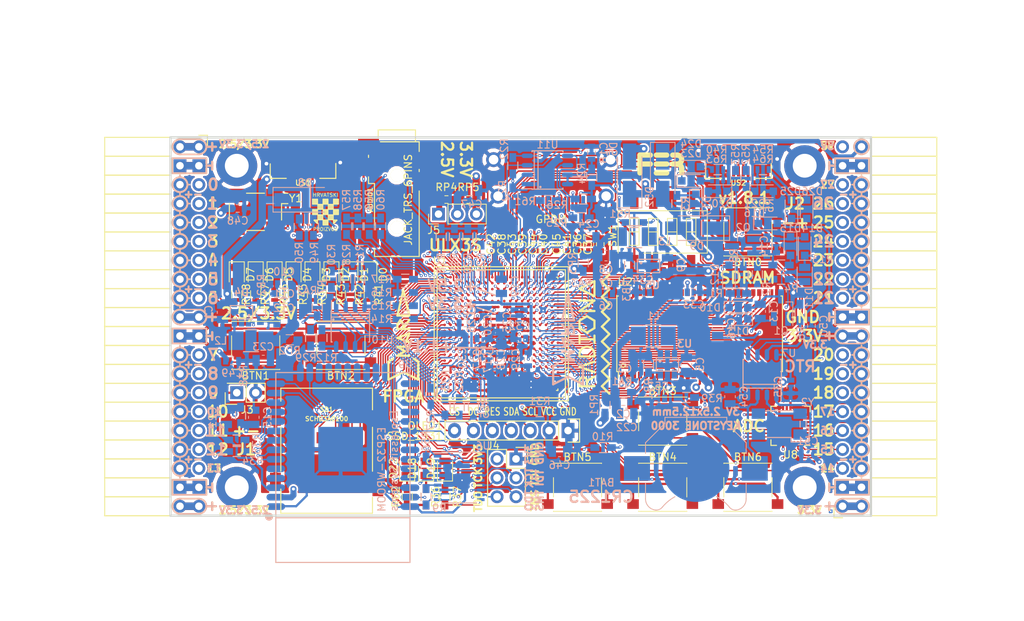
<source format=kicad_pcb>
(kicad_pcb (version 20171130) (host pcbnew 5.0.0-rc2-dev-unknown+dfsg1+20180318-2)
  (layers (0 F.Cu signal) (1 In1.Cu signal) (2 In2.Cu signal) (31 B.Cu signal) (34 B.Paste user) (35 F.Paste user) (36 B.SilkS user) (37 F.SilkS user) (38 B.Mask user) (39 F.Mask user) (44 Edge.Cuts user))
  (net 0 "")
  (net 1 GND)
  (net 2 +5V)
  (net 3 /gpio/IN5V)
  (net 4 /gpio/OUT5V)
  (net 5 +3V3)
  (net 6 BTN_D)
  (net 7 BTN_F1)
  (net 8 BTN_F2)
  (net 9 BTN_L)
  (net 10 BTN_R)
  (net 11 BTN_U)
  (net 12 /power/FB1)
  (net 13 +2V5)
  (net 14 /power/PWREN)
  (net 15 /power/FB3)
  (net 16 /power/FB2)
  (net 17 "Net-(D9-Pad1)")
  (net 18 /power/VBAT)
  (net 19 JTAG_TDI)
  (net 20 JTAG_TCK)
  (net 21 JTAG_TMS)
  (net 22 JTAG_TDO)
  (net 23 /power/WAKEUPn)
  (net 24 /power/WKUP)
  (net 25 /power/SHUT)
  (net 26 /power/WAKE)
  (net 27 /power/HOLD)
  (net 28 /power/WKn)
  (net 29 /power/OSCI_32k)
  (net 30 /power/OSCO_32k)
  (net 31 "Net-(Q2-Pad3)")
  (net 32 SHUTDOWN)
  (net 33 /analog/AUDIO_L)
  (net 34 /analog/AUDIO_R)
  (net 35 GPDI_SDA)
  (net 36 GPDI_SCL)
  (net 37 /gpdi/VREF2)
  (net 38 SD_CMD)
  (net 39 SD_CLK)
  (net 40 SD_D0)
  (net 41 SD_D1)
  (net 42 USB5V)
  (net 43 GPDI_CEC)
  (net 44 nRESET)
  (net 45 FTDI_nDTR)
  (net 46 SDRAM_CKE)
  (net 47 SDRAM_A7)
  (net 48 SDRAM_D15)
  (net 49 SDRAM_BA1)
  (net 50 SDRAM_D7)
  (net 51 SDRAM_A6)
  (net 52 SDRAM_CLK)
  (net 53 SDRAM_D13)
  (net 54 SDRAM_BA0)
  (net 55 SDRAM_D6)
  (net 56 SDRAM_A5)
  (net 57 SDRAM_D14)
  (net 58 SDRAM_A11)
  (net 59 SDRAM_D12)
  (net 60 SDRAM_D5)
  (net 61 SDRAM_A4)
  (net 62 SDRAM_A10)
  (net 63 SDRAM_D11)
  (net 64 SDRAM_A3)
  (net 65 SDRAM_D4)
  (net 66 SDRAM_D10)
  (net 67 SDRAM_D9)
  (net 68 SDRAM_A9)
  (net 69 SDRAM_D3)
  (net 70 SDRAM_D8)
  (net 71 SDRAM_A8)
  (net 72 SDRAM_A2)
  (net 73 SDRAM_A1)
  (net 74 SDRAM_A0)
  (net 75 SDRAM_D2)
  (net 76 SDRAM_D1)
  (net 77 SDRAM_D0)
  (net 78 SDRAM_DQM0)
  (net 79 SDRAM_nCS)
  (net 80 SDRAM_nRAS)
  (net 81 SDRAM_DQM1)
  (net 82 SDRAM_nCAS)
  (net 83 SDRAM_nWE)
  (net 84 /flash/FLASH_nWP)
  (net 85 /flash/FLASH_nHOLD)
  (net 86 /flash/FLASH_MOSI)
  (net 87 /flash/FLASH_MISO)
  (net 88 /flash/FLASH_SCK)
  (net 89 /flash/FLASH_nCS)
  (net 90 /flash/FPGA_PROGRAMN)
  (net 91 /flash/FPGA_DONE)
  (net 92 /flash/FPGA_INITN)
  (net 93 OLED_RES)
  (net 94 OLED_DC)
  (net 95 OLED_CS)
  (net 96 WIFI_EN)
  (net 97 FTDI_nRTS)
  (net 98 FTDI_TXD)
  (net 99 FTDI_RXD)
  (net 100 WIFI_RXD)
  (net 101 WIFI_GPIO0)
  (net 102 WIFI_TXD)
  (net 103 USB_FTDI_D+)
  (net 104 USB_FTDI_D-)
  (net 105 SD_D3)
  (net 106 AUDIO_L3)
  (net 107 AUDIO_L2)
  (net 108 AUDIO_L1)
  (net 109 AUDIO_L0)
  (net 110 AUDIO_R3)
  (net 111 AUDIO_R2)
  (net 112 AUDIO_R1)
  (net 113 AUDIO_R0)
  (net 114 OLED_CLK)
  (net 115 OLED_MOSI)
  (net 116 LED0)
  (net 117 LED1)
  (net 118 LED2)
  (net 119 LED3)
  (net 120 LED4)
  (net 121 LED5)
  (net 122 LED6)
  (net 123 LED7)
  (net 124 BTN_PWRn)
  (net 125 FTDI_nTXLED)
  (net 126 FTDI_nSLEEP)
  (net 127 /blinkey/LED_PWREN)
  (net 128 /blinkey/LED_TXLED)
  (net 129 /sdcard/SD3V3)
  (net 130 SD_D2)
  (net 131 CLK_25MHz)
  (net 132 /blinkey/BTNPUL)
  (net 133 /blinkey/BTNPUR)
  (net 134 USB_FPGA_D+)
  (net 135 /power/FTDI_nSUSPEND)
  (net 136 /blinkey/ALED0)
  (net 137 /blinkey/ALED1)
  (net 138 /blinkey/ALED2)
  (net 139 /blinkey/ALED3)
  (net 140 /blinkey/ALED4)
  (net 141 /blinkey/ALED5)
  (net 142 /blinkey/ALED6)
  (net 143 /blinkey/ALED7)
  (net 144 /usb/FTD-)
  (net 145 /usb/FTD+)
  (net 146 ADC_MISO)
  (net 147 ADC_MOSI)
  (net 148 ADC_CSn)
  (net 149 ADC_SCLK)
  (net 150 SW3)
  (net 151 SW2)
  (net 152 SW1)
  (net 153 USB_FPGA_D-)
  (net 154 /usb/FPD+)
  (net 155 /usb/FPD-)
  (net 156 WIFI_GPIO16)
  (net 157 /usb/ANT_433MHz)
  (net 158 /power/PWRBTn)
  (net 159 PROG_DONE)
  (net 160 /power/P3V3)
  (net 161 /power/P2V5)
  (net 162 /power/L1)
  (net 163 /power/L3)
  (net 164 /power/L2)
  (net 165 FTDI_TXDEN)
  (net 166 SDRAM_A12)
  (net 167 /analog/AUDIO_V)
  (net 168 AUDIO_V3)
  (net 169 AUDIO_V2)
  (net 170 AUDIO_V1)
  (net 171 AUDIO_V0)
  (net 172 /blinkey/LED_WIFI)
  (net 173 /power/P1V1)
  (net 174 +1V1)
  (net 175 SW4)
  (net 176 /blinkey/SWPU)
  (net 177 /wifi/WIFIEN)
  (net 178 FT2V5)
  (net 179 GN0)
  (net 180 GP0)
  (net 181 GN1)
  (net 182 GP1)
  (net 183 GN2)
  (net 184 GP2)
  (net 185 GN3)
  (net 186 GP3)
  (net 187 GN4)
  (net 188 GP4)
  (net 189 GN5)
  (net 190 GP5)
  (net 191 GN6)
  (net 192 GP6)
  (net 193 GN14)
  (net 194 GP14)
  (net 195 GN15)
  (net 196 GP15)
  (net 197 GN16)
  (net 198 GP16)
  (net 199 GN17)
  (net 200 GP17)
  (net 201 GN18)
  (net 202 GP18)
  (net 203 GN19)
  (net 204 GP19)
  (net 205 GN20)
  (net 206 GP20)
  (net 207 GN21)
  (net 208 GP21)
  (net 209 GN22)
  (net 210 GP22)
  (net 211 GN23)
  (net 212 GP23)
  (net 213 GN24)
  (net 214 GP24)
  (net 215 GN25)
  (net 216 GP25)
  (net 217 GN26)
  (net 218 GP26)
  (net 219 GN27)
  (net 220 GP27)
  (net 221 GN7)
  (net 222 GP7)
  (net 223 GN8)
  (net 224 GP8)
  (net 225 GN9)
  (net 226 GP9)
  (net 227 GN10)
  (net 228 GP10)
  (net 229 GN11)
  (net 230 GP11)
  (net 231 GN12)
  (net 232 GP12)
  (net 233 GN13)
  (net 234 GP13)
  (net 235 WIFI_GPIO5)
  (net 236 WIFI_GPIO17)
  (net 237 USB_FPGA_PULL_D+)
  (net 238 USB_FPGA_PULL_D-)
  (net 239 "Net-(D23-Pad2)")
  (net 240 "Net-(D24-Pad1)")
  (net 241 "Net-(D25-Pad2)")
  (net 242 "Net-(D26-Pad1)")
  (net 243 /gpdi/GPDI_ETH+)
  (net 244 FPDI_ETH+)
  (net 245 /gpdi/GPDI_ETH-)
  (net 246 FPDI_ETH-)
  (net 247 /gpdi/GPDI_D2-)
  (net 248 FPDI_D2-)
  (net 249 /gpdi/GPDI_D1-)
  (net 250 FPDI_D1-)
  (net 251 /gpdi/GPDI_D0-)
  (net 252 FPDI_D0-)
  (net 253 /gpdi/GPDI_CLK-)
  (net 254 FPDI_CLK-)
  (net 255 /gpdi/GPDI_D2+)
  (net 256 FPDI_D2+)
  (net 257 /gpdi/GPDI_D1+)
  (net 258 FPDI_D1+)
  (net 259 /gpdi/GPDI_D0+)
  (net 260 FPDI_D0+)
  (net 261 /gpdi/GPDI_CLK+)
  (net 262 FPDI_CLK+)
  (net 263 FPDI_SDA)
  (net 264 FPDI_SCL)
  (net 265 /gpdi/FPDI_CEC)
  (net 266 2V5_3V3)
  (net 267 "Net-(AUDIO1-Pad5)")
  (net 268 "Net-(AUDIO1-Pad6)")
  (net 269 "Net-(U1-PadA15)")
  (net 270 "Net-(U1-PadC9)")
  (net 271 "Net-(U1-PadD9)")
  (net 272 "Net-(U1-PadD10)")
  (net 273 "Net-(U1-PadD11)")
  (net 274 "Net-(U1-PadD12)")
  (net 275 "Net-(U1-PadE6)")
  (net 276 "Net-(U1-PadE9)")
  (net 277 "Net-(U1-PadE10)")
  (net 278 "Net-(U1-PadE11)")
  (net 279 "Net-(U1-PadJ4)")
  (net 280 "Net-(U1-PadJ5)")
  (net 281 "Net-(U1-PadK5)")
  (net 282 "Net-(U1-PadL5)")
  (net 283 "Net-(U1-PadM4)")
  (net 284 "Net-(U1-PadM5)")
  (net 285 SD_CD)
  (net 286 SD_WP)
  (net 287 "Net-(U1-PadR3)")
  (net 288 "Net-(U1-PadT16)")
  (net 289 "Net-(U1-PadW4)")
  (net 290 "Net-(U1-PadW5)")
  (net 291 "Net-(U1-PadW8)")
  (net 292 "Net-(U1-PadW9)")
  (net 293 "Net-(U1-PadW13)")
  (net 294 "Net-(U1-PadW14)")
  (net 295 "Net-(U1-PadW17)")
  (net 296 "Net-(U1-PadW18)")
  (net 297 FTDI_nRXLED)
  (net 298 "Net-(U8-Pad12)")
  (net 299 "Net-(U8-Pad25)")
  (net 300 "Net-(U9-Pad32)")
  (net 301 "Net-(U9-Pad22)")
  (net 302 "Net-(U9-Pad21)")
  (net 303 "Net-(U9-Pad20)")
  (net 304 "Net-(U9-Pad19)")
  (net 305 "Net-(U9-Pad18)")
  (net 306 "Net-(U9-Pad17)")
  (net 307 "Net-(U9-Pad12)")
  (net 308 "Net-(U9-Pad5)")
  (net 309 "Net-(U9-Pad4)")
  (net 310 "Net-(US1-Pad4)")
  (net 311 "Net-(US2-Pad4)")
  (net 312 "Net-(Y2-Pad3)")
  (net 313 "Net-(Y2-Pad2)")
  (module Pin_Headers:Pin_Header_Straight_1x03_Pitch2.54mm (layer F.Cu) (at 130.056 71.725 90)
    (fp_text reference J5 (at -2.159 -0.635 180) (layer F.SilkS))
    (fp_text value VJ1)
    (pad 1 thru_hole rect (at 0 0 90) (size 1.7 1.7) (drill 1) (layers *.Cu *.Mask) (net 13 +2V5))
    (pad 2 thru_hole oval (at 0 2.54 90) (size 1.7 1.7) (drill 1) (layers *.Cu *.Mask) (net 266 2V5_3V3))
    (pad 3 thru_hole oval (at 0 5.08 90) (size 1.7 1.7) (drill 1) (layers *.Cu *.Mask) (net 5 +3V3))
  )
  (module Resistors_SMD:R_0603_HandSoldering (layer B.Cu) (at 169.919 66.965 90)
    (fp_text reference R53 (at 3.259 0 270) (layer B.SilkS) (effects (justify mirror)))
    (fp_text value 27)
    (pad 1 smd rect (at -1.1 0 90) (size 1.2 0.9) (layers B.Cu B.Paste B.Mask) (net 134 USB_FPGA_D+))
    (pad 2 smd rect (at 1.1 0 90) (size 1.2 0.9) (layers B.Cu B.Paste B.Mask) (net 154 /usb/FPD+))
  )
  (module Socket_Strips:Socket_Strip_Angled_2x20 (layer F.Cu) (at 97.91 62.69 270)
    (fp_text reference J1 (at 40.64 -6.35) (layer F.SilkS) (effects (font (size 1.5 1.5) (thickness 0.3))))
    (fp_text value CONN_02X20 hide)
    (pad 1 thru_hole oval (at 0 0 270) (size 1.7272 1.7272) (drill 1.016) (layers *.Cu *.Mask) (net 266 2V5_3V3))
    (pad 2 thru_hole oval (at 0 2.54 270) (size 1.7272 1.7272) (drill 1.016) (layers *.Cu *.Mask) (net 266 2V5_3V3))
    (pad 3 thru_hole rect (at 2.54 0 270) (size 1.7272 1.7272) (drill 1.016) (layers *.Cu *.Mask) (net 1 GND))
    (pad 4 thru_hole rect (at 2.54 2.54 270) (size 1.7272 1.7272) (drill 1.016) (layers *.Cu *.Mask) (net 1 GND))
    (pad 5 thru_hole oval (at 5.08 0 270) (size 1.7272 1.7272) (drill 1.016) (layers *.Cu *.Mask) (net 179 GN0))
    (pad 6 thru_hole oval (at 5.08 2.54 270) (size 1.7272 1.7272) (drill 1.016) (layers *.Cu *.Mask) (net 180 GP0))
    (pad 7 thru_hole oval (at 7.62 0 270) (size 1.7272 1.7272) (drill 1.016) (layers *.Cu *.Mask) (net 181 GN1))
    (pad 8 thru_hole oval (at 7.62 2.54 270) (size 1.7272 1.7272) (drill 1.016) (layers *.Cu *.Mask) (net 182 GP1))
    (pad 9 thru_hole oval (at 10.16 0 270) (size 1.7272 1.7272) (drill 1.016) (layers *.Cu *.Mask) (net 183 GN2))
    (pad 10 thru_hole oval (at 10.16 2.54 270) (size 1.7272 1.7272) (drill 1.016) (layers *.Cu *.Mask) (net 184 GP2))
    (pad 11 thru_hole oval (at 12.7 0 270) (size 1.7272 1.7272) (drill 1.016) (layers *.Cu *.Mask) (net 185 GN3))
    (pad 12 thru_hole oval (at 12.7 2.54 270) (size 1.7272 1.7272) (drill 1.016) (layers *.Cu *.Mask) (net 186 GP3))
    (pad 13 thru_hole oval (at 15.24 0 270) (size 1.7272 1.7272) (drill 1.016) (layers *.Cu *.Mask) (net 187 GN4))
    (pad 14 thru_hole oval (at 15.24 2.54 270) (size 1.7272 1.7272) (drill 1.016) (layers *.Cu *.Mask) (net 188 GP4))
    (pad 15 thru_hole oval (at 17.78 0 270) (size 1.7272 1.7272) (drill 1.016) (layers *.Cu *.Mask) (net 189 GN5))
    (pad 16 thru_hole oval (at 17.78 2.54 270) (size 1.7272 1.7272) (drill 1.016) (layers *.Cu *.Mask) (net 190 GP5))
    (pad 17 thru_hole oval (at 20.32 0 270) (size 1.7272 1.7272) (drill 1.016) (layers *.Cu *.Mask) (net 191 GN6))
    (pad 18 thru_hole oval (at 20.32 2.54 270) (size 1.7272 1.7272) (drill 1.016) (layers *.Cu *.Mask) (net 192 GP6))
    (pad 19 thru_hole oval (at 22.86 0 270) (size 1.7272 1.7272) (drill 1.016) (layers *.Cu *.Mask) (net 266 2V5_3V3))
    (pad 20 thru_hole oval (at 22.86 2.54 270) (size 1.7272 1.7272) (drill 1.016) (layers *.Cu *.Mask) (net 266 2V5_3V3))
    (pad 21 thru_hole rect (at 25.4 0 270) (size 1.7272 1.7272) (drill 1.016) (layers *.Cu *.Mask) (net 1 GND))
    (pad 22 thru_hole rect (at 25.4 2.54 270) (size 1.7272 1.7272) (drill 1.016) (layers *.Cu *.Mask) (net 1 GND))
    (pad 23 thru_hole oval (at 27.94 0 270) (size 1.7272 1.7272) (drill 1.016) (layers *.Cu *.Mask) (net 221 GN7))
    (pad 24 thru_hole oval (at 27.94 2.54 270) (size 1.7272 1.7272) (drill 1.016) (layers *.Cu *.Mask) (net 222 GP7))
    (pad 25 thru_hole oval (at 30.48 0 270) (size 1.7272 1.7272) (drill 1.016) (layers *.Cu *.Mask) (net 223 GN8))
    (pad 26 thru_hole oval (at 30.48 2.54 270) (size 1.7272 1.7272) (drill 1.016) (layers *.Cu *.Mask) (net 224 GP8))
    (pad 27 thru_hole oval (at 33.02 0 270) (size 1.7272 1.7272) (drill 1.016) (layers *.Cu *.Mask) (net 225 GN9))
    (pad 28 thru_hole oval (at 33.02 2.54 270) (size 1.7272 1.7272) (drill 1.016) (layers *.Cu *.Mask) (net 226 GP9))
    (pad 29 thru_hole oval (at 35.56 0 270) (size 1.7272 1.7272) (drill 1.016) (layers *.Cu *.Mask) (net 227 GN10))
    (pad 30 thru_hole oval (at 35.56 2.54 270) (size 1.7272 1.7272) (drill 1.016) (layers *.Cu *.Mask) (net 228 GP10))
    (pad 31 thru_hole oval (at 38.1 0 270) (size 1.7272 1.7272) (drill 1.016) (layers *.Cu *.Mask) (net 229 GN11))
    (pad 32 thru_hole oval (at 38.1 2.54 270) (size 1.7272 1.7272) (drill 1.016) (layers *.Cu *.Mask) (net 230 GP11))
    (pad 33 thru_hole oval (at 40.64 0 270) (size 1.7272 1.7272) (drill 1.016) (layers *.Cu *.Mask) (net 231 GN12))
    (pad 34 thru_hole oval (at 40.64 2.54 270) (size 1.7272 1.7272) (drill 1.016) (layers *.Cu *.Mask) (net 232 GP12))
    (pad 35 thru_hole oval (at 43.18 0 270) (size 1.7272 1.7272) (drill 1.016) (layers *.Cu *.Mask) (net 233 GN13))
    (pad 36 thru_hole oval (at 43.18 2.54 270) (size 1.7272 1.7272) (drill 1.016) (layers *.Cu *.Mask) (net 234 GP13))
    (pad 37 thru_hole rect (at 45.72 0 270) (size 1.7272 1.7272) (drill 1.016) (layers *.Cu *.Mask) (net 1 GND))
    (pad 38 thru_hole rect (at 45.72 2.54 270) (size 1.7272 1.7272) (drill 1.016) (layers *.Cu *.Mask) (net 1 GND))
    (pad 39 thru_hole oval (at 48.26 0 270) (size 1.7272 1.7272) (drill 1.016) (layers *.Cu *.Mask) (net 266 2V5_3V3))
    (pad 40 thru_hole oval (at 48.26 2.54 270) (size 1.7272 1.7272) (drill 1.016) (layers *.Cu *.Mask) (net 266 2V5_3V3))
  )
  (module SMD_Packages:1Pin (layer F.Cu) (at 182.67515 111.637626)
    (fp_text reference AE1 hide)
    (fp_text value 433MHz hide)
    (pad 1 smd rect (at 0 0) (size 0.5 0.5) (layers B.Cu F.Paste F.Mask) (net 157 /usb/ANT_433MHz))
  )
  (module Resistors_SMD:R_0603_HandSoldering (layer B.Cu) (at 103.498 98.758 90)
    (fp_text reference R38 (at 5.334 0.396 90) (layer B.SilkS) (effects (justify mirror)))
    (fp_text value 0.47)
    (pad 1 smd rect (at -1.1 0 90) (size 1.2 0.9) (layers B.Cu B.Paste B.Mask) (net 129 /sdcard/SD3V3))
    (pad 2 smd rect (at 1.1 0 90) (size 1.2 0.9) (layers B.Cu B.Paste B.Mask) (net 5 +3V3))
  )
  (module Diodes_SMD:D_SMA_Handsoldering (layer B.Cu) (at 155.695 66.5 90)
    (fp_text reference D51 (at 3.048 -2.159 90) (layer B.SilkS) (effects (justify mirror)))
    (fp_text value STPS2L30AF hide)
    (pad 1 smd rect (at -2.5 0 90) (size 3.5 1.8) (layers B.Cu B.Paste B.Mask) (net 2 +5V))
    (pad 2 smd rect (at 2.5 0 90) (size 3.5 1.8) (layers B.Cu B.Paste B.Mask) (net 3 /gpio/IN5V))
  )
  (module Resistors_SMD:R_0603_HandSoldering (layer B.Cu) (at 156.33 72.85 180)
    (fp_text reference R51 (at 1.905 1.143 180) (layer B.SilkS) (effects (justify mirror)))
    (fp_text value 150)
    (pad 1 smd rect (at -1.1 0 180) (size 1.2 0.9) (layers B.Cu B.Paste B.Mask) (net 5 +3V3))
    (pad 2 smd rect (at 1.1 0 180) (size 1.2 0.9) (layers B.Cu B.Paste B.Mask) (net 176 /blinkey/SWPU))
  )
  (module Resistors_SMD:R_1210_HandSoldering (layer B.Cu) (at 158.87 88.09 180)
    (fp_text reference L1 (at 0 2.7 180) (layer B.SilkS) (effects (justify mirror)))
    (fp_text value 2.2uH)
    (pad 1 smd rect (at -2 0 180) (size 2 2.5) (layers B.Cu B.Paste B.Mask) (net 162 /power/L1))
    (pad 2 smd rect (at 2 0 180) (size 2 2.5) (layers B.Cu B.Paste B.Mask) (net 173 /power/P1V1))
  )
  (module TSOT-25:TSOT-25 (layer B.Cu) (at 160.775 91.9)
    (fp_text reference U3 (at 2.301 -2.776) (layer B.SilkS) (effects (font (thickness 0.2)) (justify mirror)))
    (fp_text value TLV62569DBV)
    (pad 1 smd rect (at -0.95 -1.3) (size 0.7 1.2) (layers B.Cu B.Paste B.Mask) (net 14 /power/PWREN))
    (pad 2 smd rect (at 0 -1.3) (size 0.7 1.2) (layers B.Cu B.Paste B.Mask) (net 1 GND))
    (pad 3 smd rect (at 0.95 -1.3) (size 0.7 1.2) (layers B.Cu B.Paste B.Mask) (net 162 /power/L1))
    (pad 4 smd rect (at 0.95 1.3) (size 0.7 1.2) (layers B.Cu B.Paste B.Mask) (net 2 +5V))
    (pad 5 smd rect (at -0.95 1.3) (size 0.7 1.2) (layers B.Cu B.Paste B.Mask) (net 12 /power/FB1))
  )
  (module Resistors_SMD:R_1210_HandSoldering (layer B.Cu) (at 104.895 88.725)
    (fp_text reference L2 (at -4.064 0) (layer B.SilkS) (effects (justify mirror)))
    (fp_text value 2.2uH)
    (pad 1 smd rect (at -2 0) (size 2 2.5) (layers B.Cu B.Paste B.Mask) (net 164 /power/L2))
    (pad 2 smd rect (at 2 0) (size 2 2.5) (layers B.Cu B.Paste B.Mask) (net 161 /power/P2V5))
  )
  (module TSOT-25:TSOT-25 (layer B.Cu) (at 103.625 84.915 180)
    (fp_text reference U4 (at 0 2.697 180) (layer B.SilkS) (effects (font (thickness 0.2)) (justify mirror)))
    (fp_text value TLV62569DBV)
    (pad 1 smd rect (at -0.95 -1.3 180) (size 0.7 1.2) (layers B.Cu B.Paste B.Mask) (net 14 /power/PWREN))
    (pad 2 smd rect (at 0 -1.3 180) (size 0.7 1.2) (layers B.Cu B.Paste B.Mask) (net 1 GND))
    (pad 3 smd rect (at 0.95 -1.3 180) (size 0.7 1.2) (layers B.Cu B.Paste B.Mask) (net 164 /power/L2))
    (pad 4 smd rect (at 0.95 1.3 180) (size 0.7 1.2) (layers B.Cu B.Paste B.Mask) (net 2 +5V))
    (pad 5 smd rect (at -0.95 1.3 180) (size 0.7 1.2) (layers B.Cu B.Paste B.Mask) (net 16 /power/FB2))
  )
  (module Resistors_SMD:R_1210_HandSoldering (layer B.Cu) (at 156.33 74.755 180)
    (fp_text reference L3 (at -4.064 -0.635 180) (layer B.SilkS) (effects (justify mirror)))
    (fp_text value 2.2uH)
    (pad 1 smd rect (at -2 0 180) (size 2 2.5) (layers B.Cu B.Paste B.Mask) (net 163 /power/L3))
    (pad 2 smd rect (at 2 0 180) (size 2 2.5) (layers B.Cu B.Paste B.Mask) (net 160 /power/P3V3))
  )
  (module TSOT-25:TSOT-25 (layer B.Cu) (at 158.235 78.692)
    (fp_text reference U5 (at 0.523 2.558) (layer B.SilkS) (effects (font (thickness 0.2)) (justify mirror)))
    (fp_text value TLV62569DBV)
    (pad 1 smd rect (at -0.95 -1.3) (size 0.7 1.2) (layers B.Cu B.Paste B.Mask) (net 14 /power/PWREN))
    (pad 2 smd rect (at 0 -1.3) (size 0.7 1.2) (layers B.Cu B.Paste B.Mask) (net 1 GND))
    (pad 3 smd rect (at 0.95 -1.3) (size 0.7 1.2) (layers B.Cu B.Paste B.Mask) (net 163 /power/L3))
    (pad 4 smd rect (at 0.95 1.3) (size 0.7 1.2) (layers B.Cu B.Paste B.Mask) (net 2 +5V))
    (pad 5 smd rect (at -0.95 1.3) (size 0.7 1.2) (layers B.Cu B.Paste B.Mask) (net 15 /power/FB3))
  )
  (module TO_SOT_Packages_SMD:SOT-23_Handsoldering (layer B.Cu) (at 176.015 84.28 90)
    (fp_text reference Q1 (at -3.1115 0 180) (layer B.SilkS) (effects (justify mirror)))
    (fp_text value BC857)
    (pad 1 smd rect (at -1.5 0.95 90) (size 1.9 0.8) (layers B.Cu B.Paste B.Mask) (net 28 /power/WKn))
    (pad 2 smd rect (at -1.5 -0.95 90) (size 1.9 0.8) (layers B.Cu B.Paste B.Mask) (net 2 +5V))
    (pad 3 smd rect (at 1.5 0 90) (size 1.9 0.8) (layers B.Cu B.Paste B.Mask) (net 24 /power/WKUP))
  )
  (module TO_SOT_Packages_SMD:SOT-23_Handsoldering (layer B.Cu) (at 170.935 76.025 180)
    (fp_text reference Q2 (at 0 2.5 180) (layer B.SilkS) (effects (justify mirror)))
    (fp_text value 2N7002)
    (pad 1 smd rect (at -1.5 0.95 180) (size 1.9 0.8) (layers B.Cu B.Paste B.Mask) (net 25 /power/SHUT))
    (pad 2 smd rect (at -1.5 -0.95 180) (size 1.9 0.8) (layers B.Cu B.Paste B.Mask) (net 1 GND))
    (pad 3 smd rect (at 1.5 0 180) (size 1.9 0.8) (layers B.Cu B.Paste B.Mask) (net 31 "Net-(Q2-Pad3)"))
  )
  (module Resistors_SMD:R_0603_HandSoldering (layer B.Cu) (at 170.3 82.375)
    (fp_text reference R1 (at -3.048 0) (layer B.SilkS) (effects (justify mirror)))
    (fp_text value 15k)
    (pad 1 smd rect (at -1.1 0) (size 1.2 0.9) (layers B.Cu B.Paste B.Mask) (net 26 /power/WAKE))
    (pad 2 smd rect (at 1.1 0) (size 1.2 0.9) (layers B.Cu B.Paste B.Mask) (net 14 /power/PWREN))
  )
  (module Resistors_SMD:R_0603_HandSoldering (layer B.Cu) (at 172.84 79.835 90)
    (fp_text reference R2 (at -1.905 1.27 90) (layer B.SilkS) (effects (justify mirror)))
    (fp_text value 47k)
    (pad 1 smd rect (at -1.1 0 90) (size 1.2 0.9) (layers B.Cu B.Paste B.Mask) (net 14 /power/PWREN))
    (pad 2 smd rect (at 1.1 0 90) (size 1.2 0.9) (layers B.Cu B.Paste B.Mask) (net 1 GND))
  )
  (module Resistors_SMD:R_0603_HandSoldering (layer B.Cu) (at 176.015 80.47 180)
    (fp_text reference R4 (at -1.397 -1.27) (layer B.SilkS) (effects (justify mirror)))
    (fp_text value 4.7k)
    (pad 1 smd rect (at -1.1 0 180) (size 1.2 0.9) (layers B.Cu B.Paste B.Mask) (net 27 /power/HOLD))
    (pad 2 smd rect (at 1.1 0 180) (size 1.2 0.9) (layers B.Cu B.Paste B.Mask) (net 14 /power/PWREN))
  )
  (module Resistors_SMD:R_0603_HandSoldering (layer B.Cu) (at 174.11 76.025 270)
    (fp_text reference R5 (at -5.461 -0.381 270) (layer B.SilkS) (effects (justify mirror)))
    (fp_text value 4.7M)
    (pad 1 smd rect (at -1.1 0 270) (size 1.2 0.9) (layers B.Cu B.Paste B.Mask) (net 25 /power/SHUT))
    (pad 2 smd rect (at 1.1 0 270) (size 1.2 0.9) (layers B.Cu B.Paste B.Mask) (net 1 GND))
  )
  (module Resistors_SMD:R_0603_HandSoldering (layer B.Cu) (at 178.555 84.915 270)
    (fp_text reference R6 (at 2.812 -0.142 270) (layer B.SilkS) (effects (justify mirror)))
    (fp_text value 1k)
    (pad 1 smd rect (at -1.1 0 270) (size 1.2 0.9) (layers B.Cu B.Paste B.Mask) (net 28 /power/WKn))
    (pad 2 smd rect (at 1.1 0 270) (size 1.2 0.9) (layers B.Cu B.Paste B.Mask) (net 23 /power/WAKEUPn))
  )
  (module Resistors_SMD:R_0603_HandSoldering (layer B.Cu) (at 113.785 84.28 270)
    (fp_text reference R7 (at -2.794 -0.635 270) (layer B.SilkS) (effects (justify mirror)))
    (fp_text value 150)
    (pad 1 smd rect (at -1.1 0 270) (size 1.2 0.9) (layers B.Cu B.Paste B.Mask) (net 5 +3V3))
    (pad 2 smd rect (at 1.1 0 270) (size 1.2 0.9) (layers B.Cu B.Paste B.Mask) (net 132 /blinkey/BTNPUL))
  )
  (module Resistors_SMD:R_0603_HandSoldering (layer B.Cu) (at 170.935 79.835 90)
    (fp_text reference R8 (at 2.54 -1.27 90) (layer B.SilkS) (effects (justify mirror)))
    (fp_text value 1k)
    (pad 1 smd rect (at -1.1 0 90) (size 1.2 0.9) (layers B.Cu B.Paste B.Mask) (net 14 /power/PWREN))
    (pad 2 smd rect (at 1.1 0 90) (size 1.2 0.9) (layers B.Cu B.Paste B.Mask) (net 31 "Net-(Q2-Pad3)"))
  )
  (module Resistors_SMD:R_0603_HandSoldering (layer B.Cu) (at 128.39 109.68 270)
    (fp_text reference R9 (at 1.524 -1.778) (layer B.SilkS) (effects (justify mirror)))
    (fp_text value 15k)
    (pad 1 smd rect (at -1.1 0 270) (size 1.2 0.9) (layers B.Cu B.Paste B.Mask) (net 44 nRESET))
    (pad 2 smd rect (at 1.1 0 270) (size 1.2 0.9) (layers B.Cu B.Paste B.Mask) (net 178 FT2V5))
  )
  (module Resistors_SMD:R_0603_HandSoldering (layer B.Cu) (at 152.139 103.076 180)
    (fp_text reference R10 (at 0.059 1.476 180) (layer B.SilkS) (effects (justify mirror)))
    (fp_text value 150)
    (pad 1 smd rect (at -1.1 0 180) (size 1.2 0.9) (layers B.Cu B.Paste B.Mask) (net 135 /power/FTDI_nSUSPEND))
    (pad 2 smd rect (at 1.1 0 180) (size 1.2 0.9) (layers B.Cu B.Paste B.Mask) (net 126 FTDI_nSLEEP))
  )
  (module Resistors_SMD:R_0603_HandSoldering (layer B.Cu) (at 176.015 78.565 180)
    (fp_text reference R13 (at -5.588 0.762 180) (layer B.SilkS) (effects (justify mirror)))
    (fp_text value 15k)
    (pad 1 smd rect (at -1.1 0 180) (size 1.2 0.9) (layers B.Cu B.Paste B.Mask) (net 32 SHUTDOWN))
    (pad 2 smd rect (at 1.1 0 180) (size 1.2 0.9) (layers B.Cu B.Paste B.Mask) (net 1 GND))
  )
  (module Resistors_SMD:R_0603_HandSoldering (layer B.Cu) (at 154.86 95.64)
    (fp_text reference RA1 (at -0.181 -1.454) (layer B.SilkS) (effects (justify mirror)))
    (fp_text value 15k)
    (pad 1 smd rect (at -1.1 0) (size 1.2 0.9) (layers B.Cu B.Paste B.Mask) (net 173 /power/P1V1))
    (pad 2 smd rect (at 1.1 0) (size 1.2 0.9) (layers B.Cu B.Paste B.Mask) (net 12 /power/FB1))
  )
  (module Resistors_SMD:R_0603_HandSoldering (layer B.Cu) (at 109.34 82.375 180)
    (fp_text reference RA2 (at -3.048 0.381) (layer B.SilkS) (effects (justify mirror)))
    (fp_text value 15k)
    (pad 1 smd rect (at -1.1 0 180) (size 1.2 0.9) (layers B.Cu B.Paste B.Mask) (net 161 /power/P2V5))
    (pad 2 smd rect (at 1.1 0 180) (size 1.2 0.9) (layers B.Cu B.Paste B.Mask) (net 16 /power/FB2))
  )
  (module Resistors_SMD:R_0603_HandSoldering (layer B.Cu) (at 152.52 81.105)
    (fp_text reference RA3 (at -3.302 -0.127) (layer B.SilkS) (effects (justify mirror)))
    (fp_text value 15k)
    (pad 1 smd rect (at -1.1 0) (size 1.2 0.9) (layers B.Cu B.Paste B.Mask) (net 160 /power/P3V3))
    (pad 2 smd rect (at 1.1 0) (size 1.2 0.9) (layers B.Cu B.Paste B.Mask) (net 15 /power/FB3))
  )
  (module Resistors_SMD:R_0603_HandSoldering (layer B.Cu) (at 158.235 91.9 270)
    (fp_text reference RB1 (at 3.302 0 270) (layer B.SilkS) (effects (justify mirror)))
    (fp_text value 18k)
    (pad 1 smd rect (at -1.1 0 270) (size 1.2 0.9) (layers B.Cu B.Paste B.Mask) (net 1 GND))
    (pad 2 smd rect (at 1.1 0 270) (size 1.2 0.9) (layers B.Cu B.Paste B.Mask) (net 12 /power/FB1))
  )
  (module Resistors_SMD:R_0603_HandSoldering (layer B.Cu) (at 106.165 84.915 90)
    (fp_text reference RB2 (at 3.683 0.127 90) (layer B.SilkS) (effects (justify mirror)))
    (fp_text value 4.7k)
    (pad 1 smd rect (at -1.1 0 90) (size 1.2 0.9) (layers B.Cu B.Paste B.Mask) (net 1 GND))
    (pad 2 smd rect (at 1.1 0 90) (size 1.2 0.9) (layers B.Cu B.Paste B.Mask) (net 16 /power/FB2))
  )
  (module Resistors_SMD:R_0603_HandSoldering (layer B.Cu) (at 155.695 78.565 270)
    (fp_text reference RB3 (at 3.429 0.395 270) (layer B.SilkS) (effects (justify mirror)))
    (fp_text value 3.3k)
    (pad 1 smd rect (at -1.1 0 270) (size 1.2 0.9) (layers B.Cu B.Paste B.Mask) (net 1 GND))
    (pad 2 smd rect (at 1.1 0 270) (size 1.2 0.9) (layers B.Cu B.Paste B.Mask) (net 15 /power/FB3))
  )
  (module Resistors_SMD:R_0603_HandSoldering (layer B.Cu) (at 125.596 85.804 180)
    (fp_text reference R14 (at 3.175 0 180) (layer B.SilkS) (effects (justify mirror)))
    (fp_text value 1.2k)
    (pad 1 smd rect (at -1.1 0 180) (size 1.2 0.9) (layers B.Cu B.Paste B.Mask) (net 109 AUDIO_L0))
    (pad 2 smd rect (at 1.1 0 180) (size 1.2 0.9) (layers B.Cu B.Paste B.Mask) (net 33 /analog/AUDIO_L))
  )
  (module Resistors_SMD:R_0603_HandSoldering (layer B.Cu) (at 125.596 84.026 180)
    (fp_text reference R15 (at 3.175 -0.001 180) (layer B.SilkS) (effects (justify mirror)))
    (fp_text value 680)
    (pad 1 smd rect (at -1.1 0 180) (size 1.2 0.9) (layers B.Cu B.Paste B.Mask) (net 108 AUDIO_L1))
    (pad 2 smd rect (at 1.1 0 180) (size 1.2 0.9) (layers B.Cu B.Paste B.Mask) (net 33 /analog/AUDIO_L))
  )
  (module Resistors_SMD:R_0603_HandSoldering (layer B.Cu) (at 125.596 82.248 180)
    (fp_text reference R16 (at 3.175 0 180) (layer B.SilkS) (effects (justify mirror)))
    (fp_text value 330)
    (pad 1 smd rect (at -1.1 0 180) (size 1.2 0.9) (layers B.Cu B.Paste B.Mask) (net 107 AUDIO_L2))
    (pad 2 smd rect (at 1.1 0 180) (size 1.2 0.9) (layers B.Cu B.Paste B.Mask) (net 33 /analog/AUDIO_L))
  )
  (module Resistors_SMD:R_0603_HandSoldering (layer B.Cu) (at 125.596 80.47 180)
    (fp_text reference R17 (at 3.175 0 180) (layer B.SilkS) (effects (justify mirror)))
    (fp_text value 150)
    (pad 1 smd rect (at -1.1 0 180) (size 1.2 0.9) (layers B.Cu B.Paste B.Mask) (net 106 AUDIO_L3))
    (pad 2 smd rect (at 1.1 0 180) (size 1.2 0.9) (layers B.Cu B.Paste B.Mask) (net 33 /analog/AUDIO_L))
  )
  (module Resistors_SMD:R_0603_HandSoldering (layer B.Cu) (at 130.422 74.773 90)
    (fp_text reference R18 (at -3.556 0 90) (layer B.SilkS) (effects (justify mirror)))
    (fp_text value 1.2k)
    (pad 1 smd rect (at -1.1 0 90) (size 1.2 0.9) (layers B.Cu B.Paste B.Mask) (net 113 AUDIO_R0))
    (pad 2 smd rect (at 1.1 0 90) (size 1.2 0.9) (layers B.Cu B.Paste B.Mask) (net 34 /analog/AUDIO_R))
  )
  (module Resistors_SMD:R_0603_HandSoldering (layer B.Cu) (at 132.2 74.773 90)
    (fp_text reference R19 (at -3.556 0 90) (layer B.SilkS) (effects (justify mirror)))
    (fp_text value 680)
    (pad 1 smd rect (at -1.1 0 90) (size 1.2 0.9) (layers B.Cu B.Paste B.Mask) (net 112 AUDIO_R1))
    (pad 2 smd rect (at 1.1 0 90) (size 1.2 0.9) (layers B.Cu B.Paste B.Mask) (net 34 /analog/AUDIO_R))
  )
  (module Resistors_SMD:R_0603_HandSoldering (layer B.Cu) (at 133.993 74.773 90)
    (fp_text reference R20 (at -3.556 0 90) (layer B.SilkS) (effects (justify mirror)))
    (fp_text value 330)
    (pad 1 smd rect (at -1.1 0 90) (size 1.2 0.9) (layers B.Cu B.Paste B.Mask) (net 111 AUDIO_R2))
    (pad 2 smd rect (at 1.1 0 90) (size 1.2 0.9) (layers B.Cu B.Paste B.Mask) (net 34 /analog/AUDIO_R))
  )
  (module Resistors_SMD:R_0603_HandSoldering (layer B.Cu) (at 135.771 74.773 90)
    (fp_text reference R21 (at -3.556 0 90) (layer B.SilkS) (effects (justify mirror)))
    (fp_text value 150)
    (pad 1 smd rect (at -1.1 0 90) (size 1.2 0.9) (layers B.Cu B.Paste B.Mask) (net 110 AUDIO_R3))
    (pad 2 smd rect (at 1.1 0 90) (size 1.2 0.9) (layers B.Cu B.Paste B.Mask) (net 34 /analog/AUDIO_R))
  )
  (module Socket_Strips:Socket_Strip_Angled_2x20 (layer F.Cu) (at 184.27 110.95 90)
    (fp_text reference J2 (at 40.64 -6.35 180) (layer F.SilkS) (effects (font (size 1.5 1.5) (thickness 0.3))))
    (fp_text value CONN_02X20 hide)
    (pad 1 thru_hole oval (at 0 0 90) (size 1.7272 1.7272) (drill 1.016) (layers *.Cu *.Mask) (net 5 +3V3))
    (pad 2 thru_hole oval (at 0 2.54 90) (size 1.7272 1.7272) (drill 1.016) (layers *.Cu *.Mask) (net 5 +3V3))
    (pad 3 thru_hole rect (at 2.54 0 90) (size 1.7272 1.7272) (drill 1.016) (layers *.Cu *.Mask) (net 1 GND))
    (pad 4 thru_hole rect (at 2.54 2.54 90) (size 1.7272 1.7272) (drill 1.016) (layers *.Cu *.Mask) (net 1 GND))
    (pad 5 thru_hole oval (at 5.08 0 90) (size 1.7272 1.7272) (drill 1.016) (layers *.Cu *.Mask) (net 193 GN14))
    (pad 6 thru_hole oval (at 5.08 2.54 90) (size 1.7272 1.7272) (drill 1.016) (layers *.Cu *.Mask) (net 194 GP14))
    (pad 7 thru_hole oval (at 7.62 0 90) (size 1.7272 1.7272) (drill 1.016) (layers *.Cu *.Mask) (net 195 GN15))
    (pad 8 thru_hole oval (at 7.62 2.54 90) (size 1.7272 1.7272) (drill 1.016) (layers *.Cu *.Mask) (net 196 GP15))
    (pad 9 thru_hole oval (at 10.16 0 90) (size 1.7272 1.7272) (drill 1.016) (layers *.Cu *.Mask) (net 197 GN16))
    (pad 10 thru_hole oval (at 10.16 2.54 90) (size 1.7272 1.7272) (drill 1.016) (layers *.Cu *.Mask) (net 198 GP16))
    (pad 11 thru_hole oval (at 12.7 0 90) (size 1.7272 1.7272) (drill 1.016) (layers *.Cu *.Mask) (net 199 GN17))
    (pad 12 thru_hole oval (at 12.7 2.54 90) (size 1.7272 1.7272) (drill 1.016) (layers *.Cu *.Mask) (net 200 GP17))
    (pad 13 thru_hole oval (at 15.24 0 90) (size 1.7272 1.7272) (drill 1.016) (layers *.Cu *.Mask) (net 201 GN18))
    (pad 14 thru_hole oval (at 15.24 2.54 90) (size 1.7272 1.7272) (drill 1.016) (layers *.Cu *.Mask) (net 202 GP18))
    (pad 15 thru_hole oval (at 17.78 0 90) (size 1.7272 1.7272) (drill 1.016) (layers *.Cu *.Mask) (net 203 GN19))
    (pad 16 thru_hole oval (at 17.78 2.54 90) (size 1.7272 1.7272) (drill 1.016) (layers *.Cu *.Mask) (net 204 GP19))
    (pad 17 thru_hole oval (at 20.32 0 90) (size 1.7272 1.7272) (drill 1.016) (layers *.Cu *.Mask) (net 205 GN20))
    (pad 18 thru_hole oval (at 20.32 2.54 90) (size 1.7272 1.7272) (drill 1.016) (layers *.Cu *.Mask) (net 206 GP20))
    (pad 19 thru_hole oval (at 22.86 0 90) (size 1.7272 1.7272) (drill 1.016) (layers *.Cu *.Mask) (net 5 +3V3))
    (pad 20 thru_hole oval (at 22.86 2.54 90) (size 1.7272 1.7272) (drill 1.016) (layers *.Cu *.Mask) (net 5 +3V3))
    (pad 21 thru_hole rect (at 25.4 0 90) (size 1.7272 1.7272) (drill 1.016) (layers *.Cu *.Mask) (net 1 GND))
    (pad 22 thru_hole rect (at 25.4 2.54 90) (size 1.7272 1.7272) (drill 1.016) (layers *.Cu *.Mask) (net 1 GND))
    (pad 23 thru_hole oval (at 27.94 0 90) (size 1.7272 1.7272) (drill 1.016) (layers *.Cu *.Mask) (net 207 GN21))
    (pad 24 thru_hole oval (at 27.94 2.54 90) (size 1.7272 1.7272) (drill 1.016) (layers *.Cu *.Mask) (net 208 GP21))
    (pad 25 thru_hole oval (at 30.48 0 90) (size 1.7272 1.7272) (drill 1.016) (layers *.Cu *.Mask) (net 209 GN22))
    (pad 26 thru_hole oval (at 30.48 2.54 90) (size 1.7272 1.7272) (drill 1.016) (layers *.Cu *.Mask) (net 210 GP22))
    (pad 27 thru_hole oval (at 33.02 0 90) (size 1.7272 1.7272) (drill 1.016) (layers *.Cu *.Mask) (net 211 GN23))
    (pad 28 thru_hole oval (at 33.02 2.54 90) (size 1.7272 1.7272) (drill 1.016) (layers *.Cu *.Mask) (net 212 GP23))
    (pad 29 thru_hole oval (at 35.56 0 90) (size 1.7272 1.7272) (drill 1.016) (layers *.Cu *.Mask) (net 213 GN24))
    (pad 30 thru_hole oval (at 35.56 2.54 90) (size 1.7272 1.7272) (drill 1.016) (layers *.Cu *.Mask) (net 214 GP24))
    (pad 31 thru_hole oval (at 38.1 0 90) (size 1.7272 1.7272) (drill 1.016) (layers *.Cu *.Mask) (net 215 GN25))
    (pad 32 thru_hole oval (at 38.1 2.54 90) (size 1.7272 1.7272) (drill 1.016) (layers *.Cu *.Mask) (net 216 GP25))
    (pad 33 thru_hole oval (at 40.64 0 90) (size 1.7272 1.7272) (drill 1.016) (layers *.Cu *.Mask) (net 217 GN26))
    (pad 34 thru_hole oval (at 40.64 2.54 90) (size 1.7272 1.7272) (drill 1.016) (layers *.Cu *.Mask) (net 218 GP26))
    (pad 35 thru_hole oval (at 43.18 0 90) (size 1.7272 1.7272) (drill 1.016) (layers *.Cu *.Mask) (net 219 GN27))
    (pad 36 thru_hole oval (at 43.18 2.54 90) (size 1.7272 1.7272) (drill 1.016) (layers *.Cu *.Mask) (net 220 GP27))
    (pad 37 thru_hole rect (at 45.72 0 90) (size 1.7272 1.7272) (drill 1.016) (layers *.Cu *.Mask) (net 1 GND))
    (pad 38 thru_hole rect (at 45.72 2.54 90) (size 1.7272 1.7272) (drill 1.016) (layers *.Cu *.Mask) (net 1 GND))
    (pad 39 thru_hole oval (at 48.26 0 90) (size 1.7272 1.7272) (drill 1.016) (layers *.Cu *.Mask) (net 3 /gpio/IN5V))
    (pad 40 thru_hole oval (at 48.26 2.54 90) (size 1.7272 1.7272) (drill 1.016) (layers *.Cu *.Mask) (net 4 /gpio/OUT5V))
  )
  (module Mounting_Holes:MountingHole_3.2mm_M3_ISO14580_Pad (layer F.Cu) (at 102.99 108.41)
    (fp_text reference H1 hide)
    (fp_text value HOLE hide)
    (pad 1 thru_hole circle (at 0 0) (size 5.5 5.5) (drill 3.2) (layers *.Cu *.Mask) (net 1 GND))
  )
  (module Mounting_Holes:MountingHole_3.2mm_M3_ISO14580_Pad (layer F.Cu) (at 179.19 108.41)
    (fp_text reference H2 hide)
    (fp_text value HOLE hide)
    (pad 1 thru_hole circle (at 0 0) (size 5.5 5.5) (drill 3.2) (layers *.Cu *.Mask) (net 1 GND))
  )
  (module Mounting_Holes:MountingHole_3.2mm_M3_ISO14580_Pad (layer F.Cu) (at 179.19 65.23)
    (fp_text reference H3 hide)
    (fp_text value HOLE hide)
    (pad 1 thru_hole circle (at 0 0) (size 5.5 5.5) (drill 3.2) (layers *.Cu *.Mask) (net 1 GND))
  )
  (module Mounting_Holes:MountingHole_3.2mm_M3_ISO14580_Pad (layer F.Cu) (at 102.99 65.23)
    (fp_text reference H4 hide)
    (fp_text value HOLE hide)
    (pad 1 thru_hole circle (at 0 0) (size 5.5 5.5) (drill 3.2) (layers *.Cu *.Mask) (net 1 GND))
  )
  (module Resistors_SMD:R_0603_HandSoldering (layer B.Cu) (at 162.045 70.31 90)
    (fp_text reference R3 (at 0 1.143 90) (layer B.SilkS) (effects (justify mirror)))
    (fp_text value 4.7k)
    (pad 1 smd rect (at -1.1 0 90) (size 1.2 0.9) (layers B.Cu B.Paste B.Mask) (net 2 +5V))
    (pad 2 smd rect (at 1.1 0 90) (size 1.2 0.9) (layers B.Cu B.Paste B.Mask) (net 158 /power/PWRBTn))
  )
  (module Resistors_SMD:R_0603_HandSoldering (layer B.Cu) (at 140.0255 65.23 90)
    (fp_text reference R22 (at 2.23 -1.14 90) (layer B.SilkS) (effects (justify mirror)))
    (fp_text value 2.2k)
    (pad 1 smd rect (at -1.1 0 90) (size 1.2 0.9) (layers B.Cu B.Paste B.Mask) (net 5 +3V3))
    (pad 2 smd rect (at 1.1 0 90) (size 1.2 0.9) (layers B.Cu B.Paste B.Mask) (net 263 FPDI_SDA))
  )
  (module Resistors_SMD:R_0603_HandSoldering (layer B.Cu) (at 140.0255 69.312 270)
    (fp_text reference R23 (at -0.712 1.355 270) (layer B.SilkS) (effects (justify mirror)))
    (fp_text value 2.2k)
    (pad 1 smd rect (at -1.1 0 270) (size 1.2 0.9) (layers B.Cu B.Paste B.Mask) (net 5 +3V3))
    (pad 2 smd rect (at 1.1 0 270) (size 1.2 0.9) (layers B.Cu B.Paste B.Mask) (net 264 FPDI_SCL))
  )
  (module Resistors_SMD:R_0603_HandSoldering (layer B.Cu) (at 150.615 66.772 90)
    (fp_text reference R24 (at 0.508 -1.397 90) (layer B.SilkS) (effects (justify mirror)))
    (fp_text value 100k)
    (pad 1 smd rect (at -1.1 0 90) (size 1.2 0.9) (layers B.Cu B.Paste B.Mask) (net 2 +5V))
    (pad 2 smd rect (at 1.1 0 90) (size 1.2 0.9) (layers B.Cu B.Paste B.Mask) (net 37 /gpdi/VREF2))
  )
  (module Resistors_SMD:R_0603_HandSoldering (layer B.Cu) (at 149.175 72.215 180)
    (fp_text reference R25 (at 3.259 -0.685 180) (layer B.SilkS) (effects (justify mirror)))
    (fp_text value 4.7k)
    (pad 1 smd rect (at -1.1 0 180) (size 1.2 0.9) (layers B.Cu B.Paste B.Mask) (net 2 +5V))
    (pad 2 smd rect (at 1.1 0 180) (size 1.2 0.9) (layers B.Cu B.Paste B.Mask) (net 36 GPDI_SCL))
  )
  (module Resistors_SMD:R_0603_HandSoldering (layer B.Cu) (at 149.487 69.693 180)
    (fp_text reference R26 (at 3.5 -0.8 180) (layer B.SilkS) (effects (justify mirror)))
    (fp_text value 4.7k)
    (pad 1 smd rect (at -1.1 0 180) (size 1.2 0.9) (layers B.Cu B.Paste B.Mask) (net 2 +5V))
    (pad 2 smd rect (at 1.1 0 180) (size 1.2 0.9) (layers B.Cu B.Paste B.Mask) (net 35 GPDI_SDA))
  )
  (module Housings_SSOP:SSOP-20_4.4x6.5mm_Pitch0.65mm (layer B.Cu) (at 132.835 107.14 180)
    (fp_text reference U6 (at -3.175 4.318 180) (layer B.SilkS) (effects (justify mirror)))
    (fp_text value FT231XS)
    (pad 1 smd rect (at -2.9 2.925 180) (size 1 0.4) (layers B.Cu B.Paste B.Mask) (net 45 FTDI_nDTR))
    (pad 2 smd rect (at -2.9 2.275 180) (size 1 0.4) (layers B.Cu B.Paste B.Mask) (net 97 FTDI_nRTS))
    (pad 3 smd rect (at -2.9 1.625 180) (size 1 0.4) (layers B.Cu B.Paste B.Mask) (net 178 FT2V5))
    (pad 4 smd rect (at -2.9 0.975 180) (size 1 0.4) (layers B.Cu B.Paste B.Mask) (net 99 FTDI_RXD))
    (pad 5 smd rect (at -2.9 0.325 180) (size 1 0.4) (layers B.Cu B.Paste B.Mask) (net 19 JTAG_TDI))
    (pad 6 smd rect (at -2.9 -0.325 180) (size 1 0.4) (layers B.Cu B.Paste B.Mask) (net 1 GND))
    (pad 7 smd rect (at -2.9 -0.975 180) (size 1 0.4) (layers B.Cu B.Paste B.Mask) (net 20 JTAG_TCK))
    (pad 8 smd rect (at -2.9 -1.625 180) (size 1 0.4) (layers B.Cu B.Paste B.Mask) (net 21 JTAG_TMS))
    (pad 9 smd rect (at -2.9 -2.275 180) (size 1 0.4) (layers B.Cu B.Paste B.Mask) (net 22 JTAG_TDO))
    (pad 10 smd rect (at -2.9 -2.925 180) (size 1 0.4) (layers B.Cu B.Paste B.Mask) (net 125 FTDI_nTXLED))
    (pad 11 smd rect (at 2.9 -2.925 180) (size 1 0.4) (layers B.Cu B.Paste B.Mask) (net 103 USB_FTDI_D+))
    (pad 12 smd rect (at 2.9 -2.275 180) (size 1 0.4) (layers B.Cu B.Paste B.Mask) (net 104 USB_FTDI_D-))
    (pad 13 smd rect (at 2.9 -1.625 180) (size 1 0.4) (layers B.Cu B.Paste B.Mask) (net 178 FT2V5))
    (pad 14 smd rect (at 2.9 -0.975 180) (size 1 0.4) (layers B.Cu B.Paste B.Mask) (net 44 nRESET))
    (pad 15 smd rect (at 2.9 -0.325 180) (size 1 0.4) (layers B.Cu B.Paste B.Mask) (net 42 USB5V))
    (pad 16 smd rect (at 2.9 0.325 180) (size 1 0.4) (layers B.Cu B.Paste B.Mask) (net 1 GND))
    (pad 17 smd rect (at 2.9 0.975 180) (size 1 0.4) (layers B.Cu B.Paste B.Mask) (net 297 FTDI_nRXLED))
    (pad 18 smd rect (at 2.9 1.625 180) (size 1 0.4) (layers B.Cu B.Paste B.Mask) (net 165 FTDI_TXDEN))
    (pad 19 smd rect (at 2.9 2.275 180) (size 1 0.4) (layers B.Cu B.Paste B.Mask) (net 126 FTDI_nSLEEP))
    (pad 20 smd rect (at 2.9 2.925 180) (size 1 0.4) (layers B.Cu B.Paste B.Mask) (net 98 FTDI_TXD))
  )
  (module Resistors_SMD:R_0603_HandSoldering (layer B.Cu) (at 119.5 80.47 270)
    (fp_text reference R11 (at -3.302 0 270) (layer B.SilkS) (effects (justify mirror)))
    (fp_text value 10k)
    (pad 1 smd rect (at -1.1 0 270) (size 1.2 0.9) (layers B.Cu B.Paste B.Mask) (net 5 +3V3))
    (pad 2 smd rect (at 1.1 0 270) (size 1.2 0.9) (layers B.Cu B.Paste B.Mask) (net 84 /flash/FLASH_nWP))
  )
  (module Resistors_SMD:R_0603_HandSoldering (layer B.Cu) (at 114.42 88.344 90)
    (fp_text reference R12 (at -2.667 0.635) (layer B.SilkS) (effects (justify mirror)))
    (fp_text value 10k)
    (pad 1 smd rect (at -1.1 0 90) (size 1.2 0.9) (layers B.Cu B.Paste B.Mask) (net 5 +3V3))
    (pad 2 smd rect (at 1.1 0 90) (size 1.2 0.9) (layers B.Cu B.Paste B.Mask) (net 85 /flash/FLASH_nHOLD))
  )
  (module Resistors_SMD:R_0603_HandSoldering (layer B.Cu) (at 129.025 96.175 90)
    (fp_text reference R27 (at -3.218 0 90) (layer B.SilkS) (effects (justify mirror)))
    (fp_text value 10k)
    (pad 1 smd rect (at -1.1 0 90) (size 1.2 0.9) (layers B.Cu B.Paste B.Mask) (net 5 +3V3))
    (pad 2 smd rect (at 1.1 0 90) (size 1.2 0.9) (layers B.Cu B.Paste B.Mask) (net 86 /flash/FLASH_MOSI))
  )
  (module Resistors_SMD:R_0603_HandSoldering (layer B.Cu) (at 117.595 80.47 270)
    (fp_text reference R28 (at -3.302 -0.127 270) (layer B.SilkS) (effects (justify mirror)))
    (fp_text value 10k)
    (pad 1 smd rect (at -1.1 0 270) (size 1.2 0.9) (layers B.Cu B.Paste B.Mask) (net 5 +3V3))
    (pad 2 smd rect (at 1.1 0 270) (size 1.2 0.9) (layers B.Cu B.Paste B.Mask) (net 87 /flash/FLASH_MISO))
  )
  (module Resistors_SMD:R_0603_HandSoldering (layer B.Cu) (at 112.896 88.344 90)
    (fp_text reference R29 (at -2.667 -0.635) (layer B.SilkS) (effects (justify mirror)))
    (fp_text value 1k)
    (pad 1 smd rect (at -1.1 0 90) (size 1.2 0.9) (layers B.Cu B.Paste B.Mask) (net 5 +3V3))
    (pad 2 smd rect (at 1.1 0 90) (size 1.2 0.9) (layers B.Cu B.Paste B.Mask) (net 88 /flash/FLASH_SCK))
  )
  (module Resistors_SMD:R_0603_HandSoldering (layer B.Cu) (at 115.69 80.47 270)
    (fp_text reference R30 (at -3.302 0 270) (layer B.SilkS) (effects (justify mirror)))
    (fp_text value 4.7k)
    (pad 1 smd rect (at -1.1 0 270) (size 1.2 0.9) (layers B.Cu B.Paste B.Mask) (net 5 +3V3))
    (pad 2 smd rect (at 1.1 0 270) (size 1.2 0.9) (layers B.Cu B.Paste B.Mask) (net 89 /flash/FLASH_nCS))
  )
  (module Resistors_SMD:R_0603_HandSoldering (layer B.Cu) (at 143.63 98.25 180)
    (fp_text reference R31 (at 0 1.397 180) (layer B.SilkS) (effects (justify mirror)))
    (fp_text value 10k)
    (pad 1 smd rect (at -1.1 0 180) (size 1.2 0.9) (layers B.Cu B.Paste B.Mask) (net 5 +3V3))
    (pad 2 smd rect (at 1.1 0 180) (size 1.2 0.9) (layers B.Cu B.Paste B.Mask) (net 90 /flash/FPGA_PROGRAMN))
  )
  (module Resistors_SMD:R_0603_HandSoldering (layer B.Cu) (at 132.835 97.615 90)
    (fp_text reference R32 (at 3.429 0 90) (layer B.SilkS) (effects (justify mirror)))
    (fp_text value 10k)
    (pad 1 smd rect (at -1.1 0 90) (size 1.2 0.9) (layers B.Cu B.Paste B.Mask) (net 5 +3V3))
    (pad 2 smd rect (at 1.1 0 90) (size 1.2 0.9) (layers B.Cu B.Paste B.Mask) (net 91 /flash/FPGA_DONE))
  )
  (module Resistors_SMD:R_0603_HandSoldering (layer B.Cu) (at 130.93 97.615 90)
    (fp_text reference R33 (at 3.556 0.127 90) (layer B.SilkS) (effects (justify mirror)))
    (fp_text value 10k)
    (pad 1 smd rect (at -1.1 0 90) (size 1.2 0.9) (layers B.Cu B.Paste B.Mask) (net 5 +3V3))
    (pad 2 smd rect (at 1.1 0 90) (size 1.2 0.9) (layers B.Cu B.Paste B.Mask) (net 92 /flash/FPGA_INITN))
  )
  (module Resistors_SMD:R_0603_HandSoldering (layer B.Cu) (at 102.99 103.6)
    (fp_text reference R34 (at 2.159 1.27 180) (layer B.SilkS) (effects (justify mirror)))
    (fp_text value 15k)
    (pad 1 smd rect (at -1.1 0) (size 1.2 0.9) (layers B.Cu B.Paste B.Mask) (net 5 +3V3))
    (pad 2 smd rect (at 1.1 0) (size 1.2 0.9) (layers B.Cu B.Paste B.Mask) (net 96 WIFI_EN))
  )
  (module Socket_Strips:Socket_Strip_Straight_2x01 (layer F.Cu) (at 102.99 95.71 90)
    (fp_text reference J3 (at -2.286 1.397 180) (layer F.SilkS))
    (fp_text value WIFI_OFF)
    (pad 1 thru_hole rect (at 0 0 90) (size 1.7272 1.7272) (drill 1.016) (layers *.Cu *.Mask) (net 177 /wifi/WIFIEN))
    (pad 2 thru_hole oval (at 0 2.54 90) (size 1.7272 1.7272) (drill 1.016) (layers *.Cu *.Mask) (net 1 GND))
  )
  (module Resistors_SMD:R_0603_HandSoldering (layer B.Cu) (at 102.99 102.06 180)
    (fp_text reference R35 (at -2.667 -0.508 270) (layer B.SilkS) (effects (justify mirror)))
    (fp_text value 470)
    (pad 1 smd rect (at -1.1 0 180) (size 1.2 0.9) (layers B.Cu B.Paste B.Mask) (net 96 WIFI_EN))
    (pad 2 smd rect (at 1.1 0 180) (size 1.2 0.9) (layers B.Cu B.Paste B.Mask) (net 177 /wifi/WIFIEN))
  )
  (module Resistors_SMD:R_0603_HandSoldering (layer F.Cu) (at 128.39 109.68 270)
    (fp_text reference R36 (at 0 -1.27 270) (layer F.SilkS))
    (fp_text value 1k)
    (pad 1 smd rect (at -1.1 0 270) (size 1.2 0.9) (layers F.Cu F.Paste F.Mask) (net 127 /blinkey/LED_PWREN))
    (pad 2 smd rect (at 1.1 0 270) (size 1.2 0.9) (layers F.Cu F.Paste F.Mask) (net 1 GND))
  )
  (module Resistors_SMD:R_0603_HandSoldering (layer F.Cu) (at 130.93 109.68 90)
    (fp_text reference R37 (at 0 1.651 90) (layer F.SilkS))
    (fp_text value 1k)
    (pad 1 smd rect (at -1.1 0 90) (size 1.2 0.9) (layers F.Cu F.Paste F.Mask) (net 125 FTDI_nTXLED))
    (pad 2 smd rect (at 1.1 0 90) (size 1.2 0.9) (layers F.Cu F.Paste F.Mask) (net 128 /blinkey/LED_TXLED))
  )
  (module usb_otg:USB-MICRO-B-FCI-10118192-0001LF (layer F.Cu) (at 111.88 63.325 180)
    (fp_text reference US1 (at 0 -4.2 180) (layer F.SilkS) (effects (font (size 0.7 0.7))))
    (fp_text value MICRO_USB hide)
    (pad 6 smd rect (at -3.1 -2.55 180) (size 2.1 1.6) (layers F.Cu F.Paste F.Mask) (net 1 GND))
    (pad 6 smd rect (at 3.1 -2.55 180) (size 2.1 1.6) (layers F.Cu F.Paste F.Mask) (net 1 GND))
    (pad 6 smd rect (at -1.2 0 180) (size 1.9 1.9) (layers F.Cu F.Paste F.Mask) (net 1 GND))
    (pad 6 smd rect (at 1.2 0 180) (size 1.9 1.9) (layers F.Cu F.Paste F.Mask) (net 1 GND))
    (pad 1 smd rect (at -1.3 -2.675 180) (size 0.4 1.35) (layers F.Cu F.Paste F.Mask) (net 42 USB5V))
    (pad 2 smd rect (at -0.65 -2.675 180) (size 0.4 1.35) (layers F.Cu F.Paste F.Mask) (net 144 /usb/FTD-))
    (pad 3 smd rect (at 0 -2.675 180) (size 0.4 1.35) (layers F.Cu F.Paste F.Mask) (net 145 /usb/FTD+))
    (pad 4 smd rect (at 0.65 -2.675 180) (size 0.4 1.35) (layers F.Cu F.Paste F.Mask) (net 310 "Net-(US1-Pad4)"))
    (pad 5 smd rect (at 1.3 -2.675 180) (size 0.4 1.35) (layers F.Cu F.Paste F.Mask) (net 1 GND))
    (pad 6 smd rect (at -3.8 0 180) (size 1.8 1.9) (layers F.Cu F.Paste F.Mask) (net 1 GND))
    (pad 6 smd rect (at 3.8 0 180) (size 1.8 1.9) (layers F.Cu F.Paste F.Mask) (net 1 GND))
  )
  (module usb_otg:USB-MICRO-B-FCI-10118192-0001LF (layer F.Cu) (at 170.3 63.325 180)
    (fp_text reference US2 (at 0 -4.2 180) (layer F.SilkS) (effects (font (size 0.7 0.7))))
    (fp_text value MICRO_USB hide)
    (pad 6 smd rect (at -3.1 -2.55 180) (size 2.1 1.6) (layers F.Cu F.Paste F.Mask) (net 1 GND))
    (pad 6 smd rect (at 3.1 -2.55 180) (size 2.1 1.6) (layers F.Cu F.Paste F.Mask) (net 1 GND))
    (pad 6 smd rect (at -1.2 0 180) (size 1.9 1.9) (layers F.Cu F.Paste F.Mask) (net 1 GND))
    (pad 6 smd rect (at 1.2 0 180) (size 1.9 1.9) (layers F.Cu F.Paste F.Mask) (net 1 GND))
    (pad 1 smd rect (at -1.3 -2.675 180) (size 0.4 1.35) (layers F.Cu F.Paste F.Mask) (net 17 "Net-(D9-Pad1)"))
    (pad 2 smd rect (at -0.65 -2.675 180) (size 0.4 1.35) (layers F.Cu F.Paste F.Mask) (net 155 /usb/FPD-))
    (pad 3 smd rect (at 0 -2.675 180) (size 0.4 1.35) (layers F.Cu F.Paste F.Mask) (net 154 /usb/FPD+))
    (pad 4 smd rect (at 0.65 -2.675 180) (size 0.4 1.35) (layers F.Cu F.Paste F.Mask) (net 311 "Net-(US2-Pad4)"))
    (pad 5 smd rect (at 1.3 -2.675 180) (size 0.4 1.35) (layers F.Cu F.Paste F.Mask) (net 1 GND))
    (pad 6 smd rect (at -3.8 0 180) (size 1.8 1.9) (layers F.Cu F.Paste F.Mask) (net 1 GND))
    (pad 6 smd rect (at 3.8 0 180) (size 1.8 1.9) (layers F.Cu F.Paste F.Mask) (net 1 GND))
  )
  (module Resistors_SMD:R_0603_HandSoldering (layer B.Cu) (at 163.315 96.345 180)
    (fp_text reference R39 (at -3.429 -0.127 180) (layer B.SilkS) (effects (justify mirror)))
    (fp_text value 150)
    (pad 1 smd rect (at -1.1 0 180) (size 1.2 0.9) (layers B.Cu B.Paste B.Mask) (net 5 +3V3))
    (pad 2 smd rect (at 1.1 0 180) (size 1.2 0.9) (layers B.Cu B.Paste B.Mask) (net 133 /blinkey/BTNPUR))
  )
  (module Socket_Strips:Socket_Strip_Straight_2x03 (layer F.Cu) (at 140.455 104.6 270)
    (fp_text reference J4 (at -1.778 3.048) (layer F.SilkS))
    (fp_text value CONN_02X03 hide)
    (pad 1 thru_hole rect (at 0 0 270) (size 1.7272 1.7272) (drill 1.016) (layers *.Cu *.Mask) (net 1 GND))
    (pad 2 thru_hole oval (at 0 2.54 270) (size 1.7272 1.7272) (drill 1.016) (layers *.Cu *.Mask) (net 5 +3V3))
    (pad 3 thru_hole oval (at 2.54 0 270) (size 1.7272 1.7272) (drill 1.016) (layers *.Cu *.Mask) (net 19 JTAG_TDI))
    (pad 4 thru_hole oval (at 2.54 2.54 270) (size 1.7272 1.7272) (drill 1.016) (layers *.Cu *.Mask) (net 20 JTAG_TCK))
    (pad 5 thru_hole oval (at 5.08 0 270) (size 1.7272 1.7272) (drill 1.016) (layers *.Cu *.Mask) (net 21 JTAG_TMS))
    (pad 6 thru_hole oval (at 5.08 2.54 270) (size 1.7272 1.7272) (drill 1.016) (layers *.Cu *.Mask) (net 22 JTAG_TDO))
  )
  (module Resistors_SMD:R_0603_HandSoldering (layer B.Cu) (at 113.277 73.485 90)
    (fp_text reference R49 (at -3.429 0.127 90) (layer B.SilkS) (effects (justify mirror)))
    (fp_text value 27)
    (pad 1 smd rect (at -1.1 0 90) (size 1.2 0.9) (layers B.Cu B.Paste B.Mask) (net 104 USB_FTDI_D-))
    (pad 2 smd rect (at 1.1 0 90) (size 1.2 0.9) (layers B.Cu B.Paste B.Mask) (net 144 /usb/FTD-))
  )
  (module Resistors_SMD:R_0603_HandSoldering (layer B.Cu) (at 111.372 73.485 90)
    (fp_text reference R50 (at -3.429 0 90) (layer B.SilkS) (effects (justify mirror)))
    (fp_text value 27)
    (pad 1 smd rect (at -1.1 0 90) (size 1.2 0.9) (layers B.Cu B.Paste B.Mask) (net 103 USB_FTDI_D+))
    (pad 2 smd rect (at 1.1 0 90) (size 1.2 0.9) (layers B.Cu B.Paste B.Mask) (net 145 /usb/FTD+))
  )
  (module Housings_DFN_QFN:QFN-28-1EP_5x5mm_Pitch0.5mm (layer F.Cu) (at 177.285 100.155 180)
    (fp_text reference U8 (at 0 -3.875 180) (layer F.SilkS))
    (fp_text value MAX11125)
    (pad 1 smd oval (at -2.45 -1.5 180) (size 0.85 0.3) (layers F.Cu F.Paste F.Mask) (net 196 GP15))
    (pad 2 smd oval (at -2.45 -1 180) (size 0.85 0.3) (layers F.Cu F.Paste F.Mask) (net 197 GN16))
    (pad 3 smd oval (at -2.45 -0.5 180) (size 0.85 0.3) (layers F.Cu F.Paste F.Mask) (net 198 GP16))
    (pad 4 smd oval (at -2.45 0 180) (size 0.85 0.3) (layers F.Cu F.Paste F.Mask) (net 199 GN17))
    (pad 5 smd oval (at -2.45 0.5 180) (size 0.85 0.3) (layers F.Cu F.Paste F.Mask) (net 200 GP17))
    (pad 6 smd oval (at -2.45 1 180) (size 0.85 0.3) (layers F.Cu F.Paste F.Mask) (net 1 GND))
    (pad 7 smd oval (at -2.45 1.5 180) (size 0.85 0.3) (layers F.Cu F.Paste F.Mask) (net 1 GND))
    (pad 8 smd oval (at -1.5 2.45 270) (size 0.85 0.3) (layers F.Cu F.Paste F.Mask) (net 1 GND))
    (pad 9 smd oval (at -1 2.45 270) (size 0.85 0.3) (layers F.Cu F.Paste F.Mask) (net 1 GND))
    (pad 10 smd oval (at -0.5 2.45 270) (size 0.85 0.3) (layers F.Cu F.Paste F.Mask) (net 1 GND))
    (pad 11 smd oval (at 0 2.45 270) (size 0.85 0.3) (layers F.Cu F.Paste F.Mask) (net 1 GND))
    (pad 12 smd oval (at 0.5 2.45 270) (size 0.85 0.3) (layers F.Cu F.Paste F.Mask) (net 298 "Net-(U8-Pad12)"))
    (pad 13 smd oval (at 1 2.45 270) (size 0.85 0.3) (layers F.Cu F.Paste F.Mask) (net 1 GND))
    (pad 14 smd oval (at 1.5 2.45 270) (size 0.85 0.3) (layers F.Cu F.Paste F.Mask) (net 1 GND))
    (pad 15 smd oval (at 2.45 1.5 180) (size 0.85 0.3) (layers F.Cu F.Paste F.Mask) (net 5 +3V3))
    (pad 16 smd oval (at 2.45 1 180) (size 0.85 0.3) (layers F.Cu F.Paste F.Mask) (net 1 GND))
    (pad 17 smd oval (at 2.45 0.5 180) (size 0.85 0.3) (layers F.Cu F.Paste F.Mask) (net 5 +3V3))
    (pad 18 smd oval (at 2.45 0 180) (size 0.85 0.3) (layers F.Cu F.Paste F.Mask) (net 5 +3V3))
    (pad 19 smd oval (at 2.45 -0.5 180) (size 0.85 0.3) (layers F.Cu F.Paste F.Mask) (net 149 ADC_SCLK))
    (pad 20 smd oval (at 2.45 -1 180) (size 0.85 0.3) (layers F.Cu F.Paste F.Mask) (net 148 ADC_CSn))
    (pad 21 smd oval (at 2.45 -1.5 180) (size 0.85 0.3) (layers F.Cu F.Paste F.Mask) (net 147 ADC_MOSI))
    (pad 22 smd oval (at 1.5 -2.45 270) (size 0.85 0.3) (layers F.Cu F.Paste F.Mask) (net 1 GND))
    (pad 23 smd oval (at 1 -2.45 270) (size 0.85 0.3) (layers F.Cu F.Paste F.Mask) (net 5 +3V3))
    (pad 24 smd oval (at 0.5 -2.45 270) (size 0.85 0.3) (layers F.Cu F.Paste F.Mask) (net 146 ADC_MISO))
    (pad 25 smd oval (at 0 -2.45 270) (size 0.85 0.3) (layers F.Cu F.Paste F.Mask) (net 299 "Net-(U8-Pad25)"))
    (pad 26 smd oval (at -0.5 -2.45 270) (size 0.85 0.3) (layers F.Cu F.Paste F.Mask) (net 193 GN14))
    (pad 27 smd oval (at -1 -2.45 270) (size 0.85 0.3) (layers F.Cu F.Paste F.Mask) (net 194 GP14))
    (pad 28 smd oval (at -1.5 -2.45 270) (size 0.85 0.3) (layers F.Cu F.Paste F.Mask) (net 195 GN15))
    (pad 29 smd rect (at 0.8375 0.8375 180) (size 1.675 1.675) (layers F.Cu F.Paste F.Mask) (net 1 GND))
    (pad 29 smd rect (at 0.8375 -0.8375 180) (size 1.675 1.675) (layers F.Cu F.Paste F.Mask) (net 1 GND))
    (pad 29 smd rect (at -0.8375 0.8375 180) (size 1.675 1.675) (layers F.Cu F.Paste F.Mask) (net 1 GND))
    (pad 29 smd rect (at -0.8375 -0.8375 180) (size 1.675 1.675) (layers F.Cu F.Paste F.Mask) (net 1 GND))
  )
  (module Resistors_SMD:R_0603_HandSoldering (layer B.Cu) (at 171.316 66.965 90)
    (fp_text reference R52 (at 3.259 0 270) (layer B.SilkS) (effects (justify mirror)))
    (fp_text value 27)
    (pad 1 smd rect (at -1.1 0 90) (size 1.2 0.9) (layers B.Cu B.Paste B.Mask) (net 153 USB_FPGA_D-))
    (pad 2 smd rect (at 1.1 0 90) (size 1.2 0.9) (layers B.Cu B.Paste B.Mask) (net 155 /usb/FPD-))
  )
  (module oled:oled_13xx (layer F.Cu) (at 139.82 100.79 180)
    (fp_text reference OLED1 (at 11.557 0.635 180) (layer F.SilkS))
    (fp_text value SSD_1331 (at 12.954 -0.762 180) (layer F.SilkS))
    (fp_text user CS (at 7.62 2.54 180) (layer F.SilkS) (effects (font (size 1 0.75))))
    (fp_text user DC (at 5.08 2.54 180) (layer F.SilkS) (effects (font (size 1 0.75))))
    (fp_text user RES (at 2.54 2.54 180) (layer F.SilkS) (effects (font (size 1 0.75))))
    (fp_text user SDA (at 0 2.54 180) (layer F.SilkS) (effects (font (size 1 0.75))))
    (fp_text user SCL (at -2.54 2.54 180) (layer F.SilkS) (effects (font (size 1 0.75))))
    (fp_text user VCC (at -5.08 2.54 180) (layer F.SilkS) (effects (font (size 1 0.75))))
    (fp_text user GND (at -7.62 2.54 180) (layer F.SilkS) (effects (font (size 1 0.75))))
    (pad 1 thru_hole rect (at -7.62 0 180) (size 1.7272 2.032) (drill 1.016) (layers *.Cu *.Mask) (net 1 GND))
    (pad 2 thru_hole oval (at -5.08 0 180) (size 1.7272 2.032) (drill 1.016) (layers *.Cu *.Mask) (net 5 +3V3))
    (pad 3 thru_hole oval (at -2.54 0 180) (size 1.7272 2.032) (drill 1.016) (layers *.Cu *.Mask) (net 114 OLED_CLK))
    (pad 4 thru_hole oval (at 0 0 180) (size 1.7272 2.032) (drill 1.016) (layers *.Cu *.Mask) (net 115 OLED_MOSI))
    (pad 5 thru_hole oval (at 2.54 0 180) (size 1.7272 2.032) (drill 1.016) (layers *.Cu *.Mask) (net 93 OLED_RES))
    (pad 6 thru_hole oval (at 5.08 0 180) (size 1.7272 2.032) (drill 1.016) (layers *.Cu *.Mask) (net 94 OLED_DC))
    (pad 7 thru_hole oval (at 7.62 0 180) (size 1.7272 2.032) (drill 1.016) (layers *.Cu *.Mask) (net 95 OLED_CS))
  )
  (module Buttons_Switches_SMD:SW_SPST_PTS645 (layer F.Cu) (at 171.57 74.12 180)
    (fp_text reference BTN0 (at 0 -4.05 180) (layer F.SilkS))
    (fp_text value PTS645)
    (pad 2 smd rect (at -3.98 2.25 180) (size 1.55 1.3) (layers F.Cu F.Paste F.Mask) (net 1 GND))
    (pad 1 smd rect (at -3.98 -2.25 180) (size 1.55 1.3) (layers F.Cu F.Paste F.Mask) (net 158 /power/PWRBTn))
    (pad 1 smd rect (at 3.98 -2.25 180) (size 1.55 1.3) (layers F.Cu F.Paste F.Mask) (net 158 /power/PWRBTn))
    (pad 2 smd rect (at 3.98 2.25 180) (size 1.55 1.3) (layers F.Cu F.Paste F.Mask) (net 1 GND))
  )
  (module Buttons_Switches_SMD:SW_SPST_PTS645 (layer F.Cu) (at 105.53 89.36)
    (fp_text reference BTN1 (at 0 4.064) (layer F.SilkS))
    (fp_text value PTS645)
    (pad 2 smd rect (at -3.98 2.25) (size 1.55 1.3) (layers F.Cu F.Paste F.Mask) (net 7 BTN_F1))
    (pad 1 smd rect (at -3.98 -2.25) (size 1.55 1.3) (layers F.Cu F.Paste F.Mask) (net 132 /blinkey/BTNPUL))
    (pad 1 smd rect (at 3.98 -2.25) (size 1.55 1.3) (layers F.Cu F.Paste F.Mask) (net 132 /blinkey/BTNPUL))
    (pad 2 smd rect (at 3.98 2.25) (size 1.55 1.3) (layers F.Cu F.Paste F.Mask) (net 7 BTN_F1))
  )
  (module Buttons_Switches_SMD:SW_SPST_PTS645 (layer F.Cu) (at 116.96 89.36)
    (fp_text reference BTN2 (at 0 4.064) (layer F.SilkS))
    (fp_text value PTS645)
    (pad 2 smd rect (at -3.98 2.25) (size 1.55 1.3) (layers F.Cu F.Paste F.Mask) (net 8 BTN_F2))
    (pad 1 smd rect (at -3.98 -2.25) (size 1.55 1.3) (layers F.Cu F.Paste F.Mask) (net 132 /blinkey/BTNPUL))
    (pad 1 smd rect (at 3.98 -2.25) (size 1.55 1.3) (layers F.Cu F.Paste F.Mask) (net 132 /blinkey/BTNPUL))
    (pad 2 smd rect (at 3.98 2.25) (size 1.55 1.3) (layers F.Cu F.Paste F.Mask) (net 8 BTN_F2))
  )
  (module Buttons_Switches_SMD:SW_SPST_PTS645 (layer F.Cu) (at 160.14 99.52)
    (fp_text reference BTN3 (at 0 -4.05) (layer F.SilkS))
    (fp_text value PTS645)
    (pad 2 smd rect (at -3.98 2.25) (size 1.55 1.3) (layers F.Cu F.Paste F.Mask) (net 11 BTN_U))
    (pad 1 smd rect (at -3.98 -2.25) (size 1.55 1.3) (layers F.Cu F.Paste F.Mask) (net 133 /blinkey/BTNPUR))
    (pad 1 smd rect (at 3.98 -2.25) (size 1.55 1.3) (layers F.Cu F.Paste F.Mask) (net 133 /blinkey/BTNPUR))
    (pad 2 smd rect (at 3.98 2.25) (size 1.55 1.3) (layers F.Cu F.Paste F.Mask) (net 11 BTN_U))
  )
  (module Buttons_Switches_SMD:SW_SPST_PTS645 (layer F.Cu) (at 160.14 108.41 180)
    (fp_text reference BTN4 (at 0 4.064 180) (layer F.SilkS))
    (fp_text value PTS645)
    (pad 2 smd rect (at -3.98 2.25 180) (size 1.55 1.3) (layers F.Cu F.Paste F.Mask) (net 6 BTN_D))
    (pad 1 smd rect (at -3.98 -2.25 180) (size 1.55 1.3) (layers F.Cu F.Paste F.Mask) (net 133 /blinkey/BTNPUR))
    (pad 1 smd rect (at 3.98 -2.25 180) (size 1.55 1.3) (layers F.Cu F.Paste F.Mask) (net 133 /blinkey/BTNPUR))
    (pad 2 smd rect (at 3.98 2.25 180) (size 1.55 1.3) (layers F.Cu F.Paste F.Mask) (net 6 BTN_D))
  )
  (module Buttons_Switches_SMD:SW_SPST_PTS645 (layer F.Cu) (at 148.71 108.41 180)
    (fp_text reference BTN5 (at 0 4.064 180) (layer F.SilkS))
    (fp_text value PTS645)
    (pad 2 smd rect (at -3.98 2.25 180) (size 1.55 1.3) (layers F.Cu F.Paste F.Mask) (net 9 BTN_L))
    (pad 1 smd rect (at -3.98 -2.25 180) (size 1.55 1.3) (layers F.Cu F.Paste F.Mask) (net 133 /blinkey/BTNPUR))
    (pad 1 smd rect (at 3.98 -2.25 180) (size 1.55 1.3) (layers F.Cu F.Paste F.Mask) (net 133 /blinkey/BTNPUR))
    (pad 2 smd rect (at 3.98 2.25 180) (size 1.55 1.3) (layers F.Cu F.Paste F.Mask) (net 9 BTN_L))
  )
  (module Buttons_Switches_SMD:SW_SPST_PTS645 (layer F.Cu) (at 171.57 108.41 180)
    (fp_text reference BTN6 (at 0 4.064 180) (layer F.SilkS))
    (fp_text value PTS645)
    (pad 2 smd rect (at -3.98 2.25 180) (size 1.55 1.3) (layers F.Cu F.Paste F.Mask) (net 10 BTN_R))
    (pad 1 smd rect (at -3.98 -2.25 180) (size 1.55 1.3) (layers F.Cu F.Paste F.Mask) (net 133 /blinkey/BTNPUR))
    (pad 1 smd rect (at 3.98 -2.25 180) (size 1.55 1.3) (layers F.Cu F.Paste F.Mask) (net 133 /blinkey/BTNPUR))
    (pad 2 smd rect (at 3.98 2.25 180) (size 1.55 1.3) (layers F.Cu F.Paste F.Mask) (net 10 BTN_R))
  )
  (module Buttons_Switches_SMD:SW_DIP_x4_W8.61mm_Slide_LowProfile (layer F.Cu) (at 160.14 74.12 90)
    (fp_text reference SW1 (at -0.508 -6.731 270) (layer F.SilkS))
    (fp_text value DIPSW)
    (pad 1 smd rect (at -4.305 -3.81 90) (size 2.44 1.12) (layers F.Cu F.Mask) (net 176 /blinkey/SWPU))
    (pad 5 smd rect (at 4.305 3.81 90) (size 2.44 1.12) (layers F.Cu F.Mask) (net 175 SW4))
    (pad 2 smd rect (at -4.305 -1.27 90) (size 2.44 1.12) (layers F.Cu F.Mask) (net 176 /blinkey/SWPU))
    (pad 6 smd rect (at 4.305 1.27 90) (size 2.44 1.12) (layers F.Cu F.Mask) (net 150 SW3))
    (pad 3 smd rect (at -4.305 1.27 90) (size 2.44 1.12) (layers F.Cu F.Mask) (net 176 /blinkey/SWPU))
    (pad 7 smd rect (at 4.305 -1.27 90) (size 2.44 1.12) (layers F.Cu F.Mask) (net 151 SW2))
    (pad 4 smd rect (at -4.305 3.81 90) (size 2.44 1.12) (layers F.Cu F.Mask) (net 176 /blinkey/SWPU))
    (pad 8 smd rect (at 4.305 -3.81 90) (size 2.44 1.12) (layers F.Cu F.Mask) (net 152 SW1))
  )
  (module Diodes_SMD:D_SMA_Handsoldering (layer B.Cu) (at 112.261 69.802)
    (fp_text reference D8 (at -0.127 -2.286) (layer B.SilkS) (effects (justify mirror)))
    (fp_text value STPS2L30AF)
    (pad 1 smd rect (at -2.5 0) (size 3.5 1.8) (layers B.Cu B.Paste B.Mask) (net 2 +5V))
    (pad 2 smd rect (at 2.5 0) (size 3.5 1.8) (layers B.Cu B.Paste B.Mask) (net 42 USB5V))
  )
  (module Diodes_SMD:D_SMA_Handsoldering (layer B.Cu) (at 164.712 73.612 180)
    (fp_text reference D9 (at 0 -2.413 180) (layer B.SilkS) (effects (justify mirror)))
    (fp_text value STPS2L30AF hide)
    (pad 1 smd rect (at -2.5 0 180) (size 3.5 1.8) (layers B.Cu B.Paste B.Mask) (net 17 "Net-(D9-Pad1)"))
    (pad 2 smd rect (at 2.5 0 180) (size 3.5 1.8) (layers B.Cu B.Paste B.Mask) (net 2 +5V))
  )
  (module Diodes_SMD:D_SMA_Handsoldering (layer B.Cu) (at 160.14 66.5 270)
    (fp_text reference D52 (at 2.921 1.778 270) (layer B.SilkS) (effects (justify mirror)))
    (fp_text value STPS2L30AF hide)
    (pad 1 smd rect (at -2.5 0 270) (size 3.5 1.8) (layers B.Cu B.Paste B.Mask) (net 4 /gpio/OUT5V))
    (pad 2 smd rect (at 2.5 0 270) (size 3.5 1.8) (layers B.Cu B.Paste B.Mask) (net 2 +5V))
  )
  (module lfe5bg381:BGA-381_pitch0.8mm_dia0.4mm (layer F.Cu) (at 138.48 87.8)
    (fp_text reference U1 (at -8.2 -9.8) (layer F.SilkS))
    (fp_text value LFE5U-45F-6BG381C)
    (pad A2 smd circle (at -6.8 -7.6) (size 0.35 0.35) (layers F.Cu F.Paste F.Mask) (net 226 GP9))
    (pad A3 smd circle (at -6 -7.6) (size 0.35 0.35) (layers F.Cu F.Paste F.Mask) (net 113 AUDIO_R0))
    (pad A4 smd circle (at -5.2 -7.6) (size 0.35 0.35) (layers F.Cu F.Paste F.Mask) (net 224 GP8))
    (pad A5 smd circle (at -4.4 -7.6) (size 0.35 0.35) (layers F.Cu F.Paste F.Mask) (net 223 GN8))
    (pad A6 smd circle (at -3.6 -7.6) (size 0.35 0.35) (layers F.Cu F.Paste F.Mask) (net 222 GP7))
    (pad A7 smd circle (at -2.8 -7.6) (size 0.35 0.35) (layers F.Cu F.Paste F.Mask) (net 188 GP4))
    (pad A8 smd circle (at -2 -7.6) (size 0.35 0.35) (layers F.Cu F.Paste F.Mask) (net 187 GN4))
    (pad A9 smd circle (at -1.2 -7.6) (size 0.35 0.35) (layers F.Cu F.Paste F.Mask) (net 184 GP2))
    (pad A10 smd circle (at -0.4 -7.6) (size 0.35 0.35) (layers F.Cu F.Paste F.Mask) (net 182 GP1))
    (pad A11 smd circle (at 0.4 -7.6) (size 0.35 0.35) (layers F.Cu F.Paste F.Mask) (net 181 GN1))
    (pad A12 smd circle (at 1.2 -7.6) (size 0.35 0.35) (layers F.Cu F.Paste F.Mask) (net 256 FPDI_D2+))
    (pad A13 smd circle (at 2 -7.6) (size 0.35 0.35) (layers F.Cu F.Paste F.Mask) (net 248 FPDI_D2-))
    (pad A14 smd circle (at 2.8 -7.6) (size 0.35 0.35) (layers F.Cu F.Paste F.Mask) (net 258 FPDI_D1+))
    (pad A15 smd circle (at 3.6 -7.6) (size 0.35 0.35) (layers F.Cu F.Paste F.Mask) (net 269 "Net-(U1-PadA15)"))
    (pad A16 smd circle (at 4.4 -7.6) (size 0.35 0.35) (layers F.Cu F.Paste F.Mask) (net 260 FPDI_D0+))
    (pad A17 smd circle (at 5.2 -7.6) (size 0.35 0.35) (layers F.Cu F.Paste F.Mask) (net 262 FPDI_CLK+))
    (pad A18 smd circle (at 6 -7.6) (size 0.35 0.35) (layers F.Cu F.Paste F.Mask) (net 265 /gpdi/FPDI_CEC))
    (pad A19 smd circle (at 6.8 -7.6) (size 0.35 0.35) (layers F.Cu F.Paste F.Mask) (net 244 FPDI_ETH+))
    (pad B1 smd circle (at -7.6 -6.8) (size 0.35 0.35) (layers F.Cu F.Paste F.Mask) (net 225 GN9))
    (pad B2 smd circle (at -6.8 -6.8) (size 0.35 0.35) (layers F.Cu F.Paste F.Mask) (net 116 LED0))
    (pad B3 smd circle (at -6 -6.8) (size 0.35 0.35) (layers F.Cu F.Paste F.Mask) (net 106 AUDIO_L3))
    (pad B4 smd circle (at -5.2 -6.8) (size 0.35 0.35) (layers F.Cu F.Paste F.Mask) (net 227 GN10))
    (pad B5 smd circle (at -4.4 -6.8) (size 0.35 0.35) (layers F.Cu F.Paste F.Mask) (net 112 AUDIO_R1))
    (pad B6 smd circle (at -3.6 -6.8) (size 0.35 0.35) (layers F.Cu F.Paste F.Mask) (net 221 GN7))
    (pad B7 smd circle (at -2.8 -6.8) (size 0.35 0.35) (layers F.Cu F.Paste F.Mask) (net 1 GND))
    (pad B8 smd circle (at -2 -6.8) (size 0.35 0.35) (layers F.Cu F.Paste F.Mask) (net 189 GN5))
    (pad B9 smd circle (at -1.2 -6.8) (size 0.35 0.35) (layers F.Cu F.Paste F.Mask) (net 186 GP3))
    (pad B10 smd circle (at -0.4 -6.8) (size 0.35 0.35) (layers F.Cu F.Paste F.Mask) (net 183 GN2))
    (pad B11 smd circle (at 0.4 -6.8) (size 0.35 0.35) (layers F.Cu F.Paste F.Mask) (net 180 GP0))
    (pad B12 smd circle (at 1.2 -6.8) (size 0.35 0.35) (layers F.Cu F.Paste F.Mask) (net 237 USB_FPGA_PULL_D+))
    (pad B13 smd circle (at 2 -6.8) (size 0.35 0.35) (layers F.Cu F.Paste F.Mask) (net 218 GP26))
    (pad B14 smd circle (at 2.8 -6.8) (size 0.35 0.35) (layers F.Cu F.Paste F.Mask) (net 1 GND))
    (pad B15 smd circle (at 3.6 -6.8) (size 0.35 0.35) (layers F.Cu F.Paste F.Mask) (net 210 GP22))
    (pad B16 smd circle (at 4.4 -6.8) (size 0.35 0.35) (layers F.Cu F.Paste F.Mask) (net 252 FPDI_D0-))
    (pad B17 smd circle (at 5.2 -6.8) (size 0.35 0.35) (layers F.Cu F.Paste F.Mask) (net 212 GP23))
    (pad B18 smd circle (at 6 -6.8) (size 0.35 0.35) (layers F.Cu F.Paste F.Mask) (net 254 FPDI_CLK-))
    (pad B19 smd circle (at 6.8 -6.8) (size 0.35 0.35) (layers F.Cu F.Paste F.Mask) (net 263 FPDI_SDA))
    (pad B20 smd circle (at 7.6 -6.8) (size 0.35 0.35) (layers F.Cu F.Paste F.Mask) (net 246 FPDI_ETH-))
    (pad C1 smd circle (at -7.6 -6) (size 0.35 0.35) (layers F.Cu F.Paste F.Mask) (net 118 LED2))
    (pad C2 smd circle (at -6.8 -6) (size 0.35 0.35) (layers F.Cu F.Paste F.Mask) (net 117 LED1))
    (pad C3 smd circle (at -6 -6) (size 0.35 0.35) (layers F.Cu F.Paste F.Mask) (net 107 AUDIO_L2))
    (pad C4 smd circle (at -5.2 -6) (size 0.35 0.35) (layers F.Cu F.Paste F.Mask) (net 228 GP10))
    (pad C5 smd circle (at -4.4 -6) (size 0.35 0.35) (layers F.Cu F.Paste F.Mask) (net 110 AUDIO_R3))
    (pad C6 smd circle (at -3.6 -6) (size 0.35 0.35) (layers F.Cu F.Paste F.Mask) (net 192 GP6))
    (pad C7 smd circle (at -2.8 -6) (size 0.35 0.35) (layers F.Cu F.Paste F.Mask) (net 191 GN6))
    (pad C8 smd circle (at -2 -6) (size 0.35 0.35) (layers F.Cu F.Paste F.Mask) (net 190 GP5))
    (pad C9 smd circle (at -1.2 -6) (size 0.35 0.35) (layers F.Cu F.Paste F.Mask) (net 270 "Net-(U1-PadC9)"))
    (pad C10 smd circle (at -0.4 -6) (size 0.35 0.35) (layers F.Cu F.Paste F.Mask) (net 185 GN3))
    (pad C11 smd circle (at 0.4 -6) (size 0.35 0.35) (layers F.Cu F.Paste F.Mask) (net 179 GN0))
    (pad C12 smd circle (at 1.2 -6) (size 0.35 0.35) (layers F.Cu F.Paste F.Mask) (net 238 USB_FPGA_PULL_D-))
    (pad C13 smd circle (at 2 -6) (size 0.35 0.35) (layers F.Cu F.Paste F.Mask) (net 217 GN26))
    (pad C14 smd circle (at 2.8 -6) (size 0.35 0.35) (layers F.Cu F.Paste F.Mask) (net 250 FPDI_D1-))
    (pad C15 smd circle (at 3.6 -6) (size 0.35 0.35) (layers F.Cu F.Paste F.Mask) (net 209 GN22))
    (pad C16 smd circle (at 4.4 -6) (size 0.35 0.35) (layers F.Cu F.Paste F.Mask) (net 214 GP24))
    (pad C17 smd circle (at 5.2 -6) (size 0.35 0.35) (layers F.Cu F.Paste F.Mask) (net 211 GN23))
    (pad C18 smd circle (at 6 -6) (size 0.35 0.35) (layers F.Cu F.Paste F.Mask) (net 208 GP21))
    (pad C19 smd circle (at 6.8 -6) (size 0.35 0.35) (layers F.Cu F.Paste F.Mask) (net 1 GND))
    (pad C20 smd circle (at 7.6 -6) (size 0.35 0.35) (layers F.Cu F.Paste F.Mask) (net 63 SDRAM_D11))
    (pad D1 smd circle (at -7.6 -5.2) (size 0.35 0.35) (layers F.Cu F.Paste F.Mask) (net 120 LED4))
    (pad D2 smd circle (at -6.8 -5.2) (size 0.35 0.35) (layers F.Cu F.Paste F.Mask) (net 119 LED3))
    (pad D3 smd circle (at -6 -5.2) (size 0.35 0.35) (layers F.Cu F.Paste F.Mask) (net 108 AUDIO_L1))
    (pad D4 smd circle (at -5.2 -5.2) (size 0.35 0.35) (layers F.Cu F.Paste F.Mask) (net 1 GND))
    (pad D5 smd circle (at -4.4 -5.2) (size 0.35 0.35) (layers F.Cu F.Paste F.Mask) (net 111 AUDIO_R2))
    (pad D6 smd circle (at -3.6 -5.2) (size 0.35 0.35) (layers F.Cu F.Paste F.Mask) (net 124 BTN_PWRn))
    (pad D7 smd circle (at -2.8 -5.2) (size 0.35 0.35) (layers F.Cu F.Paste F.Mask) (net 150 SW3))
    (pad D8 smd circle (at -2 -5.2) (size 0.35 0.35) (layers F.Cu F.Paste F.Mask) (net 151 SW2))
    (pad D9 smd circle (at -1.2 -5.2) (size 0.35 0.35) (layers F.Cu F.Paste F.Mask) (net 271 "Net-(U1-PadD9)"))
    (pad D10 smd circle (at -0.4 -5.2) (size 0.35 0.35) (layers F.Cu F.Paste F.Mask) (net 272 "Net-(U1-PadD10)"))
    (pad D11 smd circle (at 0.4 -5.2) (size 0.35 0.35) (layers F.Cu F.Paste F.Mask) (net 273 "Net-(U1-PadD11)"))
    (pad D12 smd circle (at 1.2 -5.2) (size 0.35 0.35) (layers F.Cu F.Paste F.Mask) (net 274 "Net-(U1-PadD12)"))
    (pad D13 smd circle (at 2 -5.2) (size 0.35 0.35) (layers F.Cu F.Paste F.Mask) (net 220 GP27))
    (pad D14 smd circle (at 2.8 -5.2) (size 0.35 0.35) (layers F.Cu F.Paste F.Mask) (net 216 GP25))
    (pad D15 smd circle (at 3.6 -5.2) (size 0.35 0.35) (layers F.Cu F.Paste F.Mask) (net 134 USB_FPGA_D+))
    (pad D16 smd circle (at 4.4 -5.2) (size 0.35 0.35) (layers F.Cu F.Paste F.Mask) (net 213 GN24))
    (pad D17 smd circle (at 5.2 -5.2) (size 0.35 0.35) (layers F.Cu F.Paste F.Mask) (net 207 GN21))
    (pad D18 smd circle (at 6 -5.2) (size 0.35 0.35) (layers F.Cu F.Paste F.Mask) (net 206 GP20))
    (pad D19 smd circle (at 6.8 -5.2) (size 0.35 0.35) (layers F.Cu F.Paste F.Mask) (net 66 SDRAM_D10))
    (pad D20 smd circle (at 7.6 -5.2) (size 0.35 0.35) (layers F.Cu F.Paste F.Mask) (net 67 SDRAM_D9))
    (pad E1 smd circle (at -7.6 -4.4) (size 0.35 0.35) (layers F.Cu F.Paste F.Mask) (net 122 LED6))
    (pad E2 smd circle (at -6.8 -4.4) (size 0.35 0.35) (layers F.Cu F.Paste F.Mask) (net 121 LED5))
    (pad E3 smd circle (at -6 -4.4) (size 0.35 0.35) (layers F.Cu F.Paste F.Mask) (net 229 GN11))
    (pad E4 smd circle (at -5.2 -4.4) (size 0.35 0.35) (layers F.Cu F.Paste F.Mask) (net 109 AUDIO_L0))
    (pad E5 smd circle (at -4.4 -4.4) (size 0.35 0.35) (layers F.Cu F.Paste F.Mask) (net 168 AUDIO_V3))
    (pad E6 smd circle (at -3.6 -4.4) (size 0.35 0.35) (layers F.Cu F.Paste F.Mask) (net 275 "Net-(U1-PadE6)"))
    (pad E7 smd circle (at -2.8 -4.4) (size 0.35 0.35) (layers F.Cu F.Paste F.Mask) (net 175 SW4))
    (pad E8 smd circle (at -2 -4.4) (size 0.35 0.35) (layers F.Cu F.Paste F.Mask) (net 152 SW1))
    (pad E9 smd circle (at -1.2 -4.4) (size 0.35 0.35) (layers F.Cu F.Paste F.Mask) (net 276 "Net-(U1-PadE9)"))
    (pad E10 smd circle (at -0.4 -4.4) (size 0.35 0.35) (layers F.Cu F.Paste F.Mask) (net 277 "Net-(U1-PadE10)"))
    (pad E11 smd circle (at 0.4 -4.4) (size 0.35 0.35) (layers F.Cu F.Paste F.Mask) (net 278 "Net-(U1-PadE11)"))
    (pad E12 smd circle (at 1.2 -4.4) (size 0.35 0.35) (layers F.Cu F.Paste F.Mask) (net 264 FPDI_SCL))
    (pad E13 smd circle (at 2 -4.4) (size 0.35 0.35) (layers F.Cu F.Paste F.Mask) (net 219 GN27))
    (pad E14 smd circle (at 2.8 -4.4) (size 0.35 0.35) (layers F.Cu F.Paste F.Mask) (net 215 GN25))
    (pad E15 smd circle (at 3.6 -4.4) (size 0.35 0.35) (layers F.Cu F.Paste F.Mask) (net 153 USB_FPGA_D-))
    (pad E16 smd circle (at 4.4 -4.4) (size 0.35 0.35) (layers F.Cu F.Paste F.Mask) (net 134 USB_FPGA_D+))
    (pad E17 smd circle (at 5.2 -4.4) (size 0.35 0.35) (layers F.Cu F.Paste F.Mask) (net 205 GN20))
    (pad E18 smd circle (at 6 -4.4) (size 0.35 0.35) (layers F.Cu F.Paste F.Mask) (net 59 SDRAM_D12))
    (pad E19 smd circle (at 6.8 -4.4) (size 0.35 0.35) (layers F.Cu F.Paste F.Mask) (net 70 SDRAM_D8))
    (pad E20 smd circle (at 7.6 -4.4) (size 0.35 0.35) (layers F.Cu F.Paste F.Mask) (net 81 SDRAM_DQM1))
    (pad F1 smd circle (at -7.6 -3.6) (size 0.35 0.35) (layers F.Cu F.Paste F.Mask) (net 96 WIFI_EN))
    (pad F2 smd circle (at -6.8 -3.6) (size 0.35 0.35) (layers F.Cu F.Paste F.Mask) (net 170 AUDIO_V1))
    (pad F3 smd circle (at -6 -3.6) (size 0.35 0.35) (layers F.Cu F.Paste F.Mask) (net 231 GN12))
    (pad F4 smd circle (at -5.2 -3.6) (size 0.35 0.35) (layers F.Cu F.Paste F.Mask) (net 230 GP11))
    (pad F5 smd circle (at -4.4 -3.6) (size 0.35 0.35) (layers F.Cu F.Paste F.Mask) (net 169 AUDIO_V2))
    (pad F6 smd circle (at -3.6 -3.6) (size 0.35 0.35) (layers F.Cu F.Paste F.Mask) (net 13 +2V5))
    (pad F7 smd circle (at -2.8 -3.6) (size 0.35 0.35) (layers F.Cu F.Paste F.Mask) (net 1 GND))
    (pad F8 smd circle (at -2 -3.6) (size 0.35 0.35) (layers F.Cu F.Paste F.Mask) (net 1 GND))
    (pad F9 smd circle (at -1.2 -3.6) (size 0.35 0.35) (layers F.Cu F.Paste F.Mask) (net 266 2V5_3V3))
    (pad F10 smd circle (at -0.4 -3.6) (size 0.35 0.35) (layers F.Cu F.Paste F.Mask) (net 266 2V5_3V3))
    (pad F11 smd circle (at 0.4 -3.6) (size 0.35 0.35) (layers F.Cu F.Paste F.Mask) (net 5 +3V3))
    (pad F12 smd circle (at 1.2 -3.6) (size 0.35 0.35) (layers F.Cu F.Paste F.Mask) (net 5 +3V3))
    (pad F13 smd circle (at 2 -3.6) (size 0.35 0.35) (layers F.Cu F.Paste F.Mask) (net 1 GND))
    (pad F14 smd circle (at 2.8 -3.6) (size 0.35 0.35) (layers F.Cu F.Paste F.Mask) (net 1 GND))
    (pad F15 smd circle (at 3.6 -3.6) (size 0.35 0.35) (layers F.Cu F.Paste F.Mask) (net 13 +2V5))
    (pad F16 smd circle (at 4.4 -3.6) (size 0.35 0.35) (layers F.Cu F.Paste F.Mask) (net 153 USB_FPGA_D-))
    (pad F17 smd circle (at 5.2 -3.6) (size 0.35 0.35) (layers F.Cu F.Paste F.Mask) (net 204 GP19))
    (pad F18 smd circle (at 6 -3.6) (size 0.35 0.35) (layers F.Cu F.Paste F.Mask) (net 53 SDRAM_D13))
    (pad F19 smd circle (at 6.8 -3.6) (size 0.35 0.35) (layers F.Cu F.Paste F.Mask) (net 52 SDRAM_CLK))
    (pad F20 smd circle (at 7.6 -3.6) (size 0.35 0.35) (layers F.Cu F.Paste F.Mask) (net 46 SDRAM_CKE))
    (pad G1 smd circle (at -7.6 -2.8) (size 0.35 0.35) (layers F.Cu F.Paste F.Mask) (net 157 /usb/ANT_433MHz))
    (pad G2 smd circle (at -6.8 -2.8) (size 0.35 0.35) (layers F.Cu F.Paste F.Mask) (net 131 CLK_25MHz))
    (pad G3 smd circle (at -6 -2.8) (size 0.35 0.35) (layers F.Cu F.Paste F.Mask) (net 232 GP12))
    (pad G4 smd circle (at -5.2 -2.8) (size 0.35 0.35) (layers F.Cu F.Paste F.Mask) (net 1 GND))
    (pad G5 smd circle (at -4.4 -2.8) (size 0.35 0.35) (layers F.Cu F.Paste F.Mask) (net 233 GN13))
    (pad G6 smd circle (at -3.6 -2.8) (size 0.35 0.35) (layers F.Cu F.Paste F.Mask) (net 1 GND))
    (pad G7 smd circle (at -2.8 -2.8) (size 0.35 0.35) (layers F.Cu F.Paste F.Mask) (net 1 GND))
    (pad G8 smd circle (at -2 -2.8) (size 0.35 0.35) (layers F.Cu F.Paste F.Mask) (net 1 GND))
    (pad G9 smd circle (at -1.2 -2.8) (size 0.35 0.35) (layers F.Cu F.Paste F.Mask) (net 1 GND))
    (pad G10 smd circle (at -0.4 -2.8) (size 0.35 0.35) (layers F.Cu F.Paste F.Mask) (net 1 GND))
    (pad G11 smd circle (at 0.4 -2.8) (size 0.35 0.35) (layers F.Cu F.Paste F.Mask) (net 1 GND))
    (pad G12 smd circle (at 1.2 -2.8) (size 0.35 0.35) (layers F.Cu F.Paste F.Mask) (net 1 GND))
    (pad G13 smd circle (at 2 -2.8) (size 0.35 0.35) (layers F.Cu F.Paste F.Mask) (net 1 GND))
    (pad G14 smd circle (at 2.8 -2.8) (size 0.35 0.35) (layers F.Cu F.Paste F.Mask) (net 1 GND))
    (pad G15 smd circle (at 3.6 -2.8) (size 0.35 0.35) (layers F.Cu F.Paste F.Mask) (net 1 GND))
    (pad G16 smd circle (at 4.4 -2.8) (size 0.35 0.35) (layers F.Cu F.Paste F.Mask) (net 32 SHUTDOWN))
    (pad G17 smd circle (at 5.2 -2.8) (size 0.35 0.35) (layers F.Cu F.Paste F.Mask) (net 1 GND))
    (pad G18 smd circle (at 6 -2.8) (size 0.35 0.35) (layers F.Cu F.Paste F.Mask) (net 203 GN19))
    (pad G19 smd circle (at 6.8 -2.8) (size 0.35 0.35) (layers F.Cu F.Paste F.Mask) (net 166 SDRAM_A12))
    (pad G20 smd circle (at 7.6 -2.8) (size 0.35 0.35) (layers F.Cu F.Paste F.Mask) (net 58 SDRAM_A11))
    (pad H1 smd circle (at -7.6 -2) (size 0.35 0.35) (layers F.Cu F.Paste F.Mask) (net 105 SD_D3))
    (pad H2 smd circle (at -6.8 -2) (size 0.35 0.35) (layers F.Cu F.Paste F.Mask) (net 39 SD_CLK))
    (pad H3 smd circle (at -6 -2) (size 0.35 0.35) (layers F.Cu F.Paste F.Mask) (net 123 LED7))
    (pad H4 smd circle (at -5.2 -2) (size 0.35 0.35) (layers F.Cu F.Paste F.Mask) (net 234 GP13))
    (pad H5 smd circle (at -4.4 -2) (size 0.35 0.35) (layers F.Cu F.Paste F.Mask) (net 171 AUDIO_V0))
    (pad H6 smd circle (at -3.6 -2) (size 0.35 0.35) (layers F.Cu F.Paste F.Mask) (net 266 2V5_3V3))
    (pad H7 smd circle (at -2.8 -2) (size 0.35 0.35) (layers F.Cu F.Paste F.Mask) (net 266 2V5_3V3))
    (pad H8 smd circle (at -2 -2) (size 0.35 0.35) (layers F.Cu F.Paste F.Mask) (net 174 +1V1))
    (pad H9 smd circle (at -1.2 -2) (size 0.35 0.35) (layers F.Cu F.Paste F.Mask) (net 174 +1V1))
    (pad H10 smd circle (at -0.4 -2) (size 0.35 0.35) (layers F.Cu F.Paste F.Mask) (net 174 +1V1))
    (pad H11 smd circle (at 0.4 -2) (size 0.35 0.35) (layers F.Cu F.Paste F.Mask) (net 174 +1V1))
    (pad H12 smd circle (at 1.2 -2) (size 0.35 0.35) (layers F.Cu F.Paste F.Mask) (net 174 +1V1))
    (pad H13 smd circle (at 2 -2) (size 0.35 0.35) (layers F.Cu F.Paste F.Mask) (net 174 +1V1))
    (pad H14 smd circle (at 2.8 -2) (size 0.35 0.35) (layers F.Cu F.Paste F.Mask) (net 5 +3V3))
    (pad H15 smd circle (at 3.6 -2) (size 0.35 0.35) (layers F.Cu F.Paste F.Mask) (net 5 +3V3))
    (pad H16 smd circle (at 4.4 -2) (size 0.35 0.35) (layers F.Cu F.Paste F.Mask) (net 10 BTN_R))
    (pad H17 smd circle (at 5.2 -2) (size 0.35 0.35) (layers F.Cu F.Paste F.Mask) (net 201 GN18))
    (pad H18 smd circle (at 6 -2) (size 0.35 0.35) (layers F.Cu F.Paste F.Mask) (net 202 GP18))
    (pad H19 smd circle (at 6.8 -2) (size 0.35 0.35) (layers F.Cu F.Paste F.Mask) (net 1 GND))
    (pad H20 smd circle (at 7.6 -2) (size 0.35 0.35) (layers F.Cu F.Paste F.Mask) (net 68 SDRAM_A9))
    (pad J1 smd circle (at -7.6 -1.2) (size 0.35 0.35) (layers F.Cu F.Paste F.Mask) (net 130 SD_D2))
    (pad J2 smd circle (at -6.8 -1.2) (size 0.35 0.35) (layers F.Cu F.Paste F.Mask) (net 1 GND))
    (pad J3 smd circle (at -6 -1.2) (size 0.35 0.35) (layers F.Cu F.Paste F.Mask) (net 38 SD_CMD))
    (pad J4 smd circle (at -5.2 -1.2) (size 0.35 0.35) (layers F.Cu F.Paste F.Mask) (net 279 "Net-(U1-PadJ4)"))
    (pad J5 smd circle (at -4.4 -1.2) (size 0.35 0.35) (layers F.Cu F.Paste F.Mask) (net 280 "Net-(U1-PadJ5)"))
    (pad J6 smd circle (at -3.6 -1.2) (size 0.35 0.35) (layers F.Cu F.Paste F.Mask) (net 266 2V5_3V3))
    (pad J7 smd circle (at -2.8 -1.2) (size 0.35 0.35) (layers F.Cu F.Paste F.Mask) (net 1 GND))
    (pad J8 smd circle (at -2 -1.2) (size 0.35 0.35) (layers F.Cu F.Paste F.Mask) (net 174 +1V1))
    (pad J9 smd circle (at -1.2 -1.2) (size 0.35 0.35) (layers F.Cu F.Paste F.Mask) (net 1 GND))
    (pad J10 smd circle (at -0.4 -1.2) (size 0.35 0.35) (layers F.Cu F.Paste F.Mask) (net 1 GND))
    (pad J11 smd circle (at 0.4 -1.2) (size 0.35 0.35) (layers F.Cu F.Paste F.Mask) (net 1 GND))
    (pad J12 smd circle (at 1.2 -1.2) (size 0.35 0.35) (layers F.Cu F.Paste F.Mask) (net 1 GND))
    (pad J13 smd circle (at 2 -1.2) (size 0.35 0.35) (layers F.Cu F.Paste F.Mask) (net 174 +1V1))
    (pad J14 smd circle (at 2.8 -1.2) (size 0.35 0.35) (layers F.Cu F.Paste F.Mask) (net 1 GND))
    (pad J15 smd circle (at 3.6 -1.2) (size 0.35 0.35) (layers F.Cu F.Paste F.Mask) (net 5 +3V3))
    (pad J16 smd circle (at 4.4 -1.2) (size 0.35 0.35) (layers F.Cu F.Paste F.Mask) (net 77 SDRAM_D0))
    (pad J17 smd circle (at 5.2 -1.2) (size 0.35 0.35) (layers F.Cu F.Paste F.Mask) (net 48 SDRAM_D15))
    (pad J18 smd circle (at 6 -1.2) (size 0.35 0.35) (layers F.Cu F.Paste F.Mask) (net 57 SDRAM_D14))
    (pad J19 smd circle (at 6.8 -1.2) (size 0.35 0.35) (layers F.Cu F.Paste F.Mask) (net 71 SDRAM_A8))
    (pad J20 smd circle (at 7.6 -1.2) (size 0.35 0.35) (layers F.Cu F.Paste F.Mask) (net 47 SDRAM_A7))
    (pad K1 smd circle (at -7.6 -0.4) (size 0.35 0.35) (layers F.Cu F.Paste F.Mask) (net 41 SD_D1))
    (pad K2 smd circle (at -6.8 -0.4) (size 0.35 0.35) (layers F.Cu F.Paste F.Mask) (net 40 SD_D0))
    (pad K3 smd circle (at -6 -0.4) (size 0.35 0.35) (layers F.Cu F.Paste F.Mask) (net 100 WIFI_RXD))
    (pad K4 smd circle (at -5.2 -0.4) (size 0.35 0.35) (layers F.Cu F.Paste F.Mask) (net 102 WIFI_TXD))
    (pad K5 smd circle (at -4.4 -0.4) (size 0.35 0.35) (layers F.Cu F.Paste F.Mask) (net 281 "Net-(U1-PadK5)"))
    (pad K6 smd circle (at -3.6 -0.4) (size 0.35 0.35) (layers F.Cu F.Paste F.Mask) (net 1 GND))
    (pad K7 smd circle (at -2.8 -0.4) (size 0.35 0.35) (layers F.Cu F.Paste F.Mask) (net 1 GND))
    (pad K8 smd circle (at -2 -0.4) (size 0.35 0.35) (layers F.Cu F.Paste F.Mask) (net 174 +1V1))
    (pad K9 smd circle (at -1.2 -0.4) (size 0.35 0.35) (layers F.Cu F.Paste F.Mask) (net 1 GND))
    (pad K10 smd circle (at -0.4 -0.4) (size 0.35 0.35) (layers F.Cu F.Paste F.Mask) (net 1 GND))
    (pad K11 smd circle (at 0.4 -0.4) (size 0.35 0.35) (layers F.Cu F.Paste F.Mask) (net 1 GND))
    (pad K12 smd circle (at 1.2 -0.4) (size 0.35 0.35) (layers F.Cu F.Paste F.Mask) (net 1 GND))
    (pad K13 smd circle (at 2 -0.4) (size 0.35 0.35) (layers F.Cu F.Paste F.Mask) (net 174 +1V1))
    (pad K14 smd circle (at 2.8 -0.4) (size 0.35 0.35) (layers F.Cu F.Paste F.Mask) (net 1 GND))
    (pad K15 smd circle (at 3.6 -0.4) (size 0.35 0.35) (layers F.Cu F.Paste F.Mask) (net 1 GND))
    (pad K16 smd circle (at 4.4 -0.4) (size 0.35 0.35) (layers F.Cu F.Paste F.Mask))
    (pad K17 smd circle (at 5.2 -0.4) (size 0.35 0.35) (layers F.Cu F.Paste F.Mask))
    (pad K18 smd circle (at 6 -0.4) (size 0.35 0.35) (layers F.Cu F.Paste F.Mask) (net 51 SDRAM_A6))
    (pad K19 smd circle (at 6.8 -0.4) (size 0.35 0.35) (layers F.Cu F.Paste F.Mask) (net 56 SDRAM_A5))
    (pad K20 smd circle (at 7.6 -0.4) (size 0.35 0.35) (layers F.Cu F.Paste F.Mask) (net 61 SDRAM_A4))
    (pad L1 smd circle (at -7.6 0.4) (size 0.35 0.35) (layers F.Cu F.Paste F.Mask) (net 156 WIFI_GPIO16))
    (pad L2 smd circle (at -6.8 0.4) (size 0.35 0.35) (layers F.Cu F.Paste F.Mask) (net 101 WIFI_GPIO0))
    (pad L3 smd circle (at -6 0.4) (size 0.35 0.35) (layers F.Cu F.Paste F.Mask) (net 165 FTDI_TXDEN))
    (pad L4 smd circle (at -5.2 0.4) (size 0.35 0.35) (layers F.Cu F.Paste F.Mask) (net 99 FTDI_RXD))
    (pad L5 smd circle (at -4.4 0.4) (size 0.35 0.35) (layers F.Cu F.Paste F.Mask) (net 282 "Net-(U1-PadL5)"))
    (pad L6 smd circle (at -3.6 0.4) (size 0.35 0.35) (layers F.Cu F.Paste F.Mask) (net 5 +3V3))
    (pad L7 smd circle (at -2.8 0.4) (size 0.35 0.35) (layers F.Cu F.Paste F.Mask) (net 5 +3V3))
    (pad L8 smd circle (at -2 0.4) (size 0.35 0.35) (layers F.Cu F.Paste F.Mask) (net 174 +1V1))
    (pad L9 smd circle (at -1.2 0.4) (size 0.35 0.35) (layers F.Cu F.Paste F.Mask) (net 1 GND))
    (pad L10 smd circle (at -0.4 0.4) (size 0.35 0.35) (layers F.Cu F.Paste F.Mask) (net 1 GND))
    (pad L11 smd circle (at 0.4 0.4) (size 0.35 0.35) (layers F.Cu F.Paste F.Mask) (net 1 GND))
    (pad L12 smd circle (at 1.2 0.4) (size 0.35 0.35) (layers F.Cu F.Paste F.Mask) (net 1 GND))
    (pad L13 smd circle (at 2 0.4) (size 0.35 0.35) (layers F.Cu F.Paste F.Mask) (net 174 +1V1))
    (pad L14 smd circle (at 2.8 0.4) (size 0.35 0.35) (layers F.Cu F.Paste F.Mask) (net 5 +3V3))
    (pad L15 smd circle (at 3.6 0.4) (size 0.35 0.35) (layers F.Cu F.Paste F.Mask) (net 5 +3V3))
    (pad L16 smd circle (at 4.4 0.4) (size 0.35 0.35) (layers F.Cu F.Paste F.Mask) (net 200 GP17))
    (pad L17 smd circle (at 5.2 0.4) (size 0.35 0.35) (layers F.Cu F.Paste F.Mask) (net 199 GN17))
    (pad L18 smd circle (at 6 0.4) (size 0.35 0.35) (layers F.Cu F.Paste F.Mask) (net 76 SDRAM_D1))
    (pad L19 smd circle (at 6.8 0.4) (size 0.35 0.35) (layers F.Cu F.Paste F.Mask) (net 64 SDRAM_A3))
    (pad L20 smd circle (at 7.6 0.4) (size 0.35 0.35) (layers F.Cu F.Paste F.Mask) (net 72 SDRAM_A2))
    (pad M1 smd circle (at -7.6 1.2) (size 0.35 0.35) (layers F.Cu F.Paste F.Mask) (net 98 FTDI_TXD))
    (pad M2 smd circle (at -6.8 1.2) (size 0.35 0.35) (layers F.Cu F.Paste F.Mask) (net 1 GND))
    (pad M3 smd circle (at -6 1.2) (size 0.35 0.35) (layers F.Cu F.Paste F.Mask) (net 97 FTDI_nRTS))
    (pad M4 smd circle (at -5.2 1.2) (size 0.35 0.35) (layers F.Cu F.Paste F.Mask) (net 283 "Net-(U1-PadM4)"))
    (pad M5 smd circle (at -4.4 1.2) (size 0.35 0.35) (layers F.Cu F.Paste F.Mask) (net 284 "Net-(U1-PadM5)"))
    (pad M6 smd circle (at -3.6 1.2) (size 0.35 0.35) (layers F.Cu F.Paste F.Mask) (net 5 +3V3))
    (pad M7 smd circle (at -2.8 1.2) (size 0.35 0.35) (layers F.Cu F.Paste F.Mask) (net 1 GND))
    (pad M8 smd circle (at -2 1.2) (size 0.35 0.35) (layers F.Cu F.Paste F.Mask) (net 174 +1V1))
    (pad M9 smd circle (at -1.2 1.2) (size 0.35 0.35) (layers F.Cu F.Paste F.Mask) (net 1 GND))
    (pad M10 smd circle (at -0.4 1.2) (size 0.35 0.35) (layers F.Cu F.Paste F.Mask) (net 1 GND))
    (pad M11 smd circle (at 0.4 1.2) (size 0.35 0.35) (layers F.Cu F.Paste F.Mask) (net 1 GND))
    (pad M12 smd circle (at 1.2 1.2) (size 0.35 0.35) (layers F.Cu F.Paste F.Mask) (net 1 GND))
    (pad M13 smd circle (at 2 1.2) (size 0.35 0.35) (layers F.Cu F.Paste F.Mask) (net 174 +1V1))
    (pad M14 smd circle (at 2.8 1.2) (size 0.35 0.35) (layers F.Cu F.Paste F.Mask) (net 1 GND))
    (pad M15 smd circle (at 3.6 1.2) (size 0.35 0.35) (layers F.Cu F.Paste F.Mask) (net 5 +3V3))
    (pad M16 smd circle (at 4.4 1.2) (size 0.35 0.35) (layers F.Cu F.Paste F.Mask) (net 1 GND))
    (pad M17 smd circle (at 5.2 1.2) (size 0.35 0.35) (layers F.Cu F.Paste F.Mask) (net 197 GN16))
    (pad M18 smd circle (at 6 1.2) (size 0.35 0.35) (layers F.Cu F.Paste F.Mask) (net 75 SDRAM_D2))
    (pad M19 smd circle (at 6.8 1.2) (size 0.35 0.35) (layers F.Cu F.Paste F.Mask) (net 73 SDRAM_A1))
    (pad M20 smd circle (at 7.6 1.2) (size 0.35 0.35) (layers F.Cu F.Paste F.Mask) (net 74 SDRAM_A0))
    (pad N1 smd circle (at -7.6 2) (size 0.35 0.35) (layers F.Cu F.Paste F.Mask) (net 45 FTDI_nDTR))
    (pad N2 smd circle (at -6.8 2) (size 0.35 0.35) (layers F.Cu F.Paste F.Mask) (net 95 OLED_CS))
    (pad N3 smd circle (at -6 2) (size 0.35 0.35) (layers F.Cu F.Paste F.Mask) (net 236 WIFI_GPIO17))
    (pad N4 smd circle (at -5.2 2) (size 0.35 0.35) (layers F.Cu F.Paste F.Mask) (net 235 WIFI_GPIO5))
    (pad N5 smd circle (at -4.4 2) (size 0.35 0.35) (layers F.Cu F.Paste F.Mask) (net 285 SD_CD))
    (pad N6 smd circle (at -3.6 2) (size 0.35 0.35) (layers F.Cu F.Paste F.Mask) (net 1 GND))
    (pad N7 smd circle (at -2.8 2) (size 0.35 0.35) (layers F.Cu F.Paste F.Mask) (net 1 GND))
    (pad N8 smd circle (at -2 2) (size 0.35 0.35) (layers F.Cu F.Paste F.Mask) (net 174 +1V1))
    (pad N9 smd circle (at -1.2 2) (size 0.35 0.35) (layers F.Cu F.Paste F.Mask) (net 174 +1V1))
    (pad N10 smd circle (at -0.4 2) (size 0.35 0.35) (layers F.Cu F.Paste F.Mask) (net 174 +1V1))
    (pad N11 smd circle (at 0.4 2) (size 0.35 0.35) (layers F.Cu F.Paste F.Mask) (net 174 +1V1))
    (pad N12 smd circle (at 1.2 2) (size 0.35 0.35) (layers F.Cu F.Paste F.Mask) (net 174 +1V1))
    (pad N13 smd circle (at 2 2) (size 0.35 0.35) (layers F.Cu F.Paste F.Mask) (net 174 +1V1))
    (pad N14 smd circle (at 2.8 2) (size 0.35 0.35) (layers F.Cu F.Paste F.Mask) (net 1 GND))
    (pad N15 smd circle (at 3.6 2) (size 0.35 0.35) (layers F.Cu F.Paste F.Mask) (net 1 GND))
    (pad N16 smd circle (at 4.4 2) (size 0.35 0.35) (layers F.Cu F.Paste F.Mask) (net 198 GP16))
    (pad N17 smd circle (at 5.2 2) (size 0.35 0.35) (layers F.Cu F.Paste F.Mask) (net 196 GP15))
    (pad N18 smd circle (at 6 2) (size 0.35 0.35) (layers F.Cu F.Paste F.Mask) (net 69 SDRAM_D3))
    (pad N19 smd circle (at 6.8 2) (size 0.35 0.35) (layers F.Cu F.Paste F.Mask) (net 62 SDRAM_A10))
    (pad N20 smd circle (at 7.6 2) (size 0.35 0.35) (layers F.Cu F.Paste F.Mask) (net 49 SDRAM_BA1))
    (pad P1 smd circle (at -7.6 2.8) (size 0.35 0.35) (layers F.Cu F.Paste F.Mask) (net 94 OLED_DC))
    (pad P2 smd circle (at -6.8 2.8) (size 0.35 0.35) (layers F.Cu F.Paste F.Mask) (net 93 OLED_RES))
    (pad P3 smd circle (at -6 2.8) (size 0.35 0.35) (layers F.Cu F.Paste F.Mask) (net 115 OLED_MOSI))
    (pad P4 smd circle (at -5.2 2.8) (size 0.35 0.35) (layers F.Cu F.Paste F.Mask) (net 114 OLED_CLK))
    (pad P5 smd circle (at -4.4 2.8) (size 0.35 0.35) (layers F.Cu F.Paste F.Mask) (net 286 SD_WP))
    (pad P6 smd circle (at -3.6 2.8) (size 0.35 0.35) (layers F.Cu F.Paste F.Mask) (net 13 +2V5))
    (pad P7 smd circle (at -2.8 2.8) (size 0.35 0.35) (layers F.Cu F.Paste F.Mask) (net 1 GND))
    (pad P8 smd circle (at -2 2.8) (size 0.35 0.35) (layers F.Cu F.Paste F.Mask) (net 1 GND))
    (pad P9 smd circle (at -1.2 2.8) (size 0.35 0.35) (layers F.Cu F.Paste F.Mask) (net 5 +3V3))
    (pad P10 smd circle (at -0.4 2.8) (size 0.35 0.35) (layers F.Cu F.Paste F.Mask) (net 5 +3V3))
    (pad P11 smd circle (at 0.4 2.8) (size 0.35 0.35) (layers F.Cu F.Paste F.Mask) (net 1 GND))
    (pad P12 smd circle (at 1.2 2.8) (size 0.35 0.35) (layers F.Cu F.Paste F.Mask) (net 1 GND))
    (pad P13 smd circle (at 2 2.8) (size 0.35 0.35) (layers F.Cu F.Paste F.Mask) (net 1 GND))
    (pad P14 smd circle (at 2.8 2.8) (size 0.35 0.35) (layers F.Cu F.Paste F.Mask) (net 1 GND))
    (pad P15 smd circle (at 3.6 2.8) (size 0.35 0.35) (layers F.Cu F.Paste F.Mask) (net 13 +2V5))
    (pad P16 smd circle (at 4.4 2.8) (size 0.35 0.35) (layers F.Cu F.Paste F.Mask) (net 195 GN15))
    (pad P17 smd circle (at 5.2 2.8) (size 0.35 0.35) (layers F.Cu F.Paste F.Mask) (net 149 ADC_SCLK))
    (pad P18 smd circle (at 6 2.8) (size 0.35 0.35) (layers F.Cu F.Paste F.Mask) (net 65 SDRAM_D4))
    (pad P19 smd circle (at 6.8 2.8) (size 0.35 0.35) (layers F.Cu F.Paste F.Mask) (net 54 SDRAM_BA0))
    (pad P20 smd circle (at 7.6 2.8) (size 0.35 0.35) (layers F.Cu F.Paste F.Mask) (net 79 SDRAM_nCS))
    (pad R1 smd circle (at -7.6 3.6) (size 0.35 0.35) (layers F.Cu F.Paste F.Mask) (net 7 BTN_F1))
    (pad R2 smd circle (at -6.8 3.6) (size 0.35 0.35) (layers F.Cu F.Paste F.Mask) (net 89 /flash/FLASH_nCS))
    (pad R3 smd circle (at -6 3.6) (size 0.35 0.35) (layers F.Cu F.Paste F.Mask) (net 287 "Net-(U1-PadR3)"))
    (pad R4 smd circle (at -5.2 3.6) (size 0.35 0.35) (layers F.Cu F.Paste F.Mask) (net 1 GND))
    (pad R5 smd circle (at -4.4 3.6) (size 0.35 0.35) (layers F.Cu F.Paste F.Mask) (net 19 JTAG_TDI))
    (pad R16 smd circle (at 4.4 3.6) (size 0.35 0.35) (layers F.Cu F.Paste F.Mask) (net 147 ADC_MOSI))
    (pad R17 smd circle (at 5.2 3.6) (size 0.35 0.35) (layers F.Cu F.Paste F.Mask) (net 148 ADC_CSn))
    (pad R18 smd circle (at 6 3.6) (size 0.35 0.35) (layers F.Cu F.Paste F.Mask) (net 11 BTN_U))
    (pad R19 smd circle (at 6.8 3.6) (size 0.35 0.35) (layers F.Cu F.Paste F.Mask) (net 1 GND))
    (pad R20 smd circle (at 7.6 3.6) (size 0.35 0.35) (layers F.Cu F.Paste F.Mask) (net 80 SDRAM_nRAS))
    (pad T1 smd circle (at -7.6 4.4) (size 0.35 0.35) (layers F.Cu F.Paste F.Mask) (net 8 BTN_F2))
    (pad T2 smd circle (at -6.8 4.4) (size 0.35 0.35) (layers F.Cu F.Paste F.Mask) (net 5 +3V3))
    (pad T3 smd circle (at -6 4.4) (size 0.35 0.35) (layers F.Cu F.Paste F.Mask) (net 5 +3V3))
    (pad T4 smd circle (at -5.2 4.4) (size 0.35 0.35) (layers F.Cu F.Paste F.Mask) (net 5 +3V3))
    (pad T5 smd circle (at -4.4 4.4) (size 0.35 0.35) (layers F.Cu F.Paste F.Mask) (net 20 JTAG_TCK))
    (pad T6 smd circle (at -3.6 4.4) (size 0.35 0.35) (layers F.Cu F.Paste F.Mask) (net 1 GND))
    (pad T7 smd circle (at -2.8 4.4) (size 0.35 0.35) (layers F.Cu F.Paste F.Mask) (net 1 GND))
    (pad T8 smd circle (at -2 4.4) (size 0.35 0.35) (layers F.Cu F.Paste F.Mask) (net 1 GND))
    (pad T9 smd circle (at -1.2 4.4) (size 0.35 0.35) (layers F.Cu F.Paste F.Mask) (net 1 GND))
    (pad T10 smd circle (at -0.4 4.4) (size 0.35 0.35) (layers F.Cu F.Paste F.Mask) (net 1 GND))
    (pad T11 smd circle (at 0.4 4.4) (size 0.35 0.35) (layers F.Cu F.Paste F.Mask) (net 1 GND))
    (pad T12 smd circle (at 1.2 4.4) (size 0.35 0.35) (layers F.Cu F.Paste F.Mask) (net 1 GND))
    (pad T13 smd circle (at 2 4.4) (size 0.35 0.35) (layers F.Cu F.Paste F.Mask) (net 1 GND))
    (pad T14 smd circle (at 2.8 4.4) (size 0.35 0.35) (layers F.Cu F.Paste F.Mask) (net 1 GND))
    (pad T15 smd circle (at 3.6 4.4) (size 0.35 0.35) (layers F.Cu F.Paste F.Mask) (net 1 GND))
    (pad T16 smd circle (at 4.4 4.4) (size 0.35 0.35) (layers F.Cu F.Paste F.Mask) (net 288 "Net-(U1-PadT16)"))
    (pad T17 smd circle (at 5.2 4.4) (size 0.35 0.35) (layers F.Cu F.Paste F.Mask) (net 55 SDRAM_D6))
    (pad T18 smd circle (at 6 4.4) (size 0.35 0.35) (layers F.Cu F.Paste F.Mask) (net 60 SDRAM_D5))
    (pad T19 smd circle (at 6.8 4.4) (size 0.35 0.35) (layers F.Cu F.Paste F.Mask) (net 82 SDRAM_nCAS))
    (pad T20 smd circle (at 7.6 4.4) (size 0.35 0.35) (layers F.Cu F.Paste F.Mask) (net 83 SDRAM_nWE))
    (pad U1 smd circle (at -7.6 5.2) (size 0.35 0.35) (layers F.Cu F.Paste F.Mask) (net 9 BTN_L))
    (pad U2 smd circle (at -6.8 5.2) (size 0.35 0.35) (layers F.Cu F.Paste F.Mask) (net 5 +3V3))
    (pad U3 smd circle (at -6 5.2) (size 0.35 0.35) (layers F.Cu F.Paste F.Mask) (net 88 /flash/FLASH_SCK))
    (pad U4 smd circle (at -5.2 5.2) (size 0.35 0.35) (layers F.Cu F.Paste F.Mask) (net 1 GND))
    (pad U5 smd circle (at -4.4 5.2) (size 0.35 0.35) (layers F.Cu F.Paste F.Mask) (net 21 JTAG_TMS))
    (pad U6 smd circle (at -3.6 5.2) (size 0.35 0.35) (layers F.Cu F.Paste F.Mask) (net 1 GND))
    (pad U7 smd circle (at -2.8 5.2) (size 0.35 0.35) (layers F.Cu F.Paste F.Mask) (net 1 GND))
    (pad U8 smd circle (at -2 5.2) (size 0.35 0.35) (layers F.Cu F.Paste F.Mask) (net 1 GND))
    (pad U9 smd circle (at -1.2 5.2) (size 0.35 0.35) (layers F.Cu F.Paste F.Mask) (net 1 GND))
    (pad U10 smd circle (at -0.4 5.2) (size 0.35 0.35) (layers F.Cu F.Paste F.Mask) (net 1 GND))
    (pad U11 smd circle (at 0.4 5.2) (size 0.35 0.35) (layers F.Cu F.Paste F.Mask) (net 1 GND))
    (pad U12 smd circle (at 1.2 5.2) (size 0.35 0.35) (layers F.Cu F.Paste F.Mask) (net 1 GND))
    (pad U13 smd circle (at 2 5.2) (size 0.35 0.35) (layers F.Cu F.Paste F.Mask) (net 1 GND))
    (pad U14 smd circle (at 2.8 5.2) (size 0.35 0.35) (layers F.Cu F.Paste F.Mask) (net 1 GND))
    (pad U15 smd circle (at 3.6 5.2) (size 0.35 0.35) (layers F.Cu F.Paste F.Mask) (net 1 GND))
    (pad U16 smd circle (at 4.4 5.2) (size 0.35 0.35) (layers F.Cu F.Paste F.Mask) (net 146 ADC_MISO))
    (pad U17 smd circle (at 5.2 5.2) (size 0.35 0.35) (layers F.Cu F.Paste F.Mask) (net 193 GN14))
    (pad U18 smd circle (at 6 5.2) (size 0.35 0.35) (layers F.Cu F.Paste F.Mask) (net 194 GP14))
    (pad U19 smd circle (at 6.8 5.2) (size 0.35 0.35) (layers F.Cu F.Paste F.Mask) (net 78 SDRAM_DQM0))
    (pad U20 smd circle (at 7.6 5.2) (size 0.35 0.35) (layers F.Cu F.Paste F.Mask) (net 50 SDRAM_D7))
    (pad V1 smd circle (at -7.6 6) (size 0.35 0.35) (layers F.Cu F.Paste F.Mask) (net 6 BTN_D))
    (pad V2 smd circle (at -6.8 6) (size 0.35 0.35) (layers F.Cu F.Paste F.Mask) (net 87 /flash/FLASH_MISO))
    (pad V3 smd circle (at -6 6) (size 0.35 0.35) (layers F.Cu F.Paste F.Mask) (net 92 /flash/FPGA_INITN))
    (pad V4 smd circle (at -5.2 6) (size 0.35 0.35) (layers F.Cu F.Paste F.Mask) (net 22 JTAG_TDO))
    (pad V5 smd circle (at -4.4 6) (size 0.35 0.35) (layers F.Cu F.Paste F.Mask) (net 1 GND))
    (pad V6 smd circle (at -3.6 6) (size 0.35 0.35) (layers F.Cu F.Paste F.Mask) (net 1 GND))
    (pad V7 smd circle (at -2.8 6) (size 0.35 0.35) (layers F.Cu F.Paste F.Mask) (net 1 GND))
    (pad V8 smd circle (at -2 6) (size 0.35 0.35) (layers F.Cu F.Paste F.Mask) (net 1 GND))
    (pad V9 smd circle (at -1.2 6) (size 0.35 0.35) (layers F.Cu F.Paste F.Mask) (net 1 GND))
    (pad V10 smd circle (at -0.4 6) (size 0.35 0.35) (layers F.Cu F.Paste F.Mask) (net 1 GND))
    (pad V11 smd circle (at 0.4 6) (size 0.35 0.35) (layers F.Cu F.Paste F.Mask) (net 1 GND))
    (pad V12 smd circle (at 1.2 6) (size 0.35 0.35) (layers F.Cu F.Paste F.Mask) (net 1 GND))
    (pad V13 smd circle (at 2 6) (size 0.35 0.35) (layers F.Cu F.Paste F.Mask) (net 1 GND))
    (pad V14 smd circle (at 2.8 6) (size 0.35 0.35) (layers F.Cu F.Paste F.Mask) (net 1 GND))
    (pad V15 smd circle (at 3.6 6) (size 0.35 0.35) (layers F.Cu F.Paste F.Mask) (net 1 GND))
    (pad V16 smd circle (at 4.4 6) (size 0.35 0.35) (layers F.Cu F.Paste F.Mask) (net 1 GND))
    (pad V17 smd circle (at 5.2 6) (size 0.35 0.35) (layers F.Cu F.Paste F.Mask) (net 1 GND))
    (pad V18 smd circle (at 6 6) (size 0.35 0.35) (layers F.Cu F.Paste F.Mask) (net 1 GND))
    (pad V19 smd circle (at 6.8 6) (size 0.35 0.35) (layers F.Cu F.Paste F.Mask) (net 1 GND))
    (pad V20 smd circle (at 7.6 6) (size 0.35 0.35) (layers F.Cu F.Paste F.Mask) (net 1 GND))
    (pad W1 smd circle (at -7.6 6.8) (size 0.35 0.35) (layers F.Cu F.Paste F.Mask) (net 85 /flash/FLASH_nHOLD))
    (pad W2 smd circle (at -6.8 6.8) (size 0.35 0.35) (layers F.Cu F.Paste F.Mask) (net 86 /flash/FLASH_MOSI))
    (pad W3 smd circle (at -6 6.8) (size 0.35 0.35) (layers F.Cu F.Paste F.Mask) (net 90 /flash/FPGA_PROGRAMN))
    (pad W4 smd circle (at -5.2 6.8) (size 0.35 0.35) (layers F.Cu F.Paste F.Mask) (net 289 "Net-(U1-PadW4)"))
    (pad W5 smd circle (at -4.4 6.8) (size 0.35 0.35) (layers F.Cu F.Paste F.Mask) (net 290 "Net-(U1-PadW5)"))
    (pad W6 smd circle (at -3.6 6.8) (size 0.35 0.35) (layers F.Cu F.Paste F.Mask) (net 1 GND))
    (pad W7 smd circle (at -2.8 6.8) (size 0.35 0.35) (layers F.Cu F.Paste F.Mask) (net 1 GND))
    (pad W8 smd circle (at -2 6.8) (size 0.35 0.35) (layers F.Cu F.Paste F.Mask) (net 291 "Net-(U1-PadW8)"))
    (pad W9 smd circle (at -1.2 6.8) (size 0.35 0.35) (layers F.Cu F.Paste F.Mask) (net 292 "Net-(U1-PadW9)"))
    (pad W10 smd circle (at -0.4 6.8) (size 0.35 0.35) (layers F.Cu F.Paste F.Mask))
    (pad W11 smd circle (at 0.4 6.8) (size 0.35 0.35) (layers F.Cu F.Paste F.Mask))
    (pad W12 smd circle (at 1.2 6.8) (size 0.35 0.35) (layers F.Cu F.Paste F.Mask) (net 1 GND))
    (pad W13 smd circle (at 2 6.8) (size 0.35 0.35) (layers F.Cu F.Paste F.Mask) (net 293 "Net-(U1-PadW13)"))
    (pad W14 smd circle (at 2.8 6.8) (size 0.35 0.35) (layers F.Cu F.Paste F.Mask) (net 294 "Net-(U1-PadW14)"))
    (pad W15 smd circle (at 3.6 6.8) (size 0.35 0.35) (layers F.Cu F.Paste F.Mask) (net 1 GND))
    (pad W16 smd circle (at 4.4 6.8) (size 0.35 0.35) (layers F.Cu F.Paste F.Mask) (net 1 GND))
    (pad W17 smd circle (at 5.2 6.8) (size 0.35 0.35) (layers F.Cu F.Paste F.Mask) (net 295 "Net-(U1-PadW17)"))
    (pad W18 smd circle (at 6 6.8) (size 0.35 0.35) (layers F.Cu F.Paste F.Mask) (net 296 "Net-(U1-PadW18)"))
    (pad W19 smd circle (at 6.8 6.8) (size 0.35 0.35) (layers F.Cu F.Paste F.Mask) (net 1 GND))
    (pad W20 smd circle (at 7.6 6.8) (size 0.35 0.35) (layers F.Cu F.Paste F.Mask) (net 1 GND))
    (pad Y2 smd circle (at -6.8 7.6) (size 0.35 0.35) (layers F.Cu F.Paste F.Mask) (net 84 /flash/FLASH_nWP))
    (pad Y3 smd circle (at -6 7.6) (size 0.35 0.35) (layers F.Cu F.Paste F.Mask) (net 91 /flash/FPGA_DONE))
    (pad Y5 smd circle (at -4.4 7.6) (size 0.35 0.35) (layers F.Cu F.Paste F.Mask) (net 1 GND))
    (pad Y6 smd circle (at -3.6 7.6) (size 0.35 0.35) (layers F.Cu F.Paste F.Mask) (net 1 GND))
    (pad Y7 smd circle (at -2.8 7.6) (size 0.35 0.35) (layers F.Cu F.Paste F.Mask) (net 1 GND))
    (pad Y8 smd circle (at -2 7.6) (size 0.35 0.35) (layers F.Cu F.Paste F.Mask) (net 1 GND))
    (pad Y11 smd circle (at 0.4 7.6) (size 0.35 0.35) (layers F.Cu F.Paste F.Mask) (net 1 GND))
    (pad Y12 smd circle (at 1.2 7.6) (size 0.35 0.35) (layers F.Cu F.Paste F.Mask) (net 1 GND))
    (pad Y14 smd circle (at 2.8 7.6) (size 0.35 0.35) (layers F.Cu F.Paste F.Mask) (net 1 GND))
    (pad Y15 smd circle (at 3.6 7.6) (size 0.35 0.35) (layers F.Cu F.Paste F.Mask) (net 1 GND))
    (pad Y16 smd circle (at 4.4 7.6) (size 0.35 0.35) (layers F.Cu F.Paste F.Mask) (net 1 GND))
    (pad Y17 smd circle (at 5.2 7.6) (size 0.35 0.35) (layers F.Cu F.Paste F.Mask) (net 1 GND))
    (pad Y19 smd circle (at 6.8 7.6) (size 0.35 0.35) (layers F.Cu F.Paste F.Mask) (net 1 GND))
  )
  (module Resistors_SMD:R_0603_HandSoldering (layer B.Cu) (at 134.74 97.615 270)
    (fp_text reference R55 (at 0.127 -1.54 270) (layer B.SilkS) (effects (justify mirror)))
    (fp_text value 15k)
    (pad 1 smd rect (at -1.1 0 270) (size 1.2 0.9) (layers B.Cu B.Paste B.Mask) (net 91 /flash/FPGA_DONE))
    (pad 2 smd rect (at 1.1 0 270) (size 1.2 0.9) (layers B.Cu B.Paste B.Mask) (net 159 PROG_DONE))
  )
  (module radiona:radiona (layer F.Cu) (at 149.98 87.836 90)
    (fp_text reference radiona hide)
    (fp_text value radiona hide)
  )
  (module fer:fer (layer F.Cu) (at 159.88 65)
    (fp_text reference fer hide)
    (fp_text value fer hide)
  )
  (module Keystone_3000_1x12mm-CoinCell:Keystone_3000_1x12mm-CoinCell (layer B.Cu) (at 164.585 105.87 180)
    (fp_text reference BAT1 (at 12.7 -1.905 180) (layer B.SilkS) (effects (justify mirror)))
    (fp_text value CR1225)
    (pad 1 smd rect (at -7.9 0 180) (size 3.5 3.3) (layers B.Cu B.Paste B.Mask) (net 18 /power/VBAT) (clearance 0.5))
    (pad 1 smd rect (at 7.9 0 180) (size 3.5 3.3) (layers B.Cu B.Paste B.Mask) (net 18 /power/VBAT) (clearance 0.5))
    (pad 2 smd circle (at 0 0 180) (size 9 9) (layers B.Cu B.Mask) (net 1 GND))
  )
  (module Diodes_SMD:D_SOD-323_HandSoldering (layer B.Cu) (at 167.506 68.659 180)
    (fp_text reference D20 (at -0.635 -1.651) (layer B.SilkS) (effects (justify mirror)))
    (fp_text value 3.6V)
    (pad 1 smd rect (at -1.25 0 180) (size 1 1) (layers B.Cu B.Paste B.Mask) (net 134 USB_FPGA_D+))
    (pad 2 smd rect (at 1.25 0 180) (size 1 1) (layers B.Cu B.Paste B.Mask) (net 1 GND))
  )
  (module Diodes_SMD:D_SOD-323_HandSoldering (layer B.Cu) (at 173.729 68.659)
    (fp_text reference D21 (at -1.27 1.651 180) (layer B.SilkS) (effects (justify mirror)))
    (fp_text value 3.6V)
    (pad 1 smd rect (at -1.25 0) (size 1 1) (layers B.Cu B.Paste B.Mask) (net 153 USB_FPGA_D-))
    (pad 2 smd rect (at 1.25 0) (size 1 1) (layers B.Cu B.Paste B.Mask) (net 1 GND))
  )
  (module Diodes_SMD:D_SOD-323_HandSoldering (layer B.Cu) (at 170.3 84.28)
    (fp_text reference D10 (at -3.81 0) (layer B.SilkS) (effects (justify mirror)))
    (fp_text value 1N4148)
    (pad 1 smd rect (at -1.25 0) (size 1 1) (layers B.Cu B.Paste B.Mask) (net 26 /power/WAKE))
    (pad 2 smd rect (at 1.25 0) (size 1 1) (layers B.Cu B.Paste B.Mask) (net 24 /power/WKUP))
  )
  (module Diodes_SMD:D_SOD-323_HandSoldering (layer B.Cu) (at 169.03 79.835 90)
    (fp_text reference D12 (at 0 -1.905 90) (layer B.SilkS) (effects (justify mirror)))
    (fp_text value BAT54W)
    (pad 1 smd rect (at -1.25 0 90) (size 1 1) (layers B.Cu B.Paste B.Mask) (net 14 /power/PWREN))
    (pad 2 smd rect (at 1.25 0 90) (size 1 1) (layers B.Cu B.Paste B.Mask) (net 135 /power/FTDI_nSUSPEND))
  )
  (module Diodes_SMD:D_SOD-323_HandSoldering (layer B.Cu) (at 170.3 85.804 180)
    (fp_text reference D13 (at 0 -1.651 180) (layer B.SilkS) (effects (justify mirror)))
    (fp_text value 1N4148)
    (pad 1 smd rect (at -1.25 0 180) (size 1 1) (layers B.Cu B.Paste B.Mask) (net 24 /power/WKUP))
    (pad 2 smd rect (at 1.25 0 180) (size 1 1) (layers B.Cu B.Paste B.Mask) (net 1 GND))
  )
  (module Diodes_SMD:D_SOD-323_HandSoldering (layer B.Cu) (at 179.19 76.025 90)
    (fp_text reference D14 (at 2.413 1.016 180) (layer B.SilkS) (effects (justify mirror)))
    (fp_text value 1N4148)
    (pad 1 smd rect (at -1.25 0 90) (size 1 1) (layers B.Cu B.Paste B.Mask) (net 5 +3V3))
    (pad 2 smd rect (at 1.25 0 90) (size 1 1) (layers B.Cu B.Paste B.Mask) (net 25 /power/SHUT))
  )
  (module Diodes_SMD:D_SOD-323_HandSoldering (layer B.Cu) (at 177.285 76.025 270)
    (fp_text reference D15 (at -2.413 0) (layer B.SilkS) (effects (justify mirror)))
    (fp_text value BAT54W)
    (pad 1 smd rect (at -1.25 0 270) (size 1 1) (layers B.Cu B.Paste B.Mask) (net 25 /power/SHUT))
    (pad 2 smd rect (at 1.25 0 270) (size 1 1) (layers B.Cu B.Paste B.Mask) (net 32 SHUTDOWN))
  )
  (module Diodes_SMD:D_SOD-323_HandSoldering (layer B.Cu) (at 174.237 72.977)
    (fp_text reference D16 (at -1.778 -1.397) (layer B.SilkS) (effects (justify mirror)))
    (fp_text value 1N4148)
    (pad 1 smd rect (at -1.25 0) (size 1 1) (layers B.Cu B.Paste B.Mask) (net 158 /power/PWRBTn))
    (pad 2 smd rect (at 1.25 0) (size 1 1) (layers B.Cu B.Paste B.Mask) (net 23 /power/WAKEUPn))
  )
  (module Diodes_SMD:D_SOD-323_HandSoldering (layer B.Cu) (at 164.585 70.31 270)
    (fp_text reference D17 (at 0.381 -1.524 270) (layer B.SilkS) (effects (justify mirror)))
    (fp_text value 1N4148)
    (pad 1 smd rect (at -1.25 0 270) (size 1 1) (layers B.Cu B.Paste B.Mask) (net 158 /power/PWRBTn))
    (pad 2 smd rect (at 1.25 0 270) (size 1 1) (layers B.Cu B.Paste B.Mask) (net 124 BTN_PWRn))
  )
  (module Resistors_SMD:R_0603_HandSoldering (layer B.Cu) (at 128.39 105.446 90)
    (fp_text reference R56 (at 3.259 0 90) (layer B.SilkS) (effects (justify mirror)))
    (fp_text value 0)
    (pad 1 smd rect (at -1.1 0 90) (size 1.2 0.9) (layers B.Cu B.Paste B.Mask) (net 1 GND))
    (pad 2 smd rect (at 1.1 0 90) (size 1.2 0.9) (layers B.Cu B.Paste B.Mask) (net 165 FTDI_TXDEN))
  )
  (module Resistors_SMD:R_0603_HandSoldering (layer B.Cu) (at 117.722 73.358 90)
    (fp_text reference R57 (at 3.556 0 90) (layer B.SilkS) (effects (justify mirror)))
    (fp_text value 1.2k)
    (pad 1 smd rect (at -1.1 0 90) (size 1.2 0.9) (layers B.Cu B.Paste B.Mask) (net 171 AUDIO_V0))
    (pad 2 smd rect (at 1.1 0 90) (size 1.2 0.9) (layers B.Cu B.Paste B.Mask) (net 167 /analog/AUDIO_V))
  )
  (module Resistors_SMD:R_0603_HandSoldering (layer B.Cu) (at 119.246 73.358 90)
    (fp_text reference R58 (at 3.556 0 90) (layer B.SilkS) (effects (justify mirror)))
    (fp_text value 680)
    (pad 1 smd rect (at -1.1 0 90) (size 1.2 0.9) (layers B.Cu B.Paste B.Mask) (net 170 AUDIO_V1))
    (pad 2 smd rect (at 1.1 0 90) (size 1.2 0.9) (layers B.Cu B.Paste B.Mask) (net 167 /analog/AUDIO_V))
  )
  (module Resistors_SMD:R_0603_HandSoldering (layer B.Cu) (at 120.77 73.358 90)
    (fp_text reference R59 (at 3.556 0 90) (layer B.SilkS) (effects (justify mirror)))
    (fp_text value 330)
    (pad 1 smd rect (at -1.1 0 90) (size 1.2 0.9) (layers B.Cu B.Paste B.Mask) (net 169 AUDIO_V2))
    (pad 2 smd rect (at 1.1 0 90) (size 1.2 0.9) (layers B.Cu B.Paste B.Mask) (net 167 /analog/AUDIO_V))
  )
  (module Resistors_SMD:R_0603_HandSoldering (layer B.Cu) (at 122.294 73.358 90)
    (fp_text reference R60 (at 3.556 0 90) (layer B.SilkS) (effects (justify mirror)))
    (fp_text value 150)
    (pad 1 smd rect (at -1.1 0 90) (size 1.2 0.9) (layers B.Cu B.Paste B.Mask) (net 168 AUDIO_V3))
    (pad 2 smd rect (at 1.1 0 90) (size 1.2 0.9) (layers B.Cu B.Paste B.Mask) (net 167 /analog/AUDIO_V))
  )
  (module Resistors_SMD:R_0603_HandSoldering (layer B.Cu) (at 144.78 69.9 180)
    (fp_text reference R61 (at 3.1 -0.1 180) (layer B.SilkS) (effects (justify mirror)))
    (fp_text value 470)
    (pad 1 smd rect (at -1.1 0 180) (size 1.2 0.9) (layers B.Cu B.Paste B.Mask) (net 43 GPDI_CEC))
    (pad 2 smd rect (at 1.1 0 180) (size 1.2 0.9) (layers B.Cu B.Paste B.Mask) (net 265 /gpdi/FPDI_CEC))
  )
  (module Resistors_SMD:R_0603_HandSoldering (layer F.Cu) (at 125.85 109.68 270)
    (fp_text reference R62 (at 0 1.524 270) (layer F.SilkS))
    (fp_text value 1k)
    (pad 1 smd rect (at -1.1 0 270) (size 1.2 0.9) (layers F.Cu F.Paste F.Mask) (net 172 /blinkey/LED_WIFI))
    (pad 2 smd rect (at 1.1 0 270) (size 1.2 0.9) (layers F.Cu F.Paste F.Mask) (net 1 GND))
  )
  (module audio-jack:CUI_SJ-43516-SMT (layer F.Cu) (at 124.468 69.518)
    (fp_text reference AUDIO1 (at -3.560502 0.28335 270) (layer F.SilkS) (effects (font (size 0.6096 0.6096) (thickness 0.1524))))
    (fp_text value JACK_TRS_6PINS (at 1.519498 0.28335 270) (layer F.SilkS))
    (pad 1 smd rect (at -3.8 -6.9 270) (size 2 2.8) (layers F.Cu F.Paste F.Mask) (net 1 GND))
    (pad 4 smd rect (at -3.8 -4.1 270) (size 2.2 2.8) (layers F.Cu F.Paste F.Mask) (net 167 /analog/AUDIO_V))
    (pad 2 smd rect (at -3.8 5.3 270) (size 2.8 2.8) (layers F.Cu F.Paste F.Mask) (net 33 /analog/AUDIO_L))
    (pad 5 smd rect (at 0.75 9.4 270) (size 2.8 2.8) (layers F.Cu F.Paste F.Mask) (net 267 "Net-(AUDIO1-Pad5)"))
    (pad 3 smd rect (at 3.8 -2.2 270) (size 2.2 2.8) (layers F.Cu F.Paste F.Mask) (net 34 /analog/AUDIO_R))
    (pad 6 smd rect (at 3.8 -5 270) (size 2 2.8) (layers F.Cu F.Paste F.Mask) (net 268 "Net-(AUDIO1-Pad6)"))
    (pad "" np_thru_hole circle (at 0 -3 270) (size 1.7 1.7) (drill 1.7) (layers *.Cu *.Mask F.SilkS) (clearance 0.4))
    (pad "" np_thru_hole circle (at 0 4 270) (size 1.7 1.7) (drill 1.7) (layers *.Cu *.Mask F.SilkS) (clearance 0.4))
  )
  (module SOT96-1:SOT96-1 (layer B.Cu) (at 173.49 93.315 90)
    (fp_text reference U7 (at 2.921 3.556 180) (layer B.SilkS) (effects (justify mirror)))
    (fp_text value PCF8523)
    (pad 1 smd rect (at -2.7 1.905 90) (size 1.55 0.6) (layers B.Cu B.Paste B.Mask) (net 29 /power/OSCI_32k))
    (pad 2 smd oval (at -2.7 0.635 90) (size 1.55 0.6) (layers B.Cu B.Paste B.Mask) (net 30 /power/OSCO_32k))
    (pad 3 smd oval (at -2.7 -0.635 90) (size 1.55 0.6) (layers B.Cu B.Paste B.Mask) (net 18 /power/VBAT))
    (pad 4 smd oval (at -2.7 -1.905 90) (size 1.55 0.6) (layers B.Cu B.Paste B.Mask) (net 1 GND))
    (pad 5 smd oval (at 2.7 -1.905 90) (size 1.55 0.6) (layers B.Cu B.Paste B.Mask) (net 263 FPDI_SDA))
    (pad 6 smd oval (at 2.7 -0.635 90) (size 1.55 0.6) (layers B.Cu B.Paste B.Mask) (net 264 FPDI_SCL))
    (pad 7 smd oval (at 2.7 0.635 90) (size 1.55 0.6) (layers B.Cu B.Paste B.Mask) (net 23 /power/WAKEUPn))
    (pad 8 smd oval (at 2.7 1.905 90) (size 1.55 0.6) (layers B.Cu B.Paste B.Mask) (net 5 +3V3))
  )
  (module SM8:SM8 (layer B.Cu) (at 144.68 65.8015 90)
    (fp_text reference U11 (at 3.4015 0 180) (layer B.SilkS) (effects (justify mirror)))
    (fp_text value PCA9306D)
    (pad 1 smd rect (at -1.905 -2.7) (size 1.55 0.6) (layers B.Cu B.Paste B.Mask) (net 1 GND))
    (pad 2 smd oval (at -0.635 -2.7) (size 1.55 0.6) (layers B.Cu B.Paste B.Mask) (net 5 +3V3))
    (pad 3 smd oval (at 0.635 -2.7) (size 1.55 0.6) (layers B.Cu B.Paste B.Mask) (net 264 FPDI_SCL))
    (pad 4 smd oval (at 1.905 -2.7) (size 1.55 0.6) (layers B.Cu B.Paste B.Mask) (net 263 FPDI_SDA))
    (pad 5 smd oval (at 1.905 2.7) (size 1.55 0.6) (layers B.Cu B.Paste B.Mask) (net 35 GPDI_SDA))
    (pad 6 smd oval (at 0.635 2.7) (size 1.55 0.6) (layers B.Cu B.Paste B.Mask) (net 36 GPDI_SCL))
    (pad 7 smd oval (at -0.635 2.7) (size 1.55 0.6) (layers B.Cu B.Paste B.Mask) (net 37 /gpdi/VREF2))
    (pad 8 smd oval (at -1.905 2.7) (size 1.55 0.6) (layers B.Cu B.Paste B.Mask) (net 37 /gpdi/VREF2))
  )
  (module SOA008-150mil:SOA008-150mil (layer B.Cu) (at 118.23 86.82 270)
    (fp_text reference U10 (at 1.778 -4.318) (layer B.SilkS) (effects (justify mirror)))
    (fp_text value IS25LP032D-JNLE-TR)
    (pad 1 smd rect (at -2.7 1.905 270) (size 1.55 0.6) (layers B.Cu B.Paste B.Mask) (net 89 /flash/FLASH_nCS))
    (pad 2 smd oval (at -2.7 0.635 270) (size 1.55 0.6) (layers B.Cu B.Paste B.Mask) (net 87 /flash/FLASH_MISO))
    (pad 3 smd oval (at -2.7 -0.635 270) (size 1.55 0.6) (layers B.Cu B.Paste B.Mask) (net 84 /flash/FLASH_nWP))
    (pad 4 smd oval (at -2.7 -1.905 270) (size 1.55 0.6) (layers B.Cu B.Paste B.Mask) (net 1 GND))
    (pad 5 smd oval (at 2.7 -1.905 270) (size 1.55 0.6) (layers B.Cu B.Paste B.Mask) (net 86 /flash/FLASH_MOSI))
    (pad 6 smd oval (at 2.7 -0.635 270) (size 1.55 0.6) (layers B.Cu B.Paste B.Mask) (net 88 /flash/FLASH_SCK))
    (pad 7 smd oval (at 2.7 0.635 270) (size 1.55 0.6) (layers B.Cu B.Paste B.Mask) (net 85 /flash/FLASH_nHOLD))
    (pad 8 smd oval (at 2.7 1.905 270) (size 1.55 0.6) (layers B.Cu B.Paste B.Mask) (net 5 +3V3))
  )
  (module ESP32:ESP32-WROOM (layer B.Cu) (at 117.23 105.75 180)
    (fp_text reference U9 (at -8.366 13.85 180) (layer B.SilkS) (effects (justify mirror)))
    (fp_text value ESP-WROOM-32)
    (fp_text user "Espressif Systems" (at -6.858 0.889 90) (layer B.SilkS) (effects (justify mirror)))
    (fp_text user ESP32-WROOM (at -5.207 -0.254 90) (layer B.SilkS) (effects (justify mirror)))
    (pad 38 smd oval (at -9 -5.25 180) (size 2.5 0.9) (layers B.Cu B.Paste B.Mask) (net 1 GND))
    (pad 37 smd oval (at -9 -3.98 180) (size 2.5 0.9) (layers B.Cu B.Paste B.Mask) (net 19 JTAG_TDI))
    (pad 36 smd oval (at -9 -2.71 180) (size 2.5 0.9) (layers B.Cu B.Paste B.Mask) (net 159 PROG_DONE))
    (pad 35 smd oval (at -9 -1.44 180) (size 2.5 0.9) (layers B.Cu B.Paste B.Mask) (net 102 WIFI_TXD))
    (pad 34 smd oval (at -9 -0.17 180) (size 2.5 0.9) (layers B.Cu B.Paste B.Mask) (net 100 WIFI_RXD))
    (pad 33 smd oval (at -9 1.1 180) (size 2.5 0.9) (layers B.Cu B.Paste B.Mask) (net 21 JTAG_TMS))
    (pad 32 smd oval (at -9 2.37 180) (size 2.5 0.9) (layers B.Cu B.Paste B.Mask) (net 300 "Net-(U9-Pad32)"))
    (pad 31 smd oval (at -9 3.64 180) (size 2.5 0.9) (layers B.Cu B.Paste B.Mask) (net 22 JTAG_TDO))
    (pad 30 smd oval (at -9 4.91 180) (size 2.5 0.9) (layers B.Cu B.Paste B.Mask) (net 20 JTAG_TCK))
    (pad 29 smd oval (at -9 6.18 180) (size 2.5 0.9) (layers B.Cu B.Paste B.Mask) (net 235 WIFI_GPIO5))
    (pad 28 smd oval (at -9 7.45 180) (size 2.5 0.9) (layers B.Cu B.Paste B.Mask) (net 236 WIFI_GPIO17))
    (pad 27 smd oval (at -9 8.72 180) (size 2.5 0.9) (layers B.Cu B.Paste B.Mask) (net 156 WIFI_GPIO16))
    (pad 26 smd oval (at -9 9.99 180) (size 2.5 0.9) (layers B.Cu B.Paste B.Mask) (net 41 SD_D1))
    (pad 25 smd oval (at -9 11.26 180) (size 2.5 0.9) (layers B.Cu B.Paste B.Mask) (net 101 WIFI_GPIO0))
    (pad 24 smd oval (at -5.715 12.75 180) (size 0.9 2.5) (layers B.Cu B.Paste B.Mask) (net 40 SD_D0))
    (pad 23 smd oval (at -4.445 12.75 180) (size 0.9 2.5) (layers B.Cu B.Paste B.Mask) (net 38 SD_CMD))
    (pad 22 smd oval (at -3.175 12.75 180) (size 0.9 2.5) (layers B.Cu B.Paste B.Mask) (net 301 "Net-(U9-Pad22)"))
    (pad 21 smd oval (at -1.905 12.75 180) (size 0.9 2.5) (layers B.Cu B.Paste B.Mask) (net 302 "Net-(U9-Pad21)"))
    (pad 20 smd oval (at -0.635 12.75 180) (size 0.9 2.5) (layers B.Cu B.Paste B.Mask) (net 303 "Net-(U9-Pad20)"))
    (pad 19 smd oval (at 0.635 12.75 180) (size 0.9 2.5) (layers B.Cu B.Paste B.Mask) (net 304 "Net-(U9-Pad19)"))
    (pad 18 smd oval (at 1.905 12.75 180) (size 0.9 2.5) (layers B.Cu B.Paste B.Mask) (net 305 "Net-(U9-Pad18)"))
    (pad 17 smd oval (at 3.175 12.75 180) (size 0.9 2.5) (layers B.Cu B.Paste B.Mask) (net 306 "Net-(U9-Pad17)"))
    (pad 16 smd oval (at 4.445 12.75 180) (size 0.9 2.5) (layers B.Cu B.Paste B.Mask) (net 105 SD_D3))
    (pad 15 smd oval (at 5.715 12.75 180) (size 0.9 2.5) (layers B.Cu B.Paste B.Mask) (net 1 GND))
    (pad 14 smd oval (at 9 11.26 180) (size 2.5 0.9) (layers B.Cu B.Paste B.Mask) (net 130 SD_D2))
    (pad 13 smd oval (at 9 9.99 180) (size 2.5 0.9) (layers B.Cu B.Paste B.Mask) (net 39 SD_CLK))
    (pad 12 smd oval (at 9 8.72 180) (size 2.5 0.9) (layers B.Cu B.Paste B.Mask) (net 307 "Net-(U9-Pad12)"))
    (pad 11 smd oval (at 9 7.45 180) (size 2.5 0.9) (layers B.Cu B.Paste B.Mask) (net 229 GN11))
    (pad 10 smd oval (at 9 6.18 180) (size 2.5 0.9) (layers B.Cu B.Paste B.Mask) (net 230 GP11))
    (pad 9 smd oval (at 9 4.91 180) (size 2.5 0.9) (layers B.Cu B.Paste B.Mask) (net 231 GN12))
    (pad 8 smd oval (at 9 3.64 180) (size 2.5 0.9) (layers B.Cu B.Paste B.Mask) (net 232 GP12))
    (pad 7 smd oval (at 9 2.37 180) (size 2.5 0.9) (layers B.Cu B.Paste B.Mask) (net 233 GN13))
    (pad 6 smd oval (at 9 1.1 180) (size 2.5 0.9) (layers B.Cu B.Paste B.Mask) (net 234 GP13))
    (pad 5 smd oval (at 9 -0.17 180) (size 2.5 0.9) (layers B.Cu B.Paste B.Mask) (net 308 "Net-(U9-Pad5)"))
    (pad 4 smd oval (at 9 -1.44 180) (size 2.5 0.9) (layers B.Cu B.Paste B.Mask) (net 309 "Net-(U9-Pad4)"))
    (pad 3 smd oval (at 9 -2.71 180) (size 2.5 0.9) (layers B.Cu B.Paste B.Mask) (net 177 /wifi/WIFIEN))
    (pad 2 smd oval (at 9 -3.98 180) (size 2.5 0.9) (layers B.Cu B.Paste B.Mask) (net 5 +3V3))
    (pad 1 smd oval (at 9 -5.25 180) (size 2.5 0.9) (layers B.Cu B.Paste B.Mask) (net 1 GND))
    (pad 39 smd rect (at 0.3 2.45 180) (size 6 6) (layers B.Cu B.Paste B.Mask) (net 1 GND))
  )
  (module abs25:Crystal_SMD_ABS25 (layer B.Cu) (at 175.776 99.922 180)
    (fp_text reference Y2 (at -3.81 2.924 180) (layer B.SilkS) (effects (justify mirror)))
    (fp_text value 32768Hz)
    (pad 4 smd rect (at -2.8 1.4 180) (size 1.8 1.4) (layers B.Cu B.Paste B.Mask) (net 30 /power/OSCO_32k))
    (pad 3 smd rect (at 2.8 1.4 180) (size 1.8 1.4) (layers B.Cu B.Paste B.Mask) (net 312 "Net-(Y2-Pad3)"))
    (pad 2 smd rect (at 2.8 -1.4 180) (size 1.8 1.4) (layers B.Cu B.Paste B.Mask) (net 313 "Net-(Y2-Pad2)"))
    (pad 1 smd rect (at -2.8 -1.4 180) (size 1.8 1.4) (layers B.Cu B.Paste B.Mask) (net 29 /power/OSCI_32k))
  )
  (module micro-sd-schd3a0100:SCHD3A100 (layer F.Cu) (at 115.05 103.5 90)
    (fp_text reference SD1 (at 5.55 0 180) (layer F.SilkS) (effects (font (size 0.59944 0.59944) (thickness 0.12446))))
    (fp_text value SCHD3A0100 (at 4.28 0 180) (layer F.SilkS) (effects (font (size 0.59944 0.59944) (thickness 0.12446))))
    (pad 1 smd rect (at 1.75 -3.2 180) (size 0.7 1.5) (layers F.Cu F.Paste F.Mask) (net 130 SD_D2))
    (pad 2 smd rect (at 1.75 -2.1 180) (size 0.7 1.5) (layers F.Cu F.Paste F.Mask) (net 105 SD_D3))
    (pad 3 smd rect (at 1.75 -1 180) (size 0.7 1.5) (layers F.Cu F.Paste F.Mask) (net 38 SD_CMD))
    (pad 4 smd rect (at 1.75 0.1 180) (size 0.7 1.5) (layers F.Cu F.Paste F.Mask) (net 129 /sdcard/SD3V3))
    (pad 5 smd rect (at 1.75 1.2 180) (size 0.7 1.5) (layers F.Cu F.Paste F.Mask) (net 39 SD_CLK))
    (pad 6 smd rect (at 1.75 2.3 180) (size 0.7 1.5) (layers F.Cu F.Paste F.Mask) (net 1 GND))
    (pad 7 smd rect (at 1.75 3.4 180) (size 0.7 1.5) (layers F.Cu F.Paste F.Mask) (net 40 SD_D0))
    (pad 8 smd rect (at 1.75 4.5 180) (size 0.7 1.5) (layers F.Cu F.Paste F.Mask) (net 41 SD_D1))
    (pad 10 smd rect (at 6.05 -6.875 180) (size 1.45 0.9) (layers F.Cu F.Paste F.Mask) (net 1 GND))
    (pad 11 smd rect (at -5.65 6.875 270) (size 0.9 1.45) (layers F.Cu F.Paste F.Mask) (net 1 GND))
    (pad 9 smd rect (at 4.35 6.875 180) (size 1.45 2) (layers F.Cu F.Paste F.Mask) (net 1 GND))
    (pad 9 smd rect (at 4.35 -6.875 180) (size 1.45 2) (layers F.Cu F.Paste F.Mask) (net 1 GND))
    (pad 9 smd rect (at -3.95 -6.875 180) (size 1.45 2) (layers F.Cu F.Paste F.Mask) (net 1 GND))
    (pad 9 smd rect (at -3.95 6.875 180) (size 1.45 2) (layers F.Cu F.Paste F.Mask) (net 1 GND))
  )
  (module oscxo:Crystal_SMD_7050_4Pads (layer F.Cu) (at 105.5 71.42 180)
    (fp_text reference Y1 (at -5.4 1.8 180) (layer F.SilkS))
    (fp_text value FNETHE025 hide)
    (pad 1 smd rect (at -2.54 2.2 180) (size 2.2 1.8) (layers F.Cu F.Paste F.Mask) (net 5 +3V3))
    (pad 2 smd rect (at 2.54 2.2 180) (size 2.2 1.8) (layers F.Cu F.Paste F.Mask) (net 1 GND))
    (pad 3 smd rect (at 2.54 -2.2 180) (size 2.2 1.8) (layers F.Cu F.Paste F.Mask) (net 131 CLK_25MHz))
    (pad 4 smd rect (at -2.54 -2.2 180) (size 2.2 1.8) (layers F.Cu F.Paste F.Mask) (net 5 +3V3))
  )
  (module emard:emard12mm (layer B.Cu) (at 147.44 88.979 90)
    (fp_text reference REF** hide)
    (fp_text value emard12mm hide)
  )
  (module TSOP54:TSOP54 (layer F.Cu) (at 165.093 87.8 90)
    (fp_text reference U2 (at 6.98 -9.993 180) (layer F.SilkS))
    (fp_text value MT48LC16M16A2TG)
    (pad 28 smd rect (at 5.53 10.4 90) (size 0.9 0.56) (layers F.Cu F.Paste F.Mask) (net 1 GND))
    (pad 1 smd rect (at -5.53 -10.4 90) (size 0.9 0.56) (layers F.Cu F.Paste F.Mask) (net 5 +3V3))
    (pad 2 smd rect (at -5.53 -9.6 90) (size 0.9 0.56) (layers F.Cu F.Paste F.Mask) (net 77 SDRAM_D0))
    (pad 3 smd rect (at -5.53 -8.8 90) (size 0.9 0.56) (layers F.Cu F.Paste F.Mask) (net 5 +3V3))
    (pad 4 smd rect (at -5.53 -8 90) (size 0.9 0.56) (layers F.Cu F.Paste F.Mask) (net 76 SDRAM_D1))
    (pad 5 smd rect (at -5.53 -7.2 90) (size 0.9 0.56) (layers F.Cu F.Paste F.Mask) (net 75 SDRAM_D2))
    (pad 6 smd rect (at -5.53 -6.4 90) (size 0.9 0.56) (layers F.Cu F.Paste F.Mask) (net 1 GND))
    (pad 7 smd rect (at -5.53 -5.6 90) (size 0.9 0.56) (layers F.Cu F.Paste F.Mask) (net 69 SDRAM_D3))
    (pad 8 smd rect (at -5.53 -4.8 90) (size 0.9 0.56) (layers F.Cu F.Paste F.Mask) (net 65 SDRAM_D4))
    (pad 9 smd rect (at -5.53 -4 90) (size 0.9 0.56) (layers F.Cu F.Paste F.Mask) (net 5 +3V3))
    (pad 10 smd rect (at -5.53 -3.2 90) (size 0.9 0.56) (layers F.Cu F.Paste F.Mask) (net 60 SDRAM_D5))
    (pad 11 smd rect (at -5.53 -2.4 90) (size 0.9 0.56) (layers F.Cu F.Paste F.Mask) (net 55 SDRAM_D6))
    (pad 12 smd rect (at -5.53 -1.6 90) (size 0.9 0.56) (layers F.Cu F.Paste F.Mask) (net 1 GND))
    (pad 13 smd rect (at -5.53 -0.8 90) (size 0.9 0.56) (layers F.Cu F.Paste F.Mask) (net 50 SDRAM_D7))
    (pad 14 smd rect (at -5.53 0 90) (size 0.9 0.56) (layers F.Cu F.Paste F.Mask) (net 5 +3V3))
    (pad 15 smd rect (at -5.53 0.8 90) (size 0.9 0.56) (layers F.Cu F.Paste F.Mask) (net 78 SDRAM_DQM0))
    (pad 16 smd rect (at -5.53 1.6 90) (size 0.9 0.56) (layers F.Cu F.Paste F.Mask) (net 83 SDRAM_nWE))
    (pad 17 smd rect (at -5.53 2.4 90) (size 0.9 0.56) (layers F.Cu F.Paste F.Mask) (net 82 SDRAM_nCAS))
    (pad 18 smd rect (at -5.53 3.2 90) (size 0.9 0.56) (layers F.Cu F.Paste F.Mask) (net 80 SDRAM_nRAS))
    (pad 19 smd rect (at -5.53 4 90) (size 0.9 0.56) (layers F.Cu F.Paste F.Mask) (net 79 SDRAM_nCS))
    (pad 20 smd rect (at -5.53 4.8 90) (size 0.9 0.56) (layers F.Cu F.Paste F.Mask) (net 54 SDRAM_BA0))
    (pad 21 smd rect (at -5.53 5.6 90) (size 0.9 0.56) (layers F.Cu F.Paste F.Mask) (net 49 SDRAM_BA1))
    (pad 22 smd rect (at -5.53 6.4 90) (size 0.9 0.56) (layers F.Cu F.Paste F.Mask) (net 62 SDRAM_A10))
    (pad 23 smd rect (at -5.53 7.2 90) (size 0.9 0.56) (layers F.Cu F.Paste F.Mask) (net 74 SDRAM_A0))
    (pad 24 smd rect (at -5.53 8 90) (size 0.9 0.56) (layers F.Cu F.Paste F.Mask) (net 73 SDRAM_A1))
    (pad 25 smd rect (at -5.53 8.8 90) (size 0.9 0.56) (layers F.Cu F.Paste F.Mask) (net 72 SDRAM_A2))
    (pad 26 smd rect (at -5.53 9.6 90) (size 0.9 0.56) (layers F.Cu F.Paste F.Mask) (net 64 SDRAM_A3))
    (pad 27 smd rect (at -5.53 10.4 90) (size 0.9 0.56) (layers F.Cu F.Paste F.Mask) (net 5 +3V3))
    (pad 29 smd rect (at 5.53 9.6 90) (size 0.9 0.56) (layers F.Cu F.Paste F.Mask) (net 61 SDRAM_A4))
    (pad 30 smd rect (at 5.53 8.8 90) (size 0.9 0.56) (layers F.Cu F.Paste F.Mask) (net 56 SDRAM_A5))
    (pad 31 smd rect (at 5.53 8 90) (size 0.9 0.56) (layers F.Cu F.Paste F.Mask) (net 51 SDRAM_A6))
    (pad 32 smd rect (at 5.53 7.2 90) (size 0.9 0.56) (layers F.Cu F.Paste F.Mask) (net 47 SDRAM_A7))
    (pad 33 smd rect (at 5.53 6.4 90) (size 0.9 0.56) (layers F.Cu F.Paste F.Mask) (net 71 SDRAM_A8))
    (pad 34 smd rect (at 5.53 5.6 90) (size 0.9 0.56) (layers F.Cu F.Paste F.Mask) (net 68 SDRAM_A9))
    (pad 35 smd rect (at 5.53 4.8 90) (size 0.9 0.56) (layers F.Cu F.Paste F.Mask) (net 58 SDRAM_A11))
    (pad 36 smd rect (at 5.53 4 90) (size 0.9 0.56) (layers F.Cu F.Paste F.Mask) (net 166 SDRAM_A12))
    (pad 37 smd rect (at 5.53 3.2 90) (size 0.9 0.56) (layers F.Cu F.Paste F.Mask) (net 46 SDRAM_CKE))
    (pad 38 smd rect (at 5.53 2.4 90) (size 0.9 0.56) (layers F.Cu F.Paste F.Mask) (net 52 SDRAM_CLK))
    (pad 39 smd rect (at 5.53 1.6 90) (size 0.9 0.56) (layers F.Cu F.Paste F.Mask) (net 81 SDRAM_DQM1))
    (pad 40 smd rect (at 5.53 0.8 90) (size 0.9 0.56) (layers F.Cu F.Paste F.Mask))
    (pad 41 smd rect (at 5.53 0 90) (size 0.9 0.56) (layers F.Cu F.Paste F.Mask) (net 1 GND))
    (pad 42 smd rect (at 5.53 -0.8 90) (size 0.9 0.56) (layers F.Cu F.Paste F.Mask) (net 70 SDRAM_D8))
    (pad 43 smd rect (at 5.53 -1.6 90) (size 0.9 0.56) (layers F.Cu F.Paste F.Mask) (net 5 +3V3))
    (pad 44 smd rect (at 5.53 -2.4 90) (size 0.9 0.56) (layers F.Cu F.Paste F.Mask) (net 67 SDRAM_D9))
    (pad 45 smd rect (at 5.53 -3.2 90) (size 0.9 0.56) (layers F.Cu F.Paste F.Mask) (net 66 SDRAM_D10))
    (pad 46 smd rect (at 5.53 -4 90) (size 0.9 0.56) (layers F.Cu F.Paste F.Mask) (net 1 GND))
    (pad 47 smd rect (at 5.53 -4.8 90) (size 0.9 0.56) (layers F.Cu F.Paste F.Mask) (net 63 SDRAM_D11))
    (pad 48 smd rect (at 5.53 -5.6 90) (size 0.9 0.56) (layers F.Cu F.Paste F.Mask) (net 59 SDRAM_D12))
    (pad 49 smd rect (at 5.53 -6.4 90) (size 0.9 0.56) (layers F.Cu F.Paste F.Mask) (net 5 +3V3))
    (pad 50 smd rect (at 5.53 -7.2 90) (size 0.9 0.56) (layers F.Cu F.Paste F.Mask) (net 53 SDRAM_D13))
    (pad 51 smd rect (at 5.53 -8 90) (size 0.9 0.56) (layers F.Cu F.Paste F.Mask) (net 57 SDRAM_D14))
    (pad 52 smd rect (at 5.53 -8.8 90) (size 0.9 0.56) (layers F.Cu F.Paste F.Mask) (net 1 GND))
    (pad 53 smd rect (at 5.53 -9.6 90) (size 0.9 0.56) (layers F.Cu F.Paste F.Mask) (net 48 SDRAM_D15))
    (pad 54 smd rect (at 5.53 -10.4 90) (size 0.9 0.56) (layers F.Cu F.Paste F.Mask) (net 1 GND))
  )
  (module emard:emard12mm (layer F.Cu) (at 125.342 88.344 90)
    (fp_text reference REF** hide)
    (fp_text value emard12mm hide)
  )
  (module Resistors_SMD:R_0603 (layer F.Cu) (at 120.77 82.502 90)
    (fp_text reference R41 (at 0 1.27 90) (layer F.SilkS))
    (fp_text value 1k)
    (pad 1 smd rect (at -0.75 0 90) (size 0.5 0.9) (layers F.Cu F.Paste F.Mask) (net 116 LED0))
    (pad 2 smd rect (at 0.75 0 90) (size 0.5 0.9) (layers F.Cu F.Paste F.Mask) (net 136 /blinkey/ALED0))
  )
  (module Resistors_SMD:R_0603 (layer F.Cu) (at 118.23 82.502 90)
    (fp_text reference R42 (at 0 1.27 90) (layer F.SilkS))
    (fp_text value 1k)
    (pad 1 smd rect (at -0.75 0 90) (size 0.5 0.9) (layers F.Cu F.Paste F.Mask) (net 117 LED1))
    (pad 2 smd rect (at 0.75 0 90) (size 0.5 0.9) (layers F.Cu F.Paste F.Mask) (net 137 /blinkey/ALED1))
  )
  (module Resistors_SMD:R_0603 (layer F.Cu) (at 115.69 82.502 90)
    (fp_text reference R43 (at 0 1.27 90) (layer F.SilkS))
    (fp_text value 1k)
    (pad 1 smd rect (at -0.75 0 90) (size 0.5 0.9) (layers F.Cu F.Paste F.Mask) (net 118 LED2))
    (pad 2 smd rect (at 0.75 0 90) (size 0.5 0.9) (layers F.Cu F.Paste F.Mask) (net 138 /blinkey/ALED2))
  )
  (module Resistors_SMD:R_0603 (layer F.Cu) (at 113.15 82.502 90)
    (fp_text reference R44 (at 0 1.27 90) (layer F.SilkS))
    (fp_text value 1k)
    (pad 1 smd rect (at -0.75 0 90) (size 0.5 0.9) (layers F.Cu F.Paste F.Mask) (net 119 LED3))
    (pad 2 smd rect (at 0.75 0 90) (size 0.5 0.9) (layers F.Cu F.Paste F.Mask) (net 139 /blinkey/ALED3))
  )
  (module Resistors_SMD:R_0603 (layer F.Cu) (at 110.61 82.502 90)
    (fp_text reference R45 (at 0 1.27 90) (layer F.SilkS))
    (fp_text value 1k)
    (pad 1 smd rect (at -0.75 0 90) (size 0.5 0.9) (layers F.Cu F.Paste F.Mask) (net 120 LED4))
    (pad 2 smd rect (at 0.75 0 90) (size 0.5 0.9) (layers F.Cu F.Paste F.Mask) (net 140 /blinkey/ALED4))
  )
  (module Resistors_SMD:R_0603 (layer F.Cu) (at 108.07 82.502 90)
    (fp_text reference R46 (at 0 1.27 90) (layer F.SilkS))
    (fp_text value 1k)
    (pad 1 smd rect (at -0.75 0 90) (size 0.5 0.9) (layers F.Cu F.Paste F.Mask) (net 121 LED5))
    (pad 2 smd rect (at 0.75 0 90) (size 0.5 0.9) (layers F.Cu F.Paste F.Mask) (net 141 /blinkey/ALED5))
  )
  (module Resistors_SMD:R_0603 (layer F.Cu) (at 105.53 82.502 90)
    (fp_text reference R47 (at 0 1.27 90) (layer F.SilkS))
    (fp_text value 1k)
    (pad 1 smd rect (at -0.75 0 90) (size 0.5 0.9) (layers F.Cu F.Paste F.Mask) (net 122 LED6))
    (pad 2 smd rect (at 0.75 0 90) (size 0.5 0.9) (layers F.Cu F.Paste F.Mask) (net 142 /blinkey/ALED6))
  )
  (module Resistors_SMD:R_0603 (layer F.Cu) (at 102.99 82.502 90)
    (fp_text reference R48 (at 0 1.27 90) (layer F.SilkS))
    (fp_text value 1k)
    (pad 1 smd rect (at -0.75 0 90) (size 0.5 0.9) (layers F.Cu F.Paste F.Mask) (net 123 LED7))
    (pad 2 smd rect (at 0.75 0 90) (size 0.5 0.9) (layers F.Cu F.Paste F.Mask) (net 143 /blinkey/ALED7))
  )
  (module hrvatski_proizvod_veci:hrvatski (layer F.Cu) (at 114.9 71.453)
    (fp_text reference HR hide)
    (fp_text value HR hide)
    (fp_text user PROIZVOD (at 0 2.3) (layer F.SilkS) (effects (font (size 0.45 0.45) (thickness 0.075))))
    (fp_text user HRVATSKI (at 0 -2.3) (layer F.SilkS) (effects (font (size 0.5 0.5) (thickness 0.075))))
  )
  (module Resistors_SMD:R_0603 (layer B.Cu) (at 167.506 67.135)
    (fp_text reference R63 (at -0.127 -2.794) (layer B.SilkS) (effects (justify mirror)))
    (fp_text value 15k)
    (pad 1 smd rect (at -0.75 0) (size 0.5 0.9) (layers B.Cu B.Paste B.Mask) (net 239 "Net-(D23-Pad2)"))
    (pad 2 smd rect (at 0.75 0) (size 0.5 0.9) (layers B.Cu B.Paste B.Mask) (net 134 USB_FPGA_D+))
  )
  (module Resistors_SMD:R_0603 (layer B.Cu) (at 173.6 67.12 180)
    (fp_text reference R64 (at -0.002 2.779 180) (layer B.SilkS) (effects (justify mirror)))
    (fp_text value 15k)
    (pad 1 smd rect (at -0.75 0 180) (size 0.5 0.9) (layers B.Cu B.Paste B.Mask) (net 241 "Net-(D25-Pad2)"))
    (pad 2 smd rect (at 0.75 0 180) (size 0.5 0.9) (layers B.Cu B.Paste B.Mask) (net 153 USB_FPGA_D-))
  )
  (module Diodes_SMD:D_SOD-323_HandSoldering (layer B.Cu) (at 163.95 67.262)
    (fp_text reference D23 (at 0 -3.683) (layer B.SilkS) (effects (justify mirror)))
    (fp_text value BAT54W)
    (pad 1 smd rect (at -1.25 0) (size 1 1) (layers B.Cu B.Paste B.Mask) (net 237 USB_FPGA_PULL_D+))
    (pad 2 smd rect (at 1.25 0) (size 1 1) (layers B.Cu B.Paste B.Mask) (net 239 "Net-(D23-Pad2)"))
  )
  (module Diodes_SMD:D_SOD-323_HandSoldering (layer B.Cu) (at 163.95 65.357 180)
    (fp_text reference D24 (at 0 3.048 180) (layer B.SilkS) (effects (justify mirror)))
    (fp_text value BAT54W)
    (pad 1 smd rect (at -1.25 0 180) (size 1 1) (layers B.Cu B.Paste B.Mask) (net 240 "Net-(D24-Pad1)"))
    (pad 2 smd rect (at 1.25 0 180) (size 1 1) (layers B.Cu B.Paste B.Mask) (net 237 USB_FPGA_PULL_D+))
  )
  (module Diodes_SMD:D_SOD-323_HandSoldering (layer B.Cu) (at 177.412 71.072 90)
    (fp_text reference D25 (at 2.413 -0.127 180) (layer B.SilkS) (effects (justify mirror)))
    (fp_text value BAT54W)
    (pad 1 smd rect (at -1.25 0 90) (size 1 1) (layers B.Cu B.Paste B.Mask) (net 238 USB_FPGA_PULL_D-))
    (pad 2 smd rect (at 1.25 0 90) (size 1 1) (layers B.Cu B.Paste B.Mask) (net 241 "Net-(D25-Pad2)"))
  )
  (module Diodes_SMD:D_SOD-323_HandSoldering (layer B.Cu) (at 179.444 71.072 270)
    (fp_text reference D26 (at -2.413 -0.762) (layer B.SilkS) (effects (justify mirror)))
    (fp_text value BAT54W)
    (pad 1 smd rect (at -1.25 0 270) (size 1 1) (layers B.Cu B.Paste B.Mask) (net 242 "Net-(D26-Pad1)"))
    (pad 2 smd rect (at 1.25 0 270) (size 1 1) (layers B.Cu B.Paste B.Mask) (net 238 USB_FPGA_PULL_D-))
  )
  (module Resistors_SMD:R_0603 (layer B.Cu) (at 167.506 65.738)
    (fp_text reference R40 (at -0.127 -2.667) (layer B.SilkS) (effects (justify mirror)))
    (fp_text value 1.5k)
    (pad 1 smd rect (at -0.75 0) (size 0.5 0.9) (layers B.Cu B.Paste B.Mask) (net 240 "Net-(D24-Pad1)"))
    (pad 2 smd rect (at 0.75 0) (size 0.5 0.9) (layers B.Cu B.Paste B.Mask) (net 134 USB_FPGA_D+))
  )
  (module Resistors_SMD:R_0603 (layer B.Cu) (at 173.602 65.738)
    (fp_text reference R54 (at 0 -2.667) (layer B.SilkS) (effects (justify mirror)))
    (fp_text value 1.5k)
    (pad 1 smd rect (at -0.75 0) (size 0.5 0.9) (layers B.Cu B.Paste B.Mask) (net 153 USB_FPGA_D-))
    (pad 2 smd rect (at 0.75 0) (size 0.5 0.9) (layers B.Cu B.Paste B.Mask) (net 242 "Net-(D26-Pad1)"))
  )
  (module Resistors_SMD:R_0603_HandSoldering (layer B.Cu) (at 152.393 97.361 270)
    (fp_text reference RP1 (at 0 1.45 270) (layer B.SilkS) (effects (justify mirror)))
    (fp_text value 0)
    (pad 1 smd rect (at -1.1 0 270) (size 1.2 0.9) (layers B.Cu B.Paste B.Mask) (net 173 /power/P1V1))
    (pad 2 smd rect (at 1.1 0 270) (size 1.2 0.9) (layers B.Cu B.Paste B.Mask) (net 174 +1V1))
  )
  (module Resistors_SMD:R_0603_HandSoldering (layer B.Cu) (at 110.102 88.598)
    (fp_text reference RP2 (at 0 1.45) (layer B.SilkS) (effects (justify mirror)))
    (fp_text value 0)
    (pad 1 smd rect (at -1.1 0) (size 1.2 0.9) (layers B.Cu B.Paste B.Mask) (net 161 /power/P2V5))
    (pad 2 smd rect (at 1.1 0) (size 1.2 0.9) (layers B.Cu B.Paste B.Mask) (net 13 +2V5))
  )
  (module Resistors_SMD:R_0603_HandSoldering (layer B.Cu) (at 149.472 78.311 270)
    (fp_text reference RP3 (at 0 1.45 270) (layer B.SilkS) (effects (justify mirror)))
    (fp_text value 0)
    (pad 1 smd rect (at -1.1 0 270) (size 1.2 0.9) (layers B.Cu B.Paste B.Mask) (net 160 /power/P3V3))
    (pad 2 smd rect (at 1.1 0 270) (size 1.2 0.9) (layers B.Cu B.Paste B.Mask) (net 5 +3V3))
  )
  (module Capacitor_SMD:C_0805_2012Metric (layer B.Cu) (at 134.501 68.55)
    (fp_text reference C47 (at 0 1.85) (layer B.SilkS) (effects (justify mirror)))
    (fp_text value 2.2uF)
    (pad 1 smd rect (at -0.955 0) (size 0.97 1.5) (layers B.Cu B.Paste B.Mask) (net 266 2V5_3V3))
    (pad 2 smd rect (at 0.955 0) (size 0.97 1.5) (layers B.Cu B.Paste B.Mask) (net 1 GND))
  )
  (module Capacitor_SMD:C_0805_2012Metric (layer B.Cu) (at 101.085 84.915 270)
    (fp_text reference C1 (at 0 1.85 270) (layer B.SilkS) (effects (justify mirror)))
    (fp_text value 22uF)
    (pad 1 smd rect (at -0.955 0 270) (size 0.97 1.5) (layers B.Cu B.Paste B.Mask) (net 2 +5V))
    (pad 2 smd rect (at 0.955 0 270) (size 0.97 1.5) (layers B.Cu B.Paste B.Mask) (net 1 GND))
  )
  (module Capacitor_SMD:C_0603_1608Metric (layer B.Cu) (at 154.86 96.91)
    (fp_text reference C2 (at 0 1.65) (layer B.SilkS) (effects (justify mirror)))
    (fp_text value 470pF)
    (pad 1 smd rect (at -0.875 0) (size 0.67 1) (layers B.Cu B.Paste B.Mask) (net 173 /power/P1V1))
    (pad 2 smd rect (at 0.875 0) (size 0.67 1) (layers B.Cu B.Paste B.Mask) (net 12 /power/FB1))
  )
  (module Capacitor_SMD:C_0805_2012Metric (layer B.Cu) (at 155.06 90.63)
    (fp_text reference C3 (at 0 1.85) (layer B.SilkS) (effects (justify mirror)))
    (fp_text value 22uF)
    (pad 2 smd rect (at 0.955 0) (size 0.97 1.5) (layers B.Cu B.Paste B.Mask) (net 1 GND))
    (pad 1 smd rect (at -0.955 0) (size 0.97 1.5) (layers B.Cu B.Paste B.Mask) (net 173 /power/P1V1))
  )
  (module Capacitor_SMD:C_0805_2012Metric (layer B.Cu) (at 155.06 92.535)
    (fp_text reference C4 (at 0 1.85) (layer B.SilkS) (effects (justify mirror)))
    (fp_text value 22uF)
    (pad 1 smd rect (at -0.955 0) (size 0.97 1.5) (layers B.Cu B.Paste B.Mask) (net 173 /power/P1V1))
    (pad 2 smd rect (at 0.955 0) (size 0.97 1.5) (layers B.Cu B.Paste B.Mask) (net 1 GND))
  )
  (module Capacitor_SMD:C_0805_2012Metric (layer B.Cu) (at 163.315 91.9 90)
    (fp_text reference C5 (at 0 1.85 90) (layer B.SilkS) (effects (justify mirror)))
    (fp_text value 22uF)
    (pad 2 smd rect (at 0.955 0 90) (size 0.97 1.5) (layers B.Cu B.Paste B.Mask) (net 1 GND))
    (pad 1 smd rect (at -0.955 0 90) (size 0.97 1.5) (layers B.Cu B.Paste B.Mask) (net 2 +5V))
  )
  (module Capacitor_SMD:C_0603_1608Metric (layer B.Cu) (at 152.52 82.375)
    (fp_text reference C6 (at 0 1.65) (layer B.SilkS) (effects (justify mirror)))
    (fp_text value 470pF)
    (pad 1 smd rect (at -0.875 0) (size 0.67 1) (layers B.Cu B.Paste B.Mask) (net 160 /power/P3V3))
    (pad 2 smd rect (at 0.875 0) (size 0.67 1) (layers B.Cu B.Paste B.Mask) (net 15 /power/FB3))
  )
  (module Capacitor_SMD:C_0805_2012Metric (layer B.Cu) (at 152.52 79.2)
    (fp_text reference C7 (at 0 1.85) (layer B.SilkS) (effects (justify mirror)))
    (fp_text value 22uF)
    (pad 2 smd rect (at 0.955 0) (size 0.97 1.5) (layers B.Cu B.Paste B.Mask) (net 1 GND))
    (pad 1 smd rect (at -0.955 0) (size 0.97 1.5) (layers B.Cu B.Paste B.Mask) (net 160 /power/P3V3))
  )
  (module Capacitor_SMD:C_0805_2012Metric (layer B.Cu) (at 152.52 77.295)
    (fp_text reference C8 (at 0 1.85) (layer B.SilkS) (effects (justify mirror)))
    (fp_text value 22uF)
    (pad 2 smd rect (at 0.955 0) (size 0.97 1.5) (layers B.Cu B.Paste B.Mask) (net 1 GND))
    (pad 1 smd rect (at -0.955 0) (size 0.97 1.5) (layers B.Cu B.Paste B.Mask) (net 160 /power/P3V3))
  )
  (module Capacitor_SMD:C_0805_2012Metric (layer B.Cu) (at 160.775 78.565 90)
    (fp_text reference C9 (at 0 1.85 90) (layer B.SilkS) (effects (justify mirror)))
    (fp_text value 22uF)
    (pad 1 smd rect (at -0.955 0 90) (size 0.97 1.5) (layers B.Cu B.Paste B.Mask) (net 2 +5V))
    (pad 2 smd rect (at 0.955 0 90) (size 0.97 1.5) (layers B.Cu B.Paste B.Mask) (net 1 GND))
  )
  (module Capacitor_SMD:C_0603_1608Metric (layer B.Cu) (at 109.34 81.105 180)
    (fp_text reference C10 (at 0 1.65 180) (layer B.SilkS) (effects (justify mirror)))
    (fp_text value 470pF)
    (pad 2 smd rect (at 0.875 0 180) (size 0.67 1) (layers B.Cu B.Paste B.Mask) (net 16 /power/FB2))
    (pad 1 smd rect (at -0.875 0 180) (size 0.67 1) (layers B.Cu B.Paste B.Mask) (net 161 /power/P2V5))
  )
  (module Capacitor_SMD:C_0805_2012Metric (layer B.Cu) (at 109.34 84.28 180)
    (fp_text reference C11 (at 0 1.85 180) (layer B.SilkS) (effects (justify mirror)))
    (fp_text value 22uF)
    (pad 2 smd rect (at 0.955 0 180) (size 0.97 1.5) (layers B.Cu B.Paste B.Mask) (net 1 GND))
    (pad 1 smd rect (at -0.955 0 180) (size 0.97 1.5) (layers B.Cu B.Paste B.Mask) (net 161 /power/P2V5))
  )
  (module Capacitor_SMD:C_0805_2012Metric (layer B.Cu) (at 109.34 86.185 180)
    (fp_text reference C12 (at 0 1.85 180) (layer B.SilkS) (effects (justify mirror)))
    (fp_text value 22uF)
    (pad 1 smd rect (at -0.955 0 180) (size 0.97 1.5) (layers B.Cu B.Paste B.Mask) (net 161 /power/P2V5))
    (pad 2 smd rect (at 0.955 0 180) (size 0.97 1.5) (layers B.Cu B.Paste B.Mask) (net 1 GND))
  )
  (module Capacitor_SMD:C_0805_2012Metric (layer B.Cu) (at 173.221 84.788 90)
    (fp_text reference C13 (at 0 1.85 90) (layer B.SilkS) (effects (justify mirror)))
    (fp_text value 2.2uF)
    (pad 2 smd rect (at 0.955 0 90) (size 0.97 1.5) (layers B.Cu B.Paste B.Mask) (net 24 /power/WKUP))
    (pad 1 smd rect (at -0.955 0 90) (size 0.97 1.5) (layers B.Cu B.Paste B.Mask) (net 2 +5V))
  )
  (module Capacitor_SMD:C_0603_1608Metric (layer B.Cu) (at 175.38 76.025 270)
    (fp_text reference C14 (at 0 1.65 270) (layer B.SilkS) (effects (justify mirror)))
    (fp_text value 100nF)
    (pad 2 smd rect (at 0.875 0 270) (size 0.67 1) (layers B.Cu B.Paste B.Mask) (net 1 GND))
    (pad 1 smd rect (at -0.875 0 270) (size 0.67 1) (layers B.Cu B.Paste B.Mask) (net 25 /power/SHUT))
  )
  (module Capacitor_SMD:C_0805_2012Metric (layer B.Cu) (at 105.276 99.012 90)
    (fp_text reference C15 (at 0 1.85 90) (layer B.SilkS) (effects (justify mirror)))
    (fp_text value 22uF)
    (pad 1 smd rect (at -0.955 0 90) (size 0.97 1.5) (layers B.Cu B.Paste B.Mask) (net 129 /sdcard/SD3V3))
    (pad 2 smd rect (at 0.955 0 90) (size 0.97 1.5) (layers B.Cu B.Paste B.Mask) (net 1 GND))
  )
  (module Capacitor_SMD:C_0805_2012Metric (layer B.Cu) (at 167.506 87.074 90)
    (fp_text reference C16 (at 0 1.85 90) (layer B.SilkS) (effects (justify mirror)))
    (fp_text value 2.2uF)
    (pad 1 smd rect (at -0.955 0 90) (size 0.97 1.5) (layers B.Cu B.Paste B.Mask) (net 5 +3V3))
    (pad 2 smd rect (at 0.955 0 90) (size 0.97 1.5) (layers B.Cu B.Paste B.Mask) (net 1 GND))
  )
  (module Capacitor_SMD:C_0805_2012Metric (layer B.Cu) (at 138.5 91.62 270)
    (fp_text reference C17 (at 0 1.85 270) (layer B.SilkS) (effects (justify mirror)))
    (fp_text value 2.2uF)
    (pad 1 smd rect (at -0.955 0 270) (size 0.97 1.5) (layers B.Cu B.Paste B.Mask) (net 174 +1V1))
    (pad 2 smd rect (at 0.955 0 270) (size 0.97 1.5) (layers B.Cu B.Paste B.Mask) (net 1 GND))
  )
  (module Capacitor_SMD:C_0603_1608Metric (layer B.Cu) (at 150.5896 63.484 90)
    (fp_text reference C18 (at 0 1.65 90) (layer B.SilkS) (effects (justify mirror)))
    (fp_text value 470pF)
    (pad 1 smd rect (at -0.875 0 90) (size 0.67 1) (layers B.Cu B.Paste B.Mask) (net 37 /gpdi/VREF2))
    (pad 2 smd rect (at 0.875 0 90) (size 0.67 1) (layers B.Cu B.Paste B.Mask) (net 1 GND))
  )
  (module Capacitor_SMD:C_0805_2012Metric (layer B.Cu) (at 138.5 81.42 90)
    (fp_text reference C19 (at 0 1.85 90) (layer B.SilkS) (effects (justify mirror)))
    (fp_text value 2.2uF)
    (pad 1 smd rect (at -0.955 0 90) (size 0.97 1.5) (layers B.Cu B.Paste B.Mask) (net 13 +2V5))
    (pad 2 smd rect (at 0.955 0 90) (size 0.97 1.5) (layers B.Cu B.Paste B.Mask) (net 1 GND))
  )
  (module Capacitor_SMD:C_0805_2012Metric (layer B.Cu) (at 138.5 86.62 270)
    (fp_text reference C20 (at 0 1.85 270) (layer B.SilkS) (effects (justify mirror)))
    (fp_text value 2.2uF)
    (pad 2 smd rect (at 0.955 0 270) (size 0.97 1.5) (layers B.Cu B.Paste B.Mask) (net 1 GND))
    (pad 1 smd rect (at -0.955 0 270) (size 0.97 1.5) (layers B.Cu B.Paste B.Mask) (net 5 +3V3))
  )
  (module Capacitor_SMD:C_0805_2012Metric (layer B.Cu) (at 101.593 99.012 270)
    (fp_text reference C21 (at 0 1.85 270) (layer B.SilkS) (effects (justify mirror)))
    (fp_text value 22uF)
    (pad 2 smd rect (at 0.955 0 270) (size 0.97 1.5) (layers B.Cu B.Paste B.Mask) (net 1 GND))
    (pad 1 smd rect (at -0.955 0 270) (size 0.97 1.5) (layers B.Cu B.Paste B.Mask) (net 5 +3V3))
  )
  (module Capacitor_SMD:C_0805_2012Metric (layer B.Cu) (at 155.314 98.504)
    (fp_text reference C22 (at 0 1.85) (layer B.SilkS) (effects (justify mirror)))
    (fp_text value 2.2uF)
    (pad 1 smd rect (at -0.955 0) (size 0.97 1.5) (layers B.Cu B.Paste B.Mask) (net 173 /power/P1V1))
    (pad 2 smd rect (at 0.955 0) (size 0.97 1.5) (layers B.Cu B.Paste B.Mask) (net 1 GND))
  )
  (module Capacitor_SMD:C_0805_2012Metric (layer B.Cu) (at 106.546 91.392 180)
    (fp_text reference C23 (at 0 1.85 180) (layer B.SilkS) (effects (justify mirror)))
    (fp_text value 2.2uF)
    (pad 2 smd rect (at 0.955 0 180) (size 0.97 1.5) (layers B.Cu B.Paste B.Mask) (net 1 GND))
    (pad 1 smd rect (at -0.955 0 180) (size 0.97 1.5) (layers B.Cu B.Paste B.Mask) (net 161 /power/P2V5))
  )
  (module Capacitor_SMD:C_0805_2012Metric (layer B.Cu) (at 150.234 74.882 180)
    (fp_text reference C24 (at 0 1.85 180) (layer B.SilkS) (effects (justify mirror)))
    (fp_text value 2.2uF)
    (pad 1 smd rect (at -0.955 0 180) (size 0.97 1.5) (layers B.Cu B.Paste B.Mask) (net 160 /power/P3V3))
    (pad 2 smd rect (at 0.955 0 180) (size 0.97 1.5) (layers B.Cu B.Paste B.Mask) (net 1 GND))
  )
  (module Capacitor_SMD:C_0603_1608Metric (layer B.Cu) (at 140.9 86.22 270)
    (fp_text reference C25 (at 0 1.65 270) (layer B.SilkS) (effects (justify mirror)))
    (fp_text value 22nF)
    (pad 2 smd rect (at 0.875 0 270) (size 0.67 1) (layers B.Cu B.Paste B.Mask) (net 1 GND))
    (pad 1 smd rect (at -0.875 0 270) (size 0.67 1) (layers B.Cu B.Paste B.Mask) (net 5 +3V3))
  )
  (module Capacitor_SMD:C_0603_1608Metric (layer B.Cu) (at 136.1 86.22 270)
    (fp_text reference C26 (at 0 1.65 270) (layer B.SilkS) (effects (justify mirror)))
    (fp_text value 22nF)
    (pad 2 smd rect (at 0.875 0 270) (size 0.67 1) (layers B.Cu B.Paste B.Mask) (net 1 GND))
    (pad 1 smd rect (at -0.875 0 270) (size 0.67 1) (layers B.Cu B.Paste B.Mask) (net 266 2V5_3V3))
  )
  (module Capacitor_SMD:C_0603_1608Metric (layer B.Cu) (at 136.9 91.22 270)
    (fp_text reference C27 (at 0 1.65 270) (layer B.SilkS) (effects (justify mirror)))
    (fp_text value 22nF)
    (pad 2 smd rect (at 0.875 0 270) (size 0.67 1) (layers B.Cu B.Paste B.Mask) (net 1 GND))
    (pad 1 smd rect (at -0.875 0 270) (size 0.67 1) (layers B.Cu B.Paste B.Mask) (net 174 +1V1))
  )
  (module Capacitor_SMD:C_0603_1608Metric (layer B.Cu) (at 140.1 91.22 270)
    (fp_text reference C28 (at 0 1.65 270) (layer B.SilkS) (effects (justify mirror)))
    (fp_text value 22nF)
    (pad 1 smd rect (at -0.875 0 270) (size 0.67 1) (layers B.Cu B.Paste B.Mask) (net 174 +1V1))
    (pad 2 smd rect (at 0.875 0 270) (size 0.67 1) (layers B.Cu B.Paste B.Mask) (net 1 GND))
  )
  (module Capacitor_SMD:C_0603_1608Metric (layer B.Cu) (at 142.1 91.22 270)
    (fp_text reference C29 (at 0 1.65 270) (layer B.SilkS) (effects (justify mirror)))
    (fp_text value 22nF)
    (pad 2 smd rect (at 0.875 0 270) (size 0.67 1) (layers B.Cu B.Paste B.Mask) (net 1 GND))
    (pad 1 smd rect (at -0.875 0 270) (size 0.67 1) (layers B.Cu B.Paste B.Mask) (net 13 +2V5))
  )
  (module Capacitor_SMD:C_0603_1608Metric (layer B.Cu) (at 134.9 91.02 270)
    (fp_text reference C30 (at 0 1.65 270) (layer B.SilkS) (effects (justify mirror)))
    (fp_text value 22nF)
    (pad 1 smd rect (at -0.875 0 270) (size 0.67 1) (layers B.Cu B.Paste B.Mask) (net 13 +2V5))
    (pad 2 smd rect (at 0.875 0 270) (size 0.67 1) (layers B.Cu B.Paste B.Mask) (net 1 GND))
  )
  (module Capacitor_SMD:C_0603_1608Metric (layer B.Cu) (at 136.1 88.42)
    (fp_text reference C31 (at 0 1.65) (layer B.SilkS) (effects (justify mirror)))
    (fp_text value 22nF)
    (pad 1 smd rect (at -0.875 0) (size 0.67 1) (layers B.Cu B.Paste B.Mask) (net 5 +3V3))
    (pad 2 smd rect (at 0.875 0) (size 0.67 1) (layers B.Cu B.Paste B.Mask) (net 1 GND))
  )
  (module Capacitor_SMD:C_0603_1608Metric (layer B.Cu) (at 140.9 88.42 180)
    (fp_text reference C32 (at 0 1.65 180) (layer B.SilkS) (effects (justify mirror)))
    (fp_text value 22nF)
    (pad 2 smd rect (at 0.875 0 180) (size 0.67 1) (layers B.Cu B.Paste B.Mask) (net 1 GND))
    (pad 1 smd rect (at -0.875 0 180) (size 0.67 1) (layers B.Cu B.Paste B.Mask) (net 5 +3V3))
  )
  (module Capacitor_SMD:C_0603_1608Metric (layer B.Cu) (at 164.3 82.22)
    (fp_text reference C33 (at 0 1.65) (layer B.SilkS) (effects (justify mirror)))
    (fp_text value 22nF)
    (pad 1 smd rect (at -0.875 0) (size 0.67 1) (layers B.Cu B.Paste B.Mask) (net 5 +3V3))
    (pad 2 smd rect (at 0.875 0) (size 0.67 1) (layers B.Cu B.Paste B.Mask) (net 1 GND))
  )
  (module Capacitor_SMD:C_0603_1608Metric (layer B.Cu) (at 157.5 82.22 180)
    (fp_text reference C34 (at 0 1.65 180) (layer B.SilkS) (effects (justify mirror)))
    (fp_text value 22nF)
    (pad 1 smd rect (at -0.875 0 180) (size 0.67 1) (layers B.Cu B.Paste B.Mask) (net 5 +3V3))
    (pad 2 smd rect (at 0.875 0 180) (size 0.67 1) (layers B.Cu B.Paste B.Mask) (net 1 GND))
  )
  (module Capacitor_SMD:C_0603_1608Metric (layer B.Cu) (at 177.3 94.9 270)
    (fp_text reference C35 (at 0 1.65 270) (layer B.SilkS) (effects (justify mirror)))
    (fp_text value 22nF)
    (pad 1 smd rect (at -0.875 0 270) (size 0.67 1) (layers B.Cu B.Paste B.Mask) (net 5 +3V3))
    (pad 2 smd rect (at 0.875 0 270) (size 0.67 1) (layers B.Cu B.Paste B.Mask) (net 1 GND))
  )
  (module Capacitor_SMD:C_0603_1608Metric (layer F.Cu) (at 150.361 75.771 90)
    (fp_text reference C36 (at 0 -1.65 90) (layer F.SilkS))
    (fp_text value 100nF)
    (pad 1 smd rect (at -0.875 0 90) (size 0.67 1) (layers F.Cu F.Paste F.Mask) (net 244 FPDI_ETH+))
    (pad 2 smd rect (at 0.875 0 90) (size 0.67 1) (layers F.Cu F.Paste F.Mask) (net 243 /gpdi/GPDI_ETH+))
  )
  (module Capacitor_SMD:C_0603_1608Metric (layer F.Cu) (at 151.758 75.771 90)
    (fp_text reference C37 (at 0 -1.65 90) (layer F.SilkS))
    (fp_text value 100nF)
    (pad 2 smd rect (at 0.875 0 90) (size 0.67 1) (layers F.Cu F.Paste F.Mask) (net 245 /gpdi/GPDI_ETH-))
    (pad 1 smd rect (at -0.875 0 90) (size 0.67 1) (layers F.Cu F.Paste F.Mask) (net 246 FPDI_ETH-))
  )
  (module Capacitor_SMD:C_0603_1608Metric (layer F.Cu) (at 140.201 75.771 90)
    (fp_text reference C38 (at 0 -1.65 90) (layer F.SilkS))
    (fp_text value 100nF)
    (pad 2 smd rect (at 0.875 0 90) (size 0.67 1) (layers F.Cu F.Paste F.Mask) (net 247 /gpdi/GPDI_D2-))
    (pad 1 smd rect (at -0.875 0 90) (size 0.67 1) (layers F.Cu F.Paste F.Mask) (net 248 FPDI_D2-))
  )
  (module Capacitor_SMD:C_0603_1608Metric (layer F.Cu) (at 142.995 75.771 90)
    (fp_text reference C39 (at 0 -1.65 90) (layer F.SilkS))
    (fp_text value 100nF)
    (pad 1 smd rect (at -0.875 0 90) (size 0.67 1) (layers F.Cu F.Paste F.Mask) (net 250 FPDI_D1-))
    (pad 2 smd rect (at 0.875 0 90) (size 0.67 1) (layers F.Cu F.Paste F.Mask) (net 249 /gpdi/GPDI_D1-))
  )
  (module Capacitor_SMD:C_0603_1608Metric (layer F.Cu) (at 145.789 75.771 90)
    (fp_text reference C40 (at 0 -1.65 90) (layer F.SilkS))
    (fp_text value 100nF)
    (pad 1 smd rect (at -0.875 0 90) (size 0.67 1) (layers F.Cu F.Paste F.Mask) (net 252 FPDI_D0-))
    (pad 2 smd rect (at 0.875 0 90) (size 0.67 1) (layers F.Cu F.Paste F.Mask) (net 251 /gpdi/GPDI_D0-))
  )
  (module Capacitor_SMD:C_0603_1608Metric (layer F.Cu) (at 148.964 75.771 90)
    (fp_text reference C41 (at 0 -1.65 90) (layer F.SilkS))
    (fp_text value 100nF)
    (pad 2 smd rect (at 0.875 0 90) (size 0.67 1) (layers F.Cu F.Paste F.Mask) (net 253 /gpdi/GPDI_CLK-))
    (pad 1 smd rect (at -0.875 0 90) (size 0.67 1) (layers F.Cu F.Paste F.Mask) (net 254 FPDI_CLK-))
  )
  (module Capacitor_SMD:C_0603_1608Metric (layer F.Cu) (at 138.7428 75.7636 90)
    (fp_text reference C42 (at 0 -1.65 90) (layer F.SilkS))
    (fp_text value 100nF)
    (pad 1 smd rect (at -0.875 0 90) (size 0.67 1) (layers F.Cu F.Paste F.Mask) (net 256 FPDI_D2+))
    (pad 2 smd rect (at 0.875 0 90) (size 0.67 1) (layers F.Cu F.Paste F.Mask) (net 255 /gpdi/GPDI_D2+))
  )
  (module Capacitor_SMD:C_0603_1608Metric (layer F.Cu) (at 141.598 75.771 90)
    (fp_text reference C43 (at 0 -1.65 90) (layer F.SilkS))
    (fp_text value 100nF)
    (pad 2 smd rect (at 0.875 0 90) (size 0.67 1) (layers F.Cu F.Paste F.Mask) (net 257 /gpdi/GPDI_D1+))
    (pad 1 smd rect (at -0.875 0 90) (size 0.67 1) (layers F.Cu F.Paste F.Mask) (net 258 FPDI_D1+))
  )
  (module Capacitor_SMD:C_0603_1608Metric (layer F.Cu) (at 144.392 75.771 90)
    (fp_text reference C44 (at 0 -1.65 90) (layer F.SilkS))
    (fp_text value 100nF)
    (pad 2 smd rect (at 0.875 0 90) (size 0.67 1) (layers F.Cu F.Paste F.Mask) (net 259 /gpdi/GPDI_D0+))
    (pad 1 smd rect (at -0.875 0 90) (size 0.67 1) (layers F.Cu F.Paste F.Mask) (net 260 FPDI_D0+))
  )
  (module Capacitor_SMD:C_0603_1608Metric (layer F.Cu) (at 147.567 75.759 90)
    (fp_text reference C45 (at 0 -1.65 90) (layer F.SilkS))
    (fp_text value 100nF)
    (pad 1 smd rect (at -0.875 0 90) (size 0.67 1) (layers F.Cu F.Paste F.Mask) (net 262 FPDI_CLK+))
    (pad 2 smd rect (at 0.875 0 90) (size 0.67 1) (layers F.Cu F.Paste F.Mask) (net 261 /gpdi/GPDI_CLK+))
  )
  (module Capacitor_SMD:C_0805_2012Metric (layer B.Cu) (at 146.297 103.584)
    (fp_text reference C46 (at 0 1.85) (layer B.SilkS) (effects (justify mirror)))
    (fp_text value 2.2uF)
    (pad 1 smd rect (at -0.955 0) (size 0.97 1.5) (layers B.Cu B.Paste B.Mask) (net 5 +3V3))
    (pad 2 smd rect (at 0.955 0) (size 0.97 1.5) (layers B.Cu B.Paste B.Mask) (net 1 GND))
  )
  (module Capacitor_SMD:C_0603_1608Metric (layer B.Cu) (at 103.12 70.963)
    (fp_text reference C48 (at 0 1.65) (layer B.SilkS) (effects (justify mirror)))
    (fp_text value 22nF)
    (pad 2 smd rect (at 0.875 0) (size 0.67 1) (layers B.Cu B.Paste B.Mask) (net 1 GND))
    (pad 1 smd rect (at -0.875 0) (size 0.67 1) (layers B.Cu B.Paste B.Mask) (net 266 2V5_3V3))
  )
  (module Capacitor_SMD:C_0603_1608Metric (layer B.Cu) (at 102.37 91.41)
    (fp_text reference C49 (at 0 1.65) (layer B.SilkS) (effects (justify mirror)))
    (fp_text value 22nF)
    (pad 2 smd rect (at 0.875 0) (size 0.67 1) (layers B.Cu B.Paste B.Mask) (net 1 GND))
    (pad 1 smd rect (at -0.875 0) (size 0.67 1) (layers B.Cu B.Paste B.Mask) (net 266 2V5_3V3))
  )
  (module Capacitor_SMD:C_0603_1608Metric (layer B.Cu) (at 180.094 86.711 90)
    (fp_text reference C50 (at 0 1.65 90) (layer B.SilkS) (effects (justify mirror)))
    (fp_text value 22nF)
    (pad 1 smd rect (at -0.875 0 90) (size 0.67 1) (layers B.Cu B.Paste B.Mask) (net 5 +3V3))
    (pad 2 smd rect (at 0.875 0 90) (size 0.67 1) (layers B.Cu B.Paste B.Mask) (net 1 GND))
  )
  (module Capacitor_SMD:C_0603_1608Metric (layer B.Cu) (at 179.598 103.856 180)
    (fp_text reference C51 (at 0 1.65 180) (layer B.SilkS) (effects (justify mirror)))
    (fp_text value 22nF)
    (pad 1 smd rect (at -0.875 0 180) (size 0.67 1) (layers B.Cu B.Paste B.Mask) (net 5 +3V3))
    (pad 2 smd rect (at 0.875 0 180) (size 0.67 1) (layers B.Cu B.Paste B.Mask) (net 1 GND))
  )
  (module Capacitor_SMD:C_0603_1608Metric (layer B.Cu) (at 159.52 96.49 180)
    (fp_text reference C52 (at 0 1.65 180) (layer B.SilkS) (effects (justify mirror)))
    (fp_text value 22nF)
    (pad 2 smd rect (at 0.875 0 180) (size 0.67 1) (layers B.Cu B.Paste B.Mask) (net 1 GND))
    (pad 1 smd rect (at -0.875 0 180) (size 0.67 1) (layers B.Cu B.Paste B.Mask) (net 5 +3V3))
  )
  (module Capacitor_SMD:C_0603_1608Metric (layer B.Cu) (at 133.7022 86.33 180)
    (fp_text reference C53 (at 0 1.65 180) (layer B.SilkS) (effects (justify mirror)))
    (fp_text value 22nF)
    (pad 2 smd rect (at 0.875 0 180) (size 0.67 1) (layers B.Cu B.Paste B.Mask) (net 1 GND))
    (pad 1 smd rect (at -0.875 0 180) (size 0.67 1) (layers B.Cu B.Paste B.Mask) (net 266 2V5_3V3))
  )
  (module Capacitor_SMD:C_0805_2012Metric (layer B.Cu) (at 169.172 96.236 90)
    (fp_text reference C54 (at 0 1.85 90) (layer B.SilkS) (effects (justify mirror)))
    (fp_text value 22uF)
    (pad 2 smd rect (at 0.955 0 90) (size 0.97 1.5) (layers B.Cu B.Paste B.Mask) (net 1 GND))
    (pad 1 smd rect (at -0.955 0 90) (size 0.97 1.5) (layers B.Cu B.Paste B.Mask) (net 18 /power/VBAT))
  )
  (module LED_SMD:LED_0805_2012Metric (layer F.Cu) (at 130.93 105.87 90)
    (fp_text reference D19 (at 0 -1.85 90) (layer F.SilkS))
    (fp_text value RED)
    (pad 1 smd rect (at -0.955 0 90) (size 0.97 1.5) (layers F.Cu F.Paste F.Mask) (net 128 /blinkey/LED_TXLED))
    (pad 2 smd rect (at 0.955 0 90) (size 0.97 1.5) (layers F.Cu F.Paste F.Mask) (net 178 FT2V5))
  )
  (module LED_SMD:LED_0805_2012Metric (layer F.Cu) (at 120.77 79.835 270)
    (fp_text reference D0 (at 0 -1.85 270) (layer F.SilkS))
    (fp_text value RED)
    (pad 1 smd rect (at -0.955 0 270) (size 0.97 1.5) (layers F.Cu F.Paste F.Mask) (net 1 GND))
    (pad 2 smd rect (at 0.955 0 270) (size 0.97 1.5) (layers F.Cu F.Paste F.Mask) (net 136 /blinkey/ALED0))
  )
  (module LED_SMD:LED_0805_2012Metric (layer F.Cu) (at 118.23 79.835 270)
    (fp_text reference D1 (at 0 -1.85 270) (layer F.SilkS))
    (fp_text value ORANGE)
    (pad 2 smd rect (at 0.955 0 270) (size 0.97 1.5) (layers F.Cu F.Paste F.Mask) (net 137 /blinkey/ALED1))
    (pad 1 smd rect (at -0.955 0 270) (size 0.97 1.5) (layers F.Cu F.Paste F.Mask) (net 1 GND))
  )
  (module LED_SMD:LED_0805_2012Metric (layer F.Cu) (at 115.69 79.835 270)
    (fp_text reference D2 (at 0 -1.85 270) (layer F.SilkS))
    (fp_text value GREEN)
    (pad 1 smd rect (at -0.955 0 270) (size 0.97 1.5) (layers F.Cu F.Paste F.Mask) (net 1 GND))
    (pad 2 smd rect (at 0.955 0 270) (size 0.97 1.5) (layers F.Cu F.Paste F.Mask) (net 138 /blinkey/ALED2))
  )
  (module LED_SMD:LED_0805_2012Metric (layer F.Cu) (at 113.15 79.835 270)
    (fp_text reference D3 (at 0 -1.85 270) (layer F.SilkS))
    (fp_text value BLUE)
    (pad 1 smd rect (at -0.955 0 270) (size 0.97 1.5) (layers F.Cu F.Paste F.Mask) (net 1 GND))
    (pad 2 smd rect (at 0.955 0 270) (size 0.97 1.5) (layers F.Cu F.Paste F.Mask) (net 139 /blinkey/ALED3))
  )
  (module LED_SMD:LED_0805_2012Metric (layer F.Cu) (at 110.61 79.835 270)
    (fp_text reference D4 (at 0 -1.85 270) (layer F.SilkS))
    (fp_text value RED)
    (pad 2 smd rect (at 0.955 0 270) (size 0.97 1.5) (layers F.Cu F.Paste F.Mask) (net 140 /blinkey/ALED4))
    (pad 1 smd rect (at -0.955 0 270) (size 0.97 1.5) (layers F.Cu F.Paste F.Mask) (net 1 GND))
  )
  (module LED_SMD:LED_0805_2012Metric (layer F.Cu) (at 108.07 79.835 270)
    (fp_text reference D5 (at 0 -1.85 270) (layer F.SilkS))
    (fp_text value ORANGE)
    (pad 2 smd rect (at 0.955 0 270) (size 0.97 1.5) (layers F.Cu F.Paste F.Mask) (net 141 /blinkey/ALED5))
    (pad 1 smd rect (at -0.955 0 270) (size 0.97 1.5) (layers F.Cu F.Paste F.Mask) (net 1 GND))
  )
  (module LED_SMD:LED_0805_2012Metric (layer F.Cu) (at 105.53 79.835 270)
    (fp_text reference D6 (at 0 -1.85 270) (layer F.SilkS))
    (fp_text value GREEN)
    (pad 1 smd rect (at -0.955 0 270) (size 0.97 1.5) (layers F.Cu F.Paste F.Mask) (net 1 GND))
    (pad 2 smd rect (at 0.955 0 270) (size 0.97 1.5) (layers F.Cu F.Paste F.Mask) (net 142 /blinkey/ALED6))
  )
  (module LED_SMD:LED_0805_2012Metric (layer F.Cu) (at 102.99 79.835 270)
    (fp_text reference D7 (at 0 -1.85 270) (layer F.SilkS))
    (fp_text value BLUE)
    (pad 2 smd rect (at 0.955 0 270) (size 0.97 1.5) (layers F.Cu F.Paste F.Mask) (net 143 /blinkey/ALED7))
    (pad 1 smd rect (at -0.955 0 270) (size 0.97 1.5) (layers F.Cu F.Paste F.Mask) (net 1 GND))
  )
  (module LED_SMD:LED_0805_2012Metric (layer B.Cu) (at 179.19 79.835 90)
    (fp_text reference D11 (at -3.193 0.5992 90) (layer B.SilkS) (effects (justify mirror)))
    (fp_text value RED)
    (pad 1 smd rect (at -0.955 0 90) (size 0.97 1.5) (layers B.Cu B.Paste B.Mask) (net 27 /power/HOLD))
    (pad 2 smd rect (at 0.955 0 90) (size 0.97 1.5) (layers B.Cu B.Paste B.Mask) (net 5 +3V3))
  )
  (module LED_SMD:LED_0805_2012Metric (layer F.Cu) (at 128.39 105.87 90)
    (fp_text reference D18 (at 0 -1.85 90) (layer F.SilkS))
    (fp_text value GREEN)
    (pad 1 smd rect (at -0.955 0 90) (size 0.97 1.5) (layers F.Cu F.Paste F.Mask) (net 127 /blinkey/LED_PWREN))
    (pad 2 smd rect (at 0.955 0 90) (size 0.97 1.5) (layers F.Cu F.Paste F.Mask) (net 126 FTDI_nSLEEP))
  )
  (module LED_SMD:LED_0805_2012Metric (layer F.Cu) (at 125.85 105.87 90)
    (fp_text reference D22 (at 0 -1.85 90) (layer F.SilkS))
    (fp_text value BLUE)
    (pad 2 smd rect (at 0.955 0 90) (size 0.97 1.5) (layers F.Cu F.Paste F.Mask) (net 235 WIFI_GPIO5))
    (pad 1 smd rect (at -0.955 0 90) (size 0.97 1.5) (layers F.Cu F.Paste F.Mask) (net 172 /blinkey/LED_WIFI))
  )
  (module Resistor_SMD:R_0603_1608Metric_Pad0.84x1.00mm_HandSolder (layer F.Cu) (at 131.1228 69.7692)
    (fp_text reference RP4 (at 0 -1.65) (layer F.SilkS))
    (fp_text value 0)
    (pad 1 smd rect (at -0.9625 0) (size 0.845 1) (layers F.Cu F.Paste F.Mask) (net 13 +2V5))
    (pad 2 smd rect (at 0.9625 0) (size 0.845 1) (layers F.Cu F.Paste F.Mask) (net 266 2V5_3V3))
  )
  (module Resistor_SMD:R_0603_1608Metric_Pad0.84x1.00mm_HandSolder (layer F.Cu) (at 134.0692 69.7692)
    (fp_text reference RP5 (at 0 -1.65) (layer F.SilkS))
    (fp_text value 0)
    (pad 2 smd rect (at 0.9625 0) (size 0.845 1) (layers F.Cu F.Paste F.Mask) (net 5 +3V3))
    (pad 1 smd rect (at -0.9625 0) (size 0.845 1) (layers F.Cu F.Paste F.Mask) (net 266 2V5_3V3))
  )
  (module conn-fci:CONN-10029449-111RLF (layer F.Cu) (at 145.296 69.312 180)
    (fp_text reference GPDI1 (at 0 -3.1115 180) (layer F.SilkS))
    (fp_text value GPDI-D)
    (pad 19 smd rect (at -4.25 -1 180) (size 0.3 1.9) (layers F.Cu F.Paste F.Mask) (net 245 /gpdi/GPDI_ETH-))
    (pad 18 smd rect (at -3.75 -1 180) (size 0.3 1.9) (layers F.Cu F.Paste F.Mask) (net 2 +5V))
    (pad 17 smd rect (at -3.25 -1 180) (size 0.3 1.9) (layers F.Cu F.Paste F.Mask) (net 1 GND))
    (pad 16 smd rect (at -2.75 -1 180) (size 0.3 1.9) (layers F.Cu F.Paste F.Mask) (net 35 GPDI_SDA))
    (pad 15 smd rect (at -2.25 -1 180) (size 0.3 1.9) (layers F.Cu F.Paste F.Mask) (net 36 GPDI_SCL))
    (pad 14 smd rect (at -1.75 -1 180) (size 0.3 1.9) (layers F.Cu F.Paste F.Mask) (net 243 /gpdi/GPDI_ETH+))
    (pad 13 smd rect (at -1.25 -1 180) (size 0.3 1.9) (layers F.Cu F.Paste F.Mask) (net 43 GPDI_CEC))
    (pad 12 smd rect (at -0.75 -1 180) (size 0.3 1.9) (layers F.Cu F.Paste F.Mask) (net 253 /gpdi/GPDI_CLK-))
    (pad 11 smd rect (at -0.25 -1 180) (size 0.3 1.9) (layers F.Cu F.Paste F.Mask) (net 1 GND))
    (pad 10 smd rect (at 0.25 -1 180) (size 0.3 1.9) (layers F.Cu F.Paste F.Mask) (net 261 /gpdi/GPDI_CLK+))
    (pad 9 smd rect (at 0.75 -1 180) (size 0.3 1.9) (layers F.Cu F.Paste F.Mask) (net 251 /gpdi/GPDI_D0-))
    (pad 8 smd rect (at 1.25 -1 180) (size 0.3 1.9) (layers F.Cu F.Paste F.Mask) (net 1 GND))
    (pad 7 smd rect (at 1.75 -1 180) (size 0.3 1.9) (layers F.Cu F.Paste F.Mask) (net 259 /gpdi/GPDI_D0+))
    (pad 6 smd rect (at 2.25 -1 180) (size 0.3 1.9) (layers F.Cu F.Paste F.Mask) (net 249 /gpdi/GPDI_D1-))
    (pad 5 smd rect (at 2.75 -1 180) (size 0.3 1.9) (layers F.Cu F.Paste F.Mask) (net 1 GND))
    (pad 4 smd rect (at 3.25 -1 180) (size 0.3 1.9) (layers F.Cu F.Paste F.Mask) (net 257 /gpdi/GPDI_D1+))
    (pad 3 smd rect (at 3.75 -1 180) (size 0.3 1.9) (layers F.Cu F.Paste F.Mask) (net 247 /gpdi/GPDI_D2-))
    (pad 2 smd rect (at 4.25 -1 180) (size 0.3 1.9) (layers F.Cu F.Paste F.Mask) (net 1 GND))
    (pad 1 smd rect (at 4.75 -1 180) (size 0.3 1.9) (layers F.Cu F.Paste F.Mask) (net 255 /gpdi/GPDI_D2+))
    (pad 0 thru_hole circle (at -7.25 0 180) (size 2 2) (drill 1.3) (layers *.Cu *.Mask) (net 1 GND))
    (pad 0 thru_hole circle (at 7.25 0 180) (size 2 2) (drill 1.3) (layers *.Cu *.Mask) (net 1 GND))
    (pad 0 thru_hole circle (at -7.85 4.9 180) (size 2 2) (drill 1.3) (layers *.Cu *.Mask) (net 1 GND))
    (pad 0 thru_hole circle (at 7.85 4.9 180) (size 2 2) (drill 1.3) (layers *.Cu *.Mask) (net 1 GND))
  )
  (gr_text 3.3V (at 133.739 64.359 270) (layer F.SilkS) (effects (font (size 1.5 1.5) (thickness 0.3))))
  (gr_text 2.5V (at 131.199 64.359 270) (layer F.SilkS) (effects (font (size 1.5 1.5) (thickness 0.3))))
  (gr_text 10 (at 99.942 98.25) (layer B.SilkS) (effects (font (size 1 1) (thickness 0.25)) (justify mirror)))
  (gr_text 12 (at 100.196 103.33) (layer B.SilkS) (effects (font (size 1.5 1.5) (thickness 0.3)) (justify mirror)))
  (gr_text 11 (at 100.069 100.79) (layer B.SilkS) (effects (font (size 1.5 1.5) (thickness 0.3)) (justify mirror)))
  (gr_text 22 (at 181.73 80.47) (layer B.SilkS) (effects (font (size 1.5 1.5) (thickness 0.3)) (justify mirror)))
  (gr_text 21 (at 181.73 83.01) (layer B.SilkS) (effects (font (size 1.5 1.5) (thickness 0.3)) (justify mirror)))
  (gr_text +- (at 104.26 100.79) (layer F.SilkS) (effects (font (size 1.5 1.5) (thickness 0.3))))
  (gr_text v1.8.1 (at 171.062 69.548) (layer F.SilkS) (effects (font (size 1.5 1.5) (thickness 0.3))))
  (gr_line (start 135.248 81.74) (end 137.661 82.629) (layer B.SilkS) (width 0.2))
  (gr_line (start 135.248 84.28) (end 137.661 85.042) (layer B.SilkS) (width 0.2))
  (gr_line (start 132.073 89.614) (end 137.661 89.741) (layer B.SilkS) (width 0.2))
  (gr_text "3V 2.5x12.5mm" (at 164.585 98.25) (layer B.SilkS) (effects (font (size 1 1) (thickness 0.25)) (justify mirror)))
  (gr_line (start 182.492 87.582) (end 182.492 88.598) (layer F.SilkS) (width 0.3))
  (gr_line (start 181.984 88.09) (end 183.254 88.09) (layer F.SilkS) (width 0.3))
  (gr_line (start 182.492 87.582) (end 182.492 88.598) (layer B.SilkS) (width 0.3))
  (gr_line (start 183.254 88.09) (end 181.984 88.09) (layer B.SilkS) (width 0.3))
  (gr_line (start 182.492 110.442) (end 182.492 111.458) (layer B.SilkS) (width 0.3))
  (gr_line (start 183.254 110.95) (end 181.984 110.95) (layer B.SilkS) (width 0.3))
  (gr_line (start 182.492 110.442) (end 182.492 111.458) (layer F.SilkS) (width 0.3))
  (gr_line (start 183.254 110.95) (end 181.984 110.95) (layer F.SilkS) (width 0.3))
  (gr_line (start 99.688 110.442) (end 99.688 111.458) (layer F.SilkS) (width 0.3))
  (gr_line (start 98.926 110.95) (end 100.196 110.95) (layer F.SilkS) (width 0.3))
  (gr_line (start 99.688 62.182) (end 99.688 63.198) (layer B.SilkS) (width 0.3))
  (gr_line (start 98.926 62.69) (end 100.196 62.69) (layer B.SilkS) (width 0.3))
  (gr_line (start 99.688 110.442) (end 99.688 111.458) (layer B.SilkS) (width 0.3))
  (gr_line (start 98.926 110.95) (end 100.196 110.95) (layer B.SilkS) (width 0.3))
  (gr_line (start 99.688 85.042) (end 99.688 86.058) (layer B.SilkS) (width 0.3))
  (gr_line (start 98.926 85.55) (end 100.196 85.55) (layer B.SilkS) (width 0.3))
  (gr_line (start 99.688 62.182) (end 99.688 63.198) (layer F.SilkS) (width 0.3))
  (gr_line (start 98.926 62.69) (end 100.196 62.69) (layer F.SilkS) (width 0.3))
  (gr_line (start 99.688 85.042) (end 99.688 86.058) (layer F.SilkS) (width 0.3))
  (gr_line (start 98.926 85.55) (end 100.196 85.55) (layer F.SilkS) (width 0.3))
  (gr_arc (start 97.91 62.69) (end 97.91 61.674) (angle 180) (layer F.SilkS) (width 0.2))
  (gr_circle (center 186.81 62.69) (end 186.81 63.706) (layer B.SilkS) (width 0.2))
  (gr_line (start 184.27 87.074) (end 186.81 87.074) (layer B.SilkS) (width 0.2))
  (gr_line (start 184.27 89.106) (end 186.81 89.106) (layer B.SilkS) (width 0.2))
  (gr_arc (start 184.27 88.09) (end 184.27 89.106) (angle 180) (layer B.SilkS) (width 0.2))
  (gr_arc (start 186.81 88.09) (end 186.81 87.074) (angle 180) (layer B.SilkS) (width 0.2))
  (gr_arc (start 184.27 110.95) (end 184.27 111.966) (angle 180) (layer F.SilkS) (width 0.2))
  (gr_line (start 184.27 111.966) (end 186.81 111.966) (layer B.SilkS) (width 0.2))
  (gr_line (start 184.27 109.934) (end 186.81 109.934) (layer B.SilkS) (width 0.2))
  (gr_arc (start 184.27 110.95) (end 184.27 111.966) (angle 180) (layer B.SilkS) (width 0.2))
  (gr_arc (start 186.81 110.95) (end 186.81 109.934) (angle 180) (layer B.SilkS) (width 0.2))
  (gr_arc (start 97.91 62.69) (end 97.91 61.674) (angle 180) (layer B.SilkS) (width 0.2))
  (gr_line (start 95.37 61.674) (end 97.91 61.674) (layer B.SilkS) (width 0.2))
  (gr_line (start 95.37 63.706) (end 97.91 63.706) (layer B.SilkS) (width 0.2))
  (gr_arc (start 95.37 62.69) (end 95.37 63.706) (angle 180) (layer B.SilkS) (width 0.2))
  (gr_line (start 95.37 86.566) (end 97.91 86.566) (layer B.SilkS) (width 0.2))
  (gr_line (start 95.37 84.534) (end 97.91 84.534) (layer B.SilkS) (width 0.2))
  (gr_arc (start 95.37 85.55) (end 95.37 86.566) (angle 180) (layer B.SilkS) (width 0.2))
  (gr_arc (start 97.91 85.55) (end 97.91 84.534) (angle 180) (layer B.SilkS) (width 0.2))
  (gr_line (start 95.37 111.966) (end 97.91 111.966) (layer B.SilkS) (width 0.2))
  (gr_line (start 95.37 109.934) (end 97.91 109.934) (layer B.SilkS) (width 0.2))
  (gr_arc (start 95.37 110.95) (end 95.37 111.966) (angle 180) (layer B.SilkS) (width 0.2))
  (gr_arc (start 97.91 110.95) (end 97.91 109.934) (angle 180) (layer B.SilkS) (width 0.2))
  (gr_line (start 95.37 111.966) (end 97.91 111.966) (layer F.SilkS) (width 0.2))
  (gr_line (start 95.37 109.934) (end 97.91 109.934) (layer F.SilkS) (width 0.2))
  (gr_arc (start 97.91 110.95) (end 97.91 109.934) (angle 180) (layer F.SilkS) (width 0.2))
  (gr_arc (start 95.37 110.95) (end 95.37 111.966) (angle 180) (layer F.SilkS) (width 0.2))
  (gr_line (start 95.37 61.674) (end 97.91 61.674) (layer F.SilkS) (width 0.2))
  (gr_line (start 95.37 63.706) (end 97.91 63.706) (layer F.SilkS) (width 0.2))
  (gr_arc (start 95.37 62.69) (end 95.37 63.706) (angle 180) (layer F.SilkS) (width 0.2))
  (gr_line (start 95.37 84.534) (end 97.91 84.534) (layer F.SilkS) (width 0.2))
  (gr_line (start 95.37 86.566) (end 97.91 86.566) (layer F.SilkS) (width 0.2))
  (gr_arc (start 95.37 85.55) (end 95.37 86.566) (angle 180) (layer F.SilkS) (width 0.2))
  (gr_arc (start 97.91 85.55) (end 97.91 84.534) (angle 180) (layer F.SilkS) (width 0.2))
  (gr_circle (center 186.81 62.69) (end 187.826 62.69) (layer F.SilkS) (width 0.2))
  (gr_line (start 184.27 89.106) (end 186.81 89.106) (layer F.SilkS) (width 0.2))
  (gr_line (start 184.27 87.074) (end 186.81 87.074) (layer F.SilkS) (width 0.2))
  (gr_arc (start 184.27 88.09) (end 184.27 89.106) (angle 180) (layer F.SilkS) (width 0.2))
  (gr_arc (start 186.81 88.09) (end 186.81 87.074) (angle 180) (layer F.SilkS) (width 0.2))
  (gr_line (start 186.81 111.966) (end 184.27 111.966) (layer F.SilkS) (width 0.2))
  (gr_line (start 186.81 109.934) (end 184.27 109.934) (layer F.SilkS) (width 0.2))
  (gr_arc (start 186.81 110.95) (end 186.81 109.934) (angle 180) (layer F.SilkS) (width 0.2))
  (gr_line (start 98.926 107.394) (end 94.354 107.394) (layer B.SilkS) (width 0.2))
  (gr_line (start 98.926 109.426) (end 98.926 107.394) (layer B.SilkS) (width 0.2))
  (gr_line (start 94.354 109.426) (end 98.926 109.426) (layer B.SilkS) (width 0.2))
  (gr_line (start 94.354 107.394) (end 94.354 109.426) (layer B.SilkS) (width 0.2))
  (gr_line (start 187.826 107.394) (end 183.254 107.394) (layer B.SilkS) (width 0.2))
  (gr_line (start 187.826 109.426) (end 187.826 107.394) (layer B.SilkS) (width 0.2))
  (gr_line (start 183.254 109.426) (end 187.826 109.426) (layer B.SilkS) (width 0.2))
  (gr_line (start 183.254 107.394) (end 183.254 109.426) (layer B.SilkS) (width 0.2))
  (gr_line (start 187.826 84.534) (end 183.254 84.534) (layer B.SilkS) (width 0.2))
  (gr_line (start 187.826 86.566) (end 187.826 84.534) (layer B.SilkS) (width 0.2))
  (gr_line (start 183.254 86.566) (end 187.826 86.566) (layer B.SilkS) (width 0.2))
  (gr_line (start 183.254 84.534) (end 183.254 86.566) (layer B.SilkS) (width 0.2))
  (gr_line (start 187.826 64.214) (end 183.254 64.214) (layer B.SilkS) (width 0.2))
  (gr_line (start 187.826 66.246) (end 187.826 64.214) (layer B.SilkS) (width 0.2))
  (gr_line (start 183.254 66.246) (end 187.826 66.246) (layer B.SilkS) (width 0.2))
  (gr_line (start 183.254 64.214) (end 183.254 66.246) (layer B.SilkS) (width 0.2))
  (gr_line (start 98.926 64.214) (end 94.354 64.214) (layer B.SilkS) (width 0.2))
  (gr_line (start 98.926 66.246) (end 98.926 64.214) (layer B.SilkS) (width 0.2))
  (gr_line (start 94.354 66.246) (end 98.926 66.246) (layer B.SilkS) (width 0.2))
  (gr_line (start 94.354 64.214) (end 94.354 66.246) (layer B.SilkS) (width 0.2))
  (gr_line (start 98.926 87.074) (end 94.354 87.074) (layer B.SilkS) (width 0.2))
  (gr_line (start 98.926 89.106) (end 98.926 87.074) (layer B.SilkS) (width 0.2))
  (gr_line (start 94.354 89.106) (end 98.926 89.106) (layer B.SilkS) (width 0.2))
  (gr_line (start 94.354 87.074) (end 94.354 89.106) (layer B.SilkS) (width 0.2))
  (gr_line (start 94.354 66.246) (end 94.354 64.214) (layer F.SilkS) (width 0.2))
  (gr_line (start 98.926 66.246) (end 94.354 66.246) (layer F.SilkS) (width 0.2))
  (gr_line (start 98.926 64.214) (end 98.926 66.246) (layer F.SilkS) (width 0.2))
  (gr_line (start 94.354 64.214) (end 98.926 64.214) (layer F.SilkS) (width 0.2))
  (gr_line (start 94.354 87.074) (end 98.926 87.074) (layer F.SilkS) (width 0.2))
  (gr_line (start 94.354 89.106) (end 94.354 87.074) (layer F.SilkS) (width 0.2))
  (gr_line (start 98.926 89.106) (end 94.354 89.106) (layer F.SilkS) (width 0.2))
  (gr_line (start 98.926 87.074) (end 98.926 89.106) (layer F.SilkS) (width 0.2))
  (gr_line (start 94.354 109.426) (end 98.926 109.426) (layer F.SilkS) (width 0.2))
  (gr_line (start 94.354 107.394) (end 94.354 109.426) (layer F.SilkS) (width 0.2))
  (gr_line (start 98.926 107.394) (end 94.354 107.394) (layer F.SilkS) (width 0.2))
  (gr_line (start 98.926 109.426) (end 98.926 107.394) (layer F.SilkS) (width 0.2))
  (gr_line (start 183.254 109.426) (end 187.826 109.426) (layer F.SilkS) (width 0.2))
  (gr_line (start 183.254 107.394) (end 183.254 109.426) (layer F.SilkS) (width 0.2))
  (gr_line (start 187.826 107.394) (end 187.826 109.426) (layer F.SilkS) (width 0.2))
  (gr_line (start 183.254 107.394) (end 187.826 107.394) (layer F.SilkS) (width 0.2))
  (gr_line (start 183.254 66.246) (end 187.826 66.246) (layer F.SilkS) (width 0.2))
  (gr_line (start 183.254 64.214) (end 183.254 66.246) (layer F.SilkS) (width 0.2))
  (gr_line (start 187.826 64.214) (end 183.254 64.214) (layer F.SilkS) (width 0.2))
  (gr_line (start 187.826 66.246) (end 187.826 64.214) (layer F.SilkS) (width 0.2))
  (gr_line (start 183.254 84.534) (end 187.826 84.534) (layer F.SilkS) (width 0.2))
  (gr_line (start 183.254 86.566) (end 183.254 84.534) (layer F.SilkS) (width 0.2))
  (gr_line (start 187.826 86.566) (end 183.254 86.566) (layer F.SilkS) (width 0.2))
  (gr_line (start 187.826 84.534) (end 187.826 86.566) (layer F.SilkS) (width 0.2))
  (gr_text 24 (at 181.73 75.39) (layer B.SilkS) (effects (font (size 1.5 1.5) (thickness 0.3)) (justify mirror)))
  (gr_text +- (at 185.032 91.9) (layer B.SilkS) (effects (font (size 1 1) (thickness 0.25)) (justify mirror)))
  (gr_text +- (at 185.032 69.04) (layer B.SilkS) (effects (font (size 1 1) (thickness 0.25)) (justify mirror)))
  (gr_text +- (at 185.032 81.74) (layer B.SilkS) (effects (font (size 1 1) (thickness 0.25)) (justify mirror)))
  (gr_text +- (at 185.032 104.6) (layer B.SilkS) (effects (font (size 1 1) (thickness 0.25)) (justify mirror)))
  (gr_text -+ (at 97.148 104.6) (layer B.SilkS) (effects (font (size 1 1) (thickness 0.25)) (justify mirror)))
  (gr_text -+ (at 97.148 91.9) (layer B.SilkS) (effects (font (size 1 1) (thickness 0.25)) (justify mirror)))
  (gr_text -+ (at 97.148 81.74) (layer B.SilkS) (effects (font (size 1 1) (thickness 0.25)) (justify mirror)))
  (gr_text -+ (at 97.148 69.04) (layer B.SilkS) (effects (font (size 1 1) (thickness 0.25)) (justify mirror)))
  (gr_text +- (at 97.148 69.04) (layer F.SilkS) (effects (font (size 1 1) (thickness 0.25))))
  (gr_text +- (at 97.148 81.74) (layer F.SilkS) (effects (font (size 1 1) (thickness 0.25))))
  (gr_text +- (at 97.148 91.9) (layer F.SilkS) (effects (font (size 1 1) (thickness 0.25))))
  (gr_text +- (at 97.148 104.6) (layer F.SilkS) (effects (font (size 1 1) (thickness 0.25))))
  (gr_text -+ (at 185.032 104.6) (layer F.SilkS) (effects (font (size 1 1) (thickness 0.25))))
  (gr_text -+ (at 185.032 91.9) (layer F.SilkS) (effects (font (size 1 1) (thickness 0.25))))
  (gr_text -+ (at 185.032 81.74) (layer F.SilkS) (effects (font (size 1 1) (thickness 0.25))))
  (gr_text -+ (at 185.032 69.04) (layer F.SilkS) (effects (font (size 1 1) (thickness 0.25))))
  (gr_line (start 182.492 107.902) (end 182.492 108.918) (layer B.SilkS) (width 0.3))
  (gr_line (start 183.254 108.41) (end 182.492 108.41) (layer B.SilkS) (width 0.3))
  (gr_line (start 95.37 96.726) (end 95.37 97.234) (layer B.SilkS) (width 0.2))
  (gr_line (start 96.386 95.71) (end 96.64 95.71) (layer B.SilkS) (width 0.2))
  (gr_line (start 94.354 95.71) (end 94.1 95.71) (layer B.SilkS) (width 0.2))
  (gr_line (start 187.826 98.25) (end 188.08 98.25) (layer B.SilkS) (width 0.2))
  (gr_line (start 187.826 83.01) (end 188.08 83.01) (layer B.SilkS) (width 0.2))
  (gr_text -+ (at 177.92 72.85) (layer F.SilkS) (effects (font (size 1.5 1.5) (thickness 0.3))))
  (gr_line (start 95.37 107.14) (end 95.37 106.886) (layer B.SilkS) (width 0.2))
  (gr_line (start 96.386 105.87) (end 96.64 105.87) (layer B.SilkS) (width 0.2))
  (gr_line (start 94.354 105.87) (end 94.1 105.87) (layer B.SilkS) (width 0.2))
  (gr_line (start 94.354 103.33) (end 94.1 103.33) (layer B.SilkS) (width 0.2))
  (gr_line (start 95.37 104.346) (end 95.37 104.854) (layer B.SilkS) (width 0.2))
  (gr_line (start 96.386 103.33) (end 96.64 103.33) (layer B.SilkS) (width 0.2))
  (gr_line (start 94.354 100.79) (end 94.1 100.79) (layer B.SilkS) (width 0.2))
  (gr_line (start 95.37 102.314) (end 95.37 101.806) (layer B.SilkS) (width 0.2))
  (gr_line (start 96.386 100.79) (end 96.64 100.79) (layer B.SilkS) (width 0.2))
  (gr_line (start 95.37 99.266) (end 95.37 99.774) (layer B.SilkS) (width 0.2))
  (gr_line (start 94.354 98.25) (end 94.1 98.25) (layer B.SilkS) (width 0.2))
  (gr_line (start 96.386 98.25) (end 96.64 98.25) (layer B.SilkS) (width 0.2))
  (gr_line (start 95.37 94.186) (end 95.37 94.694) (layer B.SilkS) (width 0.2))
  (gr_line (start 96.386 93.17) (end 96.64 93.17) (layer B.SilkS) (width 0.2))
  (gr_line (start 94.354 93.17) (end 94.1 93.17) (layer B.SilkS) (width 0.2))
  (gr_line (start 94.354 90.63) (end 94.1 90.63) (layer B.SilkS) (width 0.2))
  (gr_line (start 95.37 91.646) (end 95.37 92.154) (layer B.SilkS) (width 0.2))
  (gr_line (start 96.64 90.63) (end 96.386 90.63) (layer B.SilkS) (width 0.2))
  (gr_line (start 95.37 89.36) (end 95.37 89.614) (layer B.SilkS) (width 0.2))
  (gr_line (start 94.354 83.01) (end 94.1 83.01) (layer B.SilkS) (width 0.2))
  (gr_line (start 95.37 84.28) (end 95.37 84.026) (layer B.SilkS) (width 0.2))
  (gr_line (start 96.386 83.01) (end 96.64 83.01) (layer B.SilkS) (width 0.2))
  (gr_line (start 95.37 81.486) (end 95.37 81.994) (layer B.SilkS) (width 0.2))
  (gr_line (start 94.354 80.47) (end 94.1 80.47) (layer B.SilkS) (width 0.2))
  (gr_line (start 96.64 80.47) (end 96.386 80.47) (layer B.SilkS) (width 0.2))
  (gr_line (start 95.37 78.946) (end 95.37 79.454) (layer B.SilkS) (width 0.2))
  (gr_line (start 96.386 77.93) (end 96.64 77.93) (layer B.SilkS) (width 0.2))
  (gr_line (start 94.354 77.93) (end 94.1 77.93) (layer B.SilkS) (width 0.2))
  (gr_line (start 95.37 76.406) (end 95.37 76.914) (layer B.SilkS) (width 0.2))
  (gr_line (start 94.354 75.39) (end 94.1 75.39) (layer B.SilkS) (width 0.2))
  (gr_line (start 96.386 75.39) (end 96.64 75.39) (layer B.SilkS) (width 0.2))
  (gr_line (start 95.37 73.866) (end 95.37 74.374) (layer B.SilkS) (width 0.2))
  (gr_line (start 96.386 72.85) (end 96.64 72.85) (layer B.SilkS) (width 0.2))
  (gr_line (start 94.1 72.85) (end 94.354 72.85) (layer B.SilkS) (width 0.2))
  (gr_line (start 94.354 70.31) (end 94.1 70.31) (layer B.SilkS) (width 0.2))
  (gr_line (start 96.64 70.31) (end 96.386 70.31) (layer B.SilkS) (width 0.2))
  (gr_line (start 95.37 71.326) (end 95.37 71.834) (layer B.SilkS) (width 0.2))
  (gr_line (start 95.37 68.786) (end 95.37 69.294) (layer B.SilkS) (width 0.2))
  (gr_line (start 96.386 67.77) (end 96.64 67.77) (layer B.SilkS) (width 0.2))
  (gr_line (start 94.354 67.77) (end 94.1 67.77) (layer B.SilkS) (width 0.2))
  (gr_line (start 95.37 66.5) (end 95.37 66.754) (layer B.SilkS) (width 0.2))
  (gr_line (start 187.826 105.87) (end 188.08 105.87) (layer B.SilkS) (width 0.2))
  (gr_line (start 186.81 107.14) (end 186.81 106.886) (layer B.SilkS) (width 0.2))
  (gr_line (start 185.54 105.87) (end 185.794 105.87) (layer B.SilkS) (width 0.2))
  (gr_line (start 186.81 104.346) (end 186.81 104.854) (layer B.SilkS) (width 0.2))
  (gr_line (start 187.826 103.33) (end 188.08 103.33) (layer B.SilkS) (width 0.2))
  (gr_line (start 185.54 103.33) (end 185.794 103.33) (layer B.SilkS) (width 0.2))
  (gr_line (start 186.81 101.806) (end 186.81 102.314) (layer B.SilkS) (width 0.2))
  (gr_line (start 187.826 100.79) (end 188.08 100.79) (layer B.SilkS) (width 0.2))
  (gr_line (start 185.54 100.79) (end 185.794 100.79) (layer B.SilkS) (width 0.2))
  (gr_line (start 186.81 99.266) (end 186.81 99.774) (layer B.SilkS) (width 0.2))
  (gr_line (start 185.54 98.25) (end 185.794 98.25) (layer B.SilkS) (width 0.2))
  (gr_line (start 186.81 97.234) (end 186.81 96.726) (layer B.SilkS) (width 0.2))
  (gr_line (start 187.826 95.71) (end 188.08 95.71) (layer B.SilkS) (width 0.2))
  (gr_line (start 185.54 95.71) (end 185.794 95.71) (layer B.SilkS) (width 0.2))
  (gr_line (start 186.81 94.694) (end 186.81 94.186) (layer B.SilkS) (width 0.2))
  (gr_line (start 187.826 93.17) (end 188.08 93.17) (layer B.SilkS) (width 0.2))
  (gr_line (start 185.54 93.17) (end 185.794 93.17) (layer B.SilkS) (width 0.2))
  (gr_line (start 186.81 92.154) (end 186.81 91.646) (layer B.SilkS) (width 0.2))
  (gr_line (start 187.826 90.63) (end 188.08 90.63) (layer B.SilkS) (width 0.2))
  (gr_line (start 185.54 90.63) (end 185.794 90.63) (layer B.SilkS) (width 0.2))
  (gr_line (start 186.81 89.36) (end 186.81 89.614) (layer B.SilkS) (width 0.2))
  (gr_line (start 186.81 84.28) (end 186.81 84.026) (layer B.SilkS) (width 0.2))
  (gr_line (start 185.54 83.01) (end 185.794 83.01) (layer B.SilkS) (width 0.2))
  (gr_line (start 186.81 81.994) (end 186.81 81.486) (layer B.SilkS) (width 0.2))
  (gr_line (start 185.794 80.47) (end 185.54 80.47) (layer B.SilkS) (width 0.2))
  (gr_line (start 187.826 80.47) (end 188.08 80.47) (layer B.SilkS) (width 0.2))
  (gr_line (start 186.81 78.946) (end 186.81 79.454) (layer B.SilkS) (width 0.2))
  (gr_line (start 185.794 77.93) (end 185.54 77.93) (layer B.SilkS) (width 0.2))
  (gr_line (start 187.826 77.93) (end 188.08 77.93) (layer B.SilkS) (width 0.2))
  (gr_line (start 186.81 76.406) (end 186.81 76.914) (layer B.SilkS) (width 0.2))
  (gr_line (start 186.81 73.866) (end 186.81 74.374) (layer B.SilkS) (width 0.2))
  (gr_line (start 185.794 75.39) (end 185.54 75.39) (layer B.SilkS) (width 0.2))
  (gr_line (start 187.826 75.39) (end 188.08 75.39) (layer B.SilkS) (width 0.2))
  (gr_line (start 187.826 72.85) (end 188.08 72.85) (layer B.SilkS) (width 0.2))
  (gr_line (start 185.54 72.85) (end 185.794 72.85) (layer B.SilkS) (width 0.2))
  (gr_line (start 186.81 71.834) (end 186.81 71.326) (layer B.SilkS) (width 0.2))
  (gr_line (start 187.826 70.31) (end 188.08 70.31) (layer B.SilkS) (width 0.2))
  (gr_line (start 185.54 70.31) (end 185.794 70.31) (layer B.SilkS) (width 0.2))
  (gr_line (start 187.826 67.77) (end 188.08 67.77) (layer B.SilkS) (width 0.2))
  (gr_line (start 186.81 68.786) (end 186.81 69.294) (layer B.SilkS) (width 0.2))
  (gr_line (start 185.54 67.77) (end 185.794 67.77) (layer B.SilkS) (width 0.2))
  (gr_line (start 186.81 66.5) (end 186.81 66.754) (layer B.SilkS) (width 0.2))
  (gr_circle (center 186.81 67.77) (end 187.826 67.77) (layer B.SilkS) (width 0.2))
  (gr_circle (center 186.81 70.31) (end 187.826 70.31) (layer B.SilkS) (width 0.2))
  (gr_circle (center 186.81 72.85) (end 187.826 72.85) (layer B.SilkS) (width 0.2))
  (gr_circle (center 186.81 75.39) (end 187.826 75.39) (layer B.SilkS) (width 0.2))
  (gr_circle (center 186.81 77.93) (end 187.826 77.93) (layer B.SilkS) (width 0.2))
  (gr_circle (center 186.81 80.47) (end 187.826 80.47) (layer B.SilkS) (width 0.2))
  (gr_circle (center 186.81 83.01) (end 187.826 83.01) (layer B.SilkS) (width 0.2))
  (gr_circle (center 186.81 90.63) (end 187.826 90.63) (layer B.SilkS) (width 0.2))
  (gr_circle (center 186.81 93.17) (end 187.826 93.17) (layer B.SilkS) (width 0.2))
  (gr_circle (center 186.81 95.71) (end 187.826 95.71) (layer B.SilkS) (width 0.2))
  (gr_circle (center 186.81 98.25) (end 187.826 98.25) (layer B.SilkS) (width 0.2))
  (gr_circle (center 186.81 100.79) (end 187.826 100.79) (layer B.SilkS) (width 0.2))
  (gr_circle (center 186.81 103.33) (end 187.826 103.33) (layer B.SilkS) (width 0.2))
  (gr_circle (center 186.81 105.87) (end 187.826 105.87) (layer B.SilkS) (width 0.2))
  (gr_circle (center 186.81 67.77) (end 187.826 67.77) (layer F.SilkS) (width 0.2))
  (gr_circle (center 186.81 70.31) (end 187.826 70.31) (layer F.SilkS) (width 0.2))
  (gr_circle (center 186.81 72.85) (end 187.826 72.85) (layer F.SilkS) (width 0.2))
  (gr_circle (center 186.81 75.39) (end 187.826 75.39) (layer F.SilkS) (width 0.2))
  (gr_circle (center 186.81 77.93) (end 187.826 77.93) (layer F.SilkS) (width 0.2))
  (gr_circle (center 186.81 80.47) (end 187.826 80.47) (layer F.SilkS) (width 0.2))
  (gr_circle (center 186.81 83.01) (end 187.826 83.01) (layer F.SilkS) (width 0.2))
  (gr_circle (center 186.81 90.63) (end 187.826 90.63) (layer F.SilkS) (width 0.2))
  (gr_circle (center 186.81 93.17) (end 187.826 93.17) (layer F.SilkS) (width 0.2))
  (gr_circle (center 186.81 95.71) (end 187.826 95.71) (layer F.SilkS) (width 0.2))
  (gr_circle (center 186.81 98.25) (end 187.826 98.25) (layer F.SilkS) (width 0.2))
  (gr_circle (center 186.81 100.79) (end 187.826 100.79) (layer F.SilkS) (width 0.2))
  (gr_circle (center 186.81 103.33) (end 187.826 103.33) (layer F.SilkS) (width 0.2))
  (gr_circle (center 186.81 105.87) (end 187.826 105.87) (layer F.SilkS) (width 0.2))
  (gr_circle (center 95.37 105.87) (end 96.386 105.87) (layer F.SilkS) (width 0.2))
  (gr_circle (center 95.37 103.33) (end 96.386 103.33) (layer F.SilkS) (width 0.2))
  (gr_circle (center 95.37 100.79) (end 96.386 100.79) (layer F.SilkS) (width 0.2))
  (gr_circle (center 95.37 98.25) (end 96.386 98.25) (layer F.SilkS) (width 0.2))
  (gr_circle (center 95.37 95.71) (end 96.386 95.71) (layer F.SilkS) (width 0.2))
  (gr_circle (center 95.37 93.17) (end 96.386 93.17) (layer F.SilkS) (width 0.2))
  (gr_circle (center 95.37 90.63) (end 96.386 90.63) (layer F.SilkS) (width 0.2))
  (gr_circle (center 95.37 83.01) (end 96.386 83.01) (layer F.SilkS) (width 0.2))
  (gr_circle (center 95.37 80.47) (end 96.386 80.47) (layer F.SilkS) (width 0.2))
  (gr_circle (center 95.37 77.93) (end 96.386 77.93) (layer F.SilkS) (width 0.2))
  (gr_circle (center 95.37 75.39) (end 96.386 75.39) (layer F.SilkS) (width 0.2))
  (gr_circle (center 95.37 72.85) (end 96.386 72.85) (layer F.SilkS) (width 0.2))
  (gr_circle (center 95.37 70.31) (end 96.386 70.31) (layer F.SilkS) (width 0.2))
  (gr_circle (center 95.37 67.77) (end 96.386 67.77) (layer F.SilkS) (width 0.2))
  (gr_circle (center 95.37 105.87) (end 96.386 105.87) (layer B.SilkS) (width 0.2))
  (gr_circle (center 95.37 103.33) (end 96.386 103.33) (layer B.SilkS) (width 0.2))
  (gr_circle (center 95.37 100.79) (end 96.386 100.79) (layer B.SilkS) (width 0.2))
  (gr_circle (center 95.37 98.25) (end 96.386 98.25) (layer B.SilkS) (width 0.2))
  (gr_circle (center 95.37 95.71) (end 96.386 95.71) (layer B.SilkS) (width 0.2))
  (gr_circle (center 95.37 93.17) (end 96.386 93.17) (layer B.SilkS) (width 0.2))
  (gr_circle (center 95.37 90.63) (end 96.386 90.63) (layer B.SilkS) (width 0.2))
  (gr_circle (center 95.37 83.01) (end 96.386 83.01) (layer B.SilkS) (width 0.2))
  (gr_circle (center 95.37 80.47) (end 96.386 80.47) (layer B.SilkS) (width 0.2))
  (gr_circle (center 95.37 77.93) (end 96.386 77.93) (layer B.SilkS) (width 0.2))
  (gr_circle (center 95.37 75.39) (end 96.386 75.39) (layer B.SilkS) (width 0.2))
  (gr_circle (center 95.37 72.85) (end 96.386 72.85) (layer B.SilkS) (width 0.2))
  (gr_circle (center 95.37 70.31) (end 96.386 70.31) (layer B.SilkS) (width 0.2))
  (gr_circle (center 95.37 67.77) (end 96.386 67.77) (layer B.SilkS) (width 0.2))
  (gr_text 5V (at 182.238 62.563) (layer B.SilkS) (effects (font (size 1 1) (thickness 0.25)) (justify mirror)))
  (gr_line (start 182.492 64.722) (end 182.492 65.738) (layer B.SilkS) (width 0.3))
  (gr_line (start 183.254 65.23) (end 182.492 65.23) (layer B.SilkS) (width 0.3))
  (gr_text 27 (at 182.238 67.77) (layer B.SilkS) (effects (font (size 1 1) (thickness 0.25)) (justify mirror)))
  (gr_text 26 (at 181.73 70.31) (layer B.SilkS) (effects (font (size 1.5 1.5) (thickness 0.3)) (justify mirror)))
  (gr_line (start 182.492 85.042) (end 182.492 86.058) (layer B.SilkS) (width 0.3))
  (gr_line (start 183.254 85.55) (end 182.492 85.55) (layer B.SilkS) (width 0.3))
  (gr_text 3.3V (at 180.602 89.251) (layer B.SilkS) (effects (font (size 1 1) (thickness 0.25)) (justify mirror)))
  (gr_text 17 (at 182.238 98.25) (layer B.SilkS) (effects (font (size 1 1) (thickness 0.25)) (justify mirror)))
  (gr_text 16 (at 182.238 100.79) (layer B.SilkS) (effects (font (size 1 1) (thickness 0.25)) (justify mirror)))
  (gr_text 15 (at 182.238 103.33) (layer B.SilkS) (effects (font (size 1 1) (thickness 0.25)) (justify mirror)))
  (gr_text 14 (at 182.238 105.87) (layer B.SilkS) (effects (font (size 1 1) (thickness 0.25)) (justify mirror)))
  (gr_text 3.3V (at 181.618 111.476) (layer B.SilkS) (effects (font (size 1 1) (thickness 0.25)) (justify left mirror)))
  (gr_line (start 99.688 108.918) (end 99.688 107.902) (layer B.SilkS) (width 0.3))
  (gr_line (start 98.926 108.41) (end 99.688 108.41) (layer B.SilkS) (width 0.3))
  (gr_line (start 99.688 88.598) (end 99.688 87.582) (layer B.SilkS) (width 0.3))
  (gr_line (start 98.926 88.09) (end 99.688 88.09) (layer B.SilkS) (width 0.3))
  (gr_line (start 99.688 64.722) (end 99.688 65.738) (layer B.SilkS) (width 0.3))
  (gr_line (start 98.926 65.23) (end 99.688 65.23) (layer B.SilkS) (width 0.3))
  (gr_text 2.5/3.3V (at 100.465 111.476) (layer B.SilkS) (effects (font (size 1 1) (thickness 0.25)) (justify right mirror)))
  (gr_text 13 (at 99.942 105.87) (layer B.SilkS) (effects (font (size 1 1) (thickness 0.25)) (justify mirror)))
  (gr_text 9 (at 99.815 95.71) (layer B.SilkS) (effects (font (size 1.5 1.5) (thickness 0.3)) (justify mirror)))
  (gr_text 8 (at 99.815 93.17) (layer B.SilkS) (effects (font (size 1.5 1.5) (thickness 0.3)) (justify mirror)))
  (gr_text 7 (at 99.815 90.63) (layer B.SilkS) (effects (font (size 1.5 1.5) (thickness 0.3)) (justify mirror)))
  (gr_text 6 (at 99.815 83.01) (layer B.SilkS) (effects (font (size 1.5 1.5) (thickness 0.3)) (justify mirror)))
  (gr_text 5 (at 99.815 80.47) (layer B.SilkS) (effects (font (size 1.5 1.5) (thickness 0.3)) (justify mirror)))
  (gr_text 4 (at 99.815 77.93) (layer B.SilkS) (effects (font (size 1.5 1.5) (thickness 0.25)) (justify mirror)))
  (gr_text 3 (at 99.688 75.39) (layer B.SilkS) (effects (font (size 1.5 1.5) (thickness 0.25)) (justify mirror)))
  (gr_text 2 (at 99.688 72.85) (layer B.SilkS) (effects (font (size 1.5 1.5) (thickness 0.3)) (justify mirror)))
  (gr_text 1 (at 99.688 70.31) (layer B.SilkS) (effects (font (size 1.5 1.5) (thickness 0.3)) (justify mirror)))
  (gr_text 0 (at 99.815 67.77) (layer B.SilkS) (effects (font (size 1.5 1.5) (thickness 0.3)) (justify mirror)))
  (gr_text 2.5/3.3V (at 100.465 62.327) (layer B.SilkS) (effects (font (size 1 1) (thickness 0.25)) (justify right mirror)))
  (gr_text GND (at 178.936 85.55) (layer F.SilkS) (effects (font (size 1.5 1.5) (thickness 0.3))))
  (gr_line (start 182.492 86.058) (end 182.492 85.042) (layer F.SilkS) (width 0.3))
  (gr_line (start 183.254 85.55) (end 182.492 85.55) (layer F.SilkS) (width 0.3))
  (gr_line (start 182.492 107.902) (end 182.492 108.918) (layer F.SilkS) (width 0.3))
  (gr_line (start 182.492 108.41) (end 183.254 108.41) (layer F.SilkS) (width 0.3))
  (gr_text 14 (at 182.238 105.87) (layer F.SilkS) (effects (font (size 1 1) (thickness 0.25))))
  (gr_text 27 (at 182.238 67.77) (layer F.SilkS) (effects (font (size 1 1) (thickness 0.25))))
  (gr_line (start 182.492 64.722) (end 182.492 65.738) (layer F.SilkS) (width 0.3))
  (gr_line (start 182.492 65.23) (end 183.254 65.23) (layer F.SilkS) (width 0.3))
  (gr_line (start 99.688 107.902) (end 99.688 108.918) (layer F.SilkS) (width 0.3))
  (gr_line (start 98.926 108.41) (end 99.688 108.41) (layer F.SilkS) (width 0.3))
  (gr_text 3 (at 99.815 75.39) (layer F.SilkS) (effects (font (size 1.5 1.5) (thickness 0.3))))
  (gr_text 4 (at 99.815 77.93) (layer F.SilkS) (effects (font (size 1.5 1.5) (thickness 0.3))))
  (gr_text 5 (at 99.815 80.47) (layer F.SilkS) (effects (font (size 1.5 1.5) (thickness 0.3))))
  (gr_text 13 (at 99.942 105.87) (layer F.SilkS) (effects (font (size 1 1) (thickness 0.25))))
  (gr_text 7 (at 99.815 90.63) (layer F.SilkS) (effects (font (size 1.5 1.5) (thickness 0.3))))
  (gr_line (start 99.688 87.582) (end 99.688 88.598) (layer F.SilkS) (width 0.3))
  (gr_line (start 98.926 88.09) (end 99.688 88.09) (layer F.SilkS) (width 0.3))
  (gr_line (start 99.688 64.722) (end 99.688 65.738) (layer F.SilkS) (width 0.3))
  (gr_line (start 98.926 65.23) (end 99.688 65.23) (layer F.SilkS) (width 0.3))
  (gr_text 2.5/3.3V (at 100.465 62.327) (layer F.SilkS) (effects (font (size 1 1) (thickness 0.25)) (justify left)))
  (gr_text 3.3V (at 181.618 111.458) (layer F.SilkS) (effects (font (size 1 1) (thickness 0.25)) (justify right)))
  (gr_text 2.5/3.3V (at 100.719 85.06) (layer F.SilkS) (effects (font (size 1.5 1.5) (thickness 0.3)) (justify left)))
  (gr_text 2.5/3.3V (at 100.465 111.476) (layer F.SilkS) (effects (font (size 1 1) (thickness 0.25)) (justify left)))
  (gr_text 5V (at 182.238 62.563) (layer F.SilkS) (effects (font (size 1 1) (thickness 0.25))))
  (gr_text 26 (at 181.73 70.31) (layer F.SilkS) (effects (font (size 1.5 1.5) (thickness 0.3))))
  (gr_text 25 (at 181.73 72.85) (layer F.SilkS) (effects (font (size 1.5 1.5) (thickness 0.3))))
  (gr_text 24 (at 181.73 75.39) (layer F.SilkS) (effects (font (size 1.5 1.5) (thickness 0.3))))
  (gr_text 23 (at 181.73 77.93) (layer F.SilkS) (effects (font (size 1.5 1.5) (thickness 0.3))))
  (gr_text 22 (at 181.73 80.47) (layer F.SilkS) (effects (font (size 1.5 1.5) (thickness 0.3))))
  (gr_text 21 (at 181.73 83.01) (layer F.SilkS) (effects (font (size 1.5 1.5) (thickness 0.3))))
  (gr_text 3.3V (at 179.19 88.09) (layer F.SilkS) (effects (font (size 1.5 1.5) (thickness 0.3))))
  (gr_text 20 (at 181.73 90.63) (layer F.SilkS) (effects (font (size 1.5 1.5) (thickness 0.3))))
  (gr_text 19 (at 181.73 93.17) (layer F.SilkS) (effects (font (size 1.5 1.5) (thickness 0.3))))
  (gr_text 18 (at 181.73 95.71) (layer F.SilkS) (effects (font (size 1.5 1.5) (thickness 0.3))))
  (gr_text 17 (at 181.73 98.25) (layer F.SilkS) (effects (font (size 1.5 1.5) (thickness 0.3))))
  (gr_text 16 (at 181.73 100.79) (layer F.SilkS) (effects (font (size 1.5 1.5) (thickness 0.3))))
  (gr_text 15 (at 181.73 103.33) (layer F.SilkS) (effects (font (size 1.5 1.5) (thickness 0.3))))
  (gr_line (start 186.81 66.5) (end 186.81 66.754) (layer F.SilkS) (width 0.2))
  (gr_line (start 187.826 67.77) (end 188.08 67.77) (layer F.SilkS) (width 0.2))
  (gr_line (start 185.54 67.77) (end 185.794 67.77) (layer F.SilkS) (width 0.2))
  (gr_line (start 186.81 69.294) (end 186.81 68.786) (layer F.SilkS) (width 0.2))
  (gr_line (start 187.826 70.31) (end 188.08 70.31) (layer F.SilkS) (width 0.2))
  (gr_line (start 185.54 70.31) (end 185.794 70.31) (layer F.SilkS) (width 0.2))
  (gr_line (start 186.81 71.326) (end 186.81 71.834) (layer F.SilkS) (width 0.2))
  (gr_line (start 187.826 72.85) (end 188.08 72.85) (layer F.SilkS) (width 0.2))
  (gr_line (start 185.54 72.85) (end 185.794 72.85) (layer F.SilkS) (width 0.2))
  (gr_line (start 186.81 73.866) (end 186.81 74.374) (layer F.SilkS) (width 0.2))
  (gr_line (start 187.826 75.39) (end 188.08 75.39) (layer F.SilkS) (width 0.2))
  (gr_line (start 185.54 75.39) (end 185.794 75.39) (layer F.SilkS) (width 0.2))
  (gr_line (start 186.81 76.406) (end 186.81 76.914) (layer F.SilkS) (width 0.2))
  (gr_line (start 187.826 77.93) (end 188.08 77.93) (layer F.SilkS) (width 0.2))
  (gr_line (start 185.54 77.93) (end 185.794 77.93) (layer F.SilkS) (width 0.2))
  (gr_line (start 186.81 79.454) (end 186.81 78.946) (layer F.SilkS) (width 0.2))
  (gr_line (start 187.826 80.47) (end 188.08 80.47) (layer F.SilkS) (width 0.2))
  (gr_line (start 185.54 80.47) (end 185.794 80.47) (layer F.SilkS) (width 0.2))
  (gr_line (start 186.81 81.994) (end 186.81 81.486) (layer F.SilkS) (width 0.2))
  (gr_line (start 187.826 83.01) (end 188.08 83.01) (layer F.SilkS) (width 0.2))
  (gr_line (start 185.54 83.01) (end 185.794 83.01) (layer F.SilkS) (width 0.2))
  (gr_line (start 186.81 84.026) (end 186.81 84.28) (layer F.SilkS) (width 0.2))
  (gr_line (start 186.81 89.36) (end 186.81 89.614) (layer F.SilkS) (width 0.2))
  (gr_line (start 187.826 90.63) (end 188.08 90.63) (layer F.SilkS) (width 0.2))
  (gr_line (start 185.54 90.63) (end 185.794 90.63) (layer F.SilkS) (width 0.2))
  (gr_line (start 186.81 91.646) (end 186.81 92.154) (layer F.SilkS) (width 0.2))
  (gr_line (start 187.826 93.17) (end 188.08 93.17) (layer F.SilkS) (width 0.2))
  (gr_line (start 185.54 93.17) (end 185.794 93.17) (layer F.SilkS) (width 0.2))
  (gr_line (start 186.81 94.186) (end 186.81 94.694) (layer F.SilkS) (width 0.2))
  (gr_line (start 187.826 95.71) (end 188.08 95.71) (layer F.SilkS) (width 0.2))
  (gr_line (start 185.54 95.71) (end 185.794 95.71) (layer F.SilkS) (width 0.2))
  (gr_line (start 186.81 97.234) (end 186.81 96.726) (layer F.SilkS) (width 0.2))
  (gr_line (start 187.826 98.25) (end 188.08 98.25) (layer F.SilkS) (width 0.2))
  (gr_line (start 185.54 98.25) (end 185.794 98.25) (layer F.SilkS) (width 0.2))
  (gr_line (start 187.826 100.79) (end 188.08 100.79) (layer F.SilkS) (width 0.2))
  (gr_line (start 185.54 100.79) (end 185.794 100.79) (layer F.SilkS) (width 0.2))
  (gr_line (start 186.81 99.266) (end 186.81 99.774) (layer F.SilkS) (width 0.2))
  (gr_line (start 186.81 102.314) (end 186.81 101.806) (layer F.SilkS) (width 0.2))
  (gr_line (start 187.826 103.33) (end 188.08 103.33) (layer F.SilkS) (width 0.2))
  (gr_line (start 185.54 103.33) (end 185.794 103.33) (layer F.SilkS) (width 0.2))
  (gr_line (start 186.81 104.346) (end 186.81 104.854) (layer F.SilkS) (width 0.2))
  (gr_line (start 185.54 105.87) (end 185.794 105.87) (layer F.SilkS) (width 0.2))
  (gr_line (start 187.826 105.87) (end 188.08 105.87) (layer F.SilkS) (width 0.2))
  (gr_line (start 186.81 106.886) (end 186.81 107.14) (layer F.SilkS) (width 0.2))
  (gr_line (start 95.37 66.754) (end 95.37 66.5) (layer F.SilkS) (width 0.2))
  (gr_line (start 96.386 67.77) (end 96.64 67.77) (layer F.SilkS) (width 0.2))
  (gr_line (start 94.1 67.77) (end 94.354 67.77) (layer F.SilkS) (width 0.2))
  (gr_line (start 95.37 68.786) (end 95.37 69.294) (layer F.SilkS) (width 0.2))
  (gr_line (start 96.386 70.31) (end 96.64 70.31) (layer F.SilkS) (width 0.2))
  (gr_line (start 94.1 70.31) (end 94.354 70.31) (layer F.SilkS) (width 0.2))
  (gr_line (start 95.37 71.326) (end 95.37 71.834) (layer F.SilkS) (width 0.2))
  (gr_line (start 96.386 72.85) (end 96.64 72.85) (layer F.SilkS) (width 0.2))
  (gr_line (start 94.1 72.85) (end 94.354 72.85) (layer F.SilkS) (width 0.2))
  (gr_line (start 95.37 73.866) (end 95.37 74.374) (layer F.SilkS) (width 0.2))
  (gr_line (start 96.386 75.39) (end 96.64 75.39) (layer F.SilkS) (width 0.2))
  (gr_line (start 95.37 76.406) (end 95.37 76.914) (layer F.SilkS) (width 0.2))
  (gr_line (start 96.386 77.93) (end 96.64 77.93) (layer F.SilkS) (width 0.2))
  (gr_line (start 94.1 77.93) (end 94.354 77.93) (layer F.SilkS) (width 0.2))
  (gr_line (start 95.37 79.454) (end 95.37 78.946) (layer F.SilkS) (width 0.2))
  (gr_line (start 96.386 80.47) (end 96.64 80.47) (layer F.SilkS) (width 0.2))
  (gr_line (start 94.1 80.47) (end 94.354 80.47) (layer F.SilkS) (width 0.2))
  (gr_line (start 95.37 81.486) (end 95.37 81.994) (layer F.SilkS) (width 0.2))
  (gr_line (start 96.386 83.01) (end 96.64 83.01) (layer F.SilkS) (width 0.2))
  (gr_line (start 95.37 84.026) (end 95.37 84.28) (layer F.SilkS) (width 0.2))
  (gr_line (start 94.1 83.01) (end 94.354 83.01) (layer F.SilkS) (width 0.2))
  (gr_line (start 95.37 106.886) (end 95.37 107.14) (layer F.SilkS) (width 0.2))
  (gr_line (start 95.37 89.36) (end 95.37 89.614) (layer F.SilkS) (width 0.2))
  (gr_line (start 96.386 93.17) (end 96.64 93.17) (layer F.SilkS) (width 0.2))
  (gr_line (start 94.1 93.17) (end 94.354 93.17) (layer F.SilkS) (width 0.2))
  (gr_line (start 95.37 94.186) (end 95.37 94.694) (layer F.SilkS) (width 0.2))
  (gr_line (start 94.1 90.63) (end 94.354 90.63) (layer F.SilkS) (width 0.2))
  (gr_line (start 96.386 90.63) (end 96.64 90.63) (layer F.SilkS) (width 0.2))
  (gr_line (start 95.37 92.154) (end 95.37 91.646) (layer F.SilkS) (width 0.2))
  (gr_line (start 96.386 95.71) (end 96.64 95.71) (layer F.SilkS) (width 0.2))
  (gr_line (start 94.1 95.71) (end 94.354 95.71) (layer F.SilkS) (width 0.2))
  (gr_line (start 96.386 98.25) (end 96.64 98.25) (layer F.SilkS) (width 0.2))
  (gr_line (start 94.354 98.25) (end 94.1 98.25) (layer F.SilkS) (width 0.2))
  (gr_line (start 95.37 96.726) (end 95.37 97.234) (layer F.SilkS) (width 0.2))
  (gr_line (start 95.37 99.266) (end 95.37 99.774) (layer F.SilkS) (width 0.2))
  (gr_line (start 94.1 100.79) (end 94.354 100.79) (layer F.SilkS) (width 0.2))
  (gr_line (start 96.386 100.79) (end 96.64 100.79) (layer F.SilkS) (width 0.2))
  (gr_line (start 94.1 103.33) (end 94.354 103.33) (layer F.SilkS) (width 0.2))
  (gr_line (start 96.386 103.33) (end 96.64 103.33) (layer F.SilkS) (width 0.2))
  (gr_line (start 95.37 101.806) (end 95.37 102.314) (layer F.SilkS) (width 0.2))
  (gr_line (start 95.37 104.346) (end 95.37 104.854) (layer F.SilkS) (width 0.2))
  (gr_line (start 96.386 105.87) (end 96.64 105.87) (layer F.SilkS) (width 0.2))
  (gr_line (start 94.1 105.87) (end 94.354 105.87) (layer F.SilkS) (width 0.2))
  (gr_text 12 (at 100.45 103.33) (layer F.SilkS) (effects (font (size 1.5 1.5) (thickness 0.3))))
  (gr_text 11 (at 100.45 100.79) (layer F.SilkS) (effects (font (size 1.5 1.5) (thickness 0.3))))
  (gr_text 10 (at 100.45 98.25) (layer F.SilkS) (effects (font (size 1.5 1.5) (thickness 0.3))))
  (gr_text 9 (at 99.815 95.71) (layer F.SilkS) (effects (font (size 1.5 1.5) (thickness 0.3))))
  (gr_text 8 (at 99.815 93.17) (layer F.SilkS) (effects (font (size 1.5 1.5) (thickness 0.3))))
  (gr_text 6 (at 99.815 83.01) (layer F.SilkS) (effects (font (size 1.5 1.5) (thickness 0.3))))
  (gr_text 2 (at 99.815 72.85) (layer F.SilkS) (effects (font (size 1.5 1.5) (thickness 0.3))))
  (gr_text 1 (at 99.815 70.31) (layer F.SilkS) (effects (font (size 1.5 1.5) (thickness 0.3))))
  (gr_text 0 (at 99.815 67.77) (layer F.SilkS) (effects (font (size 1.5 1.5) (thickness 0.3))))
  (gr_text "KEYSTONE 3000" (at 164.585 100.155) (layer B.SilkS) (effects (font (size 1 1) (thickness 0.25)) (justify mirror)))
  (gr_text CR1225 (at 151.885 109.68) (layer B.SilkS) (effects (font (size 1.5 1.5) (thickness 0.3)) (justify mirror)))
  (gr_text +2.5V (at 131.946 81.359) (layer B.SilkS) (effects (font (size 1.5 1.5) (thickness 0.3)) (justify mirror)))
  (gr_text +3.3V (at 131.946 83.772) (layer B.SilkS) (effects (font (size 1.5 1.5) (thickness 0.3)) (justify mirror)))
  (gr_text +1.1V (at 128.644 89.487) (layer B.SilkS) (effects (font (size 1.5 1.5) (thickness 0.3)) (justify mirror)))
  (gr_text TCK (at 142.233 107.14 90) (layer B.SilkS) (effects (font (size 1 1) (thickness 0.25)) (justify mirror)))
  (gr_text 3V3 (at 142.233 103.965 90) (layer B.SilkS) (effects (font (size 1 1) (thickness 0.25)) (justify mirror)))
  (gr_text TDO (at 142.233 110.188 90) (layer B.SilkS) (effects (font (size 1 1) (thickness 0.25)) (justify mirror)))
  (gr_text GND (at 143.63 103.838 90) (layer B.SilkS) (effects (font (size 1 1) (thickness 0.25)) (justify mirror)))
  (gr_text TDI (at 143.63 107.14 90) (layer B.SilkS) (effects (font (size 1 1) (thickness 0.25)) (justify mirror)))
  (gr_text TMS (at 143.63 110.188 90) (layer B.SilkS) (effects (font (size 1 1) (thickness 0.25)) (justify mirror)))
  (gr_text RTC (at 178.57 92.172) (layer B.SilkS) (effects (font (size 1.5 1.5) (thickness 0.3)) (justify mirror)))
  (gr_text ULX3S (at 132.327 75.898) (layer F.SilkS) (effects (font (size 1.5 1.5) (thickness 0.3))))
  (gr_text FPGA (at 125.342 96.218) (layer F.SilkS) (effects (font (size 1.5 1.5) (thickness 0.3))))
  (gr_text SDRAM (at 171.5065 80.2795) (layer F.SilkS) (effects (font (size 1.5 1.5) (thickness 0.3))))
  (gr_text ADC (at 171.68 100.2) (layer F.SilkS) (effects (font (size 1.5 1.5) (thickness 0.3))))
  (gr_text TMS (at 142.995 110.188 90) (layer F.SilkS) (effects (font (size 1 1) (thickness 0.25))))
  (gr_text TDI (at 142.995 107.14 90) (layer F.SilkS) (effects (font (size 1 1) (thickness 0.25))))
  (gr_text GND (at 142.995 103.965 90) (layer F.SilkS) (effects (font (size 1 1) (thickness 0.25))))
  (gr_text TDO (at 135.375 110.315 90) (layer F.SilkS) (effects (font (size 1 1) (thickness 0.25))))
  (gr_text TCK (at 135.375 107.14 90) (layer F.SilkS) (effects (font (size 1 1) (thickness 0.25))))
  (gr_text 3V3 (at 135.375 103.965 90) (layer F.SilkS) (effects (font (size 1 1) (thickness 0.25))))
  (gr_line (start 94.1 61.42) (end 94.1 112.22) (layer Edge.Cuts) (width 0.3))
  (gr_line (start 188.08 61.42) (end 94.1 61.42) (layer Edge.Cuts) (width 0.3))
  (gr_line (start 188.08 112.22) (end 188.08 61.42) (layer Edge.Cuts) (width 0.3))
  (gr_line (start 94.1 112.22) (end 188.08 112.22) (layer Edge.Cuts) (width 0.3))
  (segment (start 167.336 63.706) (end 167.252 63.622) (width 0.3) (layer B.Cu) (net 0))
  (via (at 124.632693 93.120351) (size 0.4) (drill 0.2) (layers F.Cu B.Cu) (net 0))
  (segment (start 152.408 70.864213) (end 152.408 72.1695) (width 0.3) (layer B.Cu) (net 1))
  (via (at 152.408 72.1695) (size 0.4) (drill 0.2) (layers F.Cu B.Cu) (net 1))
  (segment (start 152.546 69.312) (end 152.546 70.726213) (width 0.3) (layer B.Cu) (net 1))
  (segment (start 152.546 70.726213) (end 152.408 70.864213) (width 0.3) (layer B.Cu) (net 1))
  (segment (start 153.146 64.412) (end 151.731787 64.412) (width 0.3) (layer F.Cu) (net 1))
  (segment (start 151.731787 64.412) (end 151.721287 64.4225) (width 0.3) (layer F.Cu) (net 1))
  (segment (start 152.546 69.312) (end 151.546001 68.312001) (width 0.3) (layer F.Cu) (net 1))
  (segment (start 151.546001 68.312001) (end 148.835999 68.312001) (width 0.3) (layer F.Cu) (net 1))
  (segment (start 148.835999 68.312001) (end 148.598 68.55) (width 0.3) (layer F.Cu) (net 1))
  (segment (start 148.454999 68.312001) (end 148.4075 68.3595) (width 0.3) (layer F.Cu) (net 1))
  (segment (start 146.058 68.3595) (end 148.4075 68.3595) (width 0.3) (layer F.Cu) (net 1))
  (segment (start 148.4075 68.3595) (end 148.598 68.55) (width 0.3) (layer F.Cu) (net 1))
  (segment (start 148.598 68.55) (end 148.598 69.01) (width 0.3) (layer F.Cu) (net 1))
  (segment (start 145.546 68.8715) (end 146.058 68.3595) (width 0.3) (layer F.Cu) (net 1))
  (segment (start 145.546 69.062) (end 145.546 68.8715) (width 0.3) (layer F.Cu) (net 1))
  (segment (start 148.546 70.312) (end 148.546 69.062) (width 0.3) (layer F.Cu) (net 1))
  (segment (start 148.546 69.062) (end 148.598 69.01) (width 0.3) (layer F.Cu) (net 1))
  (segment (start 144.046 70.312) (end 144.046 68.951) (width 0.3) (layer F.Cu) (net 1))
  (segment (start 145.546 70.312) (end 145.546 69.062) (width 0.3) (layer F.Cu) (net 1))
  (segment (start 145.546 69.062) (end 145.55 69.058) (width 0.3) (layer F.Cu) (net 1))
  (segment (start 142.5655 69.3755) (end 142.5655 69.058) (width 0.3) (layer F.Cu) (net 1))
  (segment (start 142.546 70.312) (end 142.546 69.395) (width 0.3) (layer F.Cu) (net 1))
  (segment (start 142.546 69.395) (end 142.5655 69.3755) (width 0.3) (layer F.Cu) (net 1))
  (segment (start 141.046 70.312) (end 141.046 69.0625) (width 0.3) (layer F.Cu) (net 1))
  (segment (start 141.046 69.0625) (end 141.0415 69.058) (width 0.3) (layer F.Cu) (net 1))
  (via (at 141.0415 69.058) (size 0.4) (drill 0.2) (layers F.Cu B.Cu) (net 1))
  (segment (start 140.978 70.244) (end 141.046 70.312) (width 0.3) (layer F.Cu) (net 1))
  (segment (start 152.903398 83.282) (end 152.510125 82.888727) (width 0.3) (layer B.Cu) (net 1))
  (segment (start 154.588 83.282) (end 152.903398 83.282) (width 0.3) (layer B.Cu) (net 1))
  (segment (start 152.510125 82.888727) (end 152.510125 82.119493) (width 0.3) (layer B.Cu) (net 1))
  (segment (start 155.65 82.22) (end 154.588 83.282) (width 0.3) (layer B.Cu) (net 1))
  (segment (start 156.262773 81.349374) (end 156.262773 81.932773) (width 0.3) (layer B.Cu) (net 1))
  (segment (start 156.55 82.22) (end 155.65 82.22) (width 0.3) (layer B.Cu) (net 1))
  (segment (start 156.262773 81.932773) (end 156.55 82.22) (width 0.3) (layer B.Cu) (net 1))
  (segment (start 152.510125 82.119493) (end 152.510125 81.695229) (width 0.3) (layer B.Cu) (net 1))
  (segment (start 169.172 95.1935) (end 170.7635 95.1935) (width 0.3) (layer B.Cu) (net 1))
  (segment (start 170.7635 95.1935) (end 171.585 96.015) (width 0.3) (layer B.Cu) (net 1))
  (via (at 138.48 92.6) (size 0.4) (drill 0.2) (layers F.Cu B.Cu) (net 1))
  (segment (start 138.48 92.2) (end 138.88 92.2) (width 0.3) (layer F.Cu) (net 1))
  (segment (start 138.08 92.2) (end 138.48 92.2) (width 0.3) (layer F.Cu) (net 1))
  (segment (start 138.48 92.2) (end 138.48 92.6) (width 0.3) (layer F.Cu) (net 1))
  (via (at 140.08 92.6) (size 0.4) (drill 0.2) (layers F.Cu B.Cu) (net 1))
  (segment (start 140.08 92.2) (end 140.48 92.2) (width 0.3) (layer F.Cu) (net 1))
  (segment (start 139.68 92.2) (end 140.08 92.2) (width 0.3) (layer F.Cu) (net 1))
  (segment (start 140.08 92.2) (end 140.08 92.6) (width 0.3) (layer F.Cu) (net 1))
  (segment (start 139.68 95.4) (end 141.28 95.4) (width 0.3) (layer F.Cu) (net 1))
  (segment (start 136.48 95.4) (end 138.88 95.4) (width 0.3) (layer F.Cu) (net 1))
  (segment (start 136.188509 87.050148) (end 136.609374 87.050148) (width 0.5) (layer B.Cu) (net 1))
  (segment (start 136.609374 87.050148) (end 136.85 87.290774) (width 0.5) (layer B.Cu) (net 1))
  (segment (start 136.85 87.290774) (end 136.85 88.027041) (width 0.5) (layer B.Cu) (net 1))
  (segment (start 140.48 92.2) (end 140.48 91.827547) (width 0.3) (layer F.Cu) (net 1))
  (segment (start 140.48 91.827547) (end 140.874194 91.433353) (width 0.3) (layer F.Cu) (net 1))
  (segment (start 141.28 92.2) (end 141.28 91.839159) (width 0.3) (layer F.Cu) (net 1))
  (segment (start 141.28 91.839159) (end 140.874194 91.433353) (width 0.3) (layer F.Cu) (net 1))
  (segment (start 139.68 92.2) (end 139.68 92.030569) (width 0.3) (layer F.Cu) (net 1))
  (segment (start 139.68 92.030569) (end 139.264636 91.615205) (width 0.3) (layer F.Cu) (net 1))
  (segment (start 138.88 92.2) (end 138.88 91.999841) (width 0.3) (layer F.Cu) (net 1))
  (segment (start 138.88 91.999841) (end 139.264636 91.615205) (width 0.3) (layer F.Cu) (net 1))
  (segment (start 139.68 90.6) (end 139.68 92.2) (width 0.3) (layer F.Cu) (net 1))
  (segment (start 135.68 90.6) (end 135.68 92.2) (width 0.3) (layer F.Cu) (net 1))
  (segment (start 135.342764 89.38163) (end 135.342764 89.462764) (width 0.3) (layer F.Cu) (net 1))
  (segment (start 135.342764 89.462764) (end 135.68 89.8) (width 0.3) (layer F.Cu) (net 1))
  (segment (start 135.342764 89.38163) (end 135.342764 89.337236) (width 0.3) (layer F.Cu) (net 1))
  (segment (start 135.342764 89.337236) (end 135.68 89) (width 0.3) (layer F.Cu) (net 1))
  (segment (start 135.342764 89.38163) (end 135.29837 89.38163) (width 0.3) (layer F.Cu) (net 1))
  (segment (start 135.29837 89.38163) (end 134.88 89.8) (width 0.3) (layer F.Cu) (net 1))
  (segment (start 135.68 89.8) (end 135.28 89.8) (width 0.3) (layer F.Cu) (net 1))
  (segment (start 135.28 89.8) (end 134.88 89.8) (width 0.3) (layer F.Cu) (net 1))
  (segment (start 135.28 89.727236) (end 135.28 89.8) (width 0.3) (layer F.Cu) (net 1))
  (segment (start 135.342764 89.38163) (end 135.342764 89.664472) (width 0.3) (layer F.Cu) (net 1))
  (segment (start 135.342764 89.664472) (end 135.28 89.727236) (width 0.3) (layer F.Cu) (net 1))
  (segment (start 135.28 87) (end 136.07 87) (width 0.3) (layer B.Cu) (net 1))
  (segment (start 136.07 87) (end 136.1 86.97) (width 0.3) (layer B.Cu) (net 1))
  (segment (start 135.28 87) (end 135.68 86.6) (width 0.3) (layer F.Cu) (net 1))
  (segment (start 135.28 87) (end 134.88 87.4) (width 0.3) (layer F.Cu) (net 1))
  (via (at 135.28 87) (size 0.4) (drill 0.2) (layers F.Cu B.Cu) (net 1))
  (segment (start 135.68 87) (end 135.68 87.4) (width 0.3) (layer F.Cu) (net 1))
  (segment (start 135.68 86.6) (end 135.68 87) (width 0.3) (layer F.Cu) (net 1))
  (segment (start 135.68 87) (end 135.28 87) (width 0.3) (layer F.Cu) (net 1))
  (segment (start 139.68 90.6) (end 139.830784 90.750784) (width 0.3) (layer F.Cu) (net 1))
  (segment (start 139.830784 90.750784) (end 140.329216 90.750784) (width 0.3) (layer F.Cu) (net 1))
  (segment (start 140.329216 90.750784) (end 140.48 90.6) (width 0.3) (layer F.Cu) (net 1))
  (segment (start 145.683354 90.996646) (end 145.687392 90.996646) (width 0.3) (layer F.Cu) (net 1))
  (segment (start 145.28 91.4) (end 145.683354 90.996646) (width 0.3) (layer F.Cu) (net 1))
  (via (at 145.687392 90.996646) (size 0.4) (drill 0.2) (layers F.Cu B.Cu) (net 1))
  (segment (start 141.675979 86.986521) (end 141.675979 87.004021) (width 0.3) (layer F.Cu) (net 1))
  (segment (start 141.675979 87.004021) (end 141.28 87.4) (width 0.3) (layer F.Cu) (net 1))
  (segment (start 141.675979 86.986521) (end 141.675979 86.995979) (width 0.3) (layer F.Cu) (net 1))
  (segment (start 141.675979 86.995979) (end 142.08 87.4) (width 0.3) (layer F.Cu) (net 1))
  (segment (start 141.666521 86.986521) (end 141.675979 86.986521) (width 0.3) (layer F.Cu) (net 1))
  (segment (start 141.28 86.6) (end 141.666521 86.986521) (width 0.3) (layer F.Cu) (net 1))
  (segment (start 141.6625 87) (end 141.675979 86.986521) (width 0.3) (layer B.Cu) (net 1))
  (segment (start 139.28 87) (end 141.6625 87) (width 0.3) (layer B.Cu) (net 1))
  (segment (start 141.354953 86.986521) (end 141.675979 86.986521) (width 0.3) (layer B.Cu) (net 1))
  (segment (start 140.773938 86.994997) (end 140.782414 86.986521) (width 0.3) (layer B.Cu) (net 1))
  (segment (start 140.782414 86.986521) (end 141.354953 86.986521) (width 0.3) (layer B.Cu) (net 1))
  (via (at 141.675979 86.986521) (size 0.454) (drill 0.254) (layers F.Cu B.Cu) (net 1))
  (segment (start 140.927464 84.552536) (end 140.876932 84.552536) (width 0.3) (layer F.Cu) (net 1))
  (segment (start 141.28 84.2) (end 140.927464 84.552536) (width 0.3) (layer F.Cu) (net 1))
  (via (at 140.876932 84.552536) (size 0.4) (drill 0.2) (layers F.Cu B.Cu) (net 1))
  (segment (start 133.28 85) (end 132.915369 84.635369) (width 0.3) (layer F.Cu) (net 1))
  (segment (start 132.915369 84.635369) (end 132.882184 84.635369) (width 0.3) (layer F.Cu) (net 1))
  (via (at 132.882184 84.635369) (size 0.4) (drill 0.2) (layers F.Cu B.Cu) (net 1))
  (segment (start 133.28 82.6) (end 132.879996 82.199996) (width 0.3) (layer F.Cu) (net 1))
  (segment (start 132.879996 82.199996) (end 132.879996 82.103336) (width 0.3) (layer F.Cu) (net 1))
  (via (at 132.879996 82.103336) (size 0.4) (drill 0.2) (layers F.Cu B.Cu) (net 1))
  (segment (start 133.68 91) (end 132.88 91.8) (width 0.3) (layer B.Cu) (net 1))
  (segment (start 134.45 91.77) (end 133.68 91) (width 0.3) (layer B.Cu) (net 1))
  (segment (start 134.9 91.77) (end 134.45 91.77) (width 0.3) (layer B.Cu) (net 1))
  (via (at 140.922639 81.447441) (size 0.4) (drill 0.2) (layers F.Cu B.Cu) (net 1))
  (segment (start 141.28 81) (end 140.922639 81.357361) (width 0.3) (layer F.Cu) (net 1))
  (segment (start 140.922639 81.357361) (end 140.922639 81.447441) (width 0.3) (layer F.Cu) (net 1))
  (segment (start 177.3 95.85) (end 177.3 96.766645) (width 0.3) (layer B.Cu) (net 1))
  (segment (start 177.3 96.766645) (end 177.287984 96.778661) (width 0.3) (layer B.Cu) (net 1))
  (segment (start 177.285 96.781645) (end 177.287984 96.778661) (width 0.3) (layer F.Cu) (net 1))
  (segment (start 177.285 97.705) (end 177.285 96.781645) (width 0.3) (layer F.Cu) (net 1))
  (via (at 177.287984 96.778661) (size 0.4) (drill 0.2) (layers F.Cu B.Cu) (net 1))
  (segment (start 184.23 85.55) (end 182.920003 84.240003) (width 0.5) (layer F.Cu) (net 1))
  (segment (start 182.920003 84.240003) (end 182.920003 84.225534) (width 0.5) (layer F.Cu) (net 1))
  (segment (start 184.27 85.55) (end 184.23 85.55) (width 0.3) (layer F.Cu) (net 1))
  (segment (start 184.27 85.61) (end 182.952738 86.927262) (width 0.5) (layer F.Cu) (net 1))
  (segment (start 182.952738 86.927262) (end 182.916738 86.927262) (width 0.5) (layer F.Cu) (net 1))
  (segment (start 184.27 85.55) (end 184.27 85.61) (width 0.3) (layer F.Cu) (net 1))
  (segment (start 97.91 88.09) (end 99.203955 86.796045) (width 0.5) (layer F.Cu) (net 1))
  (segment (start 99.203955 86.796045) (end 99.203955 86.791266) (width 0.5) (layer F.Cu) (net 1))
  (segment (start 155.96203 83.029572) (end 155.02397 83.029572) (width 0.3) (layer F.Cu) (net 1))
  (segment (start 155.02397 83.029572) (end 153.689627 81.695229) (width 0.3) (layer F.Cu) (net 1))
  (segment (start 156.205 82.786602) (end 155.96203 83.029572) (width 0.3) (layer F.Cu) (net 1))
  (via (at 152.510125 81.695229) (size 0.6) (drill 0.3) (layers F.Cu B.Cu) (net 1))
  (segment (start 153.689627 81.695229) (end 152.934389 81.695229) (width 0.3) (layer F.Cu) (net 1))
  (segment (start 152.934389 81.695229) (end 152.510125 81.695229) (width 0.3) (layer F.Cu) (net 1))
  (segment (start 156.205 81.92) (end 156.205 82.786602) (width 0.3) (layer F.Cu) (net 1))
  (segment (start 139.16386 75.537864) (end 137.472985 77.228739) (width 0.3) (layer B.Cu) (net 1))
  (segment (start 139.16386 73.73386) (end 139.16386 75.537864) (width 0.3) (layer B.Cu) (net 1))
  (segment (start 137.472985 77.228739) (end 137.472985 78.092985) (width 0.3) (layer B.Cu) (net 1))
  (segment (start 137.68 71.55) (end 137.68 72.25) (width 0.3) (layer B.Cu) (net 1))
  (segment (start 137.68 72.25) (end 139.16386 73.73386) (width 0.3) (layer B.Cu) (net 1))
  (segment (start 138.5 79.12) (end 138.5 80.17) (width 0.3) (layer B.Cu) (net 1))
  (segment (start 137.472985 78.092985) (end 138.5 79.12) (width 0.3) (layer B.Cu) (net 1))
  (segment (start 135.505001 87.225001) (end 135.68 87.4) (width 0.3) (layer F.Cu) (net 1))
  (segment (start 135.054999 87.225001) (end 135.505001 87.225001) (width 0.3) (layer F.Cu) (net 1))
  (segment (start 134.88 87.4) (end 135.054999 87.225001) (width 0.3) (layer F.Cu) (net 1))
  (segment (start 131.30711 86.22711) (end 131.264297 86.22711) (width 0.3) (layer F.Cu) (net 1))
  (via (at 131.264297 86.22711) (size 0.4) (drill 0.2) (layers F.Cu B.Cu) (net 1))
  (segment (start 131.68 86.6) (end 131.30711 86.22711) (width 0.3) (layer F.Cu) (net 1))
  (segment (start 105.276 97.762) (end 105.276 95.964) (width 0.3) (layer B.Cu) (net 1))
  (segment (start 105.276 95.964) (end 105.53 95.71) (width 0.3) (layer B.Cu) (net 1))
  (segment (start 138.5 87.87) (end 137.137029 87.87) (width 0.3) (layer B.Cu) (net 1))
  (segment (start 137.137029 87.87) (end 136.979988 88.027041) (width 0.3) (layer B.Cu) (net 1))
  (segment (start 136.979988 88.027041) (end 136.85 88.027041) (width 0.3) (layer B.Cu) (net 1))
  (segment (start 140.15 88.42) (end 140.15 87.836) (width 0.3) (layer B.Cu) (net 1))
  (segment (start 140.15 87.836) (end 140.15 87.618935) (width 0.3) (layer B.Cu) (net 1))
  (segment (start 138.5 87.87) (end 140.116 87.87) (width 0.3) (layer B.Cu) (net 1))
  (segment (start 140.116 87.87) (end 140.15 87.836) (width 0.3) (layer B.Cu) (net 1))
  (segment (start 139.28 88.6) (end 139.23 88.6) (width 0.3) (layer B.Cu) (net 1))
  (segment (start 139.23 88.6) (end 138.5 87.87) (width 0.3) (layer B.Cu) (net 1))
  (segment (start 137.68 88.6) (end 137.77 88.6) (width 0.3) (layer B.Cu) (net 1))
  (segment (start 137.77 88.6) (end 138.5 87.87) (width 0.3) (layer B.Cu) (net 1))
  (segment (start 147.547 103.584) (end 147.547 100.897) (width 1) (layer B.Cu) (net 1))
  (segment (start 147.547 100.897) (end 147.44 100.79) (width 0.3) (layer B.Cu) (net 1))
  (segment (start 174.055999 71.738989) (end 173.856 71.53899) (width 0.3) (layer F.Cu) (net 1))
  (segment (start 174.18701 71.87) (end 174.055999 71.738989) (width 0.3) (layer F.Cu) (net 1))
  (via (at 173.856 71.53899) (size 0.4) (drill 0.2) (layers F.Cu B.Cu) (net 1))
  (segment (start 175.55 71.87) (end 174.18701 71.87) (width 0.3) (layer F.Cu) (net 1))
  (segment (start 165.447007 63.694068) (end 164.947008 63.194069) (width 1) (layer F.Cu) (net 1))
  (segment (start 165.712939 63.96) (end 165.447007 63.694068) (width 1) (layer F.Cu) (net 1))
  (segment (start 166.5 63.96) (end 165.712939 63.96) (width 1) (layer F.Cu) (net 1))
  (segment (start 175.494572 64.322557) (end 166.075496 64.322557) (width 0.3) (layer B.Cu) (net 1))
  (segment (start 166.075496 64.322557) (end 165.447007 63.694068) (width 0.3) (layer B.Cu) (net 1))
  (segment (start 165.447007 63.694068) (end 164.947008 63.194069) (width 0.3) (layer B.Cu) (net 1))
  (via (at 164.947008 63.194069) (size 1) (drill 0.5) (layers F.Cu B.Cu) (net 1))
  (segment (start 174.787466 64.322557) (end 175.494572 64.322557) (width 1) (layer F.Cu) (net 1))
  (segment (start 174.462557 64.322557) (end 174.787466 64.322557) (width 1) (layer F.Cu) (net 1))
  (segment (start 174.1 63.96) (end 174.462557 64.322557) (width 1) (layer F.Cu) (net 1))
  (via (at 175.494572 64.322557) (size 1) (drill 0.5) (layers F.Cu B.Cu) (net 1))
  (segment (start 164.882869 80.938986) (end 164.882869 81.852869) (width 0.3) (layer B.Cu) (net 1))
  (segment (start 164.882869 81.852869) (end 165.25 82.22) (width 0.3) (layer B.Cu) (net 1))
  (segment (start 139.264636 91.615205) (end 139.745205 91.615205) (width 0.3) (layer B.Cu) (net 1))
  (segment (start 139.745205 91.615205) (end 140.1 91.97) (width 0.3) (layer B.Cu) (net 1))
  (segment (start 140.15 88.42) (end 140.15 87.606614) (width 0.5) (layer B.Cu) (net 1))
  (segment (start 140.15 87.606614) (end 139.543386 87) (width 0.5) (layer B.Cu) (net 1))
  (segment (start 139.543386 87) (end 139.28 87) (width 0.3) (layer B.Cu) (net 1))
  (segment (start 140.15 87.618935) (end 140.773938 86.994997) (width 0.5) (layer B.Cu) (net 1))
  (segment (start 137.68 87) (end 137.68 87.05) (width 0.3) (layer B.Cu) (net 1))
  (segment (start 137.68 87.05) (end 138.5 87.87) (width 0.3) (layer B.Cu) (net 1))
  (segment (start 139.28 87) (end 139.28 87.09) (width 0.3) (layer B.Cu) (net 1))
  (segment (start 139.28 87.09) (end 138.5 87.87) (width 0.3) (layer B.Cu) (net 1))
  (segment (start 140.15 88.42) (end 141.15 89.42) (width 0.3) (layer B.Cu) (net 1))
  (segment (start 140.15 88.42) (end 139.46 88.42) (width 0.3) (layer B.Cu) (net 1))
  (segment (start 139.46 88.42) (end 139.28 88.6) (width 0.3) (layer B.Cu) (net 1))
  (segment (start 137.68 87) (end 137.68 87.298789) (width 0.3) (layer B.Cu) (net 1))
  (segment (start 137.68 87.298789) (end 136.85 88.128789) (width 0.5) (layer B.Cu) (net 1))
  (segment (start 136.85 88.128789) (end 136.85 88.42) (width 0.3) (layer B.Cu) (net 1))
  (segment (start 136.11099 86.995403) (end 136.11099 87.288031) (width 0.3) (layer B.Cu) (net 1))
  (segment (start 136.85 88.027041) (end 136.85 88.42) (width 0.3) (layer B.Cu) (net 1))
  (segment (start 136.11099 86.995403) (end 137.675403 86.995403) (width 0.3) (layer B.Cu) (net 1))
  (segment (start 137.675403 86.995403) (end 137.68 87) (width 0.3) (layer B.Cu) (net 1))
  (segment (start 135.85 90.22) (end 135.85 89.545) (width 0.3) (layer B.Cu) (net 1))
  (segment (start 135.85 89.545) (end 136.795 88.6) (width 0.3) (layer B.Cu) (net 1))
  (segment (start 136.795 88.6) (end 137.397158 88.6) (width 0.3) (layer B.Cu) (net 1))
  (segment (start 137.397158 88.6) (end 137.68 88.6) (width 0.3) (layer B.Cu) (net 1))
  (segment (start 135.66163 89.38163) (end 135.625606 89.38163) (width 0.3) (layer F.Cu) (net 1))
  (segment (start 135.625606 89.38163) (end 135.342764 89.38163) (width 0.3) (layer F.Cu) (net 1))
  (segment (start 135.68 89.4) (end 135.66163 89.38163) (width 0.3) (layer F.Cu) (net 1))
  (via (at 135.342764 89.38163) (size 0.4) (drill 0.2) (layers F.Cu B.Cu) (net 1))
  (segment (start 139.505001 90.774999) (end 139.68 90.6) (width 0.3) (layer F.Cu) (net 1))
  (segment (start 139.054999 90.774999) (end 139.505001 90.774999) (width 0.3) (layer F.Cu) (net 1))
  (segment (start 138.88 90.6) (end 139.054999 90.774999) (width 0.3) (layer F.Cu) (net 1))
  (segment (start 105.53 78.735) (end 102.99 78.735) (width 0.3) (layer F.Cu) (net 1))
  (segment (start 108.07 78.735) (end 105.53 78.735) (width 0.3) (layer F.Cu) (net 1))
  (segment (start 110.61 78.735) (end 108.07 78.735) (width 0.3) (layer F.Cu) (net 1))
  (segment (start 113.15 78.735) (end 110.61 78.735) (width 0.3) (layer F.Cu) (net 1))
  (segment (start 115.69 78.735) (end 113.15 78.735) (width 0.3) (layer F.Cu) (net 1))
  (segment (start 118.23 78.735) (end 115.69 78.735) (width 0.3) (layer F.Cu) (net 1))
  (segment (start 120.77 78.735) (end 118.23 78.735) (width 0.3) (layer F.Cu) (net 1))
  (segment (start 144.0196 84.6604) (end 144.103496 84.6604) (width 0.3) (layer F.Cu) (net 1))
  (segment (start 143.68 85) (end 144.0196 84.6604) (width 0.3) (layer F.Cu) (net 1))
  (via (at 144.103496 84.6604) (size 0.4) (drill 0.2) (layers F.Cu B.Cu) (net 1))
  (segment (start 177.252609 82.281349) (end 177.658444 82.281349) (width 0.3) (layer F.Cu) (net 1))
  (segment (start 177.24126 82.27) (end 177.252609 82.281349) (width 0.3) (layer F.Cu) (net 1))
  (via (at 177.658444 82.281349) (size 1) (drill 0.5) (layers F.Cu B.Cu) (net 1))
  (via (at 145.68 81.405125) (size 0.4) (drill 0.2) (layers F.Cu B.Cu) (net 1))
  (segment (start 145.28 81.8) (end 145.674875 81.405125) (width 0.3) (layer F.Cu) (net 1))
  (segment (start 145.674875 81.405125) (end 145.68 81.405125) (width 0.3) (layer F.Cu) (net 1))
  (segment (start 145.691238 93.811238) (end 145.691238 93.88391) (width 0.3) (layer F.Cu) (net 1))
  (segment (start 145.68 93.8) (end 145.691238 93.811238) (width 0.3) (layer F.Cu) (net 1))
  (segment (start 145.691238 93.88391) (end 145.691238 94.166752) (width 0.3) (layer F.Cu) (net 1))
  (via (at 145.691238 94.166752) (size 0.4) (drill 0.2) (layers F.Cu B.Cu) (net 1))
  (segment (start 121.925 107.45) (end 121.925 109.15) (width 0.3) (layer F.Cu) (net 1))
  (segment (start 163.456097 94.578489) (end 162.956098 95.078488) (width 0.3) (layer F.Cu) (net 1))
  (segment (start 163.48 94.554586) (end 163.456097 94.578489) (width 0.3) (layer F.Cu) (net 1))
  (segment (start 163.48 93.33) (end 163.48 94.554586) (width 0.3) (layer F.Cu) (net 1))
  (via (at 162.956098 95.078488) (size 1) (drill 0.5) (layers F.Cu B.Cu) (net 1))
  (segment (start 158.539988 93.470012) (end 158.539988 94.161666) (width 0.3) (layer F.Cu) (net 1))
  (segment (start 158.68 93.33) (end 158.539988 93.470012) (width 0.3) (layer F.Cu) (net 1))
  (segment (start 158.539988 94.161666) (end 158.539988 94.868772) (width 0.3) (layer F.Cu) (net 1))
  (via (at 158.539988 94.868772) (size 1) (drill 0.5) (layers F.Cu B.Cu) (net 1))
  (segment (start 161.075765 81.416286) (end 161.075765 80.992022) (width 0.3) (layer F.Cu) (net 1))
  (segment (start 161.075765 82.265765) (end 161.075765 81.416286) (width 0.3) (layer F.Cu) (net 1))
  (segment (start 161.08 82.27) (end 161.075765 82.265765) (width 0.3) (layer F.Cu) (net 1))
  (via (at 161.075765 80.992022) (size 0.6) (drill 0.3) (layers F.Cu B.Cu) (net 1))
  (segment (start 164.882869 82.072869) (end 164.882869 81.36325) (width 0.3) (layer F.Cu) (net 1))
  (via (at 164.882869 80.938986) (size 0.6) (drill 0.3) (layers F.Cu B.Cu) (net 1))
  (segment (start 165.08 82.27) (end 164.882869 82.072869) (width 0.3) (layer F.Cu) (net 1))
  (segment (start 164.882869 81.36325) (end 164.882869 80.938986) (width 0.3) (layer F.Cu) (net 1))
  (via (at 156.262773 81.349374) (size 0.6) (drill 0.3) (layers F.Cu B.Cu) (net 1))
  (segment (start 156.28 82.27) (end 156.28 81.366601) (width 0.3) (layer F.Cu) (net 1))
  (segment (start 156.28 81.366601) (end 156.262773 81.349374) (width 0.3) (layer F.Cu) (net 1))
  (segment (start 175.48 82.27) (end 177.24126 82.27) (width 0.5) (layer F.Cu) (net 1))
  (segment (start 155.695 69) (end 154.123962 69) (width 0.3) (layer B.Cu) (net 2))
  (segment (start 152.995962 67.872) (end 151.365 67.872) (width 0.3) (layer B.Cu) (net 2))
  (segment (start 154.123962 69) (end 152.995962 67.872) (width 0.3) (layer B.Cu) (net 2))
  (segment (start 151.365 67.872) (end 150.615 67.872) (width 0.3) (layer B.Cu) (net 2))
  (segment (start 150.615 68.8675) (end 150.615 69.665) (width 0.3) (layer B.Cu) (net 2))
  (segment (start 150.615 67.872) (end 150.615 68.8675) (width 0.3) (layer B.Cu) (net 2))
  (segment (start 149.1695 68.8675) (end 149.452342 68.8675) (width 0.3) (layer B.Cu) (net 2))
  (segment (start 149.452342 68.8675) (end 150.615 68.8675) (width 0.3) (layer B.Cu) (net 2))
  (segment (start 149.046 68.991) (end 149.1695 68.8675) (width 0.3) (layer F.Cu) (net 2))
  (segment (start 149.046 70.312) (end 149.046 68.991) (width 0.3) (layer F.Cu) (net 2))
  (via (at 149.1695 68.8675) (size 0.4) (drill 0.2) (layers F.Cu B.Cu) (net 2))
  (segment (start 150.587 70.85651) (end 150.503 70.94051) (width 0.3) (layer B.Cu) (net 2))
  (segment (start 150.303001 71.140509) (end 150.503 70.94051) (width 0.3) (layer B.Cu) (net 2))
  (segment (start 150.275 72.215) (end 150.275 71.16851) (width 0.3) (layer B.Cu) (net 2))
  (segment (start 150.587 69.693) (end 150.587 70.85651) (width 0.3) (layer B.Cu) (net 2))
  (segment (start 150.275 71.16851) (end 150.303001 71.140509) (width 0.3) (layer B.Cu) (net 2))
  (segment (start 150.615 69.665) (end 150.587 69.693) (width 0.3) (layer B.Cu) (net 2))
  (segment (start 134.455822 94.267172) (end 134.455822 94.224178) (width 0.3) (layer F.Cu) (net 1))
  (segment (start 134.455822 94.224178) (end 134.88 93.8) (width 0.3) (layer F.Cu) (net 1))
  (segment (start 133.415999 107.664999) (end 133.216 107.465) (width 0.3) (layer B.Cu) (net 1))
  (segment (start 133.612013 107.861013) (end 133.415999 107.664999) (width 0.3) (layer B.Cu) (net 1))
  (segment (start 131.991648 111.780338) (end 133.612013 110.159973) (width 0.3) (layer B.Cu) (net 1))
  (segment (start 127.810434 111.780338) (end 131.991648 111.780338) (width 0.3) (layer B.Cu) (net 1))
  (segment (start 133.612013 110.159973) (end 133.612013 107.861013) (width 0.3) (layer B.Cu) (net 1))
  (segment (start 127.060434 111.030338) (end 127.810434 111.780338) (width 0.3) (layer B.Cu) (net 1))
  (segment (start 126.260434 111.030338) (end 127.060434 111.030338) (width 0.3) (layer B.Cu) (net 1))
  (segment (start 123.437 108.972) (end 125.245 110.78) (width 0.3) (layer F.Cu) (net 1))
  (segment (start 125.245 110.78) (end 125.85 110.78) (width 0.3) (layer F.Cu) (net 1))
  (segment (start 125.85 110.78) (end 125.889531 110.819531) (width 0.3) (layer F.Cu) (net 1))
  (segment (start 125.889531 110.819531) (end 126.234488 110.819531) (width 0.3) (layer F.Cu) (net 1))
  (segment (start 126.234488 110.819531) (end 126.274019 110.78) (width 0.3) (layer F.Cu) (net 1))
  (segment (start 126.274019 110.78) (end 127.64 110.78) (width 0.3) (layer F.Cu) (net 1))
  (segment (start 127.64 110.78) (end 128.39 110.78) (width 0.3) (layer F.Cu) (net 1))
  (segment (start 121.93 107.465) (end 123.437 108.972) (width 0.3) (layer F.Cu) (net 1))
  (via (at 123.437 108.972) (size 0.6) (drill 0.3) (layers F.Cu B.Cu) (net 1))
  (segment (start 184.27 108.41) (end 186.81 108.41) (width 1) (layer B.Cu) (net 1))
  (segment (start 184.27 85.55) (end 186.81 85.55) (width 1) (layer B.Cu) (net 1))
  (segment (start 184.27 65.23) (end 186.81 65.23) (width 1) (layer B.Cu) (net 1))
  (segment (start 95.37 65.23) (end 97.91 65.23) (width 1) (layer B.Cu) (net 1))
  (segment (start 95.37 88.09) (end 97.91 88.09) (width 1) (layer B.Cu) (net 1))
  (segment (start 95.37 108.41) (end 97.91 108.41) (width 1) (layer B.Cu) (net 1))
  (segment (start 184.27 65.23) (end 186.81 65.23) (width 1) (layer F.Cu) (net 1))
  (segment (start 184.27 85.55) (end 186.81 85.55) (width 1) (layer F.Cu) (net 1))
  (segment (start 184.27 108.41) (end 186.81 108.41) (width 1) (layer F.Cu) (net 1))
  (segment (start 95.37 108.41) (end 97.91 108.41) (width 1) (layer F.Cu) (net 1))
  (segment (start 97.91 88.09) (end 99.01359 89.19359) (width 0.5) (layer F.Cu) (net 1))
  (segment (start 99.01359 89.19359) (end 99.060056 89.19359) (width 0.3) (layer F.Cu) (net 1))
  (segment (start 95.37 88.09) (end 97.91 88.09) (width 1) (layer F.Cu) (net 1))
  (segment (start 95.37 65.23) (end 97.91 65.23) (width 1) (layer F.Cu) (net 1))
  (segment (start 139.264636 90.984636) (end 139.295364 90.984636) (width 0.3) (layer F.Cu) (net 1))
  (segment (start 139.295364 90.984636) (end 139.68 90.6) (width 0.3) (layer F.Cu) (net 1))
  (segment (start 140.48 90.6) (end 140.48 92.2) (width 0.3) (layer F.Cu) (net 1))
  (segment (start 135.281276 80.601276) (end 135.281276 80.583119) (width 0.3) (layer F.Cu) (net 1))
  (segment (start 135.68 81) (end 135.281276 80.601276) (width 0.3) (layer F.Cu) (net 1))
  (via (at 135.281276 80.583119) (size 0.4) (drill 0.2) (layers F.Cu B.Cu) (net 1))
  (segment (start 131.279502 89.400498) (end 131.279502 89.407325) (width 0.3) (layer F.Cu) (net 1))
  (via (at 131.279502 89.407325) (size 0.4) (drill 0.2) (layers F.Cu B.Cu) (net 1))
  (segment (start 131.68 89) (end 131.279502 89.400498) (width 0.3) (layer F.Cu) (net 1))
  (segment (start 108.260434 111.030338) (end 109.060434 111.030338) (width 0.3) (layer B.Cu) (net 1))
  (segment (start 109.060434 111.030338) (end 109.140772 110.95) (width 0.3) (layer B.Cu) (net 1))
  (segment (start 110.957617 110.95) (end 112.38 109.527617) (width 0.3) (layer B.Cu) (net 1))
  (segment (start 109.140772 110.95) (end 110.957617 110.95) (width 0.3) (layer B.Cu) (net 1))
  (segment (start 112.38 109.527617) (end 112.38 107.854384) (width 0.3) (layer B.Cu) (net 1))
  (segment (start 112.38 107.854384) (end 116.904046 103.330338) (width 0.3) (layer B.Cu) (net 1))
  (segment (start 116.904046 103.330338) (end 116.960434 103.330338) (width 0.3) (layer B.Cu) (net 1))
  (segment (start 167.506 85.824) (end 169.927068 85.824) (width 0.3) (layer B.Cu) (net 1))
  (segment (start 169.927068 85.824) (end 170.10954 85.641528) (width 0.3) (layer B.Cu) (net 1))
  (segment (start 170.10954 85.641528) (end 170.309539 85.441529) (width 0.3) (layer B.Cu) (net 1))
  (via (at 170.309539 85.441529) (size 0.4) (drill 0.2) (layers F.Cu B.Cu) (net 1))
  (segment (start 145.672808 85.407192) (end 145.672808 85.396062) (width 0.3) (layer F.Cu) (net 1))
  (segment (start 145.28 85.8) (end 145.672808 85.407192) (width 0.3) (layer F.Cu) (net 1))
  (via (at 145.672808 85.396062) (size 0.4) (drill 0.2) (layers F.Cu B.Cu) (net 1))
  (segment (start 133.216 107.465) (end 132.214478 107.465) (width 0.3) (layer B.Cu) (net 1))
  (segment (start 135.735 107.465) (end 133.216 107.465) (width 0.3) (layer B.Cu) (net 1))
  (via (at 133.216 107.465) (size 0.4) (drill 0.2) (layers F.Cu B.Cu) (net 1))
  (segment (start 132.214478 107.465) (end 131.572496 106.823018) (width 0.3) (layer B.Cu) (net 1))
  (segment (start 131.572496 106.823018) (end 129.919874 106.823018) (width 0.3) (layer B.Cu) (net 1))
  (segment (start 126.260434 111.030338) (end 124.660659 111.030338) (width 0.3) (layer B.Cu) (net 1))
  (segment (start 124.660659 111.030338) (end 116.960659 103.330338) (width 0.3) (layer B.Cu) (net 1))
  (segment (start 116.960659 103.330338) (end 116.960434 103.330338) (width 0.3) (layer B.Cu) (net 1))
  (via (at 137.68 88.6) (size 0.4) (drill 0.2) (layers F.Cu B.Cu) (net 1))
  (segment (start 137.28 89) (end 137.68 88.6) (width 0.3) (layer F.Cu) (net 1))
  (via (at 142.48 95) (size 0.4) (drill 0.2) (layers F.Cu B.Cu) (net 1))
  (segment (start 142.48 94.6) (end 142.88 94.6) (width 0.3) (layer F.Cu) (net 1))
  (segment (start 142.08 94.6) (end 142.48 94.6) (width 0.3) (layer F.Cu) (net 1))
  (segment (start 142.48 94.6) (end 142.48 95) (width 0.3) (layer F.Cu) (net 1))
  (via (at 141.68 92.6) (size 0.4) (drill 0.2) (layers F.Cu B.Cu) (net 1))
  (segment (start 141.68 92.2) (end 142.08 92.2) (width 0.3) (layer F.Cu) (net 1))
  (segment (start 141.28 92.2) (end 141.68 92.2) (width 0.3) (layer F.Cu) (net 1))
  (segment (start 141.68 92.2) (end 141.68 92.6) (width 0.3) (layer F.Cu) (net 1))
  (segment (start 135.284627 95.395373) (end 135.284627 95.268139) (width 0.3) (layer F.Cu) (net 1))
  (segment (start 135.28 95.4) (end 135.284627 95.395373) (width 0.3) (layer F.Cu) (net 1))
  (segment (start 135.284627 95.268139) (end 135.284627 94.985297) (width 0.3) (layer F.Cu) (net 1))
  (via (at 135.284627 94.985297) (size 0.4) (drill 0.2) (layers F.Cu B.Cu) (net 1))
  (segment (start 135.288625 93.942777) (end 135.288625 94.225619) (width 0.3) (layer F.Cu) (net 1))
  (segment (start 135.288625 93.808625) (end 135.288625 93.942777) (width 0.3) (layer F.Cu) (net 1))
  (segment (start 135.28 93.8) (end 135.288625 93.808625) (width 0.3) (layer F.Cu) (net 1))
  (via (at 135.288625 94.225619) (size 0.4) (drill 0.2) (layers F.Cu B.Cu) (net 1))
  (segment (start 134.455822 94.175822) (end 134.455822 94.267172) (width 0.3) (layer F.Cu) (net 1))
  (segment (start 134.08 93.8) (end 134.455822 94.175822) (width 0.3) (layer F.Cu) (net 1))
  (via (at 134.455822 94.267172) (size 0.4) (drill 0.2) (layers F.Cu B.Cu) (net 1))
  (segment (start 145.28 94.6) (end 145.28 95.4) (width 0.3) (layer F.Cu) (net 1))
  (segment (start 143.498655 93.891906) (end 143.590561 93.8) (width 0.3) (layer F.Cu) (net 1))
  (segment (start 143.040733 93.891906) (end 143.498655 93.891906) (width 0.3) (layer F.Cu) (net 1))
  (segment (start 142.88 93.8) (end 142.948827 93.8) (width 0.3) (layer F.Cu) (net 1))
  (segment (start 142.948827 93.8) (end 143.040733 93.891906) (width 0.3) (layer F.Cu) (net 1))
  (segment (start 143.590561 93.8) (end 143.68 93.8) (width 0.3) (layer F.Cu) (net 1))
  (segment (start 145.28 93.8) (end 144.48 93.8) (width 0.3) (layer F.Cu) (net 1))
  (segment (start 146.08 94.6) (end 146.08 93.8) (width 0.3) (layer F.Cu) (net 1))
  (segment (start 145.28 94.6) (end 146.08 94.6) (width 0.3) (layer F.Cu) (net 1))
  (segment (start 142.08 95.4) (end 142.08 94.6) (width 0.3) (layer F.Cu) (net 1))
  (segment (start 142.88 95.4) (end 142.88 94.6) (width 0.3) (layer F.Cu) (net 1))
  (segment (start 142.88 95.4) (end 143.68 95.4) (width 0.3) (layer F.Cu) (net 1))
  (segment (start 142.08 95.4) (end 142.88 95.4) (width 0.3) (layer F.Cu) (net 1))
  (segment (start 141.28 95.4) (end 142.08 95.4) (width 0.3) (layer F.Cu) (net 1))
  (segment (start 142.08 93) (end 142.08 93.8) (width 0.3) (layer F.Cu) (net 1))
  (segment (start 138.88 92.2) (end 138.88 93) (width 0.3) (layer F.Cu) (net 1))
  (segment (start 139.68 92.2) (end 139.68 93) (width 0.3) (layer F.Cu) (net 1))
  (segment (start 140.48 93) (end 140.48 92.2) (width 0.3) (layer F.Cu) (net 1))
  (segment (start 141.28 93) (end 141.28 92.2) (width 0.3) (layer F.Cu) (net 1))
  (segment (start 142.08 93) (end 141.28 93) (width 0.3) (layer F.Cu) (net 1))
  (segment (start 142.08 92.2) (end 142.08 93) (width 0.3) (layer F.Cu) (net 1))
  (segment (start 140.48 92.2) (end 141.28 92.2) (width 0.3) (layer F.Cu) (net 1))
  (segment (start 138.88 92.2) (end 139.68 92.2) (width 0.3) (layer F.Cu) (net 1))
  (segment (start 129.935 106.815) (end 128.659 106.815) (width 0.3) (layer B.Cu) (net 1))
  (segment (start 128.659 106.815) (end 128.39 106.546) (width 0.3) (layer B.Cu) (net 1))
  (segment (start 128.39 106.546) (end 128.558 106.546) (width 0.3) (layer B.Cu) (net 1))
  (segment (start 136.126306 93.4) (end 136.095958 93.369652) (width 0.3) (layer B.Cu) (net 1))
  (segment (start 136.095958 93.08681) (end 136.095958 93.369652) (width 0.3) (layer F.Cu) (net 1))
  (segment (start 136.08 93) (end 136.095958 93.015958) (width 0.3) (layer F.Cu) (net 1))
  (segment (start 136.88 92.6) (end 136.110348 93.369652) (width 0.3) (layer B.Cu) (net 1))
  (segment (start 136.095958 93.015958) (end 136.095958 93.08681) (width 0.3) (layer F.Cu) (net 1))
  (segment (start 136.049652 93.369652) (end 136.095958 93.369652) (width 0.3) (layer B.Cu) (net 1))
  (segment (start 137.68 93.4) (end 136.126306 93.4) (width 0.3) (layer B.Cu) (net 1))
  (segment (start 135.28 92.6) (end 136.049652 93.369652) (width 0.3) (layer B.Cu) (net 1))
  (segment (start 136.110348 93.369652) (end 136.095958 93.369652) (width 0.3) (layer B.Cu) (net 1))
  (via (at 136.095958 93.369652) (size 0.4) (drill 0.2) (layers F.Cu B.Cu) (net 1))
  (segment (start 139.264636 91.294179) (end 139.264636 91.615205) (width 0.3) (layer F.Cu) (net 1))
  (segment (start 139.264636 90.984636) (end 139.264636 91.294179) (width 0.3) (layer F.Cu) (net 1))
  (segment (start 138.88 90.6) (end 139.264636 90.984636) (width 0.3) (layer F.Cu) (net 1))
  (segment (start 139.264636 92.054364) (end 139.264636 91.936231) (width 0.3) (layer B.Cu) (net 1))
  (segment (start 139.264636 91.936231) (end 139.264636 91.615205) (width 0.3) (layer B.Cu) (net 1))
  (segment (start 138.55 92.769) (end 139.264636 92.054364) (width 0.3) (layer B.Cu) (net 1))
  (via (at 139.264636 91.615205) (size 0.454) (drill 0.254) (layers F.Cu B.Cu) (net 1))
  (segment (start 136.88 92.6) (end 137.68 93.4) (width 0.3) (layer B.Cu) (net 1))
  (segment (start 136.88 92.6) (end 138.381 92.6) (width 0.3) (layer B.Cu) (net 1))
  (segment (start 138.381 92.6) (end 138.55 92.769) (width 0.3) (layer B.Cu) (net 1))
  (segment (start 135.28 92.6) (end 136.88 92.6) (width 0.3) (layer B.Cu) (net 1))
  (segment (start 138.55 92.769) (end 138.649 92.769) (width 0.3) (layer B.Cu) (net 1))
  (segment (start 138.649 92.769) (end 139.28 93.4) (width 0.3) (layer B.Cu) (net 1))
  (segment (start 138.55 92.769) (end 138.311 92.769) (width 0.3) (layer B.Cu) (net 1))
  (segment (start 138.311 92.769) (end 137.68 93.4) (width 0.3) (layer B.Cu) (net 1))
  (segment (start 116.880503 65.510046) (end 116.880503 64.80294) (width 1) (layer F.Cu) (net 1))
  (segment (start 116.265561 66.124988) (end 116.880503 65.510046) (width 1) (layer F.Cu) (net 1))
  (segment (start 115.68 65.91) (end 115.894988 66.124988) (width 1) (layer F.Cu) (net 1))
  (segment (start 115.68 63.96) (end 115.68 65.91) (width 1) (layer F.Cu) (net 1))
  (via (at 116.880503 64.80294) (size 1) (drill 0.5) (layers F.Cu B.Cu) (net 1))
  (segment (start 115.894988 66.124988) (end 116.265561 66.124988) (width 1) (layer F.Cu) (net 1))
  (segment (start 107.474808 64.453975) (end 106.974809 64.953974) (width 1) (layer F.Cu) (net 1))
  (segment (start 107.968783 63.96) (end 107.474808 64.453975) (width 1) (layer F.Cu) (net 1))
  (segment (start 108.08 63.96) (end 107.968783 63.96) (width 1) (layer F.Cu) (net 1))
  (via (at 106.974809 64.953974) (size 1) (drill 0.5) (layers F.Cu B.Cu) (net 1))
  (segment (start 175.495631 72.230631) (end 175.495631 71.740274) (width 0.3) (layer F.Cu) (net 1))
  (segment (start 175.535 72.27) (end 175.495631 72.230631) (width 0.3) (layer F.Cu) (net 1))
  (segment (start 108.78 66.51) (end 110.455 66.51) (width 0.6) (layer F.Cu) (net 1))
  (segment (start 110.455 66.51) (end 110.58 66.635) (width 0.3) (layer F.Cu) (net 1))
  (segment (start 108.08 63.96) (end 108.08 65.81) (width 1) (layer F.Cu) (net 1))
  (segment (start 108.08 65.81) (end 108.78 66.51) (width 1) (layer F.Cu) (net 1))
  (segment (start 115.68 63.96) (end 115.68 65.81) (width 1) (layer F.Cu) (net 1))
  (segment (start 115.68 65.81) (end 114.98 66.51) (width 0.3) (layer F.Cu) (net 1))
  (segment (start 113.08 63.96) (end 115.68 63.96) (width 1) (layer F.Cu) (net 1))
  (segment (start 110.68 63.96) (end 113.08 63.96) (width 1) (layer F.Cu) (net 1))
  (segment (start 108.08 63.96) (end 110.68 63.96) (width 1) (layer F.Cu) (net 1))
  (segment (start 167.2 66.51) (end 168.875 66.51) (width 0.6) (layer F.Cu) (net 1))
  (segment (start 168.875 66.51) (end 169 66.635) (width 0.3) (layer F.Cu) (net 1))
  (segment (start 174.1 63.96) (end 174.1 65.81) (width 1) (layer F.Cu) (net 1))
  (segment (start 174.1 65.81) (end 173.4 66.51) (width 1) (layer F.Cu) (net 1))
  (segment (start 166.5 63.96) (end 166.5 65.81) (width 1) (layer F.Cu) (net 1))
  (segment (start 166.5 65.81) (end 167.2 66.51) (width 1) (layer F.Cu) (net 1))
  (segment (start 171.5 63.96) (end 174.1 63.96) (width 1) (layer F.Cu) (net 1))
  (segment (start 169.1 63.96) (end 171.5 63.96) (width 1) (layer F.Cu) (net 1))
  (segment (start 166.5 63.96) (end 169.1 63.96) (width 1) (layer F.Cu) (net 1))
  (segment (start 178.785 97.705) (end 178.785 98.655) (width 0.3) (layer F.Cu) (net 1))
  (segment (start 178.785 98.655) (end 178.1225 99.3175) (width 0.3) (layer F.Cu) (net 1))
  (segment (start 176.285 97.705) (end 175.785 97.705) (width 0.3) (layer F.Cu) (net 1))
  (segment (start 175.785 102.605) (end 175.785 101.655) (width 0.3) (layer F.Cu) (net 1))
  (segment (start 175.785 101.655) (end 176.4475 100.9925) (width 0.3) (layer F.Cu) (net 1))
  (segment (start 178.1225 99.3175) (end 178.1225 100.9925) (width 0.3) (layer F.Cu) (net 1))
  (segment (start 176.4475 99.3175) (end 178.1225 99.3175) (width 0.3) (layer F.Cu) (net 1))
  (segment (start 176.4475 100.9925) (end 178.1225 100.9925) (width 0.3) (layer F.Cu) (net 1))
  (segment (start 178.1225 99.3175) (end 178.285 99.155) (width 0.3) (layer F.Cu) (net 1))
  (segment (start 178.285 99.155) (end 179.735 99.155) (width 0.3) (layer F.Cu) (net 1))
  (segment (start 179.735 98.655) (end 179.735 99.155) (width 0.3) (layer F.Cu) (net 1))
  (segment (start 177.785 97.705) (end 177.92 97.705) (width 0.3) (layer F.Cu) (net 1))
  (segment (start 177.92 97.705) (end 178.285 97.705) (width 0.3) (layer F.Cu) (net 1))
  (segment (start 178.285 97.705) (end 178.785 97.705) (width 0.3) (layer F.Cu) (net 1))
  (segment (start 177.285 97.705) (end 177.785 97.705) (width 0.3) (layer F.Cu) (net 1))
  (segment (start 175.785 97.705) (end 175.785 98.655) (width 0.3) (layer F.Cu) (net 1))
  (segment (start 175.785 98.655) (end 176.4475 99.3175) (width 0.3) (layer F.Cu) (net 1))
  (segment (start 174.835 99.155) (end 176.285 99.155) (width 0.3) (layer F.Cu) (net 1))
  (segment (start 176.285 99.155) (end 176.4475 99.3175) (width 0.3) (layer F.Cu) (net 1))
  (segment (start 135.054999 84.825001) (end 137.08 84.825001) (width 0.3) (layer F.Cu) (net 1))
  (segment (start 137.28 85) (end 137.105001 84.825001) (width 0.3) (layer F.Cu) (net 1))
  (segment (start 137.105001 84.825001) (end 137.08 84.825001) (width 0.3) (layer F.Cu) (net 1))
  (segment (start 138.28 85.088351) (end 137.368351 85.088351) (width 0.3) (layer F.Cu) (net 1))
  (segment (start 137.368351 85.088351) (end 137.28 85) (width 0.3) (layer F.Cu) (net 1))
  (segment (start 139.68 86.6) (end 139.28 87) (width 0.3) (layer F.Cu) (net 1))
  (segment (start 139.68 88.2) (end 139.68 89) (width 0.3) (layer F.Cu) (net 1))
  (segment (start 139.68 87.4) (end 139.68 88.2) (width 0.3) (layer F.Cu) (net 1))
  (segment (start 139.68 86.6) (end 139.68 87.4) (width 0.3) (layer F.Cu) (net 1))
  (segment (start 137.28 88.2) (end 137.28 89) (width 0.3) (layer F.Cu) (net 1))
  (segment (start 137.28 87.4) (end 137.28 88.2) (width 0.3) (layer F.Cu) (net 1))
  (segment (start 137.28 86.6) (end 137.28 87.4) (width 0.3) (layer F.Cu) (net 1))
  (segment (start 138.88 87.4) (end 138.88 88.2) (width 0.3) (layer F.Cu) (net 1))
  (segment (start 138.88 86.6) (end 138.88 87.4) (width 0.3) (layer F.Cu) (net 1))
  (segment (start 138.08 87.4) (end 138.08 86.6) (width 0.3) (layer F.Cu) (net 1))
  (segment (start 138.08 88.2) (end 138.08 87.4) (width 0.3) (layer F.Cu) (net 1))
  (segment (start 138.08 89) (end 138.08 88.2) (width 0.3) (layer F.Cu) (net 1))
  (segment (start 138.08 88.2) (end 138.88 88.2) (width 0.3) (layer F.Cu) (net 1))
  (segment (start 138.08 87.4) (end 138.88 87.4) (width 0.3) (layer F.Cu) (net 1))
  (segment (start 137.28 87.4) (end 138.08 87.4) (width 0.3) (layer F.Cu) (net 1))
  (segment (start 141.48 89.8) (end 141.48 89.2) (width 0.3) (layer F.Cu) (net 1))
  (segment (start 141.48 89.2) (end 141.28 89) (width 0.3) (layer F.Cu) (net 1))
  (segment (start 141.28 89.8) (end 141.48 89.8) (width 0.3) (layer F.Cu) (net 1))
  (segment (start 141.48 89.8) (end 142.08 89.8) (width 0.3) (layer F.Cu) (net 1))
  (segment (start 141.454999 90.425001) (end 141.454999 89.825001) (width 0.3) (layer F.Cu) (net 1))
  (segment (start 141.454999 89.825001) (end 141.48 89.8) (width 0.3) (layer F.Cu) (net 1))
  (segment (start 102.21 84.915) (end 103.625 84.915) (width 0.3) (layer B.Cu) (net 1))
  (segment (start 103.625 84.915) (end 105.215 84.915) (width 0.3) (layer B.Cu) (net 1))
  (segment (start 103.625 86.215) (end 103.625 84.915) (width 0.3) (layer B.Cu) (net 1))
  (segment (start 105.215 84.915) (end 106.165 85.865) (width 0.3) (layer B.Cu) (net 1))
  (segment (start 106.165 85.865) (end 106.165 86.015) (width 0.3) (layer B.Cu) (net 1))
  (segment (start 101.085 86.165) (end 101.085 86.04) (width 0.3) (layer B.Cu) (net 1))
  (segment (start 101.085 86.04) (end 102.21 84.915) (width 0.3) (layer B.Cu) (net 1))
  (segment (start 106.165 86.015) (end 107.92 86.015) (width 0.3) (layer B.Cu) (net 1))
  (segment (start 107.92 86.015) (end 108.09 86.185) (width 0.3) (layer B.Cu) (net 1))
  (segment (start 140.874194 90.605806) (end 140.874194 91.150511) (width 0.3) (layer F.Cu) (net 1))
  (segment (start 140.88 90.6) (end 140.874194 90.605806) (width 0.3) (layer F.Cu) (net 1))
  (segment (start 140.874194 91.150511) (end 140.874194 91.433353) (width 0.3) (layer F.Cu) (net 1))
  (via (at 140.874194 91.433353) (size 0.4) (drill 0.2) (layers F.Cu B.Cu) (net 1))
  (segment (start 140.48 90.6) (end 140.88 90.6) (width 0.3) (layer F.Cu) (net 1))
  (segment (start 140.88 90.6) (end 141.28 90.6) (width 0.3) (layer F.Cu) (net 1))
  (segment (start 153.77 77.295) (end 155.525 77.295) (width 1) (layer B.Cu) (net 1))
  (segment (start 155.525 77.295) (end 155.695 77.465) (width 0.3) (layer B.Cu) (net 1))
  (segment (start 153.77 79.2) (end 153.77 77.295) (width 1) (layer B.Cu) (net 1))
  (segment (start 174.11 77.125) (end 174.745 77.125) (width 0.3) (layer B.Cu) (net 1))
  (segment (start 174.745 77.125) (end 175.23 77.125) (width 0.3) (layer B.Cu) (net 1))
  (segment (start 174.915 78.565) (end 174.915 77.295) (width 0.3) (layer B.Cu) (net 1))
  (segment (start 174.915 77.295) (end 174.745 77.125) (width 0.3) (layer B.Cu) (net 1))
  (segment (start 172.84 78.735) (end 172.84 77.38) (width 0.3) (layer B.Cu) (net 1))
  (segment (start 172.84 77.38) (end 172.435 76.975) (width 0.3) (layer B.Cu) (net 1))
  (segment (start 175.23 77.125) (end 175.38 76.975) (width 0.3) (layer B.Cu) (net 1))
  (segment (start 172.435 76.975) (end 173.96 76.975) (width 0.3) (layer B.Cu) (net 1))
  (segment (start 173.96 76.975) (end 174.11 77.125) (width 0.3) (layer B.Cu) (net 1))
  (segment (start 141.28 85) (end 141.28 84.8) (width 0.3) (layer F.Cu) (net 1))
  (segment (start 141.28 84.2) (end 141.28 85) (width 0.3) (layer F.Cu) (net 1))
  (segment (start 140.48 84.2) (end 141.28 84.2) (width 0.3) (layer F.Cu) (net 1))
  (segment (start 141.28 84.8) (end 141.28 84.2) (width 0.3) (layer F.Cu) (net 1))
  (segment (start 141.905001 84.825001) (end 141.305001 84.825001) (width 0.3) (layer F.Cu) (net 1))
  (segment (start 141.305001 84.825001) (end 141.28 84.8) (width 0.3) (layer F.Cu) (net 1))
  (segment (start 140.48 85) (end 140.48 84.2) (width 0.3) (layer F.Cu) (net 1))
  (segment (start 139.68 85) (end 139.68 84.898347) (width 0.3) (layer F.Cu) (net 1))
  (segment (start 139.68 84.898347) (end 139.753346 84.825001) (width 0.3) (layer F.Cu) (net 1))
  (segment (start 138.28 85.088351) (end 138.68 85.088351) (width 0.3) (layer F.Cu) (net 1))
  (segment (start 138.28 85.088351) (end 139.489996 85.088351) (width 0.3) (layer F.Cu) (net 1))
  (segment (start 138.08 85) (end 138.191649 85) (width 0.3) (layer F.Cu) (net 1))
  (segment (start 138.191649 85) (end 138.28 85.088351) (width 0.3) (layer F.Cu) (net 1))
  (segment (start 138.88 85) (end 138.768351 85) (width 0.3) (layer F.Cu) (net 1))
  (segment (start 138.768351 85) (end 138.68 85.088351) (width 0.3) (layer F.Cu) (net 1))
  (segment (start 135.68 84.2) (end 135.68 84.8) (width 0.3) (layer F.Cu) (net 1))
  (segment (start 135.68 84.8) (end 135.68 85) (width 0.3) (layer F.Cu) (net 1))
  (segment (start 135.054999 84.825001) (end 135.654999 84.825001) (width 0.3) (layer F.Cu) (net 1))
  (segment (start 135.654999 84.825001) (end 135.68 84.8) (width 0.3) (layer F.Cu) (net 1))
  (segment (start 136.48 85) (end 136.48 84.2) (width 0.3) (layer F.Cu) (net 1))
  (segment (start 134.88 85) (end 135.054999 84.825001) (width 0.3) (layer F.Cu) (net 1))
  (segment (start 138.88 87.4) (end 139.68 87.4) (width 0.3) (layer F.Cu) (net 1))
  (segment (start 138.88 88.2) (end 138.88 89) (width 0.3) (layer F.Cu) (net 1))
  (segment (start 138.88 88.2) (end 139.68 88.2) (width 0.3) (layer F.Cu) (net 1))
  (segment (start 137.28 88.2) (end 138.08 88.2) (width 0.3) (layer F.Cu) (net 1))
  (segment (start 141.28 90.6) (end 141.454999 90.425001) (width 0.3) (layer F.Cu) (net 1))
  (segment (start 142.08 89.8) (end 142.88 89) (width 0.3) (layer F.Cu) (net 1))
  (segment (start 145.68 93.8) (end 145.28 93.8) (width 0.3) (layer F.Cu) (net 1))
  (segment (start 146.08 93.8) (end 145.68 93.8) (width 0.3) (layer F.Cu) (net 1))
  (segment (start 135.68 89.4) (end 135.68 89.8) (width 0.3) (layer F.Cu) (net 1))
  (segment (start 135.68 89) (end 135.68 89.4) (width 0.3) (layer F.Cu) (net 1))
  (segment (start 135.28 95.4) (end 135.68 95.4) (width 0.3) (layer F.Cu) (net 1))
  (segment (start 134.88 95.4) (end 135.28 95.4) (width 0.3) (layer F.Cu) (net 1))
  (segment (start 135.28 93.8) (end 135.68 93.8) (width 0.3) (layer F.Cu) (net 1))
  (segment (start 134.88 93.8) (end 135.28 93.8) (width 0.3) (layer F.Cu) (net 1))
  (via (at 142.48 94.2) (size 0.4) (drill 0.2) (layers F.Cu B.Cu) (net 1))
  (segment (start 142.48 93.8) (end 142.08 93.8) (width 0.3) (layer F.Cu) (net 1))
  (segment (start 142.88 93.8) (end 142.48 93.8) (width 0.3) (layer F.Cu) (net 1))
  (segment (start 142.48 93.8) (end 142.48 94.2) (width 0.3) (layer F.Cu) (net 1))
  (via (at 140.88 93.4) (size 0.4) (drill 0.2) (layers F.Cu B.Cu) (net 1))
  (segment (start 140.88 93) (end 141.28 93) (width 0.3) (layer F.Cu) (net 1))
  (segment (start 140.48 93) (end 140.88 93) (width 0.3) (layer F.Cu) (net 1))
  (segment (start 140.88 93) (end 140.88 93.4) (width 0.3) (layer F.Cu) (net 1))
  (via (at 139.28 93.4) (size 0.4) (drill 0.2) (layers F.Cu B.Cu) (net 1))
  (segment (start 139.28 93) (end 138.88 93) (width 0.3) (layer F.Cu) (net 1))
  (segment (start 139.68 93) (end 139.28 93) (width 0.3) (layer F.Cu) (net 1))
  (segment (start 139.28 93) (end 139.28 93.4) (width 0.3) (layer F.Cu) (net 1))
  (via (at 137.68 93.4) (size 0.4) (drill 0.2) (layers F.Cu B.Cu) (net 1))
  (segment (start 137.68 93) (end 137.28 93) (width 0.3) (layer F.Cu) (net 1))
  (segment (start 137.68 93) (end 137.68 93.4) (width 0.3) (layer F.Cu) (net 1))
  (segment (start 138.08 93) (end 137.68 93) (width 0.3) (layer F.Cu) (net 1))
  (segment (start 136.08 93) (end 135.68 93) (width 0.3) (layer F.Cu) (net 1))
  (segment (start 136.48 93) (end 136.08 93) (width 0.3) (layer F.Cu) (net 1))
  (via (at 136.88 92.6) (size 0.4) (drill 0.2) (layers F.Cu B.Cu) (net 1))
  (segment (start 136.88 93) (end 136.48 93) (width 0.3) (layer F.Cu) (net 1))
  (segment (start 137.28 93) (end 136.88 93) (width 0.3) (layer F.Cu) (net 1))
  (segment (start 136.88 93) (end 136.88 92.6) (width 0.3) (layer F.Cu) (net 1))
  (via (at 135.28 92.6) (size 0.4) (drill 0.2) (layers F.Cu B.Cu) (net 1))
  (segment (start 135.28 93) (end 135.68 93) (width 0.3) (layer F.Cu) (net 1))
  (segment (start 134.88 93) (end 135.28 93) (width 0.3) (layer F.Cu) (net 1))
  (segment (start 135.28 93) (end 135.28 92.6) (width 0.3) (layer F.Cu) (net 1))
  (segment (start 133.28 91.4) (end 132.88 91.8) (width 0.3) (layer F.Cu) (net 1))
  (via (at 132.88 91.8) (size 0.4) (drill 0.2) (layers F.Cu B.Cu) (net 1))
  (via (at 132.88 93.4) (size 0.4) (drill 0.2) (layers F.Cu B.Cu) (net 1))
  (segment (start 133.28 93) (end 132.88 93.4) (width 0.3) (layer F.Cu) (net 1))
  (segment (start 139.753346 84.825001) (end 141.905001 84.825001) (width 0.3) (layer F.Cu) (net 1))
  (segment (start 139.489996 85.088351) (end 139.753346 84.825001) (width 0.3) (layer F.Cu) (net 1))
  (segment (start 141.905001 84.825001) (end 142.08 85) (width 0.3) (layer F.Cu) (net 1))
  (segment (start 159.85 78.365) (end 158.235 78.365) (width 0.3) (layer B.Cu) (net 1))
  (segment (start 158.235 78.365) (end 156.445 78.365) (width 0.3) (layer B.Cu) (net 1))
  (segment (start 158.235 77.235) (end 158.235 78.365) (width 0.3) (layer B.Cu) (net 1))
  (segment (start 160.775 77.315) (end 160.775 77.44) (width 0.3) (layer B.Cu) (net 1))
  (segment (start 160.775 77.44) (end 159.85 78.365) (width 0.3) (layer B.Cu) (net 1))
  (segment (start 156.445 78.365) (end 155.695 77.615) (width 0.3) (layer B.Cu) (net 1))
  (segment (start 155.695 77.615) (end 155.695 77.465) (width 0.3) (layer B.Cu) (net 1))
  (segment (start 156.31 90.63) (end 156.31 92.535) (width 1) (layer B.Cu) (net 1))
  (segment (start 158.235 90.8) (end 156.48 90.8) (width 1) (layer B.Cu) (net 1))
  (segment (start 156.48 90.8) (end 156.31 90.63) (width 0.3) (layer B.Cu) (net 1))
  (segment (start 163.315 90.65) (end 163.315 90.834602) (width 0.3) (layer B.Cu) (net 1))
  (segment (start 163.315 90.834602) (end 162.249602 91.9) (width 0.3) (layer B.Cu) (net 1))
  (segment (start 162.249602 91.9) (end 160.775 91.9) (width 0.3) (layer B.Cu) (net 1))
  (segment (start 101.085 86.165) (end 101.085 85.929893) (width 0.3) (layer B.Cu) (net 1))
  (segment (start 106.165 85.944374) (end 106.165 86.015) (width 0.3) (layer B.Cu) (net 1))
  (segment (start 159.185 91.9) (end 160.775 91.9) (width 0.3) (layer B.Cu) (net 1))
  (segment (start 160.775 90.6) (end 160.775 91.9) (width 0.3) (layer B.Cu) (net 1))
  (segment (start 158.235 90.8) (end 158.235 90.95) (width 0.3) (layer B.Cu) (net 1))
  (segment (start 158.235 90.95) (end 159.185 91.9) (width 0.3) (layer B.Cu) (net 1))
  (segment (start 108.09 84.28) (end 108.09 86.185) (width 0.3) (layer B.Cu) (net 1))
  (segment (start 107.625 84.745) (end 108.09 84.28) (width 0.3) (layer B.Cu) (net 1))
  (segment (start 108.07 84.26) (end 108.09 84.28) (width 0.3) (layer B.Cu) (net 1))
  (via (at 139.28 87) (size 0.454) (drill 0.254) (layers F.Cu B.Cu) (net 1))
  (segment (start 136.48 90.6) (end 136.48 92.2) (width 0.3) (layer F.Cu) (net 1))
  (segment (start 139.68 89) (end 139.28 88.6) (width 0.3) (layer F.Cu) (net 1))
  (via (at 137.68 87) (size 0.454) (drill 0.254) (layers F.Cu B.Cu) (net 1))
  (segment (start 137.28 86.6) (end 137.68 87) (width 0.3) (layer F.Cu) (net 1))
  (segment (start 136.48 84.2) (end 136.08 84.6) (width 0.3) (layer F.Cu) (net 1))
  (via (at 136.08 84.6) (size 0.454) (drill 0.254) (layers F.Cu B.Cu) (net 1))
  (segment (start 141.28 86.6) (end 141.28 87.4) (width 0.3) (layer F.Cu) (net 1))
  (segment (start 142.08 87.4) (end 141.28 87.4) (width 0.3) (layer F.Cu) (net 1))
  (segment (start 135.68 84.2) (end 136.48 84.2) (width 0.3) (layer F.Cu) (net 1))
  (segment (start 138.88 86.6) (end 139.68 86.6) (width 0.3) (layer F.Cu) (net 1))
  (segment (start 138.08 86.6) (end 138.88 86.6) (width 0.3) (layer F.Cu) (net 1))
  (segment (start 137.28 86.6) (end 138.08 86.6) (width 0.3) (layer F.Cu) (net 1))
  (segment (start 138.88 89) (end 139.68 89) (width 0.3) (layer F.Cu) (net 1))
  (segment (start 138.08 89) (end 138.88 89) (width 0.3) (layer F.Cu) (net 1))
  (segment (start 137.28 89) (end 138.08 89) (width 0.3) (layer F.Cu) (net 1))
  (segment (start 135.68 90.6) (end 135.68 89.8) (width 0.3) (layer F.Cu) (net 1))
  (segment (start 135.68 90.6) (end 136.48 90.6) (width 0.3) (layer F.Cu) (net 1))
  (segment (start 140.48 93) (end 139.68 93) (width 0.3) (layer F.Cu) (net 1))
  (segment (start 139.68 93.8) (end 140.48 93.8) (width 0.3) (layer F.Cu) (net 1))
  (segment (start 139.68 93.8) (end 139.68 94.6) (width 0.3) (layer F.Cu) (net 1))
  (segment (start 139.68 95.4) (end 139.68 94.6) (width 0.3) (layer F.Cu) (net 1))
  (segment (start 138.88 95.4) (end 139.68 95.4) (width 0.3) (layer F.Cu) (net 1))
  (segment (start 135.68 95.4) (end 136.48 95.4) (width 0.3) (layer F.Cu) (net 1))
  (segment (start 135.68 95.4) (end 135.68 94.6) (width 0.3) (layer F.Cu) (net 1))
  (segment (start 134.88 95.4) (end 134.08 95.4) (width 0.3) (layer F.Cu) (net 1))
  (segment (start 134.88 94.6) (end 134.88 95.4) (width 0.3) (layer F.Cu) (net 1))
  (segment (start 134.08 93.8) (end 134.88 93.8) (width 0.3) (layer F.Cu) (net 1))
  (segment (start 134.88 94.6) (end 134.88 93.8) (width 0.3) (layer F.Cu) (net 1))
  (segment (start 135.68 94.6) (end 134.88 94.6) (width 0.3) (layer F.Cu) (net 1))
  (segment (start 135.68 93.8) (end 135.68 94.6) (width 0.3) (layer F.Cu) (net 1))
  (segment (start 134.88 93) (end 134.88 93.8) (width 0.3) (layer F.Cu) (net 1))
  (segment (start 134.88 92.2) (end 134.88 93) (width 0.3) (layer F.Cu) (net 1))
  (segment (start 135.68 92.2) (end 134.88 92.2) (width 0.3) (layer F.Cu) (net 1))
  (segment (start 135.68 93.8) (end 136.48 93.8) (width 0.3) (layer F.Cu) (net 1))
  (segment (start 135.68 93) (end 135.68 93.8) (width 0.3) (layer F.Cu) (net 1))
  (segment (start 135.68 92.2) (end 135.68 93) (width 0.3) (layer F.Cu) (net 1))
  (segment (start 135.68 92.2) (end 136.48 92.2) (width 0.3) (layer F.Cu) (net 1))
  (segment (start 136.48 92.2) (end 137.28 92.2) (width 0.3) (layer F.Cu) (net 1))
  (segment (start 137.28 93.8) (end 137.28 93) (width 0.3) (layer F.Cu) (net 1))
  (segment (start 136.48 93.8) (end 137.28 93.8) (width 0.3) (layer F.Cu) (net 1))
  (segment (start 136.48 93) (end 136.48 93.8) (width 0.3) (layer F.Cu) (net 1))
  (segment (start 136.48 92.2) (end 136.48 93) (width 0.3) (layer F.Cu) (net 1))
  (segment (start 137.28 92.2) (end 138.08 92.2) (width 0.3) (layer F.Cu) (net 1))
  (segment (start 137.28 93.8) (end 138.08 93.8) (width 0.3) (layer F.Cu) (net 1))
  (segment (start 137.28 92.2) (end 137.28 93) (width 0.3) (layer F.Cu) (net 1))
  (segment (start 138.08 92.2) (end 138.08 93) (width 0.3) (layer F.Cu) (net 1))
  (segment (start 138.08 93) (end 138.88 93) (width 0.3) (layer F.Cu) (net 1))
  (segment (start 138.08 93.8) (end 138.08 93) (width 0.3) (layer F.Cu) (net 1))
  (segment (start 138.88 93.8) (end 138.08 93.8) (width 0.3) (layer F.Cu) (net 1))
  (segment (start 138.88 93) (end 138.88 93.8) (width 0.3) (layer F.Cu) (net 1))
  (segment (start 139.68 93.8) (end 139.68 93) (width 0.3) (layer F.Cu) (net 1))
  (segment (start 138.88 93.8) (end 139.68 93.8) (width 0.3) (layer F.Cu) (net 1))
  (segment (start 140.48 93) (end 140.48 93.8) (width 0.3) (layer F.Cu) (net 1))
  (segment (start 141.28 93) (end 141.28 93.8) (width 0.3) (layer F.Cu) (net 1))
  (segment (start 141.28 93.8) (end 142.08 93.8) (width 0.3) (layer F.Cu) (net 1))
  (segment (start 140.48 93.8) (end 141.28 93.8) (width 0.3) (layer F.Cu) (net 1))
  (segment (start 142.08 93.8) (end 142.08 94.6) (width 0.3) (layer F.Cu) (net 1))
  (segment (start 142.88 94.6) (end 142.88 93.8) (width 0.3) (layer F.Cu) (net 1))
  (segment (start 145.28 93.8) (end 145.28 94.6) (width 0.3) (layer F.Cu) (net 1))
  (via (at 139.28 88.6) (size 0.454) (drill 0.254) (layers F.Cu B.Cu) (net 1))
  (segment (start 162.045 71.41) (end 162.045 73.229108) (width 1) (layer B.Cu) (net 2))
  (segment (start 162.045 73.229108) (end 165.775427 76.959535) (width 1) (layer B.Cu) (net 2))
  (via (at 166.275426 77.459534) (size 1) (drill 0.5) (layers F.Cu B.Cu) (net 2))
  (segment (start 165.775427 76.959535) (end 166.275426 77.459534) (width 1) (layer B.Cu) (net 2))
  (segment (start 106.407114 69.940886) (end 106.407114 67.658006) (width 1) (layer B.Cu) (net 2))
  (segment (start 106.521492 67.543628) (end 107.021491 67.043629) (width 1) (layer B.Cu) (net 2))
  (segment (start 106.407114 67.658006) (end 106.521492 67.543628) (width 1) (layer B.Cu) (net 2))
  (via (at 107.021491 67.043629) (size 1) (drill 0.5) (layers F.Cu B.Cu) (net 2))
  (segment (start 172.047074 87.336926) (end 172.047074 87.438453) (width 0.3) (layer B.Cu) (net 2))
  (segment (start 173.221 86.163) (end 172.047074 87.336926) (width 0.3) (layer B.Cu) (net 2))
  (segment (start 173.221 86.038) (end 173.221 86.163) (width 0.3) (layer B.Cu) (net 2))
  (via (at 172.047074 87.438453) (size 0.4) (drill 0.2) (layers F.Cu B.Cu) (net 2))
  (segment (start 106.407114 69.940886) (end 106.407114 72.833672) (width 1) (layer B.Cu) (net 2))
  (segment (start 106.407114 72.833672) (end 101.707889 77.532897) (width 1) (layer B.Cu) (net 2))
  (segment (start 101.707889 77.532897) (end 101.707889 81.716074) (width 1) (layer B.Cu) (net 2))
  (segment (start 101.707889 81.716074) (end 101.707889 82.42318) (width 1) (layer B.Cu) (net 2))
  (segment (start 160.79 79.8) (end 161.239264 79.350736) (width 1) (layer B.Cu) (net 2))
  (via (at 166.255545 79.350736) (size 1) (drill 0.5) (layers F.Cu B.Cu) (net 2))
  (segment (start 161.239264 79.350736) (end 165.548439 79.350736) (width 1) (layer B.Cu) (net 2))
  (segment (start 165.548439 79.350736) (end 166.255545 79.350736) (width 1) (layer B.Cu) (net 2))
  (segment (start 162.045 71.41) (end 162.045 71.26) (width 1) (layer B.Cu) (net 2))
  (segment (start 155.695 69) (end 157.8 69) (width 1) (layer B.Cu) (net 2))
  (segment (start 157.8 69) (end 160.14 69) (width 1) (layer B.Cu) (net 2))
  (segment (start 157.807568 68.376375) (end 157.8 68.383943) (width 0.3) (layer B.Cu) (net 2))
  (segment (start 157.807568 67.669269) (end 157.807568 68.376375) (width 1) (layer B.Cu) (net 2))
  (segment (start 157.8 68.383943) (end 157.8 69) (width 1) (layer B.Cu) (net 2))
  (via (at 157.807568 67.669269) (size 1) (drill 0.5) (layers F.Cu B.Cu) (net 2))
  (segment (start 101.733051 82.42318) (end 101.707889 82.42318) (width 0.3) (layer B.Cu) (net 2))
  (segment (start 101.913492 82.603621) (end 101.733051 82.42318) (width 0.3) (layer B.Cu) (net 2))
  (via (at 101.707889 82.42318) (size 1) (drill 0.5) (layers F.Cu B.Cu) (net 2))
  (segment (start 166.284693 94.494693) (end 166.284693 95.025145) (width 1) (layer B.Cu) (net 2))
  (segment (start 164.94 93.15) (end 166.284693 94.494693) (width 1) (layer B.Cu) (net 2))
  (segment (start 163.315 93.15) (end 164.94 93.15) (width 1) (layer B.Cu) (net 2))
  (via (at 166.284693 95.025145) (size 1) (drill 0.5) (layers F.Cu B.Cu) (net 2))
  (segment (start 101.085 83.665) (end 101.684316 83.665) (width 0.3) (layer B.Cu) (net 2))
  (segment (start 101.684316 83.665) (end 101.913492 83.435824) (width 0.3) (layer B.Cu) (net 2))
  (segment (start 101.913492 83.435824) (end 101.913492 82.603621) (width 1) (layer B.Cu) (net 2))
  (segment (start 160.14 69) (end 160.14 69.85) (width 0.3) (layer B.Cu) (net 2))
  (segment (start 160.14 69.85) (end 161.7 71.41) (width 1) (layer B.Cu) (net 2))
  (segment (start 110.61 69.548) (end 110.61 69.802) (width 0.3) (layer B.Cu) (net 2))
  (segment (start 109.975 69.802) (end 106.546 69.802) (width 1) (layer B.Cu) (net 2))
  (segment (start 106.546 69.802) (end 106.419 69.929) (width 1) (layer B.Cu) (net 2))
  (segment (start 106.419 69.929) (end 106.407114 69.940886) (width 1) (layer B.Cu) (net 2))
  (segment (start 106.419 69.675) (end 106.419 69.929) (width 0.3) (layer B.Cu) (net 2))
  (segment (start 100.572432 83.665) (end 100.424079 83.813353) (width 0.3) (layer B.Cu) (net 2))
  (segment (start 101.085 83.665) (end 100.572432 83.665) (width 0.3) (layer B.Cu) (net 2))
  (segment (start 160.79 79.8) (end 160.775 79.815) (width 0.3) (layer B.Cu) (net 2))
  (segment (start 160.775 79.94) (end 160.775 79.815) (width 0.3) (layer B.Cu) (net 2))
  (segment (start 164.925 93.15) (end 164.24 93.15) (width 0.3) (layer B.Cu) (net 2))
  (segment (start 164.24 93.15) (end 163.315 93.15) (width 0.3) (layer B.Cu) (net 2))
  (segment (start 101.085 83.665) (end 101.085 83.79) (width 0.3) (layer B.Cu) (net 2))
  (segment (start 159.185 79.835) (end 160.755 79.835) (width 1) (layer B.Cu) (net 2))
  (segment (start 160.755 79.835) (end 160.775 79.815) (width 0.3) (layer B.Cu) (net 2))
  (segment (start 161.725 93.2) (end 163.265 93.2) (width 0.3) (layer B.Cu) (net 2))
  (segment (start 163.265 93.2) (end 163.315 93.15) (width 0.3) (layer B.Cu) (net 2))
  (segment (start 173.221 86.038) (end 174.807 86.038) (width 0.3) (layer B.Cu) (net 2))
  (segment (start 174.807 86.038) (end 175.065 85.78) (width 0.3) (layer B.Cu) (net 2))
  (segment (start 101.085 83.665) (end 102.625 83.665) (width 1) (layer B.Cu) (net 2))
  (segment (start 102.625 83.665) (end 102.675 83.615) (width 0.3) (layer B.Cu) (net 2))
  (segment (start 161.7 71.41) (end 162.045 71.41) (width 0.3) (layer B.Cu) (net 2))
  (segment (start 162.045 71.753) (end 162.045 71.41) (width 0.3) (layer B.Cu) (net 2))
  (segment (start 155.695 64) (end 155.695 63.368337) (width 0.3) (layer B.Cu) (net 3))
  (segment (start 155.695 63.368337) (end 156.119337 62.944) (width 0.3) (layer B.Cu) (net 3))
  (segment (start 156.119337 62.944) (end 157.6 62.944) (width 1) (layer B.Cu) (net 3))
  (via (at 157.6 62.944) (size 1) (drill 0.5) (layers F.Cu B.Cu) (net 3))
  (segment (start 160.14 64) (end 161.015414 64) (width 1) (layer B.Cu) (net 4))
  (segment (start 163.074631 61.940783) (end 163.399217 61.940783) (width 0.6) (layer B.Cu) (net 4))
  (segment (start 161.015414 64) (end 163.074631 61.940783) (width 1) (layer B.Cu) (net 4))
  (segment (start 163.399217 61.940783) (end 180.980783 61.940783) (width 0.6) (layer B.Cu) (net 4))
  (segment (start 185.54 63.96) (end 186.81 62.69) (width 0.5) (layer B.Cu) (net 4))
  (segment (start 180.980783 61.940783) (end 183 63.96) (width 0.6) (layer B.Cu) (net 4))
  (segment (start 183 63.96) (end 185.54 63.96) (width 0.5) (layer B.Cu) (net 4))
  (segment (start 186.81 62.877865) (end 186.81 62.69) (width 0.3) (layer F.Cu) (net 4))
  (segment (start 140.03243 67.28693) (end 140.0255 68.212) (width 0.3) (layer B.Cu) (net 5))
  (segment (start 140.0255 66.33) (end 140.03243 67.28693) (width 0.3) (layer B.Cu) (net 5))
  (via (at 140.03243 67.28693) (size 0.4) (drill 0.2) (layers F.Cu B.Cu) (net 5))
  (segment (start 139.835 68.212) (end 140.1095 68.4865) (width 0.3) (layer B.Cu) (net 5))
  (segment (start 141.612 66.435) (end 139.835 68.212) (width 0.3) (layer B.Cu) (net 5))
  (segment (start 141.98 66.435) (end 141.612 66.435) (width 0.3) (layer B.Cu) (net 5))
  (segment (start 140.1095 68.4865) (end 141.867 68.4865) (width 0.3) (layer B.Cu) (net 5))
  (segment (start 135.0317 69.7692) (end 135.0317 71.6207) (width 0.3) (layer F.Cu) (net 5))
  (segment (start 135.0317 71.6207) (end 135.136 71.725) (width 0.3) (layer F.Cu) (net 5))
  (segment (start 137.803 90.923) (end 137.803 91.381158) (width 0.3) (layer F.Cu) (net 5))
  (segment (start 137.803 91.381158) (end 137.803 91.664) (width 0.3) (layer F.Cu) (net 5))
  (segment (start 137.68 90.8) (end 137.803 90.923) (width 0.3) (layer F.Cu) (net 5))
  (via (at 137.803 91.664) (size 0.4) (drill 0.2) (layers F.Cu B.Cu) (net 5))
  (segment (start 137.28 90.6) (end 137.407485 90.727485) (width 0.3) (layer F.Cu) (net 5))
  (segment (start 137.407485 90.727485) (end 137.952515 90.727485) (width 0.3) (layer F.Cu) (net 5))
  (segment (start 137.952515 90.727485) (end 138.08 90.6) (width 0.3) (layer F.Cu) (net 5))
  (segment (start 142.08 88.2) (end 141.68 88.6) (width 0.3) (layer F.Cu) (net 5))
  (segment (start 142.08 85.8) (end 141.68 86.2) (width 0.3) (layer F.Cu) (net 5))
  (segment (start 142.08 85.8) (end 142.08 86.2) (width 0.3) (layer F.Cu) (net 5))
  (segment (start 142.08 86.2) (end 142.08 86.6) (width 0.3) (layer F.Cu) (net 5))
  (segment (start 141.68 86.2) (end 142.08 86.2) (width 0.3) (layer F.Cu) (net 5))
  (segment (start 141.68 88.6) (end 142.08 88.6) (width 0.3) (layer F.Cu) (net 5))
  (segment (start 160.905403 95.006436) (end 160.27 95.641839) (width 0.3) (layer B.Cu) (net 5))
  (segment (start 160.27 95.641839) (end 160.27 96.49) (width 0.3) (layer B.Cu) (net 5))
  (segment (start 180.363731 104.188521) (end 180.855919 104.680709) (width 0.6) (layer B.Cu) (net 5))
  (segment (start 180.363731 103.837683) (end 180.363731 104.188521) (width 0.6) (layer B.Cu) (net 5))
  (via (at 181.155918 104.980708) (size 0.6) (drill 0.3) (layers F.Cu B.Cu) (net 5))
  (segment (start 180.855919 104.680709) (end 181.155918 104.980708) (width 0.6) (layer B.Cu) (net 5))
  (segment (start 180.348 103.856) (end 180.348 103.938888) (width 0.6) (layer B.Cu) (net 5))
  (segment (start 171.124464 99.655) (end 171.089123 99.619659) (width 0.3) (layer F.Cu) (net 5))
  (segment (start 174.835 99.655) (end 171.124464 99.655) (width 0.3) (layer F.Cu) (net 5))
  (segment (start 174.835 98.655) (end 171.100119 98.655) (width 0.3) (layer F.Cu) (net 5))
  (segment (start 171.100119 98.655) (end 171.089123 98.665996) (width 0.3) (layer F.Cu) (net 5))
  (via (at 171.089123 98.665996) (size 0.4) (drill 0.2) (layers F.Cu B.Cu) (net 5))
  (via (at 171.089123 99.619659) (size 0.4) (drill 0.2) (layers F.Cu B.Cu) (net 5))
  (segment (start 175.395 90.615) (end 176.473206 90.615) (width 0.3) (layer B.Cu) (net 5))
  (segment (start 176.473206 90.615) (end 177.3 91.441794) (width 0.3) (layer B.Cu) (net 5))
  (segment (start 177.3 91.441794) (end 177.3 93.05) (width 0.3) (layer B.Cu) (net 5))
  (segment (start 177.3 93.05) (end 177.3 93.95) (width 0.3) (layer B.Cu) (net 5))
  (segment (start 172.93795 87.794274) (end 173.137949 87.594275) (width 0.3) (layer B.Cu) (net 5))
  (segment (start 172.914623 87.794274) (end 172.93795 87.794274) (width 0.3) (layer B.Cu) (net 5))
  (segment (start 172.384897 88.324) (end 172.914623 87.794274) (width 0.3) (layer B.Cu) (net 5))
  (segment (start 167.506 88.324) (end 172.384897 88.324) (width 0.3) (layer B.Cu) (net 5))
  (segment (start 176.25494 94.288458) (end 176.961542 94.288458) (width 0.3) (layer B.Cu) (net 5))
  (segment (start 176.961542 94.288458) (end 177.3 93.95) (width 0.3) (layer B.Cu) (net 5))
  (via (at 135.105588 66.616618) (size 1) (drill 0.5) (layers F.Cu B.Cu) (net 5))
  (segment (start 135.105588 66.805157) (end 135.105588 66.616618) (width 0.3) (layer F.Cu) (net 5))
  (segment (start 135.105588 71.694588) (end 135.105588 66.616618) (width 1) (layer F.Cu) (net 5))
  (segment (start 135.037757 66.872988) (end 135.105588 66.805157) (width 0.3) (layer F.Cu) (net 5))
  (segment (start 101.877202 103.767545) (end 100.512455 103.767545) (width 0.3) (layer B.Cu) (net 5))
  (segment (start 100.512455 103.767545) (end 100.08 104.2) (width 0.3) (layer B.Cu) (net 5))
  (segment (start 108.04 69.22) (end 109.517 69.22) (width 0.3) (layer F.Cu) (net 5))
  (segment (start 109.517 69.22) (end 109.84 69.543) (width 0.3) (layer F.Cu) (net 5))
  (segment (start 109.84 69.543) (end 109.84 69.797) (width 0.3) (layer F.Cu) (net 5))
  (segment (start 109.84 69.797) (end 109.84 73.62) (width 0.3) (layer F.Cu) (net 5))
  (segment (start 135.105588 71.694588) (end 135.136 71.725) (width 0.3) (layer F.Cu) (net 5))
  (segment (start 180.094 87.461) (end 180.094 87.564) (width 0.3) (layer B.Cu) (net 5))
  (segment (start 180.094 87.564) (end 180.62 88.09) (width 0.3) (layer B.Cu) (net 5))
  (segment (start 180.602 91.105) (end 180.602 88.108) (width 0.3) (layer B.Cu) (net 5))
  (segment (start 184.27 88.09) (end 180.62 88.09) (width 0.3) (layer B.Cu) (net 5))
  (segment (start 180.62 88.09) (end 180.602 88.108) (width 0.3) (layer B.Cu) (net 5))
  (segment (start 181.253 91.156) (end 181.491 91.156) (width 0.3) (layer B.Cu) (net 5))
  (via (at 181.491 91.156) (size 0.4) (drill 0.2) (layers F.Cu B.Cu) (net 5))
  (segment (start 180.602 91.105) (end 181.202 91.105) (width 0.3) (layer B.Cu) (net 5))
  (segment (start 181.202 91.105) (end 181.253 91.156) (width 0.3) (layer B.Cu) (net 5))
  (segment (start 109.84 73.62) (end 108.04 73.62) (width 0.3) (layer F.Cu) (net 5))
  (segment (start 135.279386 87.846456) (end 135.326456 87.846456) (width 0.3) (layer F.Cu) (net 5))
  (segment (start 135.326456 87.846456) (end 135.68 88.2) (width 0.3) (layer F.Cu) (net 5))
  (segment (start 134.88 88.245842) (end 135.079387 88.046455) (width 0.3) (layer F.Cu) (net 5))
  (segment (start 134.88 88.6) (end 134.88 88.245842) (width 0.3) (layer F.Cu) (net 5))
  (segment (start 135.279386 88.129298) (end 135.279386 87.846456) (width 0.3) (layer B.Cu) (net 5))
  (segment (start 135.35 88.42) (end 135.279386 88.349386) (width 0.3) (layer B.Cu) (net 5))
  (segment (start 135.079387 88.046455) (end 135.279386 87.846456) (width 0.3) (layer F.Cu) (net 5))
  (segment (start 135.279386 88.349386) (end 135.279386 88.129298) (width 0.3) (layer B.Cu) (net 5))
  (via (at 135.279386 87.846456) (size 0.4) (drill 0.2) (layers F.Cu B.Cu) (net 5))
  (segment (start 119.58588 77.49412) (end 119.5 77.58) (width 0.3) (layer B.Cu) (net 5))
  (segment (start 119.5 77.58) (end 119.5 79.37) (width 0.3) (layer B.Cu) (net 5))
  (segment (start 119.692151 77.49412) (end 119.58588 77.49412) (width 0.3) (layer B.Cu) (net 5))
  (via (at 119.692151 77.49412) (size 0.4) (drill 0.2) (layers F.Cu B.Cu) (net 5))
  (segment (start 115.69 79.37) (end 116.8965 79.37) (width 0.3) (layer B.Cu) (net 5))
  (segment (start 116.8965 79.37) (end 117.595 79.37) (width 0.3) (layer B.Cu) (net 5))
  (segment (start 113.660608 89.434608) (end 113.660608 89.375718) (width 0.3) (layer B.Cu) (net 5))
  (segment (start 113.67 89.444) (end 113.660608 89.434608) (width 0.3) (layer B.Cu) (net 5))
  (segment (start 114.42 89.444) (end 113.67 89.444) (width 0.3) (layer B.Cu) (net 5))
  (segment (start 113.660608 89.429392) (end 113.660608 89.375718) (width 0.3) (layer B.Cu) (net 5))
  (segment (start 113.646 89.444) (end 113.660608 89.429392) (width 0.3) (layer B.Cu) (net 5))
  (segment (start 112.896 89.444) (end 113.646 89.444) (width 0.3) (layer B.Cu) (net 5))
  (via (at 113.660608 89.375718) (size 0.4) (drill 0.2) (layers F.Cu B.Cu) (net 5))
  (segment (start 144.9 100.79) (end 144.9 103.437) (width 1) (layer B.Cu) (net 5))
  (segment (start 144.9 103.437) (end 145.047 103.584) (width 0.3) (layer B.Cu) (net 5))
  (segment (start 149.080093 79.019093) (end 149.049168 79.050018) (width 1) (layer B.Cu) (net 5))
  (segment (start 148.975493 79.050018) (end 148.268387 79.050018) (width 1) (layer B.Cu) (net 5))
  (segment (start 149.049168 79.050018) (end 148.975493 79.050018) (width 1) (layer B.Cu) (net 5))
  (via (at 148.268387 79.050018) (size 1) (drill 0.5) (layers F.Cu B.Cu) (net 5))
  (segment (start 149.080093 79.019093) (end 149.472 79.411) (width 0.3) (layer B.Cu) (net 5))
  (segment (start 163.462982 80.942429) (end 163.462982 82.107018) (width 0.3) (layer B.Cu) (net 5))
  (segment (start 163.462982 82.107018) (end 163.35 82.22) (width 0.3) (layer B.Cu) (net 5))
  (segment (start 158.45 82.22) (end 158.45 81.330062) (width 0.3) (layer B.Cu) (net 5))
  (segment (start 158.45 81.330062) (end 158.731133 81.048929) (width 0.3) (layer B.Cu) (net 5))
  (segment (start 141.68 85.4) (end 140.9 85.4) (width 0.4) (layer B.Cu) (net 5))
  (segment (start 140.9 85.4) (end 138.53 85.4) (width 0.4) (layer B.Cu) (net 5))
  (segment (start 140.5 85.47) (end 140.83 85.47) (width 0.3) (layer B.Cu) (net 5))
  (segment (start 140.83 85.47) (end 140.9 85.4) (width 0.3) (layer B.Cu) (net 5))
  (segment (start 138.43 85.44) (end 138.5 85.37) (width 0.3) (layer B.Cu) (net 5))
  (segment (start 138.53 85.4) (end 138.5 85.37) (width 0.3) (layer B.Cu) (net 5))
  (segment (start 158.616 72.85) (end 158.87 72.596) (width 0.3) (layer B.Cu) (net 5))
  (via (at 158.87 72.596) (size 0.4) (drill 0.2) (layers F.Cu B.Cu) (net 5))
  (segment (start 157.43 72.85) (end 158.616 72.85) (width 0.3) (layer B.Cu) (net 5))
  (segment (start 113.785 83.138366) (end 114.313936 82.60943) (width 0.3) (layer B.Cu) (net 5))
  (segment (start 113.785 83.18) (end 113.785 83.138366) (width 0.3) (layer B.Cu) (net 5))
  (segment (start 114.313936 82.60943) (end 114.513935 82.409431) (width 0.3) (layer B.Cu) (net 5))
  (via (at 114.513935 82.409431) (size 0.4) (drill 0.2) (layers F.Cu B.Cu) (net 5))
  (segment (start 115.69 79.37) (end 115.69 79.22) (width 0.3) (layer B.Cu) (net 5))
  (via (at 109.84 73.62) (size 0.4) (drill 0.2) (layers F.Cu B.Cu) (net 5))
  (segment (start 132.110753 92.244636) (end 132.110753 92.527478) (width 0.3) (layer F.Cu) (net 5))
  (via (at 132.110753 92.527478) (size 0.4) (drill 0.2) (layers F.Cu B.Cu) (net 5))
  (segment (start 132.110753 92.230753) (end 132.110753 92.244636) (width 0.3) (layer F.Cu) (net 5))
  (segment (start 132.08 92.2) (end 132.110753 92.230753) (width 0.3) (layer F.Cu) (net 5))
  (segment (start 112.856637 89.483363) (end 112.896 89.444) (width 0.3) (layer B.Cu) (net 5))
  (segment (start 179.19 78.735) (end 179.19 77.275) (width 0.3) (layer B.Cu) (net 5))
  (segment (start 165.803369 96.833369) (end 165.803369 97.062041) (width 0.3) (layer B.Cu) (net 5))
  (segment (start 165.315 96.345) (end 165.803369 96.833369) (width 0.3) (layer B.Cu) (net 5))
  (segment (start 165.803369 97.062041) (end 165.803369 97.344883) (width 0.3) (layer B.Cu) (net 5))
  (segment (start 164.415 96.345) (end 165.315 96.345) (width 0.3) (layer B.Cu) (net 5))
  (via (at 165.803369 97.344883) (size 0.4) (drill 0.2) (layers F.Cu B.Cu) (net 5))
  (segment (start 161.044112 93.600355) (end 161.044112 94.816963) (width 0.5) (layer F.Cu) (net 5))
  (segment (start 161.044112 94.816963) (end 160.905403 94.955672) (width 0.5) (layer F.Cu) (net 5))
  (segment (start 160.905403 94.955672) (end 160.905403 95.006436) (width 0.5) (layer F.Cu) (net 5))
  (via (at 160.905403 95.006436) (size 1) (drill 0.5) (layers F.Cu B.Cu) (net 5))
  (segment (start 158.731133 82.218867) (end 158.731133 81.473193) (width 0.3) (layer F.Cu) (net 5))
  (segment (start 158.731133 81.473193) (end 158.731133 81.048929) (width 0.3) (layer F.Cu) (net 5))
  (segment (start 158.68 82.27) (end 158.731133 82.218867) (width 0.3) (layer F.Cu) (net 5))
  (via (at 158.731133 81.048929) (size 0.6) (drill 0.3) (layers F.Cu B.Cu) (net 5))
  (segment (start 154.593901 93.416099) (end 154.593901 94.183681) (width 0.3) (layer F.Cu) (net 5))
  (segment (start 154.593901 94.183681) (end 154.593901 94.607945) (width 0.3) (layer F.Cu) (net 5))
  (via (at 154.593901 94.607945) (size 0.6) (drill 0.3) (layers F.Cu B.Cu) (net 5))
  (segment (start 154.68 93.33) (end 154.593901 93.416099) (width 0.3) (layer F.Cu) (net 5))
  (segment (start 156.088245 93.521755) (end 156.088245 94.338716) (width 0.3) (layer F.Cu) (net 5))
  (segment (start 156.28 93.33) (end 156.088245 93.521755) (width 0.3) (layer F.Cu) (net 5))
  (via (at 156.088245 94.76298) (size 0.6) (drill 0.3) (layers F.Cu B.Cu) (net 5))
  (segment (start 156.088245 94.338716) (end 156.088245 94.76298) (width 0.3) (layer F.Cu) (net 5))
  (segment (start 165.125729 94.482472) (end 164.62573 94.982471) (width 0.3) (layer F.Cu) (net 5))
  (segment (start 165.125729 93.375729) (end 165.125729 94.482472) (width 0.3) (layer F.Cu) (net 5))
  (segment (start 165.08 93.33) (end 165.125729 93.375729) (width 0.3) (layer F.Cu) (net 5))
  (via (at 164.62573 94.982471) (size 1) (drill 0.5) (layers F.Cu B.Cu) (net 5))
  (segment (start 163.462982 81.366693) (end 163.462982 80.942429) (width 0.3) (layer F.Cu) (net 5))
  (segment (start 163.462982 82.252982) (end 163.462982 81.366693) (width 0.3) (layer F.Cu) (net 5))
  (segment (start 163.48 82.27) (end 163.462982 82.252982) (width 0.3) (layer F.Cu) (net 5))
  (via (at 163.462982 80.942429) (size 0.6) (drill 0.3) (layers F.Cu B.Cu) (net 5))
  (segment (start 175.548724 93.398724) (end 175.548724 94.034638) (width 0.5) (layer F.Cu) (net 5))
  (segment (start 175.802544 94.288458) (end 176.25494 94.288458) (width 0.5) (layer F.Cu) (net 5))
  (segment (start 175.548724 94.034638) (end 175.802544 94.288458) (width 0.5) (layer F.Cu) (net 5))
  (via (at 176.25494 94.288458) (size 1) (drill 0.5) (layers F.Cu B.Cu) (net 5))
  (segment (start 110.593913 109.202143) (end 110.593913 108.636458) (width 0.8) (layer B.Cu) (net 5))
  (segment (start 110.593913 109.476859) (end 110.593913 109.202143) (width 0.8) (layer B.Cu) (net 5))
  (segment (start 110.310434 109.760338) (end 110.593913 109.476859) (width 0.8) (layer B.Cu) (net 5))
  (segment (start 108.260434 109.760338) (end 110.310434 109.760338) (width 0.8) (layer B.Cu) (net 5))
  (via (at 110.593913 108.636458) (size 0.8) (drill 0.4) (layers F.Cu B.Cu) (net 5))
  (segment (start 179.19 77.075) (end 179.431932 77.316932) (width 0.3) (layer B.Cu) (net 5))
  (segment (start 179.431932 77.316932) (end 180.057942 77.316932) (width 0.3) (layer B.Cu) (net 5))
  (segment (start 180.057942 77.316932) (end 180.340784 77.316932) (width 0.3) (layer B.Cu) (net 5))
  (via (at 180.340784 77.316932) (size 0.4) (drill 0.2) (layers F.Cu B.Cu) (net 5))
  (segment (start 184.27 110.95) (end 186.81 110.95) (width 1) (layer B.Cu) (net 5))
  (segment (start 184.27 88.09) (end 186.81 88.09) (width 1) (layer B.Cu) (net 5))
  (segment (start 184.27 88.09) (end 186.81 88.09) (width 1) (layer F.Cu) (net 5))
  (segment (start 184.27 110.95) (end 186.81 110.95) (width 1) (layer F.Cu) (net 5))
  (segment (start 129.025 97.275) (end 129.025 98.8) (width 0.3) (layer B.Cu) (net 5))
  (segment (start 129.025 98.8) (end 129.025 100.155) (width 0.3) (layer B.Cu) (net 5))
  (segment (start 130.93 98.715) (end 129.11 98.715) (width 0.3) (layer B.Cu) (net 5))
  (segment (start 129.11 98.715) (end 129.025 98.8) (width 0.3) (layer B.Cu) (net 5))
  (via (at 173.137949 87.594275) (size 0.4) (drill 0.2) (layers F.Cu B.Cu) (net 5))
  (segment (start 102.71005 97.68395) (end 102.71005 98.09998) (width 0.7) (layer B.Cu) (net 5))
  (segment (start 102.736 97.658) (end 102.71005 97.68395) (width 0.7) (layer B.Cu) (net 5))
  (via (at 102.71005 98.594954) (size 0.7) (drill 0.3) (layers F.Cu B.Cu) (net 5))
  (segment (start 102.71005 98.09998) (end 102.71005 98.594954) (width 0.7) (layer B.Cu) (net 5))
  (segment (start 102.736 97.658) (end 101.87 97.658) (width 0.7) (layer B.Cu) (net 5))
  (segment (start 103.498 97.658) (end 102.736 97.658) (width 0.7) (layer B.Cu) (net 5))
  (segment (start 101.87 97.658) (end 101.72 97.508) (width 0.3) (layer B.Cu) (net 5))
  (segment (start 129.025 100.155) (end 129.005202 100.174798) (width 0.3) (layer B.Cu) (net 5))
  (via (at 129.005202 100.174798) (size 0.4) (drill 0.2) (layers F.Cu B.Cu) (net 5))
  (segment (start 129.025 97.275) (end 129.025 98.175) (width 0.3) (layer B.Cu) (net 5))
  (segment (start 132.835 98.715) (end 130.93 98.715) (width 0.3) (layer B.Cu) (net 5))
  (segment (start 138.55 85.042) (end 138.188471 85.042) (width 0.3) (layer B.Cu) (net 5))
  (segment (start 138.55 85.042) (end 138.841866 85.042) (width 0.3) (layer B.Cu) (net 5))
  (segment (start 138.841866 85.042) (end 139.272517 84.611349) (width 0.3) (layer B.Cu) (net 5))
  (segment (start 139.195253 84.534085) (end 139.272517 84.611349) (width 0.3) (layer B.Cu) (net 5))
  (segment (start 176.305593 102.99697) (end 176.305593 103.279812) (width 0.3) (layer F.Cu) (net 5))
  (segment (start 176.285 102.605) (end 176.305593 102.625593) (width 0.3) (layer F.Cu) (net 5))
  (segment (start 176.285 103.300405) (end 176.305593 103.279812) (width 0.3) (layer F.Cu) (net 5))
  (segment (start 176.285 103.33) (end 176.285 103.300405) (width 0.3) (layer F.Cu) (net 5))
  (segment (start 176.305593 102.625593) (end 176.305593 102.99697) (width 0.3) (layer F.Cu) (net 5))
  (via (at 176.305593 103.279812) (size 0.4) (drill 0.2) (layers F.Cu B.Cu) (net 5))
  (segment (start 176.28 103.335) (end 176.285 103.33) (width 0.3) (layer F.Cu) (net 5))
  (segment (start 174.835 99.655) (end 174.835 100.155) (width 0.3) (layer F.Cu) (net 5))
  (segment (start 144.73 98.25) (end 144.73 99.266) (width 0.3) (layer B.Cu) (net 5))
  (segment (start 144.73 99.266) (end 144.73 99.4) (width 0.3) (layer B.Cu) (net 5))
  (segment (start 144.73 99.4) (end 144.73 100.62) (width 0.3) (layer B.Cu) (net 5))
  (via (at 100.08 104.2) (size 0.4) (drill 0.2) (layers F.Cu B.Cu) (net 5))
  (segment (start 117.595 79.37) (end 119.5 79.37) (width 0.3) (layer B.Cu) (net 5))
  (segment (start 114.48 89.5) (end 116.305 89.5) (width 0.3) (layer B.Cu) (net 5))
  (segment (start 116.305 89.5) (end 116.325 89.52) (width 0.3) (layer B.Cu) (net 5))
  (segment (start 144.9 98.25) (end 144.73 98.25) (width 0.3) (layer B.Cu) (net 5))
  (segment (start 144.73 100.62) (end 144.9 100.79) (width 0.3) (layer B.Cu) (net 5))
  (segment (start 137.68 90.8) (end 137.88 90.8) (width 0.3) (layer F.Cu) (net 5))
  (segment (start 137.48 90.8) (end 137.68 90.8) (width 0.3) (layer F.Cu) (net 5))
  (segment (start 137.88 90.8) (end 138.08 90.6) (width 0.3) (layer F.Cu) (net 5))
  (segment (start 137.28 90.6) (end 137.48 90.8) (width 0.3) (layer F.Cu) (net 5))
  (segment (start 132.88 92.6) (end 133.28 92.2) (width 0.3) (layer F.Cu) (net 5))
  (segment (start 132.48 92.2) (end 132.88 92.6) (width 0.3) (layer F.Cu) (net 5))
  (segment (start 139.272517 84.328507) (end 139.272517 84.611349) (width 0.3) (layer F.Cu) (net 5))
  (segment (start 139.272517 84.207483) (end 139.272517 84.328507) (width 0.3) (layer F.Cu) (net 5))
  (via (at 139.272517 84.611349) (size 0.4) (drill 0.2) (layers F.Cu B.Cu) (net 5))
  (segment (start 139.28 84.2) (end 139.272517 84.207483) (width 0.3) (layer F.Cu) (net 5))
  (segment (start 142.08 88.6) (end 142.08 89) (width 0.3) (layer F.Cu) (net 5))
  (segment (start 142.08 88.2) (end 142.08 88.6) (width 0.3) (layer F.Cu) (net 5))
  (via (at 141.68 86.2) (size 0.4) (drill 0.2) (layers F.Cu B.Cu) (net 5))
  (segment (start 141.68 85.8) (end 141.68 86.2) (width 0.3) (layer F.Cu) (net 5))
  (via (at 132.88 92.6) (size 0.4) (drill 0.2) (layers F.Cu B.Cu) (net 5))
  (segment (start 132.08 92.2) (end 132.48 92.2) (width 0.3) (layer F.Cu) (net 5))
  (segment (start 131.68 92.2) (end 132.08 92.2) (width 0.3) (layer F.Cu) (net 5))
  (segment (start 131.68 93) (end 131.68 92.2) (width 0.3) (layer F.Cu) (net 5))
  (segment (start 134.88 88.6) (end 134.88 89) (width 0.3) (layer F.Cu) (net 5))
  (segment (start 134.88 88.2) (end 134.88 88.6) (width 0.3) (layer F.Cu) (net 5))
  (via (at 141.68 88.6) (size 0.4) (drill 0.2) (layers F.Cu B.Cu) (net 5))
  (segment (start 141.68 88.2) (end 142.08 88.2) (width 0.3) (layer F.Cu) (net 5))
  (segment (start 141.28 88.2) (end 141.68 88.2) (width 0.3) (layer F.Cu) (net 5))
  (segment (start 141.68 88.2) (end 141.68 88.6) (width 0.3) (layer F.Cu) (net 5))
  (via (at 141.68 85.4) (size 0.4) (drill 0.2) (layers F.Cu B.Cu) (net 5))
  (segment (start 141.68 85.8) (end 142.08 85.8) (width 0.3) (layer F.Cu) (net 5))
  (segment (start 141.28 85.8) (end 141.68 85.8) (width 0.3) (layer F.Cu) (net 5))
  (segment (start 141.68 85.8) (end 141.68 85.4) (width 0.3) (layer F.Cu) (net 5))
  (segment (start 139.28 84.2) (end 139.68 84.2) (width 0.3) (layer F.Cu) (net 5))
  (segment (start 138.88 84.2) (end 139.28 84.2) (width 0.3) (layer F.Cu) (net 5))
  (segment (start 134.88 88.2) (end 135.68 88.2) (width 0.3) (layer F.Cu) (net 5))
  (segment (start 156.69 106.56) (end 156.355014 106.56) (width 0.19) (layer F.Cu) (net 6))
  (segment (start 145.980952 98.358968) (end 144.481958 96.859974) (width 0.19) (layer F.Cu) (net 6))
  (segment (start 156.355014 106.56) (end 148.153982 98.358968) (width 0.19) (layer F.Cu) (net 6))
  (segment (start 148.153982 98.358968) (end 145.980952 98.358968) (width 0.19) (layer F.Cu) (net 6))
  (segment (start 144.481958 96.859974) (end 136.018451 96.859974) (width 0.19) (layer F.Cu) (net 6))
  (segment (start 136.009197 96.85072) (end 135.341455 96.85072) (width 0.19) (layer F.Cu) (net 6))
  (segment (start 135.332201 96.859974) (end 130.865089 96.859974) (width 0.19) (layer F.Cu) (net 6))
  (segment (start 136.018451 96.859974) (end 136.009197 96.85072) (width 0.19) (layer F.Cu) (net 6))
  (segment (start 130.865089 96.859974) (end 129.85365 95.848535) (width 0.19) (layer F.Cu) (net 6))
  (segment (start 135.341455 96.85072) (end 135.332201 96.859974) (width 0.19) (layer F.Cu) (net 6))
  (segment (start 130.705001 94.187437) (end 130.705001 93.974999) (width 0.19) (layer F.Cu) (net 6))
  (segment (start 129.85365 95.848535) (end 129.85365 95.038788) (width 0.19) (layer F.Cu) (net 6))
  (segment (start 129.85365 95.038788) (end 130.705001 94.187437) (width 0.19) (layer F.Cu) (net 6))
  (segment (start 130.705001 93.974999) (end 130.88 93.8) (width 0.19) (layer F.Cu) (net 6))
  (segment (start 156.16 106.16) (end 164.12 106.16) (width 0.19) (layer F.Cu) (net 6))
  (segment (start 130.156046 91.732979) (end 130.019546 91.732979) (width 0.19) (layer F.Cu) (net 7))
  (via (at 130.019546 91.732979) (size 0.4) (drill 0.2) (layers F.Cu B.Cu) (net 7))
  (segment (start 130.489025 91.4) (end 130.156046 91.732979) (width 0.19) (layer F.Cu) (net 7))
  (segment (start 130.88 91.4) (end 130.489025 91.4) (width 0.19) (layer F.Cu) (net 7))
  (segment (start 109.51 91.61) (end 101.55 91.61) (width 0.19) (layer F.Cu) (net 7))
  (segment (start 110.978071 90.311593) (end 121.148379 90.311593) (width 0.19) (layer F.Cu) (net 7))
  (segment (start 121.148379 90.311593) (end 121.431221 90.311593) (width 0.19) (layer F.Cu) (net 7))
  (via (at 121.431221 90.311593) (size 0.4) (drill 0.2) (layers F.Cu B.Cu) (net 7))
  (segment (start 110.079664 91.21) (end 110.978071 90.311593) (width 0.19) (layer F.Cu) (net 7))
  (segment (start 130.88 92.2) (end 130.495272 92.584728) (width 0.19) (layer F.Cu) (net 8))
  (via (at 130.38454 92.584728) (size 0.4) (drill 0.2) (layers F.Cu B.Cu) (net 8))
  (segment (start 130.495272 92.584728) (end 130.38454 92.584728) (width 0.19) (layer F.Cu) (net 8))
  (segment (start 120.888336 90.953784) (end 121.088335 90.753785) (width 0.19) (layer F.Cu) (net 8))
  (segment (start 120.234765 91.607355) (end 120.888336 90.953784) (width 0.19) (layer F.Cu) (net 8))
  (segment (start 112.980537 91.607355) (end 120.234765 91.607355) (width 0.19) (layer F.Cu) (net 8))
  (via (at 121.088335 90.753785) (size 0.4) (drill 0.2) (layers F.Cu B.Cu) (net 8))
  (segment (start 130.733779 97.176985) (end 135.463511 97.176985) (width 0.19) (layer F.Cu) (net 9))
  (segment (start 130.88 93) (end 130.81648 93.06352) (width 0.19) (layer F.Cu) (net 9))
  (segment (start 135.463511 97.176985) (end 135.472765 97.167731) (width 0.19) (layer F.Cu) (net 9))
  (segment (start 135.472765 97.167731) (end 135.877887 97.167731) (width 0.19) (layer F.Cu) (net 9))
  (segment (start 130.541105 93.06352) (end 129.513368 94.091257) (width 0.19) (layer F.Cu) (net 9))
  (segment (start 144.350648 97.176985) (end 145.849642 98.675979) (width 0.19) (layer F.Cu) (net 9))
  (segment (start 135.877887 97.167731) (end 135.887141 97.176985) (width 0.19) (layer F.Cu) (net 9))
  (segment (start 129.513368 95.956574) (end 130.733779 97.176985) (width 0.19) (layer F.Cu) (net 9))
  (segment (start 152.69 103.343306) (end 152.69 105.32) (width 0.19) (layer F.Cu) (net 9))
  (segment (start 148.022673 98.675979) (end 152.69 103.343306) (width 0.19) (layer F.Cu) (net 9))
  (segment (start 152.69 105.32) (end 152.69 106.16) (width 0.19) (layer F.Cu) (net 9))
  (segment (start 130.81648 93.06352) (end 130.541105 93.06352) (width 0.19) (layer F.Cu) (net 9))
  (segment (start 145.849642 98.675979) (end 148.022673 98.675979) (width 0.19) (layer F.Cu) (net 9))
  (segment (start 129.513368 94.091257) (end 129.513368 95.956574) (width 0.19) (layer F.Cu) (net 9))
  (segment (start 135.887141 97.176985) (end 144.350648 97.176985) (width 0.19) (layer F.Cu) (net 9))
  (segment (start 144.73 106.16) (end 152.69 106.16) (width 0.19) (layer F.Cu) (net 9))
  (segment (start 146.394787 97.333919) (end 147.056868 97.996) (width 0.19) (layer F.Cu) (net 10))
  (segment (start 147.056868 97.996) (end 148.239334 97.996) (width 0.19) (layer F.Cu) (net 10))
  (segment (start 148.239334 97.996) (end 155.454005 105.210671) (width 0.19) (layer F.Cu) (net 10))
  (segment (start 155.454005 105.210671) (end 165.675671 105.210671) (width 0.19) (layer F.Cu) (net 10))
  (segment (start 165.675671 105.210671) (end 166.625 106.16) (width 0.19) (layer F.Cu) (net 10))
  (segment (start 166.625 106.16) (end 167.59 106.16) (width 0.19) (layer F.Cu) (net 10))
  (via (at 146.394787 97.333919) (size 0.4) (drill 0.2) (layers F.Cu B.Cu) (net 10))
  (via (at 143.3 86.22) (size 0.4) (drill 0.2) (layers F.Cu B.Cu) (net 10))
  (segment (start 142.88 85.8) (end 143.3 86.22) (width 0.19) (layer F.Cu) (net 10))
  (segment (start 167.59 106.16) (end 175.55 106.16) (width 0.19) (layer F.Cu) (net 10))
  (segment (start 144.9 91.87354) (end 144.891603 91.881937) (width 0.19) (layer F.Cu) (net 11))
  (segment (start 144.9 91.82) (end 144.9 91.87354) (width 0.19) (layer F.Cu) (net 11))
  (via (at 144.891603 91.881937) (size 0.4) (drill 0.2) (layers F.Cu B.Cu) (net 11))
  (segment (start 144.48 91.4) (end 144.9 91.82) (width 0.19) (layer F.Cu) (net 11))
  (segment (start 152.461654 101.77) (end 148.225572 97.533918) (width 0.19) (layer F.Cu) (net 11))
  (segment (start 156.16 101.77) (end 152.461654 101.77) (width 0.19) (layer F.Cu) (net 11))
  (segment (start 148.225572 97.533918) (end 147.375984 97.533918) (width 0.19) (layer F.Cu) (net 11))
  (segment (start 147.375984 97.533918) (end 147.175985 97.333919) (width 0.19) (layer F.Cu) (net 11))
  (segment (start 146.493162 96.651096) (end 146.975986 97.13392) (width 0.19) (layer B.Cu) (net 11))
  (segment (start 146.975986 97.13392) (end 147.175985 97.333919) (width 0.19) (layer B.Cu) (net 11))
  (segment (start 147.7 93.82) (end 147.7 94.825565) (width 0.19) (layer B.Cu) (net 11))
  (segment (start 147.7 94.825565) (end 146.493162 96.032403) (width 0.19) (layer B.Cu) (net 11))
  (segment (start 146.493162 96.032403) (end 146.493162 96.651096) (width 0.19) (layer B.Cu) (net 11))
  (via (at 147.175985 97.333919) (size 0.4) (drill 0.2) (layers F.Cu B.Cu) (net 11))
  (via (at 147.7 93.82) (size 0.4) (drill 0.2) (layers F.Cu B.Cu) (net 11))
  (segment (start 164.12 101.77) (end 156.16 101.77) (width 0.19) (layer F.Cu) (net 11))
  (segment (start 156.01 95.71) (end 156.524914 95.71) (width 0.3) (layer B.Cu) (net 12))
  (segment (start 156.524914 95.71) (end 157.145126 95.089788) (width 0.3) (layer B.Cu) (net 12))
  (segment (start 157.145126 95.089788) (end 157.145126 94.239874) (width 0.3) (layer B.Cu) (net 12))
  (segment (start 157.145126 94.239874) (end 158.235 93.15) (width 0.3) (layer B.Cu) (net 12))
  (segment (start 158.235 93.15) (end 158.235 93) (width 0.3) (layer B.Cu) (net 12))
  (segment (start 155.96 95.64) (end 155.96 96.76) (width 0.3) (layer B.Cu) (net 12))
  (segment (start 155.96 96.76) (end 155.81 96.91) (width 0.3) (layer B.Cu) (net 12))
  (segment (start 158.235 93) (end 159.625 93) (width 0.3) (layer B.Cu) (net 12))
  (segment (start 159.625 93) (end 159.825 93.2) (width 0.3) (layer B.Cu) (net 12))
  (segment (start 130.1603 69.7692) (end 130.1603 71.6207) (width 0.8) (layer F.Cu) (net 13))
  (segment (start 130.1603 71.6207) (end 130.056 71.725) (width 0.3) (layer F.Cu) (net 13))
  (segment (start 138.5 82.375) (end 138.5 83.75) (width 0.3) (layer B.Cu) (net 13))
  (segment (start 138.5 83.75) (end 138.55 83.8) (width 0.3) (layer B.Cu) (net 13))
  (segment (start 133.9676 85.642798) (end 133.9676 87.2444) (width 0.2) (layer B.Cu) (net 13))
  (segment (start 134.296398 85.314) (end 133.9676 85.642798) (width 0.2) (layer B.Cu) (net 13))
  (segment (start 133.9676 87.2444) (end 134.125802 87.402602) (width 0.2) (layer B.Cu) (net 13))
  (segment (start 134.125802 87.402602) (end 134.48 87.402602) (width 0.2) (layer B.Cu) (net 13))
  (segment (start 134.3105 85.314) (end 134.296398 85.314) (width 0.3) (layer B.Cu) (net 13))
  (segment (start 134.48 83.8) (end 134.48 85.1445) (width 0.3) (layer B.Cu) (net 13))
  (segment (start 134.48 85.1445) (end 134.3105 85.314) (width 0.3) (layer B.Cu) (net 13))
  (segment (start 134.48 87.402602) (end 134.48 90.62) (width 0.3) (layer B.Cu) (net 13))
  (segment (start 142.280331 90.715424) (end 142.107219 90.888536) (width 0.3) (layer B.Cu) (net 13))
  (segment (start 142.08 90.6) (end 142.08 91.173797) (width 0.3) (layer F.Cu) (net 13))
  (segment (start 142.107219 90.918174) (end 142.107219 91.201016) (width 0.3) (layer B.Cu) (net 13))
  (segment (start 142.107219 90.888536) (end 142.107219 90.918174) (width 0.3) (layer B.Cu) (net 13))
  (via (at 142.107219 91.201016) (size 0.4) (drill 0.2) (layers F.Cu B.Cu) (net 13))
  (segment (start 142.08 91.173797) (end 142.107219 91.201016) (width 0.3) (layer F.Cu) (net 13))
  (segment (start 142.280331 90.019669) (end 142.280331 90.715424) (width 0.4) (layer B.Cu) (net 13))
  (segment (start 142.48 89.82) (end 142.280331 90.019669) (width 0.4) (layer B.Cu) (net 13))
  (segment (start 142.1 90.47) (end 142.280331 90.650331) (width 0.3) (layer B.Cu) (net 13))
  (segment (start 142.280331 90.650331) (end 142.280331 90.715424) (width 0.3) (layer B.Cu) (net 13))
  (segment (start 138.350001 83.600001) (end 138.55 83.8) (width 0.4) (layer B.Cu) (net 13))
  (segment (start 134.48 83.8) (end 134.679999 83.600001) (width 0.4) (layer B.Cu) (net 13))
  (segment (start 134.679999 83.600001) (end 138.350001 83.600001) (width 0.4) (layer B.Cu) (net 13))
  (segment (start 134.48 90.62) (end 134.48 90.22) (width 0.4) (layer B.Cu) (net 13))
  (segment (start 134.9 90.27) (end 134.53 90.27) (width 0.3) (layer B.Cu) (net 13))
  (segment (start 134.53 90.27) (end 134.48 90.22) (width 0.3) (layer B.Cu) (net 13))
  (segment (start 142.48 83.8) (end 142.48 89.82) (width 0.4) (layer B.Cu) (net 13))
  (segment (start 142.65 89.42) (end 142.65 89.65) (width 0.3) (layer B.Cu) (net 13))
  (segment (start 142.65 89.65) (end 142.48 89.82) (width 0.3) (layer B.Cu) (net 13))
  (segment (start 134.48 91) (end 134.48 90.62) (width 0.4) (layer B.Cu) (net 13))
  (segment (start 134.35 90.22) (end 134.35 90.49) (width 0.3) (layer B.Cu) (net 13))
  (segment (start 134.35 90.49) (end 134.48 90.62) (width 0.3) (layer B.Cu) (net 13))
  (segment (start 111.124699 88.838819) (end 111.124699 89.032343) (width 1) (layer B.Cu) (net 13))
  (segment (start 111.124699 89.032343) (end 110.12889 90.028152) (width 1) (layer B.Cu) (net 13))
  (via (at 110.12889 90.028152) (size 1) (drill 0.5) (layers F.Cu B.Cu) (net 13))
  (segment (start 138.55 83.8) (end 142.48 83.8) (width 0.4) (layer B.Cu) (net 13))
  (segment (start 142.254999 84.025001) (end 142.48 83.8) (width 0.3) (layer F.Cu) (net 13))
  (via (at 142.48 83.8) (size 0.4) (drill 0.2) (layers F.Cu B.Cu) (net 13))
  (segment (start 142.08 84.2) (end 142.254999 84.025001) (width 0.3) (layer F.Cu) (net 13))
  (via (at 134.48 83.8) (size 0.4) (drill 0.2) (layers F.Cu B.Cu) (net 13))
  (segment (start 134.88 84.2) (end 134.48 83.8) (width 0.3) (layer F.Cu) (net 13))
  (via (at 134.48 91) (size 0.4) (drill 0.2) (layers F.Cu B.Cu) (net 13))
  (segment (start 134.88 90.6) (end 134.48 91) (width 0.3) (layer F.Cu) (net 13))
  (segment (start 156.33 71.564536) (end 154.861587 71.564536) (width 0.3) (layer B.Cu) (net 14))
  (segment (start 154.313 69.785342) (end 154.313 69.5025) (width 0.3) (layer B.Cu) (net 14))
  (segment (start 154.313 71.015949) (end 154.313 69.785342) (width 0.3) (layer B.Cu) (net 14))
  (segment (start 154.861587 71.564536) (end 154.313 71.015949) (width 0.3) (layer B.Cu) (net 14))
  (via (at 154.313 69.5025) (size 0.4) (drill 0.2) (layers F.Cu B.Cu) (net 14))
  (segment (start 120.664983 70.94452) (end 120.664983 71.227362) (width 0.3) (layer B.Cu) (net 14))
  (segment (start 120.664983 68.793511) (end 120.664983 70.94452) (width 0.3) (layer B.Cu) (net 14))
  (via (at 120.664983 71.227362) (size 0.4) (drill 0.2) (layers F.Cu B.Cu) (net 14))
  (segment (start 122.926177 66.532317) (end 120.664983 68.793511) (width 0.3) (layer B.Cu) (net 14))
  (via (at 122.926177 66.532317) (size 0.4) (drill 0.2) (layers F.Cu B.Cu) (net 14))
  (segment (start 156.33 71.564536) (end 158.568523 71.564536) (width 0.3) (layer B.Cu) (net 14))
  (segment (start 166.628506 78.573735) (end 167.18355 79.128779) (width 0.3) (layer B.Cu) (net 14))
  (segment (start 164.02139 78.573735) (end 166.628506 78.573735) (width 0.3) (layer B.Cu) (net 14))
  (segment (start 159.926293 72.922306) (end 159.926293 74.478638) (width 0.3) (layer B.Cu) (net 14))
  (segment (start 158.568523 71.564536) (end 159.926293 72.922306) (width 0.3) (layer B.Cu) (net 14))
  (segment (start 167.18355 79.128779) (end 167.18355 81.105) (width 0.3) (layer B.Cu) (net 14))
  (segment (start 159.926293 74.478638) (end 164.02139 78.573735) (width 0.3) (layer B.Cu) (net 14))
  (segment (start 157.285 77.235) (end 157.285 76.985) (width 0.3) (layer B.Cu) (net 14))
  (segment (start 157.285 76.985) (end 156.319773 76.019773) (width 0.3) (layer B.Cu) (net 14))
  (segment (start 156.319773 76.019773) (end 156.319773 71.574763) (width 0.3) (layer B.Cu) (net 14))
  (segment (start 156.319773 71.574763) (end 156.33 71.564536) (width 0.3) (layer B.Cu) (net 14))
  (segment (start 105.24501 86.312717) (end 105.24501 86.595559) (width 0.3) (layer B.Cu) (net 14))
  (segment (start 105.24501 86.23501) (end 105.24501 86.312717) (width 0.3) (layer B.Cu) (net 14))
  (segment (start 104.575 86.215) (end 105.225 86.215) (width 0.3) (layer B.Cu) (net 14))
  (segment (start 105.225 86.215) (end 105.24501 86.23501) (width 0.3) (layer B.Cu) (net 14))
  (via (at 105.24501 86.595559) (size 0.4) (drill 0.2) (layers F.Cu B.Cu) (net 14))
  (segment (start 167.18355 81.105) (end 167.18355 82.68145) (width 0.3) (layer B.Cu) (net 14))
  (segment (start 166.265 83.6) (end 161.08 83.6) (width 0.3) (layer B.Cu) (net 14))
  (segment (start 167.18355 82.68145) (end 166.265 83.6) (width 0.3) (layer B.Cu) (net 14))
  (segment (start 161.08 83.6) (end 158.88 85.8) (width 0.3) (layer B.Cu) (net 14))
  (segment (start 158.88 85.8) (end 158.88 89.4) (width 0.3) (layer B.Cu) (net 14))
  (segment (start 158.88 89.4) (end 159.825 90.345) (width 0.3) (layer B.Cu) (net 14))
  (segment (start 159.825 90.345) (end 159.825 90.6) (width 0.3) (layer B.Cu) (net 14))
  (segment (start 169.03 80.885) (end 167.40355 80.885) (width 0.3) (layer B.Cu) (net 14))
  (segment (start 167.40355 80.885) (end 167.18355 81.105) (width 0.3) (layer B.Cu) (net 14))
  (segment (start 168.98 80.885) (end 169.03 80.885) (width 0.3) (layer B.Cu) (net 14))
  (segment (start 169.03 80.885) (end 170.885 80.885) (width 0.3) (layer B.Cu) (net 14))
  (segment (start 170.885 80.885) (end 170.935 80.935) (width 0.3) (layer B.Cu) (net 14))
  (segment (start 170.935 80.935) (end 171.57 80.935) (width 0.3) (layer B.Cu) (net 14))
  (segment (start 171.57 80.935) (end 172.84 80.935) (width 0.3) (layer B.Cu) (net 14))
  (segment (start 171.4 82.375) (end 171.4 81.105) (width 0.3) (layer B.Cu) (net 14))
  (segment (start 171.4 81.105) (end 171.57 80.935) (width 0.3) (layer B.Cu) (net 14))
  (segment (start 174.915 80.47) (end 173.305 80.47) (width 0.3) (layer B.Cu) (net 14))
  (segment (start 173.305 80.47) (end 172.84 80.935) (width 0.3) (layer B.Cu) (net 14))
  (segment (start 155.21 79.665) (end 155.695 79.665) (width 0.3) (layer B.Cu) (net 15))
  (segment (start 153.62 81.105) (end 153.77 81.105) (width 0.3) (layer B.Cu) (net 15))
  (segment (start 153.77 81.105) (end 155.21 79.665) (width 0.3) (layer B.Cu) (net 15))
  (segment (start 153.62 81.105) (end 153.62 82.225) (width 0.3) (layer B.Cu) (net 15))
  (segment (start 153.62 82.225) (end 153.47 82.375) (width 0.3) (layer B.Cu) (net 15))
  (segment (start 155.695 79.665) (end 157.115 79.665) (width 0.3) (layer B.Cu) (net 15))
  (segment (start 155.525 79.835) (end 155.695 79.665) (width 0.3) (layer B.Cu) (net 15))
  (segment (start 157.115 79.665) (end 157.285 79.835) (width 0.3) (layer B.Cu) (net 15))
  (segment (start 104.575 83.615) (end 105.965 83.615) (width 0.3) (layer B.Cu) (net 16))
  (segment (start 104.775 83.815) (end 104.575 83.615) (width 0.3) (layer B.Cu) (net 16))
  (segment (start 108.24 82.375) (end 107.605 82.375) (width 0.3) (layer B.Cu) (net 16))
  (segment (start 107.605 82.375) (end 106.165 83.815) (width 0.3) (layer B.Cu) (net 16))
  (segment (start 105.965 83.615) (end 106.165 83.815) (width 0.3) (layer B.Cu) (net 16))
  (segment (start 108.07 82.545) (end 108.24 82.375) (width 0.3) (layer B.Cu) (net 16))
  (segment (start 108.39 81.105) (end 108.39 82.225) (width 0.3) (layer B.Cu) (net 16))
  (segment (start 108.39 82.225) (end 108.24 82.375) (width 0.3) (layer B.Cu) (net 16))
  (segment (start 169.31704 69.886487) (end 169.517039 69.686488) (width 0.3) (layer B.Cu) (net 17))
  (segment (start 168.141 71.062527) (end 169.31704 69.886487) (width 0.3) (layer B.Cu) (net 17))
  (segment (start 168.141 73.485) (end 168.141 71.062527) (width 0.3) (layer B.Cu) (net 17))
  (segment (start 169.920981 69.686488) (end 169.799881 69.686488) (width 0.3) (layer F.Cu) (net 17))
  (segment (start 171.6 66.635) (end 171.6 68.007469) (width 0.3) (layer F.Cu) (net 17))
  (segment (start 169.799881 69.686488) (end 169.517039 69.686488) (width 0.3) (layer F.Cu) (net 17))
  (segment (start 171.6 68.007469) (end 169.920981 69.686488) (width 0.3) (layer F.Cu) (net 17))
  (via (at 169.517039 69.686488) (size 0.4) (drill 0.2) (layers F.Cu B.Cu) (net 17))
  (segment (start 171.252736 107.286196) (end 170.41101 107.286196) (width 0.3) (layer B.Cu) (net 18))
  (via (at 170.41101 107.286196) (size 0.4) (drill 0.2) (layers F.Cu B.Cu) (net 18))
  (segment (start 170.37203 107.325176) (end 170.41101 107.286196) (width 0.3) (layer F.Cu) (net 18))
  (segment (start 158.716651 107.325176) (end 170.37203 107.325176) (width 0.3) (layer F.Cu) (net 18))
  (segment (start 169.172 97.2785) (end 170.222 97.2785) (width 0.3) (layer B.Cu) (net 18))
  (segment (start 170.222 97.2785) (end 170.619505 97.676005) (width 0.3) (layer B.Cu) (net 18))
  (segment (start 170.619505 97.676005) (end 171.566133 97.676005) (width 0.3) (layer B.Cu) (net 18))
  (segment (start 172.855 96.015) (end 172.855 97.011291) (width 0.3) (layer B.Cu) (net 18))
  (segment (start 172.855 97.011291) (end 172.567532 97.298759) (width 0.3) (layer B.Cu) (net 18))
  (segment (start 172.567532 97.298759) (end 171.943379 97.298759) (width 0.3) (layer B.Cu) (net 18))
  (segment (start 171.943379 97.298759) (end 171.566133 97.676005) (width 0.3) (layer B.Cu) (net 18))
  (segment (start 171.566133 97.676005) (end 171.566133 103.001133) (width 0.3) (layer B.Cu) (net 18))
  (segment (start 172.485 103.92) (end 172.485 105.87) (width 0.3) (layer B.Cu) (net 18))
  (segment (start 171.566133 103.001133) (end 172.485 103.92) (width 0.3) (layer B.Cu) (net 18))
  (segment (start 172.585 105.87) (end 172.485 105.87) (width 0.3) (layer B.Cu) (net 18))
  (segment (start 158.433809 107.325176) (end 158.716651 107.325176) (width 0.3) (layer B.Cu) (net 18))
  (segment (start 158.140176 107.325176) (end 158.433809 107.325176) (width 0.3) (layer B.Cu) (net 18))
  (segment (start 156.685 105.87) (end 158.140176 107.325176) (width 0.3) (layer B.Cu) (net 18))
  (via (at 158.716651 107.325176) (size 0.4) (drill 0.2) (layers F.Cu B.Cu) (net 18))
  (segment (start 133.68 91.9225) (end 135.059378 93.301878) (width 0.19) (layer B.Cu) (net 19))
  (segment (start 135.425772 93.301878) (end 136.228223 94.104329) (width 0.19) (layer B.Cu) (net 19))
  (segment (start 133.68 91.8) (end 133.68 91.9225) (width 0.19) (layer B.Cu) (net 19))
  (segment (start 135.059378 93.301878) (end 135.425772 93.301878) (width 0.19) (layer B.Cu) (net 19))
  (segment (start 136.228223 94.104329) (end 136.228223 97.72273) (width 0.19) (layer B.Cu) (net 19))
  (segment (start 136.228223 97.72273) (end 136.028224 97.922729) (width 0.19) (layer B.Cu) (net 19))
  (via (at 136.028224 97.922729) (size 0.4) (drill 0.2) (layers F.Cu B.Cu) (net 19))
  (via (at 128.216338 109.760338) (size 0.4) (drill 0.2) (layers F.Cu B.Cu) (net 19))
  (segment (start 126.260434 109.760338) (end 128.216338 109.760338) (width 0.19) (layer B.Cu) (net 19))
  (segment (start 132.708 109.68) (end 133.755686 108.632314) (width 0.19) (layer F.Cu) (net 19))
  (segment (start 133.755686 108.632314) (end 133.755686 107.805473) (width 0.19) (layer F.Cu) (net 19))
  (segment (start 133.755686 107.805473) (end 134.550647 107.010512) (width 0.19) (layer F.Cu) (net 19))
  (segment (start 134.550647 107.010512) (end 134.750646 106.810513) (width 0.19) (layer F.Cu) (net 19))
  (via (at 132.708 109.68) (size 0.4) (drill 0.2) (layers F.Cu B.Cu) (net 19))
  (segment (start 126.260434 109.760338) (end 127.060434 109.760338) (width 0.19) (layer B.Cu) (net 19))
  (segment (start 127.060434 109.760338) (end 127.107096 109.807) (width 0.19) (layer B.Cu) (net 19))
  (segment (start 137.254415 105.873269) (end 139.188269 105.873269) (width 0.19) (layer B.Cu) (net 19))
  (segment (start 139.188269 105.873269) (end 140.455 107.14) (width 0.19) (layer B.Cu) (net 19))
  (segment (start 135.735 106.856777) (end 135.71895 106.872827) (width 0.19) (layer B.Cu) (net 19))
  (segment (start 135.71895 106.872827) (end 135.656636 106.810513) (width 0.19) (layer B.Cu) (net 19))
  (via (at 134.750646 106.810513) (size 0.4) (drill 0.2) (layers F.Cu B.Cu) (net 19))
  (segment (start 135.656636 106.810513) (end 135.033488 106.810513) (width 0.19) (layer B.Cu) (net 19))
  (segment (start 135.033488 106.810513) (end 134.750646 106.810513) (width 0.19) (layer B.Cu) (net 19))
  (segment (start 137.254415 105.873269) (end 136.254857 106.872827) (width 0.19) (layer B.Cu) (net 19))
  (segment (start 135.735 106.815) (end 135.735 106.856777) (width 0.19) (layer B.Cu) (net 19))
  (segment (start 136.254857 106.872827) (end 135.71895 106.872827) (width 0.19) (layer B.Cu) (net 19))
  (via (at 133.68 91.8) (size 0.4) (drill 0.2) (layers F.Cu B.Cu) (net 19))
  (segment (start 134.08 91.4) (end 133.68 91.8) (width 0.19) (layer F.Cu) (net 19))
  (segment (start 135.717015 94.041442) (end 135.717015 97.625405) (width 0.19) (layer B.Cu) (net 20))
  (segment (start 135.717015 97.625405) (end 135.517016 97.825404) (width 0.19) (layer B.Cu) (net 20))
  (segment (start 135.517016 97.825404) (end 135.517016 97.884328) (width 0.19) (layer B.Cu) (net 20))
  (segment (start 135.517016 97.884328) (end 135.517016 98.16717) (width 0.19) (layer B.Cu) (net 20))
  (segment (start 133.68 92.6) (end 134.698889 93.618889) (width 0.19) (layer B.Cu) (net 20))
  (segment (start 134.698889 93.618889) (end 135.294462 93.618889) (width 0.19) (layer B.Cu) (net 20))
  (segment (start 135.294462 93.618889) (end 135.717015 94.041442) (width 0.19) (layer B.Cu) (net 20))
  (via (at 135.517016 98.16717) (size 0.4) (drill 0.2) (layers F.Cu B.Cu) (net 20))
  (segment (start 133.449289 102.232615) (end 131.722624 102.232615) (width 0.19) (layer B.Cu) (net 20))
  (segment (start 127.700434 100.870338) (end 126.260434 100.870338) (width 0.19) (layer B.Cu) (net 20))
  (segment (start 131.722624 102.232615) (end 130.360347 100.870338) (width 0.19) (layer B.Cu) (net 20))
  (segment (start 130.360347 100.870338) (end 127.700434 100.870338) (width 0.19) (layer B.Cu) (net 20))
  (segment (start 135.735 108.115) (end 136.94 108.115) (width 0.19) (layer B.Cu) (net 20))
  (segment (start 136.94 108.115) (end 137.915 107.14) (width 0.19) (layer B.Cu) (net 20))
  (segment (start 135.644172 108.131585) (end 134.95871 108.131585) (width 0.19) (layer B.Cu) (net 20))
  (segment (start 134.95871 108.131585) (end 134.675868 108.131585) (width 0.19) (layer B.Cu) (net 20))
  (segment (start 135.669098 108.106659) (end 135.644172 108.131585) (width 0.19) (layer B.Cu) (net 20))
  (via (at 134.675868 108.131585) (size 0.4) (drill 0.2) (layers F.Cu B.Cu) (net 20))
  (segment (start 135.726659 108.106659) (end 135.669098 108.106659) (width 0.19) (layer B.Cu) (net 20))
  (segment (start 135.735 108.115) (end 135.726659 108.106659) (width 0.19) (layer B.Cu) (net 20))
  (via (at 133.449289 102.232615) (size 0.454) (drill 0.254) (layers F.Cu B.Cu) (net 20))
  (via (at 133.68 92.6) (size 0.4) (drill 0.2) (layers F.Cu B.Cu) (net 20))
  (segment (start 134.08 92.2) (end 133.68 92.6) (width 0.19) (layer F.Cu) (net 20))
  (segment (start 127.86583 103.630989) (end 132.615997 103.630989) (width 0.19) (layer F.Cu) (net 21))
  (segment (start 132.645646 103.60134) (end 132.928488 103.60134) (width 0.19) (layer F.Cu) (net 21))
  (segment (start 132.615997 103.630989) (end 132.645646 103.60134) (width 0.19) (layer F.Cu) (net 21))
  (segment (start 127.419091 104.077728) (end 127.86583 103.630989) (width 0.19) (layer F.Cu) (net 21))
  (via (at 132.928488 103.60134) (size 0.4) (drill 0.2) (layers F.Cu B.Cu) (net 21))
  (segment (start 126.816481 104.680338) (end 127.219092 104.277727) (width 0.19) (layer B.Cu) (net 21))
  (segment (start 127.219092 104.277727) (end 127.419091 104.077728) (width 0.19) (layer B.Cu) (net 21))
  (segment (start 126.260434 104.680338) (end 126.816481 104.680338) (width 0.19) (layer B.Cu) (net 21))
  (via (at 127.419091 104.077728) (size 0.4) (drill 0.2) (layers F.Cu B.Cu) (net 21))
  (segment (start 134.08 93) (end 133.685482 93.394518) (width 0.19) (layer F.Cu) (net 21))
  (via (at 133.685482 93.402296) (size 0.4) (drill 0.2) (layers F.Cu B.Cu) (net 21))
  (segment (start 133.685482 93.394518) (end 133.685482 93.402296) (width 0.19) (layer F.Cu) (net 21))
  (segment (start 135.735 108.765) (end 136.425 108.765) (width 0.19) (layer B.Cu) (net 21))
  (segment (start 136.595601 108.594399) (end 139.369399 108.594399) (width 0.19) (layer B.Cu) (net 21))
  (segment (start 139.369399 108.594399) (end 139.591401 108.816401) (width 0.19) (layer B.Cu) (net 21))
  (segment (start 136.425 108.765) (end 136.595601 108.594399) (width 0.19) (layer B.Cu) (net 21))
  (segment (start 139.591401 108.816401) (end 140.455 109.68) (width 0.19) (layer B.Cu) (net 21))
  (segment (start 134.540971 108.765) (end 134.463998 108.841973) (width 0.19) (layer B.Cu) (net 21))
  (segment (start 135.735 108.765) (end 134.540971 108.765) (width 0.19) (layer B.Cu) (net 21))
  (via (at 134.463998 108.841973) (size 0.4) (drill 0.2) (layers F.Cu B.Cu) (net 21))
  (segment (start 132.846234 94.197073) (end 132.846234 95.083073) (width 0.19) (layer B.Cu) (net 22))
  (segment (start 132.846234 95.083073) (end 131.986331 95.942976) (width 0.19) (layer B.Cu) (net 22))
  (segment (start 131.986331 95.942976) (end 131.986331 96.121951) (width 0.19) (layer B.Cu) (net 22))
  (segment (start 131.986331 96.121951) (end 131.986331 96.404793) (width 0.19) (layer B.Cu) (net 22))
  (via (at 131.986331 96.404793) (size 0.4) (drill 0.2) (layers F.Cu B.Cu) (net 22))
  (segment (start 126.260434 102.140338) (end 130.99241 102.140338) (width 0.19) (layer B.Cu) (net 22))
  (segment (start 130.99241 102.140338) (end 131.039072 102.187) (width 0.19) (layer B.Cu) (net 22))
  (via (at 131.039072 102.187) (size 0.4) (drill 0.2) (layers F.Cu B.Cu) (net 22))
  (segment (start 136.69 109.68) (end 137.915 109.68) (width 0.19) (layer B.Cu) (net 22))
  (segment (start 135.735 109.415) (end 136.425 109.415) (width 0.19) (layer B.Cu) (net 22))
  (segment (start 136.425 109.415) (end 136.69 109.68) (width 0.19) (layer B.Cu) (net 22))
  (segment (start 134.636872 109.71995) (end 134.941822 109.415) (width 0.19) (layer B.Cu) (net 22))
  (segment (start 134.941822 109.415) (end 135.735 109.415) (width 0.19) (layer B.Cu) (net 22))
  (via (at 134.636872 109.71995) (size 0.4) (drill 0.2) (layers F.Cu B.Cu) (net 22))
  (segment (start 133.28 93.8) (end 132.882927 94.197073) (width 0.19) (layer F.Cu) (net 22))
  (via (at 132.846234 94.197073) (size 0.4) (drill 0.2) (layers F.Cu B.Cu) (net 22))
  (segment (start 132.882927 94.197073) (end 132.846234 94.197073) (width 0.19) (layer F.Cu) (net 22))
  (segment (start 174.125 90.615) (end 174.125 90.14) (width 0.3) (layer B.Cu) (net 23))
  (segment (start 174.125 90.14) (end 174.840623 89.424377) (width 0.3) (layer B.Cu) (net 23))
  (segment (start 178.555 86.915) (end 178.555 86.015) (width 0.3) (layer B.Cu) (net 23))
  (segment (start 174.840623 89.424377) (end 178.116463 89.424377) (width 0.3) (layer B.Cu) (net 23))
  (segment (start 178.116463 89.424377) (end 178.57 88.97084) (width 0.3) (layer B.Cu) (net 23))
  (segment (start 178.57 88.97084) (end 178.57 86.93) (width 0.3) (layer B.Cu) (net 23))
  (segment (start 178.57 86.93) (end 178.555 86.915) (width 0.3) (layer B.Cu) (net 23))
  (segment (start 178.555 86.015) (end 178.555 85.865) (width 0.3) (layer B.Cu) (net 23))
  (segment (start 182.481998 81.938002) (end 182.481998 74.236998) (width 0.3) (layer B.Cu) (net 23))
  (segment (start 178.555 85.865) (end 182.481998 81.938002) (width 0.3) (layer B.Cu) (net 23))
  (segment (start 182.481998 74.236998) (end 181.705045 73.460045) (width 0.3) (layer B.Cu) (net 23))
  (segment (start 181.705045 73.460045) (end 176.770045 73.460045) (width 0.3) (layer B.Cu) (net 23))
  (segment (start 176.287 72.977) (end 175.487 72.977) (width 0.3) (layer B.Cu) (net 23))
  (segment (start 176.770045 73.460045) (end 176.287 72.977) (width 0.3) (layer B.Cu) (net 23))
  (segment (start 176.015 82.78) (end 173.979 82.78) (width 0.3) (layer B.Cu) (net 24))
  (segment (start 173.979 82.78) (end 173.221 83.538) (width 0.3) (layer B.Cu) (net 24))
  (segment (start 171.35 84.28) (end 172.479 84.28) (width 0.3) (layer B.Cu) (net 24))
  (segment (start 172.479 84.28) (end 173.221 83.538) (width 0.3) (layer B.Cu) (net 24))
  (segment (start 171.35 84.28) (end 171.35 85.804) (width 0.3) (layer B.Cu) (net 24))
  (segment (start 177.285 74.975) (end 179.19 74.975) (width 0.3) (layer B.Cu) (net 25))
  (segment (start 175.38 75.075) (end 177.185 75.075) (width 0.3) (layer B.Cu) (net 25))
  (segment (start 177.185 75.075) (end 177.285 74.975) (width 0.3) (layer B.Cu) (net 25))
  (segment (start 174.11 74.925) (end 175.23 74.925) (width 0.3) (layer B.Cu) (net 25))
  (segment (start 175.23 74.925) (end 175.38 75.075) (width 0.3) (layer B.Cu) (net 25))
  (segment (start 172.435 75.075) (end 173.96 75.075) (width 0.3) (layer B.Cu) (net 25))
  (segment (start 173.96 75.075) (end 174.11 74.925) (width 0.3) (layer B.Cu) (net 25))
  (segment (start 169.2 82.375) (end 169.2 84.23) (width 0.3) (layer B.Cu) (net 26))
  (segment (start 169.2 84.23) (end 169.25 84.28) (width 0.3) (layer B.Cu) (net 26))
  (segment (start 177.115 80.47) (end 178.725 80.47) (width 0.3) (layer B.Cu) (net 27))
  (segment (start 178.725 80.47) (end 179.19 80.935) (width 0.3) (layer B.Cu) (net 27))
  (segment (start 178.38 83.815) (end 178.555 83.815) (width 0.3) (layer B.Cu) (net 28))
  (segment (start 176.965 85.78) (end 176.965 85.23) (width 0.3) (layer B.Cu) (net 28))
  (segment (start 176.965 85.23) (end 178.38 83.815) (width 0.3) (layer B.Cu) (net 28))
  (segment (start 175.395 96.015) (end 175.395 96.949042) (width 0.3) (layer B.Cu) (net 29))
  (segment (start 175.395 96.949042) (end 175.804356 97.358398) (width 0.3) (layer B.Cu) (net 29))
  (segment (start 175.804356 97.358398) (end 179.709993 97.358398) (width 0.3) (layer B.Cu) (net 29))
  (segment (start 179.709993 97.358398) (end 179.951592 97.599997) (width 0.3) (layer B.Cu) (net 29))
  (segment (start 179.951592 97.599997) (end 179.951592 101.133258) (width 0.3) (layer B.Cu) (net 29))
  (segment (start 179.951592 101.133258) (end 179.76285 101.322) (width 0.3) (layer B.Cu) (net 29))
  (segment (start 179.76285 101.322) (end 178.576 101.322) (width 0.3) (layer B.Cu) (net 29))
  (segment (start 174.182087 97.182087) (end 175.522 98.522) (width 0.3) (layer B.Cu) (net 30))
  (segment (start 175.522 98.522) (end 178.576 98.522) (width 0.3) (layer B.Cu) (net 30))
  (segment (start 174.125 97.182087) (end 174.182087 97.182087) (width 0.3) (layer B.Cu) (net 30))
  (segment (start 174.125 96.015) (end 174.125 97.182087) (width 0.3) (layer B.Cu) (net 30))
  (segment (start 179.332 98.87) (end 179.344 98.882) (width 0.3) (layer B.Cu) (net 30))
  (segment (start 170.935 78.735) (end 170.935 77.525) (width 0.3) (layer B.Cu) (net 31))
  (segment (start 170.935 77.525) (end 169.435 76.025) (width 0.3) (layer B.Cu) (net 31))
  (segment (start 177.115 78.565) (end 176.965 78.565) (width 0.19) (layer B.Cu) (net 32))
  (segment (start 176.965 78.565) (end 176.1 79.43) (width 0.19) (layer B.Cu) (net 32))
  (segment (start 176.1 79.43) (end 176.1 80.98163) (width 0.19) (layer B.Cu) (net 32))
  (segment (start 176.1 80.98163) (end 176.936434 81.818064) (width 0.19) (layer B.Cu) (net 32))
  (segment (start 176.936434 81.818064) (end 176.936434 84.006426) (width 0.19) (layer B.Cu) (net 32))
  (segment (start 176.936434 84.006426) (end 176.72286 84.22) (width 0.19) (layer B.Cu) (net 32))
  (segment (start 176.72286 84.22) (end 176.7 84.22) (width 0.19) (layer B.Cu) (net 32))
  (via (at 176.7 84.22) (size 0.4) (drill 0.2) (layers F.Cu B.Cu) (net 32))
  (via (at 143.26 84.62) (size 0.4) (drill 0.2) (layers F.Cu B.Cu) (net 32))
  (segment (start 142.88 85) (end 143.26 84.62) (width 0.19) (layer F.Cu) (net 32))
  (segment (start 177.285 77.075) (end 177.285 78.395) (width 0.19) (layer B.Cu) (net 32))
  (segment (start 177.285 78.395) (end 177.115 78.565) (width 0.19) (layer B.Cu) (net 32))
  (segment (start 120.739932 76.863932) (end 120.739932 76.694083) (width 0.3) (layer B.Cu) (net 33))
  (segment (start 124.346 80.47) (end 120.739932 76.863932) (width 0.3) (layer B.Cu) (net 33))
  (segment (start 120.833651 76.694083) (end 120.739932 76.694083) (width 0.3) (layer F.Cu) (net 33))
  (segment (start 120.88 76.647734) (end 120.833651 76.694083) (width 0.3) (layer F.Cu) (net 33))
  (segment (start 124.496 80.47) (end 124.346 80.47) (width 0.3) (layer B.Cu) (net 33))
  (via (at 120.739932 76.694083) (size 0.4) (drill 0.2) (layers F.Cu B.Cu) (net 33))
  (segment (start 120.88 76.647734) (end 120.885889 76.653623) (width 0.3) (layer F.Cu) (net 33))
  (segment (start 120.88 74.84) (end 120.88 76.647734) (width 0.3) (layer F.Cu) (net 33))
  (segment (start 124.582 80.47) (end 124.432 80.47) (width 0.3) (layer B.Cu) (net 33))
  (segment (start 124.582 84.279) (end 124.582 86.185) (width 0.3) (layer B.Cu) (net 33))
  (segment (start 124.582 82.375) (end 124.582 84.279) (width 0.3) (layer B.Cu) (net 33))
  (segment (start 124.582 80.47) (end 124.582 82.375) (width 0.3) (layer B.Cu) (net 33))
  (segment (start 126.204504 67.585368) (end 128.000632 67.585368) (width 0.3) (layer F.Cu) (net 34))
  (segment (start 128.000632 67.585368) (end 128.268 67.318) (width 0.3) (layer F.Cu) (net 34))
  (via (at 126.204504 67.585368) (size 0.4) (drill 0.2) (layers F.Cu B.Cu) (net 34))
  (segment (start 130.422 73.673) (end 129.672 73.673) (width 0.3) (layer B.Cu) (net 34))
  (segment (start 126.204504 70.205504) (end 126.204504 67.585368) (width 0.3) (layer B.Cu) (net 34))
  (segment (start 129.672 73.673) (end 126.204504 70.205504) (width 0.3) (layer B.Cu) (net 34))
  (segment (start 128.014 67.318) (end 127.839726 67.492274) (width 0.3) (layer F.Cu) (net 34))
  (segment (start 133.993 73.673) (end 135.771 73.673) (width 0.3) (layer B.Cu) (net 34))
  (segment (start 132.2 73.673) (end 133.993 73.673) (width 0.3) (layer B.Cu) (net 34))
  (segment (start 130.422 73.673) (end 132.2 73.673) (width 0.3) (layer B.Cu) (net 34))
  (segment (start 148.09 68.8675) (end 148.09 69.396) (width 0.19) (layer B.Cu) (net 35))
  (segment (start 148.09 69.396) (end 148.387 69.693) (width 0.19) (layer B.Cu) (net 35))
  (segment (start 148.046 68.9115) (end 148.09 68.8675) (width 0.19) (layer F.Cu) (net 35))
  (via (at 148.09 68.8675) (size 0.4) (drill 0.2) (layers F.Cu B.Cu) (net 35))
  (segment (start 148.046 70.312) (end 148.046 68.9115) (width 0.19) (layer F.Cu) (net 35))
  (segment (start 146.312 67.979543) (end 148.068988 69.736531) (width 0.19) (layer B.Cu) (net 35))
  (segment (start 148.608485 64.100464) (end 148.608485 65.471704) (width 0.19) (layer B.Cu) (net 35))
  (segment (start 148.403021 63.895) (end 148.608485 64.100464) (width 0.19) (layer B.Cu) (net 35))
  (segment (start 147.38 63.895) (end 148.403021 63.895) (width 0.19) (layer B.Cu) (net 35))
  (segment (start 148.608485 65.471704) (end 148.324189 65.756) (width 0.19) (layer B.Cu) (net 35))
  (segment (start 146.312 66.01) (end 146.312 67.979543) (width 0.19) (layer B.Cu) (net 35))
  (segment (start 146.566 65.756) (end 146.312 66.01) (width 0.19) (layer B.Cu) (net 35))
  (segment (start 148.324189 65.756) (end 146.566 65.756) (width 0.19) (layer B.Cu) (net 35))
  (segment (start 147.546 70.312) (end 147.546 71.498498) (width 0.19) (layer F.Cu) (net 36))
  (segment (start 147.546 71.498498) (end 147.582 71.534498) (width 0.19) (layer F.Cu) (net 36))
  (segment (start 148.075 71.575) (end 148.034498 71.534498) (width 0.19) (layer B.Cu) (net 36))
  (segment (start 145.994989 65.62469) (end 145.994989 68.110853) (width 0.19) (layer B.Cu) (net 36))
  (segment (start 146.454679 65.165) (end 145.994989 65.62469) (width 0.19) (layer B.Cu) (net 36))
  (via (at 147.582 71.534498) (size 0.4) (drill 0.2) (layers F.Cu B.Cu) (net 36))
  (segment (start 148.034498 71.534498) (end 147.864842 71.534498) (width 0.19) (layer B.Cu) (net 36))
  (segment (start 145.994989 68.110853) (end 147.382001 69.497865) (width 0.19) (layer B.Cu) (net 36))
  (segment (start 147.382001 69.497865) (end 147.382001 71.334499) (width 0.19) (layer B.Cu) (net 36))
  (segment (start 147.864842 71.534498) (end 147.582 71.534498) (width 0.19) (layer B.Cu) (net 36))
  (segment (start 148.075 72.215) (end 148.075 71.575) (width 0.19) (layer B.Cu) (net 36))
  (segment (start 147.382001 71.334499) (end 147.582 71.534498) (width 0.19) (layer B.Cu) (net 36))
  (segment (start 147.38 65.165) (end 146.454679 65.165) (width 0.19) (layer B.Cu) (net 36))
  (segment (start 148.075 72.215) (end 147.925 72.215) (width 0.19) (layer B.Cu) (net 36))
  (segment (start 148.075 72.215) (end 148.075 71.961) (width 0.19) (layer B.Cu) (net 36))
  (segment (start 150.615 65.672) (end 150.615 64.3844) (width 0.3) (layer B.Cu) (net 37))
  (segment (start 150.615 64.3844) (end 150.5896 64.359) (width 0.3) (layer B.Cu) (net 37))
  (segment (start 147.38 66.4365) (end 149.8505 66.4365) (width 0.3) (layer B.Cu) (net 37))
  (segment (start 149.8505 66.4365) (end 150.615 65.672) (width 0.3) (layer B.Cu) (net 37))
  (segment (start 147.38 67.705) (end 147.38 66.435) (width 0.3) (layer B.Cu) (net 37))
  (segment (start 147.615 66.67) (end 147.38 66.435) (width 0.3) (layer B.Cu) (net 37))
  (segment (start 122.625636 90.531121) (end 125.974688 87.182069) (width 0.19) (layer F.Cu) (net 38))
  (segment (start 127.527509 87.182069) (end 127.810351 87.182069) (width 0.19) (layer F.Cu) (net 38))
  (segment (start 129.66 85.804) (end 128.281931 87.182069) (width 0.19) (layer B.Cu) (net 38))
  (segment (start 128.281931 87.182069) (end 128.093193 87.182069) (width 0.19) (layer B.Cu) (net 38))
  (segment (start 125.974688 87.182069) (end 127.527509 87.182069) (width 0.19) (layer F.Cu) (net 38))
  (segment (start 121.687479 94.718249) (end 122.625636 93.780092) (width 0.19) (layer F.Cu) (net 38))
  (segment (start 128.093193 87.182069) (end 127.810351 87.182069) (width 0.19) (layer B.Cu) (net 38))
  (segment (start 132.083026 86.260405) (end 131.626621 85.804) (width 0.19) (layer B.Cu) (net 38))
  (segment (start 131.626621 85.804) (end 129.66 85.804) (width 0.19) (layer B.Cu) (net 38))
  (segment (start 122.625636 93.780092) (end 122.625636 90.531121) (width 0.19) (layer F.Cu) (net 38))
  (via (at 127.810351 87.182069) (size 0.4) (drill 0.2) (layers F.Cu B.Cu) (net 38))
  (segment (start 119.386776 94.974866) (end 121.430862 94.974866) (width 0.19) (layer F.Cu) (net 38))
  (segment (start 114.055 100.306642) (end 119.386776 94.974866) (width 0.19) (layer F.Cu) (net 38))
  (segment (start 114.055 101.765) (end 114.055 100.306642) (width 0.19) (layer F.Cu) (net 38))
  (segment (start 121.430862 94.974866) (end 121.48748 94.918248) (width 0.19) (layer F.Cu) (net 38))
  (segment (start 121.48748 94.918248) (end 121.687479 94.718249) (width 0.19) (layer F.Cu) (net 38))
  (via (at 121.687479 94.718249) (size 0.4) (drill 0.2) (layers F.Cu B.Cu) (net 38))
  (segment (start 121.675 94.70577) (end 121.687479 94.718249) (width 0.19) (layer B.Cu) (net 38))
  (segment (start 121.675 93) (end 121.675 94.70577) (width 0.19) (layer B.Cu) (net 38))
  (segment (start 121.675 93.8) (end 121.675 93) (width 0.19) (layer B.Cu) (net 38))
  (segment (start 132.140405 86.260405) (end 132.083026 86.260405) (width 0.19) (layer F.Cu) (net 38))
  (segment (start 132.48 86.6) (end 132.140405 86.260405) (width 0.19) (layer F.Cu) (net 38))
  (via (at 132.083026 86.260405) (size 0.4) (drill 0.2) (layers F.Cu B.Cu) (net 38))
  (segment (start 115.990978 99.407466) (end 116.369595 99.028849) (width 0.19) (layer B.Cu) (net 39))
  (segment (start 114.804624 99.407466) (end 115.990978 99.407466) (width 0.19) (layer B.Cu) (net 39))
  (segment (start 116.369595 99.028849) (end 116.569594 98.82885) (width 0.19) (layer B.Cu) (net 39))
  (segment (start 113.7 98.302842) (end 114.804624 99.407466) (width 0.19) (layer B.Cu) (net 39))
  (segment (start 113.7 98.02) (end 113.7 98.302842) (width 0.19) (layer B.Cu) (net 39))
  (segment (start 116.369595 99.028849) (end 116.569594 98.82885) (width 0.19) (layer F.Cu) (net 39))
  (segment (start 116.255 99.143444) (end 116.369595 99.028849) (width 0.19) (layer F.Cu) (net 39))
  (segment (start 116.255 101.765) (end 116.255 99.143444) (width 0.19) (layer F.Cu) (net 39))
  (via (at 116.569594 98.82885) (size 0.4) (drill 0.2) (layers F.Cu B.Cu) (net 39))
  (segment (start 121.991614 93.186787) (end 121.991614 90.268501) (width 0.19) (layer F.Cu) (net 39))
  (segment (start 117.379156 94.340844) (end 120.837557 94.340844) (width 0.19) (layer F.Cu) (net 39))
  (segment (start 113.7 98.02) (end 117.379156 94.340844) (width 0.19) (layer F.Cu) (net 39))
  (segment (start 120.837557 94.340844) (end 121.991614 93.186787) (width 0.19) (layer F.Cu) (net 39))
  (segment (start 121.991614 90.268501) (end 125.817059 86.443056) (width 0.19) (layer F.Cu) (net 39))
  (segment (start 125.817059 86.443056) (end 128.201195 86.443056) (width 0.19) (layer F.Cu) (net 39))
  (segment (start 128.467583 86.709444) (end 129.373203 86.709444) (width 0.19) (layer F.Cu) (net 39))
  (segment (start 128.201195 86.443056) (end 128.467583 86.709444) (width 0.19) (layer F.Cu) (net 39))
  (segment (start 129.373203 86.709444) (end 130.682647 85.4) (width 0.19) (layer F.Cu) (net 39))
  (segment (start 130.682647 85.4) (end 131.28 85.4) (width 0.19) (layer F.Cu) (net 39))
  (segment (start 131.28 85.4) (end 131.505001 85.625001) (width 0.19) (layer F.Cu) (net 39))
  (segment (start 131.505001 85.625001) (end 131.68 85.8) (width 0.19) (layer F.Cu) (net 39))
  (segment (start 108.23 95.76) (end 111.44 95.76) (width 0.19) (layer B.Cu) (net 39))
  (segment (start 111.44 95.76) (end 112 96.32) (width 0.19) (layer B.Cu) (net 39))
  (segment (start 112 96.32) (end 113.7 98.02) (width 0.19) (layer B.Cu) (net 39))
  (via (at 113.7 98.02) (size 0.4) (drill 0.2) (layers F.Cu B.Cu) (net 39))
  (segment (start 108.260434 95.790338) (end 107.460434 95.790338) (width 0.19) (layer B.Cu) (net 39))
  (segment (start 127.304845 87.92109) (end 127.304052 87.920297) (width 0.19) (layer F.Cu) (net 40))
  (segment (start 131.68 87.4) (end 131.28 87) (width 0.19) (layer F.Cu) (net 40))
  (segment (start 123.259658 94.397348) (end 123.132648 94.524358) (width 0.19) (layer F.Cu) (net 40))
  (segment (start 123.132648 94.524358) (end 122.932649 94.724357) (width 0.19) (layer F.Cu) (net 40))
  (segment (start 126.133102 87.920297) (end 123.259658 90.793741) (width 0.19) (layer F.Cu) (net 40))
  (segment (start 127.304052 87.920297) (end 126.133102 87.920297) (width 0.19) (layer F.Cu) (net 40))
  (segment (start 131.28 87) (end 130.441372 87) (width 0.19) (layer F.Cu) (net 40))
  (segment (start 123.259658 90.793741) (end 123.259658 94.397348) (width 0.19) (layer F.Cu) (net 40))
  (segment (start 129.520282 87.92109) (end 127.304845 87.92109) (width 0.19) (layer F.Cu) (net 40))
  (segment (start 130.441372 87) (end 129.520282 87.92109) (width 0.19) (layer F.Cu) (net 40))
  (segment (start 122.048118 95.608888) (end 122.73265 94.924356) (width 0.19) (layer F.Cu) (net 40))
  (segment (start 120.012768 95.608888) (end 122.048118 95.608888) (width 0.19) (layer F.Cu) (net 40))
  (segment (start 118.455 97.166656) (end 120.012768 95.608888) (width 0.19) (layer F.Cu) (net 40))
  (segment (start 118.455 101.765) (end 118.455 97.166656) (width 0.19) (layer F.Cu) (net 40))
  (segment (start 122.73265 94.924356) (end 122.932649 94.724357) (width 0.19) (layer F.Cu) (net 40))
  (segment (start 122.945 94.712006) (end 122.932649 94.724357) (width 0.19) (layer B.Cu) (net 40))
  (segment (start 122.945 93) (end 122.945 94.712006) (width 0.19) (layer B.Cu) (net 40))
  (via (at 122.932649 94.724357) (size 0.4) (drill 0.2) (layers F.Cu B.Cu) (net 40))
  (segment (start 123.576669 94.67715) (end 122.727918 95.525901) (width 0.19) (layer F.Cu) (net 41))
  (segment (start 123.576669 91.892746) (end 123.576669 94.67715) (width 0.19) (layer F.Cu) (net 41))
  (segment (start 122.727918 95.525901) (end 122.527919 95.7259) (width 0.19) (layer F.Cu) (net 41))
  (segment (start 124.501872 89.99985) (end 124.501872 90.967545) (width 0.19) (layer F.Cu) (net 41))
  (segment (start 126.264414 88.237308) (end 124.501872 89.99985) (width 0.19) (layer F.Cu) (net 41))
  (segment (start 127.173535 88.238101) (end 127.172742 88.237308) (width 0.19) (layer F.Cu) (net 41))
  (segment (start 129.651592 88.238101) (end 127.173535 88.238101) (width 0.19) (layer F.Cu) (net 41))
  (segment (start 130.489693 87.4) (end 129.651592 88.238101) (width 0.19) (layer F.Cu) (net 41))
  (segment (start 130.88 87.4) (end 130.489693 87.4) (width 0.19) (layer F.Cu) (net 41))
  (segment (start 124.501872 90.967545) (end 123.576669 91.892746) (width 0.19) (layer F.Cu) (net 41))
  (segment (start 127.172742 88.237308) (end 126.264414 88.237308) (width 0.19) (layer F.Cu) (net 41))
  (segment (start 125.887131 96.102869) (end 125.131863 96.102869) (width 0.19) (layer B.Cu) (net 41))
  (via (at 124.849021 96.102869) (size 0.4) (drill 0.2) (layers F.Cu B.Cu) (net 41))
  (segment (start 126.23 95.76) (end 125.887131 96.102869) (width 0.19) (layer B.Cu) (net 41))
  (segment (start 125.131863 96.102869) (end 124.849021 96.102869) (width 0.19) (layer B.Cu) (net 41))
  (segment (start 120.144078 95.925899) (end 122.32792 95.925899) (width 0.19) (layer F.Cu) (net 41))
  (segment (start 119.55 101.75) (end 119.55 96.519977) (width 0.19) (layer F.Cu) (net 41))
  (segment (start 119.55 96.519977) (end 120.144078 95.925899) (width 0.19) (layer F.Cu) (net 41))
  (segment (start 122.32792 95.925899) (end 122.527919 95.7259) (width 0.19) (layer F.Cu) (net 41))
  (via (at 122.527919 95.7259) (size 0.4) (drill 0.2) (layers F.Cu B.Cu) (net 41))
  (segment (start 113.15725 69.68225) (end 113.15725 67.626471) (width 0.3) (layer B.Cu) (net 42))
  (segment (start 113.277 69.802) (end 113.15725 69.68225) (width 0.3) (layer B.Cu) (net 42))
  (via (at 113.15725 67.343629) (size 0.4) (drill 0.2) (layers F.Cu B.Cu) (net 42))
  (segment (start 113.15725 67.060787) (end 113.15725 67.343629) (width 0.3) (layer F.Cu) (net 42))
  (segment (start 113.15725 66.65775) (end 113.15725 67.060787) (width 0.3) (layer F.Cu) (net 42))
  (segment (start 113.18 66.635) (end 113.15725 66.65775) (width 0.3) (layer F.Cu) (net 42))
  (segment (start 113.15725 67.626471) (end 113.15725 67.343629) (width 0.3) (layer B.Cu) (net 42))
  (segment (start 114.761 72.03742) (end 115.998001 73.274421) (width 0.3) (layer B.Cu) (net 42))
  (segment (start 114.761 69.802) (end 114.761 72.03742) (width 0.3) (layer B.Cu) (net 42))
  (via (at 116.198 73.47442) (size 0.4) (drill 0.2) (layers F.Cu B.Cu) (net 42))
  (segment (start 115.998001 73.274421) (end 116.198 73.47442) (width 0.3) (layer B.Cu) (net 42))
  (segment (start 127.786602 107.675045) (end 127.586603 107.875044) (width 0.3) (layer B.Cu) (net 42))
  (segment (start 129.935 107.465) (end 127.996647 107.465) (width 0.3) (layer B.Cu) (net 42))
  (segment (start 127.996647 107.465) (end 127.786602 107.675045) (width 0.3) (layer B.Cu) (net 42))
  (via (at 127.586603 107.875044) (size 0.4) (drill 0.2) (layers F.Cu B.Cu) (net 42))
  (segment (start 146.233418 68.946082) (end 146.233418 69.546582) (width 0.19) (layer B.Cu) (net 43))
  (segment (start 146.233418 69.546582) (end 145.88 69.9) (width 0.19) (layer B.Cu) (net 43))
  (segment (start 146.546 69.258664) (end 146.233418 68.946082) (width 0.19) (layer F.Cu) (net 43))
  (segment (start 146.546 70.312) (end 146.546 69.258664) (width 0.19) (layer F.Cu) (net 43))
  (via (at 146.233418 68.946082) (size 0.4) (drill 0.2) (layers F.Cu B.Cu) (net 43))
  (segment (start 146.18 70.2) (end 145.88 69.9) (width 0.19) (layer B.Cu) (net 43))
  (segment (start 129.935 108.115) (end 128.895397 108.115) (width 0.19) (layer B.Cu) (net 44))
  (segment (start 128.895397 108.115) (end 128.373228 108.637169) (width 0.19) (layer B.Cu) (net 44))
  (segment (start 127.354969 91.893955) (end 127.354969 97.943585) (width 0.19) (layer F.Cu) (net 45))
  (segment (start 129.94079 102.786977) (end 131.032539 102.786977) (width 0.19) (layer F.Cu) (net 45))
  (segment (start 127.354971 100.201158) (end 129.94079 102.786977) (width 0.19) (layer F.Cu) (net 45))
  (segment (start 127.354971 97.943587) (end 127.354971 100.201158) (width 0.19) (layer F.Cu) (net 45))
  (segment (start 128.888979 90.359945) (end 127.354969 91.893955) (width 0.19) (layer F.Cu) (net 45))
  (segment (start 130.632513 89.8) (end 130.609357 89.823156) (width 0.19) (layer F.Cu) (net 45))
  (segment (start 130.88 89.8) (end 130.632513 89.8) (width 0.19) (layer F.Cu) (net 45))
  (segment (start 130.609357 89.823156) (end 130.189497 89.823156) (width 0.19) (layer F.Cu) (net 45))
  (segment (start 131.032539 102.786977) (end 131.253854 103.008292) (width 0.19) (layer F.Cu) (net 45))
  (segment (start 130.189497 89.823156) (end 129.652708 90.359945) (width 0.19) (layer F.Cu) (net 45))
  (segment (start 129.652708 90.359945) (end 128.888979 90.359945) (width 0.19) (layer F.Cu) (net 45))
  (segment (start 127.354969 97.943585) (end 127.354971 97.943587) (width 0.19) (layer F.Cu) (net 45))
  (segment (start 131.253854 103.008292) (end 131.453853 103.208291) (width 0.19) (layer F.Cu) (net 45))
  (segment (start 134.52926 103.008292) (end 131.653852 103.008292) (width 0.19) (layer B.Cu) (net 45))
  (segment (start 135.760266 104.239298) (end 134.52926 103.008292) (width 0.19) (layer B.Cu) (net 45))
  (segment (start 131.653852 103.008292) (end 131.453853 103.208291) (width 0.19) (layer B.Cu) (net 45))
  (via (at 131.453853 103.208291) (size 0.4) (drill 0.2) (layers F.Cu B.Cu) (net 45))
  (segment (start 166.517936 84.982375) (end 168.28 83.220311) (width 0.19) (layer F.Cu) (net 46))
  (segment (start 156.772672 84.986638) (end 156.776935 84.982375) (width 0.19) (layer F.Cu) (net 46))
  (segment (start 148.835255 84.982375) (end 154.209065 84.982375) (width 0.19) (layer F.Cu) (net 46))
  (segment (start 148.052881 84.2) (end 148.835255 84.982375) (width 0.19) (layer F.Cu) (net 46))
  (segment (start 168.28 83.220311) (end 168.28 82.27) (width 0.19) (layer F.Cu) (net 46))
  (segment (start 146.08 84.2) (end 148.052881 84.2) (width 0.19) (layer F.Cu) (net 46))
  (segment (start 154.209065 84.982375) (end 154.213328 84.986638) (width 0.19) (layer F.Cu) (net 46))
  (segment (start 156.776935 84.982375) (end 166.517936 84.982375) (width 0.19) (layer F.Cu) (net 46))
  (segment (start 154.213328 84.986638) (end 156.772672 84.986638) (width 0.19) (layer F.Cu) (net 46))
  (segment (start 146.327487 86.6) (end 146.08 86.6) (width 0.19) (layer F.Cu) (net 47))
  (segment (start 146.360057 86.56743) (end 146.327487 86.6) (width 0.19) (layer F.Cu) (net 47))
  (segment (start 153.552515 86.56743) (end 146.360057 86.56743) (width 0.19) (layer F.Cu) (net 47))
  (segment (start 157.433485 86.56743) (end 157.429222 86.571693) (width 0.19) (layer F.Cu) (net 47))
  (segment (start 172.36367 82.762836) (end 168.559076 86.56743) (width 0.19) (layer F.Cu) (net 47))
  (segment (start 168.559076 86.56743) (end 157.433485 86.56743) (width 0.19) (layer F.Cu) (net 47))
  (segment (start 153.556778 86.571693) (end 153.552515 86.56743) (width 0.19) (layer F.Cu) (net 47))
  (segment (start 172.36367 81.986643) (end 172.36367 82.762836) (width 0.19) (layer F.Cu) (net 47))
  (segment (start 157.429222 86.571693) (end 153.556778 86.571693) (width 0.19) (layer F.Cu) (net 47))
  (segment (start 150.105201 81.774991) (end 150.070136 81.774991) (width 0.19) (layer F.Cu) (net 48))
  (segment (start 155.48 82.27) (end 155.48 81.547884) (width 0.19) (layer F.Cu) (net 48))
  (segment (start 149.987293 81.97499) (end 149.787294 81.774991) (width 0.19) (layer B.Cu) (net 48))
  (segment (start 150.154496 84.010256) (end 150.154496 82.142193) (width 0.19) (layer B.Cu) (net 48))
  (segment (start 148.299372 85.86538) (end 150.154496 84.010256) (width 0.19) (layer B.Cu) (net 48))
  (segment (start 145.206679 85.86538) (end 148.299372 85.86538) (width 0.19) (layer B.Cu) (net 48))
  (segment (start 144.409261 85.870739) (end 145.20132 85.870739) (width 0.19) (layer B.Cu) (net 48))
  (segment (start 145.20132 85.870739) (end 145.206679 85.86538) (width 0.19) (layer B.Cu) (net 48))
  (segment (start 144.08 86.2) (end 144.409261 85.870739) (width 0.19) (layer B.Cu) (net 48))
  (segment (start 155.48 81.547884) (end 155.067161 81.135045) (width 0.19) (layer F.Cu) (net 48))
  (segment (start 155.067161 81.135045) (end 150.745147 81.135045) (width 0.19) (layer F.Cu) (net 48))
  (segment (start 150.070136 81.774991) (end 149.787294 81.774991) (width 0.19) (layer F.Cu) (net 48))
  (segment (start 150.745147 81.135045) (end 150.105201 81.774991) (width 0.19) (layer F.Cu) (net 48))
  (segment (start 150.154496 82.142193) (end 149.987293 81.97499) (width 0.19) (layer B.Cu) (net 48))
  (via (at 149.787294 81.774991) (size 0.4) (drill 0.2) (layers F.Cu B.Cu) (net 48))
  (via (at 144.08 86.2) (size 0.4) (drill 0.2) (layers F.Cu B.Cu) (net 48))
  (segment (start 143.68 86.6) (end 144.08 86.2) (width 0.19) (layer F.Cu) (net 48))
  (segment (start 170.68 92.69) (end 170.68 93.33) (width 0.19) (layer F.Cu) (net 49))
  (segment (start 150.614913 89.690483) (end 150.754361 89.551035) (width 0.19) (layer F.Cu) (net 49))
  (segment (start 147.228392 89.690483) (end 150.614913 89.690483) (width 0.19) (layer F.Cu) (net 49))
  (segment (start 147.118875 89.8) (end 147.228392 89.690483) (width 0.19) (layer F.Cu) (net 49))
  (segment (start 167.541035 89.551035) (end 170.68 92.69) (width 0.19) (layer F.Cu) (net 49))
  (segment (start 150.754361 89.551035) (end 167.541035 89.551035) (width 0.19) (layer F.Cu) (net 49))
  (segment (start 146.08 89.8) (end 147.118875 89.8) (width 0.19) (layer F.Cu) (net 49))
  (segment (start 150.887353 92.55629) (end 151.673531 91.770112) (width 0.19) (layer F.Cu) (net 50))
  (segment (start 163.467738 91.770112) (end 164.28 92.582374) (width 0.19) (layer F.Cu) (net 50))
  (segment (start 151.673531 91.770112) (end 163.467738 91.770112) (width 0.19) (layer F.Cu) (net 50))
  (segment (start 164.28 92.582374) (end 164.28 93.33) (width 0.19) (layer F.Cu) (net 50))
  (segment (start 146.08 93) (end 146.881538 93) (width 0.19) (layer F.Cu) (net 50))
  (segment (start 147.32525 92.55629) (end 150.887353 92.55629) (width 0.19) (layer F.Cu) (net 50))
  (segment (start 146.881538 93) (end 147.32525 92.55629) (width 0.19) (layer F.Cu) (net 50))
  (segment (start 173.18241 81.935472) (end 173.18241 83.165471) (width 0.19) (layer F.Cu) (net 51))
  (segment (start 149.835987 86.98944) (end 149.553145 86.98944) (width 0.19) (layer F.Cu) (net 51))
  (segment (start 149.533922 86.90994) (end 149.553145 86.929163) (width 0.19) (layer B.Cu) (net 51))
  (segment (start 169.358441 86.98944) (end 149.835987 86.98944) (width 0.19) (layer F.Cu) (net 51))
  (segment (start 173.18241 83.165471) (end 169.358441 86.98944) (width 0.19) (layer F.Cu) (net 51))
  (segment (start 149.553145 86.929163) (end 149.553145 86.98944) (width 0.19) (layer B.Cu) (net 51))
  (segment (start 144.894316 86.977564) (end 145.244485 86.627395) (width 0.19) (layer B.Cu) (net 51))
  (segment (start 145.244485 86.627395) (end 149.251377 86.627395) (width 0.19) (layer B.Cu) (net 51))
  (segment (start 149.251377 86.627395) (end 149.533922 86.90994) (width 0.19) (layer B.Cu) (net 51))
  (via (at 149.553145 86.98944) (size 0.4) (drill 0.2) (layers F.Cu B.Cu) (net 51))
  (segment (start 144.894316 86.985684) (end 144.894316 86.977564) (width 0.19) (layer F.Cu) (net 51))
  (segment (start 144.48 87.4) (end 144.894316 86.985684) (width 0.19) (layer F.Cu) (net 51))
  (via (at 144.894316 86.977564) (size 0.4) (drill 0.2) (layers F.Cu B.Cu) (net 51))
  (segment (start 148.966565 84.665364) (end 154.340375 84.665364) (width 0.19) (layer F.Cu) (net 52))
  (segment (start 156.645625 84.665364) (end 166.042849 84.665364) (width 0.19) (layer F.Cu) (net 52))
  (segment (start 156.641362 84.669627) (end 156.645625 84.665364) (width 0.19) (layer F.Cu) (net 52))
  (segment (start 154.340375 84.665364) (end 154.344638 84.669627) (width 0.19) (layer F.Cu) (net 52))
  (segment (start 148.103369 83.802167) (end 148.966565 84.665364) (width 0.19) (layer F.Cu) (net 52))
  (segment (start 145.677833 83.802167) (end 148.103369 83.802167) (width 0.19) (layer F.Cu) (net 52))
  (segment (start 145.28 84.2) (end 145.677833 83.802167) (width 0.19) (layer F.Cu) (net 52))
  (segment (start 154.344638 84.669627) (end 156.641362 84.669627) (width 0.19) (layer F.Cu) (net 52))
  (segment (start 167.48 83.228213) (end 167.48 82.27) (width 0.19) (layer F.Cu) (net 52))
  (segment (start 166.042849 84.665364) (end 167.48 83.228213) (width 0.19) (layer F.Cu) (net 52))
  (segment (start 144.816047 83.863953) (end 144.8967 83.863953) (width 0.2) (layer F.Cu) (net 53))
  (segment (start 144.48 84.2) (end 144.816047 83.863953) (width 0.2) (layer F.Cu) (net 53))
  (segment (start 149.343514 83.644024) (end 148.923586 84.063952) (width 0.19) (layer B.Cu) (net 53))
  (segment (start 149.349682 81.015545) (end 149.349682 83.481067) (width 0.19) (layer B.Cu) (net 53))
  (segment (start 145.096699 84.063952) (end 144.8967 83.863953) (width 0.19) (layer B.Cu) (net 53))
  (segment (start 148.923586 84.063952) (end 145.096699 84.063952) (width 0.19) (layer B.Cu) (net 53))
  (segment (start 149.343514 83.487235) (end 149.343514 83.644024) (width 0.19) (layer B.Cu) (net 53))
  (segment (start 149.527221 80.838006) (end 149.349682 81.015545) (width 0.19) (layer B.Cu) (net 53))
  (segment (start 149.349682 83.481067) (end 149.343514 83.487235) (width 0.19) (layer B.Cu) (net 53))
  (via (at 144.8967 83.863953) (size 0.4) (drill 0.2) (layers F.Cu B.Cu) (net 53))
  (segment (start 157.821798 81.134824) (end 157.187997 80.501023) (width 0.19) (layer F.Cu) (net 53))
  (segment (start 149.864204 80.501023) (end 149.72722 80.638007) (width 0.19) (layer F.Cu) (net 53))
  (segment (start 157.187997 80.501023) (end 149.864204 80.501023) (width 0.19) (layer F.Cu) (net 53))
  (segment (start 149.72722 80.638007) (end 149.527221 80.838006) (width 0.19) (layer F.Cu) (net 53))
  (segment (start 157.821798 81.95726) (end 157.821798 81.134824) (width 0.19) (layer F.Cu) (net 53))
  (via (at 149.527221 80.838006) (size 0.4) (drill 0.2) (layers F.Cu B.Cu) (net 53))
  (segment (start 150.885671 89.868046) (end 166.760648 89.868046) (width 0.19) (layer F.Cu) (net 54))
  (segment (start 146.775564 90.201396) (end 147.228392 90.654224) (width 0.19) (layer F.Cu) (net 54))
  (segment (start 166.760648 89.868046) (end 169.88 92.987398) (width 0.19) (layer F.Cu) (net 54))
  (segment (start 150.099493 90.654224) (end 150.885671 89.868046) (width 0.19) (layer F.Cu) (net 54))
  (segment (start 145.28 90.6) (end 145.678604 90.201396) (width 0.19) (layer F.Cu) (net 54))
  (segment (start 147.228392 90.654224) (end 150.099493 90.654224) (width 0.19) (layer F.Cu) (net 54))
  (segment (start 169.88 92.987398) (end 169.88 93.33) (width 0.19) (layer F.Cu) (net 54))
  (segment (start 145.678604 90.201396) (end 146.775564 90.201396) (width 0.19) (layer F.Cu) (net 54))
  (segment (start 151.018663 92.873301) (end 147.687716 92.873301) (width 0.19) (layer F.Cu) (net 55))
  (segment (start 162.68 92.53158) (end 162.235543 92.087123) (width 0.19) (layer F.Cu) (net 55))
  (segment (start 151.804841 92.087123) (end 151.018663 92.873301) (width 0.19) (layer F.Cu) (net 55))
  (segment (start 162.68 93.33) (end 162.68 92.53158) (width 0.19) (layer F.Cu) (net 55))
  (segment (start 147.687716 92.873301) (end 147.57089 92.990127) (width 0.19) (layer F.Cu) (net 55))
  (segment (start 147.57089 92.990127) (end 147.343891 93.217126) (width 0.19) (layer F.Cu) (net 55))
  (segment (start 162.235543 92.087123) (end 151.804841 92.087123) (width 0.19) (layer F.Cu) (net 55))
  (via (at 147.343891 93.217126) (size 0.454) (drill 0.254) (layers F.Cu B.Cu) (net 55))
  (segment (start 147.022865 93.217126) (end 147.343891 93.217126) (width 0.19) (layer B.Cu) (net 55))
  (segment (start 144.741612 93.217126) (end 147.022865 93.217126) (width 0.19) (layer B.Cu) (net 55))
  (segment (start 144.113248 92.588762) (end 144.741612 93.217126) (width 0.19) (layer B.Cu) (net 55))
  (segment (start 144.068762 92.588762) (end 144.113248 92.588762) (width 0.19) (layer F.Cu) (net 55))
  (segment (start 143.68 92.2) (end 144.068762 92.588762) (width 0.19) (layer F.Cu) (net 55))
  (via (at 144.113248 92.588762) (size 0.4) (drill 0.2) (layers F.Cu B.Cu) (net 55))
  (segment (start 169.76053 87.331958) (end 173.981 83.111488) (width 0.19) (layer F.Cu) (net 56))
  (segment (start 147.116207 86.884441) (end 148.823582 86.884441) (width 0.19) (layer F.Cu) (net 56))
  (segment (start 145.28 87.4) (end 145.68 87) (width 0.19) (layer F.Cu) (net 56))
  (segment (start 173.981 83.111488) (end 173.981 82.66) (width 0.19) (layer F.Cu) (net 56))
  (segment (start 149.835191 87.331958) (end 169.76053 87.331958) (width 0.19) (layer F.Cu) (net 56))
  (segment (start 145.68 87) (end 147.000648 87) (width 0.19) (layer F.Cu) (net 56))
  (segment (start 173.981 82.66) (end 173.981 81.92) (width 0.19) (layer F.Cu) (net 56))
  (segment (start 149.755707 87.411442) (end 149.835191 87.331958) (width 0.19) (layer F.Cu) (net 56))
  (segment (start 147.000648 87) (end 147.116207 86.884441) (width 0.19) (layer F.Cu) (net 56))
  (segment (start 149.350583 87.411442) (end 149.755707 87.411442) (width 0.19) (layer F.Cu) (net 56))
  (segment (start 148.823582 86.884441) (end 149.350583 87.411442) (width 0.19) (layer F.Cu) (net 56))
  (segment (start 150.471507 84.141566) (end 150.471507 81.587591) (width 0.19) (layer B.Cu) (net 57))
  (segment (start 150.471507 81.587591) (end 150.136031 81.252115) (width 0.19) (layer B.Cu) (net 57))
  (segment (start 144.875155 86.292748) (end 148.320325 86.292748) (width 0.19) (layer B.Cu) (net 57))
  (segment (start 150.053188 81.052116) (end 149.853189 81.252115) (width 0.19) (layer F.Cu) (net 57))
  (segment (start 150.28727 80.818034) (end 150.053188 81.052116) (width 0.19) (layer F.Cu) (net 57))
  (segment (start 157.08 81.181531) (end 156.716503 80.818034) (width 0.19) (layer F.Cu) (net 57))
  (segment (start 150.136031 81.252115) (end 149.853189 81.252115) (width 0.19) (layer B.Cu) (net 57))
  (segment (start 148.320325 86.292748) (end 150.471507 84.141566) (width 0.19) (layer B.Cu) (net 57))
  (segment (start 157.08 82.27) (end 157.08 81.181531) (width 0.19) (layer F.Cu) (net 57))
  (segment (start 156.716503 80.818034) (end 150.28727 80.818034) (width 0.19) (layer F.Cu) (net 57))
  (via (at 149.853189 81.252115) (size 0.4) (drill 0.2) (layers F.Cu B.Cu) (net 57))
  (via (at 144.875155 86.292748) (size 0.4) (drill 0.2) (layers F.Cu B.Cu) (net 57))
  (segment (start 144.787252 86.292748) (end 144.875155 86.292748) (width 0.19) (layer F.Cu) (net 57))
  (segment (start 144.48 86.6) (end 144.787252 86.292748) (width 0.19) (layer F.Cu) (net 57))
  (segment (start 167.279886 85.616397) (end 169.88 83.016283) (width 0.19) (layer F.Cu) (net 58))
  (segment (start 169.88 83.016283) (end 169.88 82.27) (width 0.19) (layer F.Cu) (net 58))
  (segment (start 157.035292 85.62066) (end 157.039555 85.616397) (width 0.19) (layer F.Cu) (net 58))
  (segment (start 147.333801 85) (end 147.423756 84.910045) (width 0.19) (layer F.Cu) (net 58))
  (segment (start 148.572635 85.616397) (end 153.946445 85.616397) (width 0.19) (layer F.Cu) (net 58))
  (segment (start 157.039555 85.616397) (end 167.279886 85.616397) (width 0.19) (layer F.Cu) (net 58))
  (segment (start 146.08 85) (end 147.333801 85) (width 0.19) (layer F.Cu) (net 58))
  (segment (start 147.423756 84.910045) (end 147.866283 84.910045) (width 0.19) (layer F.Cu) (net 58))
  (segment (start 153.950708 85.62066) (end 157.035292 85.62066) (width 0.19) (layer F.Cu) (net 58))
  (segment (start 153.946445 85.616397) (end 153.950708 85.62066) (width 0.19) (layer F.Cu) (net 58))
  (segment (start 147.866283 84.910045) (end 148.572635 85.616397) (width 0.19) (layer F.Cu) (net 58))
  (segment (start 144.860058 83.019942) (end 144.916886 83.019942) (width 0.2) (layer F.Cu) (net 59))
  (segment (start 147.466871 82.991358) (end 147.438287 83.019942) (width 0.19) (layer B.Cu) (net 59))
  (segment (start 145.199728 83.019942) (end 144.916886 83.019942) (width 0.19) (layer B.Cu) (net 59))
  (segment (start 147.438287 83.019942) (end 145.199728 83.019942) (width 0.19) (layer B.Cu) (net 59))
  (segment (start 144.48 83.4) (end 144.860058 83.019942) (width 0.2) (layer F.Cu) (net 59))
  (via (at 144.916886 83.019942) (size 0.4) (drill 0.2) (layers F.Cu B.Cu) (net 59))
  (segment (start 159.445423 81.946101) (end 159.445423 80.788171) (width 0.19) (layer F.Cu) (net 59))
  (segment (start 159.445423 80.788171) (end 158.841264 80.184012) (width 0.19) (layer F.Cu) (net 59))
  (segment (start 158.841264 80.184012) (end 149.373947 80.184012) (width 0.19) (layer F.Cu) (net 59))
  (segment (start 149.373947 80.184012) (end 148.896111 80.661848) (width 0.19) (layer F.Cu) (net 59))
  (segment (start 148.896111 80.661848) (end 148.696112 80.861847) (width 0.19) (layer F.Cu) (net 59))
  (segment (start 148.896111 81.061846) (end 148.696112 80.861847) (width 0.19) (layer B.Cu) (net 59))
  (segment (start 148.142234 82.797999) (end 149.032671 81.907562) (width 0.19) (layer B.Cu) (net 59))
  (segment (start 149.032671 81.198406) (end 148.896111 81.061846) (width 0.19) (layer B.Cu) (net 59))
  (segment (start 149.032671 81.907562) (end 149.032671 81.198406) (width 0.19) (layer B.Cu) (net 59))
  (segment (start 147.90408 82.991358) (end 148.097439 82.797999) (width 0.19) (layer B.Cu) (net 59))
  (segment (start 147.466871 82.991358) (end 147.90408 82.991358) (width 0.19) (layer B.Cu) (net 59))
  (segment (start 148.097439 82.797999) (end 148.142234 82.797999) (width 0.19) (layer B.Cu) (net 59))
  (via (at 148.696112 80.861847) (size 0.4) (drill 0.2) (layers F.Cu B.Cu) (net 59))
  (segment (start 147.481096 83.005583) (end 147.466871 82.991358) (width 0.19) (layer B.Cu) (net 59))
  (segment (start 148.670036 93.322307) (end 148.34901 93.322307) (width 0.19) (layer F.Cu) (net 60))
  (segment (start 161.88 92.661103) (end 161.623031 92.404134) (width 0.19) (layer F.Cu) (net 60))
  (segment (start 161.88 93.33) (end 161.88 92.661103) (width 0.19) (layer F.Cu) (net 60))
  (segment (start 151.017978 93.322307) (end 148.670036 93.322307) (width 0.19) (layer F.Cu) (net 60))
  (segment (start 151.936151 92.404134) (end 151.017978 93.322307) (width 0.19) (layer F.Cu) (net 60))
  (segment (start 161.623031 92.404134) (end 151.936151 92.404134) (width 0.19) (layer F.Cu) (net 60))
  (segment (start 144.882352 92.57799) (end 147.604693 92.57799) (width 0.19) (layer B.Cu) (net 60))
  (segment (start 147.604693 92.57799) (end 148.122011 93.095308) (width 0.19) (layer B.Cu) (net 60))
  (segment (start 148.122011 93.095308) (end 148.34901 93.322307) (width 0.19) (layer B.Cu) (net 60))
  (via (at 148.34901 93.322307) (size 0.454) (drill 0.254) (layers F.Cu B.Cu) (net 60))
  (segment (start 144.85799 92.57799) (end 144.882352 92.57799) (width 0.19) (layer F.Cu) (net 60))
  (segment (start 144.48 92.2) (end 144.85799 92.57799) (width 0.19) (layer F.Cu) (net 60))
  (via (at 144.882352 92.57799) (size 0.4) (drill 0.2) (layers F.Cu B.Cu) (net 60))
  (segment (start 149.219273 87.728453) (end 149.887017 87.728453) (width 0.19) (layer F.Cu) (net 61))
  (segment (start 146.08 87.4) (end 147.590703 87.4) (width 0.19) (layer F.Cu) (net 61))
  (segment (start 174.789 82.955019) (end 174.789 82.66) (width 0.19) (layer F.Cu) (net 61))
  (segment (start 174.789 82.66) (end 174.789 81.92) (width 0.19) (layer F.Cu) (net 61))
  (segment (start 147.590703 87.4) (end 147.789251 87.201452) (width 0.19) (layer F.Cu) (net 61))
  (segment (start 149.887017 87.728453) (end 149.966501 87.648969) (width 0.19) (layer F.Cu) (net 61))
  (segment (start 148.692272 87.201452) (end 149.219273 87.728453) (width 0.19) (layer F.Cu) (net 61))
  (segment (start 149.966501 87.648969) (end 170.09505 87.648969) (width 0.19) (layer F.Cu) (net 61))
  (segment (start 147.789251 87.201452) (end 148.692272 87.201452) (width 0.19) (layer F.Cu) (net 61))
  (segment (start 170.09505 87.648969) (end 174.789 82.955019) (width 0.19) (layer F.Cu) (net 61))
  (segment (start 147.097082 89.373472) (end 150.483603 89.373472) (width 0.19) (layer F.Cu) (net 62))
  (segment (start 168.144708 89.234024) (end 171.48 92.569316) (width 0.19) (layer F.Cu) (net 62))
  (segment (start 171.48 92.569316) (end 171.48 92.69) (width 0.19) (layer F.Cu) (net 62))
  (segment (start 150.623051 89.234024) (end 168.144708 89.234024) (width 0.19) (layer F.Cu) (net 62))
  (segment (start 145.68 89.4) (end 147.070554 89.4) (width 0.19) (layer F.Cu) (net 62))
  (segment (start 145.28 89.8) (end 145.68 89.4) (width 0.19) (layer F.Cu) (net 62))
  (segment (start 150.483603 89.373472) (end 150.623051 89.234024) (width 0.19) (layer F.Cu) (net 62))
  (segment (start 147.070554 89.4) (end 147.097082 89.373472) (width 0.19) (layer F.Cu) (net 62))
  (segment (start 171.48 92.69) (end 171.48 93.33) (width 0.19) (layer F.Cu) (net 62))
  (segment (start 146.08 81.8) (end 148.012999 79.867001) (width 0.19) (layer F.Cu) (net 63))
  (segment (start 148.012999 79.867001) (end 159.447001 79.867001) (width 0.19) (layer F.Cu) (net 63))
  (segment (start 159.447001 79.867001) (end 160.28 80.7) (width 0.19) (layer F.Cu) (net 63))
  (segment (start 160.28 80.7) (end 160.28 81.63) (width 0.19) (layer F.Cu) (net 63))
  (segment (start 160.28 81.63) (end 160.28 82.27) (width 0.19) (layer F.Cu) (net 63))
  (segment (start 174.68 93.33) (end 174.68 92.622471) (width 0.19) (layer F.Cu) (net 64))
  (segment (start 145.454999 88.025001) (end 145.28 88.2) (width 0.19) (layer F.Cu) (net 64))
  (segment (start 147.588498 88.105428) (end 147.28307 87.8) (width 0.19) (layer F.Cu) (net 64))
  (segment (start 149.958363 88.105428) (end 147.588498 88.105428) (width 0.19) (layer F.Cu) (net 64))
  (segment (start 174.68 92.622471) (end 170.023509 87.96598) (width 0.19) (layer F.Cu) (net 64))
  (segment (start 150.097811 87.96598) (end 149.958363 88.105428) (width 0.19) (layer F.Cu) (net 64))
  (segment (start 145.68 87.8) (end 145.454999 88.025001) (width 0.19) (layer F.Cu) (net 64))
  (segment (start 147.28307 87.8) (end 145.68 87.8) (width 0.19) (layer F.Cu) (net 64))
  (segment (start 170.023509 87.96598) (end 150.097811 87.96598) (width 0.19) (layer F.Cu) (net 64))
  (segment (start 145.129543 91.037926) (end 144.902941 91.037926) (width 0.19) (layer B.Cu) (net 65))
  (segment (start 148.291913 91.418647) (end 145.510264 91.418647) (width 0.19) (layer B.Cu) (net 65))
  (segment (start 148.747982 95.669626) (end 148.547983 95.469627) (width 0.19) (layer B.Cu) (net 65))
  (segment (start 149.115023 92.241757) (end 148.291913 91.418647) (width 0.19) (layer B.Cu) (net 65))
  (segment (start 148.547983 94.236179) (end 149.115023 93.669139) (width 0.19) (layer B.Cu) (net 65))
  (segment (start 148.547983 95.469627) (end 148.547983 94.236179) (width 0.19) (layer B.Cu) (net 65))
  (segment (start 149.115023 93.669139) (end 149.115023 92.241757) (width 0.19) (layer B.Cu) (net 65))
  (segment (start 145.510264 91.418647) (end 145.129543 91.037926) (width 0.19) (layer B.Cu) (net 65))
  (segment (start 144.48 90.6) (end 144.902941 91.022941) (width 0.19) (layer F.Cu) (net 65))
  (via (at 144.902941 91.037926) (size 0.4) (drill 0.2) (layers F.Cu B.Cu) (net 65))
  (segment (start 144.902941 91.022941) (end 144.902941 91.037926) (width 0.19) (layer F.Cu) (net 65))
  (segment (start 160.28 94.645645) (end 158.527646 96.397999) (width 0.19) (layer F.Cu) (net 65))
  (segment (start 160.28 93.33) (end 160.28 94.645645) (width 0.19) (layer F.Cu) (net 65))
  (segment (start 158.527646 96.397999) (end 149.476355 96.397999) (width 0.19) (layer F.Cu) (net 65))
  (segment (start 149.476355 96.397999) (end 148.947981 95.869625) (width 0.19) (layer F.Cu) (net 65))
  (segment (start 148.947981 95.869625) (end 148.747982 95.669626) (width 0.19) (layer F.Cu) (net 65))
  (via (at 148.747982 95.669626) (size 0.4) (drill 0.2) (layers F.Cu B.Cu) (net 65))
  (segment (start 156.120385 83.39732) (end 161.298944 83.39732) (width 0.19) (layer F.Cu) (net 66))
  (segment (start 161.88 82.816264) (end 161.88 82.27) (width 0.19) (layer F.Cu) (net 66))
  (segment (start 154.865615 83.39732) (end 154.869878 83.401583) (width 0.19) (layer F.Cu) (net 66))
  (segment (start 154.869878 83.401583) (end 156.116122 83.401583) (width 0.19) (layer F.Cu) (net 66))
  (segment (start 145.28 82.6) (end 145.682999 82.197001) (width 0.19) (layer F.Cu) (net 66))
  (segment (start 145.682999 82.197001) (end 149.928757 82.197001) (width 0.19) (layer F.Cu) (net 66))
  (segment (start 149.928757 82.197001) (end 151.129076 83.39732) (width 0.19) (layer F.Cu) (net 66))
  (segment (start 151.129076 83.39732) (end 154.865615 83.39732) (width 0.19) (layer F.Cu) (net 66))
  (segment (start 156.116122 83.401583) (end 156.120385 83.39732) (width 0.19) (layer F.Cu) (net 66))
  (segment (start 161.298944 83.39732) (end 161.88 82.816264) (width 0.19) (layer F.Cu) (net 66))
  (segment (start 146.08 82.6) (end 149.883435 82.6) (width 0.19) (layer F.Cu) (net 67))
  (segment (start 156.247432 83.718594) (end 156.251695 83.714331) (width 0.19) (layer F.Cu) (net 67))
  (segment (start 162.68 83.139269) (end 162.68 82.27) (width 0.19) (layer F.Cu) (net 67))
  (segment (start 154.738568 83.718594) (end 156.247432 83.718594) (width 0.19) (layer F.Cu) (net 67))
  (segment (start 154.734305 83.714331) (end 154.738568 83.718594) (width 0.19) (layer F.Cu) (net 67))
  (segment (start 149.883435 82.6) (end 150.997766 83.714331) (width 0.19) (layer F.Cu) (net 67))
  (segment (start 156.251695 83.714331) (end 162.104938 83.714331) (width 0.19) (layer F.Cu) (net 67))
  (segment (start 162.104938 83.714331) (end 162.68 83.139269) (width 0.19) (layer F.Cu) (net 67))
  (segment (start 150.997766 83.714331) (end 154.734305 83.714331) (width 0.19) (layer F.Cu) (net 67))
  (segment (start 157.170865 85.933408) (end 167.656592 85.933408) (width 0.19) (layer F.Cu) (net 68))
  (segment (start 170.770053 82.819947) (end 170.770053 82.059745) (width 0.19) (layer F.Cu) (net 68))
  (segment (start 148.441325 85.933408) (end 153.815135 85.933408) (width 0.19) (layer F.Cu) (net 68))
  (segment (start 146.08 85.8) (end 148.307917 85.8) (width 0.19) (layer F.Cu) (net 68))
  (segment (start 157.166602 85.937671) (end 157.170865 85.933408) (width 0.19) (layer F.Cu) (net 68))
  (segment (start 153.815135 85.933408) (end 153.819398 85.937671) (width 0.19) (layer F.Cu) (net 68))
  (segment (start 153.819398 85.937671) (end 157.166602 85.937671) (width 0.19) (layer F.Cu) (net 68))
  (segment (start 148.307917 85.8) (end 148.441325 85.933408) (width 0.19) (layer F.Cu) (net 68))
  (segment (start 167.656592 85.933408) (end 170.770053 82.819947) (width 0.19) (layer F.Cu) (net 68))
  (segment (start 144.48 89.8) (end 144.867244 90.187244) (width 0.19) (layer F.Cu) (net 69))
  (segment (start 148.424131 90.654224) (end 147.228392 90.654224) (width 0.19) (layer B.Cu) (net 69))
  (segment (start 149.368234 94.823423) (end 149.368234 94.312568) (width 0.19) (layer B.Cu) (net 69))
  (segment (start 149.749045 93.931759) (end 149.749045 91.979138) (width 0.19) (layer B.Cu) (net 69))
  (segment (start 149.795895 95.251084) (end 149.368234 94.823423) (width 0.19) (layer B.Cu) (net 69))
  (segment (start 147.228392 90.654224) (end 146.768083 90.193915) (width 0.19) (layer B.Cu) (net 69))
  (segment (start 149.749045 91.979138) (end 148.424131 90.654224) (width 0.19) (layer B.Cu) (net 69))
  (segment (start 145.150086 90.193915) (end 144.867244 90.193915) (width 0.19) (layer B.Cu) (net 69))
  (segment (start 144.867244 90.187244) (end 144.867244 90.193915) (width 0.19) (layer F.Cu) (net 69))
  (segment (start 146.768083 90.193915) (end 145.150086 90.193915) (width 0.19) (layer B.Cu) (net 69))
  (segment (start 149.368234 94.312568) (end 149.749045 93.931759) (width 0.19) (layer B.Cu) (net 69))
  (via (at 144.867244 90.193915) (size 0.4) (drill 0.2) (layers F.Cu B.Cu) (net 69))
  (segment (start 159.435241 95.026373) (end 158.380626 96.080988) (width 0.19) (layer F.Cu) (net 69))
  (segment (start 159.435241 93.374759) (end 159.435241 95.026373) (width 0.19) (layer F.Cu) (net 69))
  (segment (start 158.380626 96.080988) (end 150.625799 96.080988) (width 0.19) (layer F.Cu) (net 69))
  (segment (start 150.625799 96.080988) (end 149.995894 95.451083) (width 0.19) (layer F.Cu) (net 69))
  (segment (start 149.995894 95.451083) (end 149.795895 95.251084) (width 0.19) (layer F.Cu) (net 69))
  (via (at 149.795895 95.251084) (size 0.4) (drill 0.2) (layers F.Cu B.Cu) (net 69))
  (segment (start 145.28 83.4) (end 145.677001 83.002999) (width 0.19) (layer F.Cu) (net 70))
  (segment (start 145.677001 83.002999) (end 149.832023 83.002999) (width 0.19) (layer F.Cu) (net 70))
  (segment (start 149.832023 83.002999) (end 150.860366 84.031342) (width 0.19) (layer F.Cu) (net 70))
  (segment (start 154.602995 84.031342) (end 154.607258 84.035605) (width 0.19) (layer F.Cu) (net 70))
  (segment (start 150.860366 84.031342) (end 154.602995 84.031342) (width 0.19) (layer F.Cu) (net 70))
  (segment (start 154.607258 84.035605) (end 156.378742 84.035605) (width 0.19) (layer F.Cu) (net 70))
  (segment (start 156.378742 84.035605) (end 156.383005 84.031342) (width 0.19) (layer F.Cu) (net 70))
  (segment (start 156.383005 84.031342) (end 163.418361 84.031342) (width 0.19) (layer F.Cu) (net 70))
  (segment (start 163.418361 84.031342) (end 164.28 83.169703) (width 0.19) (layer F.Cu) (net 70))
  (segment (start 164.28 83.169703) (end 164.28 82.27) (width 0.19) (layer F.Cu) (net 70))
  (segment (start 171.552241 82.837759) (end 171.552241 81.942782) (width 0.19) (layer F.Cu) (net 71))
  (segment (start 168.139581 86.250419) (end 171.552241 82.837759) (width 0.19) (layer F.Cu) (net 71))
  (segment (start 157.297912 86.254682) (end 157.302175 86.250419) (width 0.19) (layer F.Cu) (net 71))
  (segment (start 148.256597 86.197001) (end 148.310015 86.250419) (width 0.19) (layer F.Cu) (net 71))
  (segment (start 145.682999 86.197001) (end 148.256597 86.197001) (width 0.19) (layer F.Cu) (net 71))
  (segment (start 148.310015 86.250419) (end 153.683825 86.250419) (width 0.19) (layer F.Cu) (net 71))
  (segment (start 157.302175 86.250419) (end 168.139581 86.250419) (width 0.19) (layer F.Cu) (net 71))
  (segment (start 153.688088 86.254682) (end 157.297912 86.254682) (width 0.19) (layer F.Cu) (net 71))
  (segment (start 145.28 86.6) (end 145.682999 86.197001) (width 0.19) (layer F.Cu) (net 71))
  (segment (start 153.683825 86.250419) (end 153.688088 86.254682) (width 0.19) (layer F.Cu) (net 71))
  (segment (start 169.629942 88.282991) (end 150.229121 88.282991) (width 0.19) (layer F.Cu) (net 72))
  (segment (start 173.88 92.533049) (end 169.629942 88.282991) (width 0.19) (layer F.Cu) (net 72))
  (segment (start 147.234749 88.2) (end 146.327487 88.2) (width 0.19) (layer F.Cu) (net 72))
  (segment (start 146.327487 88.2) (end 146.08 88.2) (width 0.19) (layer F.Cu) (net 72))
  (segment (start 150.229121 88.282991) (end 150.089673 88.422439) (width 0.19) (layer F.Cu) (net 72))
  (segment (start 173.88 93.33) (end 173.88 92.533049) (width 0.19) (layer F.Cu) (net 72))
  (segment (start 147.457188 88.422439) (end 147.234749 88.2) (width 0.19) (layer F.Cu) (net 72))
  (segment (start 150.089673 88.422439) (end 147.457188 88.422439) (width 0.19) (layer F.Cu) (net 72))
  (segment (start 150.360431 88.600002) (end 169.280002 88.600002) (width 0.19) (layer F.Cu) (net 73))
  (segment (start 145.28 89) (end 145.68 88.6) (width 0.19) (layer F.Cu) (net 73))
  (segment (start 150.220983 88.73945) (end 150.360431 88.600002) (width 0.19) (layer F.Cu) (net 73))
  (segment (start 147.186428 88.6) (end 147.325878 88.73945) (width 0.19) (layer F.Cu) (net 73))
  (segment (start 169.280002 88.600002) (end 173.08 92.4) (width 0.19) (layer F.Cu) (net 73))
  (segment (start 147.325878 88.73945) (end 150.220983 88.73945) (width 0.19) (layer F.Cu) (net 73))
  (segment (start 173.08 92.4) (end 173.08 93.33) (width 0.19) (layer F.Cu) (net 73))
  (segment (start 145.68 88.6) (end 147.186428 88.6) (width 0.19) (layer F.Cu) (net 73))
  (segment (start 150.352293 89.056461) (end 150.491741 88.917013) (width 0.19) (layer F.Cu) (net 74))
  (segment (start 172.28 92.46534) (end 172.28 93.33) (width 0.19) (layer F.Cu) (net 74))
  (segment (start 146.327487 89) (end 146.383948 89.056461) (width 0.19) (layer F.Cu) (net 74))
  (segment (start 150.491741 88.917013) (end 168.731673 88.917013) (width 0.19) (layer F.Cu) (net 74))
  (segment (start 168.731673 88.917013) (end 172.28 92.46534) (width 0.19) (layer F.Cu) (net 74))
  (segment (start 146.383948 89.056461) (end 150.352293 89.056461) (width 0.19) (layer F.Cu) (net 74))
  (segment (start 146.08 89) (end 146.327487 89) (width 0.19) (layer F.Cu) (net 74))
  (segment (start 147.568131 89.349904) (end 145.139598 89.349904) (width 0.19) (layer B.Cu) (net 75))
  (segment (start 144.48 89) (end 144.829904 89.349904) (width 0.19) (layer F.Cu) (net 75))
  (segment (start 150.066056 94.063069) (end 150.066056 91.847829) (width 0.19) (layer B.Cu) (net 75))
  (segment (start 144.829904 89.349904) (end 144.856756 89.349904) (width 0.19) (layer F.Cu) (net 75))
  (segment (start 149.828669 94.300455) (end 149.880355 94.24877) (width 0.19) (layer B.Cu) (net 75))
  (segment (start 150.278898 95.040253) (end 150.259189 95.040253) (width 0.19) (layer B.Cu) (net 75))
  (segment (start 149.880355 94.24877) (end 150.066056 94.063069) (width 0.19) (layer B.Cu) (net 75))
  (segment (start 145.139598 89.349904) (end 144.856756 89.349904) (width 0.19) (layer B.Cu) (net 75))
  (segment (start 150.259189 95.040253) (end 149.828669 94.609733) (width 0.19) (layer B.Cu) (net 75))
  (segment (start 149.828669 94.609733) (end 149.828669 94.300455) (width 0.19) (layer B.Cu) (net 75))
  (via (at 144.856756 89.349904) (size 0.4) (drill 0.2) (layers F.Cu B.Cu) (net 75))
  (segment (start 150.066056 91.847829) (end 147.568131 89.349904) (width 0.19) (layer B.Cu) (net 75))
  (segment (start 151.002622 95.763977) (end 150.478897 95.240252) (width 0.19) (layer F.Cu) (net 75))
  (segment (start 156.301979 95.763977) (end 151.002622 95.763977) (width 0.19) (layer F.Cu) (net 75))
  (segment (start 157.88 94.185956) (end 156.301979 95.763977) (width 0.19) (layer F.Cu) (net 75))
  (segment (start 157.88 93.33) (end 157.88 94.185956) (width 0.19) (layer F.Cu) (net 75))
  (segment (start 150.478897 95.240252) (end 150.278898 95.040253) (width 0.19) (layer F.Cu) (net 75))
  (via (at 150.278898 95.040253) (size 0.4) (drill 0.2) (layers F.Cu B.Cu) (net 75))
  (segment (start 150.345974 94.234685) (end 150.345974 94.517527) (width 0.19) (layer B.Cu) (net 76))
  (segment (start 150.383067 91.716519) (end 150.383067 94.197592) (width 0.19) (layer B.Cu) (net 76))
  (segment (start 150.383067 94.197592) (end 150.345974 94.234685) (width 0.19) (layer B.Cu) (net 76))
  (segment (start 144.877648 88.62201) (end 147.288558 88.62201) (width 0.19) (layer B.Cu) (net 76))
  (segment (start 147.288558 88.62201) (end 150.383067 91.716519) (width 0.19) (layer B.Cu) (net 76))
  (segment (start 157.016553 93.393447) (end 157.016553 94.601082) (width 0.19) (layer F.Cu) (net 76))
  (segment (start 157.016553 94.601082) (end 156.170669 95.446966) (width 0.19) (layer F.Cu) (net 76))
  (segment (start 156.170669 95.446966) (end 151.298899 95.446966) (width 0.19) (layer F.Cu) (net 76))
  (segment (start 151.298899 95.446966) (end 150.36946 94.517527) (width 0.19) (layer F.Cu) (net 76))
  (segment (start 150.36946 94.517527) (end 150.345974 94.517527) (width 0.19) (layer F.Cu) (net 76))
  (via (at 150.345974 94.517527) (size 0.4) (drill 0.2) (layers F.Cu B.Cu) (net 76))
  (segment (start 144.877648 88.597648) (end 144.877648 88.62201) (width 0.19) (layer F.Cu) (net 76))
  (segment (start 144.48 88.2) (end 144.877648 88.597648) (width 0.19) (layer F.Cu) (net 76))
  (via (at 144.877648 88.62201) (size 0.4) (drill 0.2) (layers F.Cu B.Cu) (net 76))
  (segment (start 143.28 87) (end 143.68 87.4) (width 0.19) (layer B.Cu) (net 77))
  (segment (start 143.68 87.4) (end 147.121326 87.4) (width 0.19) (layer B.Cu) (net 77))
  (segment (start 148.879491 86.944406) (end 150.889207 88.954122) (width 0.19) (layer B.Cu) (net 77))
  (segment (start 147.57692 86.944406) (end 148.879491 86.944406) (width 0.19) (layer B.Cu) (net 77))
  (segment (start 147.121326 87.4) (end 147.57692 86.944406) (width 0.19) (layer B.Cu) (net 77))
  (segment (start 150.889207 88.954122) (end 150.889207 94.049723) (width 0.19) (layer B.Cu) (net 77))
  (segment (start 150.889207 94.049723) (end 150.889207 94.332565) (width 0.19) (layer B.Cu) (net 77))
  (segment (start 155.394473 93.415527) (end 155.394473 94.738726) (width 0.19) (layer F.Cu) (net 77))
  (segment (start 155.394473 94.738726) (end 155.003244 95.129955) (width 0.19) (layer F.Cu) (net 77))
  (segment (start 155.003244 95.129955) (end 151.686597 95.129955) (width 0.19) (layer F.Cu) (net 77))
  (segment (start 151.686597 95.129955) (end 150.889207 94.332565) (width 0.19) (layer F.Cu) (net 77))
  (via (at 150.889207 94.332565) (size 0.4) (drill 0.2) (layers F.Cu B.Cu) (net 77))
  (via (at 143.28 87) (size 0.4) (drill 0.2) (layers F.Cu B.Cu) (net 77))
  (segment (start 142.88 86.6) (end 143.28 87) (width 0.19) (layer F.Cu) (net 77))
  (segment (start 146.833217 92.6) (end 147.19394 92.239279) (width 0.19) (layer F.Cu) (net 78))
  (segment (start 165.88 92.736984) (end 165.88 93.33) (width 0.19) (layer F.Cu) (net 78))
  (segment (start 151.542221 91.453101) (end 164.596117 91.453101) (width 0.19) (layer F.Cu) (net 78))
  (segment (start 147.19394 92.239279) (end 150.756043 92.239279) (width 0.19) (layer F.Cu) (net 78))
  (segment (start 145.28 93) (end 145.68 92.6) (width 0.19) (layer F.Cu) (net 78))
  (segment (start 164.596117 91.453101) (end 165.88 92.736984) (width 0.19) (layer F.Cu) (net 78))
  (segment (start 150.756043 92.239279) (end 151.542221 91.453101) (width 0.19) (layer F.Cu) (net 78))
  (segment (start 145.68 92.6) (end 146.833217 92.6) (width 0.19) (layer F.Cu) (net 78))
  (segment (start 166.277659 90.185057) (end 169.08 92.987398) (width 0.19) (layer F.Cu) (net 79))
  (segment (start 151.016981 90.185057) (end 166.277659 90.185057) (width 0.19) (layer F.Cu) (net 79))
  (segment (start 146.08 90.6) (end 146.451235 90.971235) (width 0.19) (layer F.Cu) (net 79))
  (segment (start 169.08 92.987398) (end 169.08 93.33) (width 0.19) (layer F.Cu) (net 79))
  (segment (start 146.451235 90.971235) (end 150.230803 90.971235) (width 0.19) (layer F.Cu) (net 79))
  (segment (start 150.230803 90.971235) (end 151.016981 90.185057) (width 0.19) (layer F.Cu) (net 79))
  (segment (start 146.08 91.4) (end 146.327487 91.4) (width 0.19) (layer F.Cu) (net 80))
  (segment (start 146.439241 91.288246) (end 150.362113 91.288246) (width 0.19) (layer F.Cu) (net 80))
  (segment (start 151.148291 90.502068) (end 165.79467 90.502068) (width 0.19) (layer F.Cu) (net 80))
  (segment (start 146.327487 91.4) (end 146.439241 91.288246) (width 0.19) (layer F.Cu) (net 80))
  (segment (start 165.79467 90.502068) (end 168.28 92.987398) (width 0.19) (layer F.Cu) (net 80))
  (segment (start 150.362113 91.288246) (end 151.148291 90.502068) (width 0.19) (layer F.Cu) (net 80))
  (segment (start 168.28 92.987398) (end 168.28 93.33) (width 0.19) (layer F.Cu) (net 80))
  (segment (start 165.599133 84.348353) (end 166.68 83.267486) (width 0.19) (layer F.Cu) (net 81))
  (segment (start 156.510052 84.352616) (end 156.514315 84.348353) (width 0.19) (layer F.Cu) (net 81))
  (segment (start 146.08 83.4) (end 148.149522 83.4) (width 0.19) (layer F.Cu) (net 81))
  (segment (start 148.149522 83.4) (end 149.097875 84.348353) (width 0.19) (layer F.Cu) (net 81))
  (segment (start 149.097875 84.348353) (end 154.471685 84.348353) (width 0.19) (layer F.Cu) (net 81))
  (segment (start 166.68 83.267486) (end 166.68 82.27) (width 0.19) (layer F.Cu) (net 81))
  (segment (start 156.514315 84.348353) (end 165.599133 84.348353) (width 0.19) (layer F.Cu) (net 81))
  (segment (start 154.471685 84.348353) (end 154.475948 84.352616) (width 0.19) (layer F.Cu) (net 81))
  (segment (start 154.475948 84.352616) (end 156.510052 84.352616) (width 0.19) (layer F.Cu) (net 81))
  (segment (start 146.93132 91.605257) (end 150.493423 91.605257) (width 0.19) (layer F.Cu) (net 82))
  (segment (start 167.48 92.987398) (end 167.48 93.33) (width 0.19) (layer F.Cu) (net 82))
  (segment (start 151.279601 90.819079) (end 165.311681 90.819079) (width 0.19) (layer F.Cu) (net 82))
  (segment (start 150.493423 91.605257) (end 151.279601 90.819079) (width 0.19) (layer F.Cu) (net 82))
  (segment (start 165.311681 90.819079) (end 167.48 92.987398) (width 0.19) (layer F.Cu) (net 82))
  (segment (start 146.736576 91.8) (end 146.93132 91.605257) (width 0.19) (layer F.Cu) (net 82))
  (segment (start 145.68 91.8) (end 146.736576 91.8) (width 0.19) (layer F.Cu) (net 82))
  (segment (start 145.28 92.2) (end 145.68 91.8) (width 0.19) (layer F.Cu) (net 82))
  (segment (start 147.06263 91.922268) (end 150.624733 91.922268) (width 0.19) (layer F.Cu) (net 83))
  (segment (start 166.68 92.987398) (end 166.68 93.33) (width 0.19) (layer F.Cu) (net 83))
  (segment (start 151.410911 91.13609) (end 164.828692 91.13609) (width 0.19) (layer F.Cu) (net 83))
  (segment (start 146.08 92.2) (end 146.784897 92.2) (width 0.19) (layer F.Cu) (net 83))
  (segment (start 146.784897 92.2) (end 147.06263 91.922268) (width 0.19) (layer F.Cu) (net 83))
  (segment (start 164.828692 91.13609) (end 166.68 92.987398) (width 0.19) (layer F.Cu) (net 83))
  (segment (start 150.624733 91.922268) (end 151.410911 91.13609) (width 0.19) (layer F.Cu) (net 83))
  (segment (start 129.572546 92.634927) (end 129.772716 92.835097) (width 0.19) (layer B.Cu) (net 84))
  (segment (start 118.865 84.12) (end 118.865 84.595) (width 0.19) (layer B.Cu) (net 84))
  (segment (start 121.524946 87.254946) (end 123.473189 87.254946) (width 0.19) (layer B.Cu) (net 84))
  (segment (start 118.865 84.595) (end 121.524946 87.254946) (width 0.19) (layer B.Cu) (net 84))
  (segment (start 123.473189 87.254946) (end 128.85317 92.634927) (width 0.19) (layer B.Cu) (net 84))
  (segment (start 128.85317 92.634927) (end 129.572546 92.634927) (width 0.19) (layer B.Cu) (net 84))
  (segment (start 129.772716 92.835097) (end 129.972715 93.035096) (width 0.19) (layer B.Cu) (net 84))
  (via (at 129.972715 93.035096) (size 0.4) (drill 0.2) (layers F.Cu B.Cu) (net 84))
  (segment (start 131.68 95.4) (end 131.68 95.42047) (width 0.19) (layer F.Cu) (net 84))
  (segment (start 131.68 95.42047) (end 131.5337 95.56677) (width 0.19) (layer F.Cu) (net 84))
  (segment (start 131.5337 95.56677) (end 131.087306 95.56677) (width 0.19) (layer F.Cu) (net 84))
  (segment (start 131.087306 95.56677) (end 131.084713 95.564177) (width 0.19) (layer F.Cu) (net 84))
  (via (at 131.084713 95.564177) (size 0.4) (drill 0.2) (layers F.Cu B.Cu) (net 84))
  (segment (start 118.865 84.12) (end 118.865 82.205) (width 0.19) (layer B.Cu) (net 84))
  (segment (start 118.865 82.205) (end 119.5 81.57) (width 0.19) (layer B.Cu) (net 84))
  (segment (start 129.66 96.218) (end 130.222001 95.655999) (width 0.19) (layer B.Cu) (net 85))
  (segment (start 128.39 96.218) (end 129.66 96.218) (width 0.19) (layer B.Cu) (net 85))
  (segment (start 120.262 90.884) (end 121.460244 89.685756) (width 0.19) (layer B.Cu) (net 85))
  (segment (start 123.662394 89.685756) (end 128.136 94.159362) (width 0.19) (layer B.Cu) (net 85))
  (segment (start 128.136 94.159362) (end 128.136 95.964) (width 0.19) (layer B.Cu) (net 85))
  (segment (start 121.460244 89.685756) (end 123.662394 89.685756) (width 0.19) (layer B.Cu) (net 85))
  (segment (start 128.136 95.964) (end 128.39 96.218) (width 0.19) (layer B.Cu) (net 85))
  (segment (start 117.595 89.995) (end 118.484 90.884) (width 0.19) (layer B.Cu) (net 85))
  (segment (start 117.595 89.52) (end 117.595 89.995) (width 0.19) (layer B.Cu) (net 85))
  (segment (start 130.222001 95.655999) (end 130.422 95.456) (width 0.19) (layer B.Cu) (net 85))
  (segment (start 118.484 90.884) (end 120.262 90.884) (width 0.19) (layer B.Cu) (net 85))
  (segment (start 130.422 95.456) (end 130.422 95.058) (width 0.19) (layer F.Cu) (net 85))
  (segment (start 130.422 95.058) (end 130.88 94.6) (width 0.19) (layer F.Cu) (net 85))
  (via (at 130.422 95.456) (size 0.4) (drill 0.2) (layers F.Cu B.Cu) (net 85))
  (segment (start 116.78 87.3) (end 117.595 88.115) (width 0.19) (layer B.Cu) (net 85))
  (segment (start 117.595 88.115) (end 117.595 89.52) (width 0.19) (layer B.Cu) (net 85))
  (segment (start 114.48 87.3) (end 116.78 87.3) (width 0.19) (layer B.Cu) (net 85))
  (segment (start 121.59 88.555) (end 122.979963 88.555) (width 0.19) (layer B.Cu) (net 86))
  (segment (start 129.025 94.600041) (end 129.025 95.075) (width 0.19) (layer B.Cu) (net 86))
  (segment (start 122.979963 88.555) (end 129.025 94.600041) (width 0.19) (layer B.Cu) (net 86))
  (segment (start 120.135 89.52) (end 120.625 89.52) (width 0.19) (layer B.Cu) (net 86))
  (segment (start 120.625 89.52) (end 121.59 88.555) (width 0.19) (layer B.Cu) (net 86))
  (segment (start 131.68 94.6) (end 131.32086 94.95914) (width 0.19) (layer F.Cu) (net 86))
  (segment (start 131.033322 94.95914) (end 131.316164 94.95914) (width 0.19) (layer B.Cu) (net 86))
  (segment (start 131.32086 94.95914) (end 131.316164 94.95914) (width 0.19) (layer F.Cu) (net 86))
  (segment (start 129.78086 94.95914) (end 131.033322 94.95914) (width 0.19) (layer B.Cu) (net 86))
  (segment (start 129.665 95.075) (end 129.78086 94.95914) (width 0.19) (layer B.Cu) (net 86))
  (segment (start 129.025 95.075) (end 129.665 95.075) (width 0.19) (layer B.Cu) (net 86))
  (via (at 131.316164 94.95914) (size 0.4) (drill 0.2) (layers F.Cu B.Cu) (net 86))
  (segment (start 117.595 84.595) (end 120.571957 87.571957) (width 0.19) (layer B.Cu) (net 87))
  (segment (start 130.123373 93.810316) (end 130.123373 93.839829) (width 0.19) (layer B.Cu) (net 87))
  (segment (start 128.880982 93.11106) (end 129.424117 93.11106) (width 0.19) (layer B.Cu) (net 87))
  (segment (start 123.34188 87.571957) (end 128.880982 93.11106) (width 0.19) (layer B.Cu) (net 87))
  (segment (start 120.571957 87.571957) (end 123.34188 87.571957) (width 0.19) (layer B.Cu) (net 87))
  (segment (start 117.595 84.12) (end 117.595 84.595) (width 0.19) (layer B.Cu) (net 87))
  (segment (start 130.123373 93.839829) (end 130.123373 94.122671) (width 0.19) (layer B.Cu) (net 87))
  (segment (start 129.424117 93.11106) (end 130.123373 93.810316) (width 0.19) (layer B.Cu) (net 87))
  (segment (start 130.119224 93.933721) (end 130.123373 93.93787) (width 0.19) (layer F.Cu) (net 87))
  (segment (start 131.28 93.4) (end 130.652945 93.4) (width 0.19) (layer F.Cu) (net 87))
  (segment (start 131.68 93.8) (end 131.28 93.4) (width 0.19) (layer F.Cu) (net 87))
  (segment (start 130.652945 93.4) (end 130.119224 93.933721) (width 0.19) (layer F.Cu) (net 87))
  (segment (start 130.123373 93.93787) (end 130.123373 94.122671) (width 0.19) (layer F.Cu) (net 87))
  (via (at 130.123373 94.122671) (size 0.4) (drill 0.2) (layers F.Cu B.Cu) (net 87))
  (segment (start 117.595 84.12) (end 117.595 81.57) (width 0.19) (layer B.Cu) (net 87))
  (segment (start 119.704021 88.205979) (end 123.079262 88.205979) (width 0.19) (layer B.Cu) (net 88))
  (segment (start 130.035425 94.635823) (end 130.796167 94.635823) (width 0.19) (layer B.Cu) (net 88))
  (segment (start 118.865 89.045) (end 119.704021 88.205979) (width 0.19) (layer B.Cu) (net 88))
  (segment (start 131.831991 93.599999) (end 132.03199 93.4) (width 0.19) (layer B.Cu) (net 88))
  (segment (start 130.796167 94.635823) (end 131.831991 93.599999) (width 0.19) (layer B.Cu) (net 88))
  (segment (start 129.126279 94.252999) (end 129.652601 94.252999) (width 0.19) (layer B.Cu) (net 88))
  (segment (start 123.079262 88.205979) (end 129.126279 94.252999) (width 0.19) (layer B.Cu) (net 88))
  (segment (start 118.865 89.52) (end 118.865 89.045) (width 0.19) (layer B.Cu) (net 88))
  (segment (start 129.652601 94.252999) (end 130.035425 94.635823) (width 0.19) (layer B.Cu) (net 88))
  (segment (start 132.08 93.4) (end 132.03199 93.4) (width 0.19) (layer F.Cu) (net 88))
  (segment (start 132.48 93) (end 132.08 93.4) (width 0.19) (layer F.Cu) (net 88))
  (via (at 132.03199 93.4) (size 0.4) (drill 0.2) (layers F.Cu B.Cu) (net 88))
  (segment (start 112.896 87.244) (end 112.896 87.094) (width 0.19) (layer B.Cu) (net 88))
  (segment (start 112.896 87.094) (end 113.641512 86.348488) (width 0.19) (layer B.Cu) (net 88))
  (segment (start 113.641512 86.348488) (end 117.250488 86.348488) (width 0.19) (layer B.Cu) (net 88))
  (segment (start 117.250488 86.348488) (end 118.865 87.963) (width 0.19) (layer B.Cu) (net 88))
  (segment (start 118.865 87.963) (end 118.865 89.52) (width 0.19) (layer B.Cu) (net 88))
  (segment (start 129.079185 93.645784) (end 129.362027 93.645784) (width 0.19) (layer B.Cu) (net 89))
  (segment (start 116.325 84.12) (end 116.325 84.595) (width 0.19) (layer B.Cu) (net 89))
  (segment (start 119.618968 87.888968) (end 123.210571 87.888968) (width 0.19) (layer B.Cu) (net 89))
  (segment (start 123.210571 87.888968) (end 128.967385 93.645784) (width 0.19) (layer B.Cu) (net 89))
  (segment (start 128.967385 93.645784) (end 129.079185 93.645784) (width 0.19) (layer B.Cu) (net 89))
  (segment (start 116.325 84.595) (end 119.618968 87.888968) (width 0.19) (layer B.Cu) (net 89))
  (segment (start 130.578266 91.8) (end 130.312084 92.066182) (width 0.19) (layer F.Cu) (net 89))
  (segment (start 130.312084 92.066182) (end 130.278523 92.066182) (width 0.19) (layer F.Cu) (net 89))
  (segment (start 129.95686 92.421406) (end 129.362027 93.016239) (width 0.19) (layer F.Cu) (net 89))
  (segment (start 129.95686 92.387846) (end 129.95686 92.421406) (width 0.19) (layer F.Cu) (net 89))
  (segment (start 130.278523 92.066182) (end 129.95686 92.387846) (width 0.19) (layer F.Cu) (net 89))
  (segment (start 131.68 91.4) (end 131.28 91.8) (width 0.19) (layer F.Cu) (net 89))
  (segment (start 129.362027 93.362942) (end 129.362027 93.645784) (width 0.19) (layer F.Cu) (net 89))
  (segment (start 129.362027 93.016239) (end 129.362027 93.362942) (width 0.19) (layer F.Cu) (net 89))
  (segment (start 131.28 91.8) (end 130.578266 91.8) (width 0.19) (layer F.Cu) (net 89))
  (via (at 129.362027 93.645784) (size 0.4) (drill 0.2) (layers F.Cu B.Cu) (net 89))
  (segment (start 116.325 84.12) (end 116.325 82.205) (width 0.19) (layer B.Cu) (net 89))
  (segment (start 116.325 82.205) (end 115.69 81.57) (width 0.19) (layer B.Cu) (net 89))
  (segment (start 142.53 98.25) (end 141.74 98.25) (width 0.19) (layer B.Cu) (net 90))
  (segment (start 141.74 98.25) (end 141.280657 97.790657) (width 0.19) (layer B.Cu) (net 90))
  (segment (start 141.280657 97.790657) (end 141.280657 97.64201) (width 0.19) (layer B.Cu) (net 90))
  (via (at 141.280657 97.64201) (size 0.4) (drill 0.2) (layers F.Cu B.Cu) (net 90))
  (segment (start 132.48 94.6) (end 133.755797 95.875797) (width 0.19) (layer F.Cu) (net 90))
  (segment (start 133.755797 95.875797) (end 133.852393 95.875797) (width 0.19) (layer F.Cu) (net 90))
  (via (at 133.852393 95.875797) (size 0.4) (drill 0.2) (layers F.Cu B.Cu) (net 90))
  (segment (start 133.762848 96.395146) (end 133.475146 96.395146) (width 0.19) (layer F.Cu) (net 91))
  (segment (start 133.475146 96.395146) (end 132.48 95.4) (width 0.19) (layer F.Cu) (net 91))
  (segment (start 134.04569 96.395146) (end 133.762848 96.395146) (width 0.19) (layer B.Cu) (net 91))
  (segment (start 132.835 96.515) (end 133.642994 96.515) (width 0.19) (layer B.Cu) (net 91))
  (segment (start 134.902547 96.248879) (end 134.75628 96.395146) (width 0.19) (layer B.Cu) (net 91))
  (segment (start 133.642994 96.515) (end 133.762848 96.395146) (width 0.19) (layer B.Cu) (net 91))
  (segment (start 134.75628 96.395146) (end 134.04569 96.395146) (width 0.19) (layer B.Cu) (net 91))
  (via (at 133.762848 96.395146) (size 0.4) (drill 0.2) (layers F.Cu B.Cu) (net 91))
  (segment (start 132.08 94.2) (end 132.08 95.400986) (width 0.19) (layer B.Cu) (net 92))
  (segment (start 132.08 95.400986) (end 130.965986 96.515) (width 0.19) (layer B.Cu) (net 92))
  (segment (start 130.965986 96.515) (end 130.93 96.515) (width 0.19) (layer B.Cu) (net 92))
  (via (at 132.08 94.2) (size 0.4) (drill 0.2) (layers F.Cu B.Cu) (net 92))
  (segment (start 132.48 93.8) (end 132.08 94.2) (width 0.19) (layer F.Cu) (net 92))
  (segment (start 128.306004 96.260295) (end 128.306004 92.287883) (width 0.19) (layer F.Cu) (net 93))
  (segment (start 129.282909 91.310978) (end 130.120768 91.310978) (width 0.19) (layer F.Cu) (net 93))
  (segment (start 130.434659 90.997087) (end 131.282913 90.997087) (width 0.19) (layer F.Cu) (net 93))
  (segment (start 130.120768 91.310978) (end 130.434659 90.997087) (width 0.19) (layer F.Cu) (net 93))
  (segment (start 128.306004 92.287883) (end 129.282909 91.310978) (width 0.19) (layer F.Cu) (net 93))
  (segment (start 136.2264 99.584) (end 135.400617 99.584) (width 0.19) (layer F.Cu) (net 93))
  (segment (start 137.28 100.6376) (end 136.2264 99.584) (width 0.19) (layer F.Cu) (net 93))
  (segment (start 137.28 100.79) (end 137.28 100.6376) (width 0.19) (layer F.Cu) (net 93))
  (segment (start 131.280688 99.234979) (end 128.306004 96.260295) (width 0.19) (layer F.Cu) (net 93))
  (segment (start 131.505001 90.774999) (end 131.68 90.6) (width 0.19) (layer F.Cu) (net 93))
  (segment (start 131.282913 90.997087) (end 131.505001 90.774999) (width 0.19) (layer F.Cu) (net 93))
  (segment (start 135.400617 99.584) (end 135.051596 99.234979) (width 0.19) (layer F.Cu) (net 93))
  (segment (start 135.051596 99.234979) (end 131.280688 99.234979) (width 0.19) (layer F.Cu) (net 93))
  (segment (start 133.65439 99.55199) (end 131.149378 99.55199) (width 0.19) (layer F.Cu) (net 94))
  (segment (start 130.632513 90.6) (end 130.88 90.6) (width 0.19) (layer F.Cu) (net 94))
  (segment (start 129.915328 90.993967) (end 130.309295 90.6) (width 0.19) (layer F.Cu) (net 94))
  (segment (start 131.149378 99.55199) (end 127.988993 96.391605) (width 0.19) (layer F.Cu) (net 94))
  (segment (start 127.988993 96.391605) (end 127.988993 92.156573) (width 0.19) (layer F.Cu) (net 94))
  (segment (start 134.74 100.6376) (end 133.65439 99.55199) (width 0.19) (layer F.Cu) (net 94))
  (segment (start 134.74 100.79) (end 134.74 100.6376) (width 0.19) (layer F.Cu) (net 94))
  (segment (start 130.309295 90.6) (end 130.632513 90.6) (width 0.19) (layer F.Cu) (net 94))
  (segment (start 127.988993 92.156573) (end 129.151599 90.993967) (width 0.19) (layer F.Cu) (net 94))
  (segment (start 129.151599 90.993967) (end 129.915328 90.993967) (width 0.19) (layer F.Cu) (net 94))
  (segment (start 129.020289 90.676956) (end 127.671982 92.025263) (width 0.19) (layer F.Cu) (net 95))
  (segment (start 129.784018 90.676956) (end 129.020289 90.676956) (width 0.19) (layer F.Cu) (net 95))
  (segment (start 131.68 89.8) (end 131.277001 90.202999) (width 0.19) (layer F.Cu) (net 95))
  (segment (start 127.671982 92.025263) (end 127.671982 97.315582) (width 0.19) (layer F.Cu) (net 95))
  (segment (start 131.277001 90.202999) (end 130.257975 90.202999) (width 0.19) (layer F.Cu) (net 95))
  (segment (start 130.257975 90.202999) (end 129.784018 90.676956) (width 0.19) (layer F.Cu) (net 95))
  (segment (start 127.671982 97.315582) (end 131.1464 100.79) (width 0.19) (layer F.Cu) (net 95))
  (segment (start 131.1464 100.79) (end 132.2 100.79) (width 0.19) (layer F.Cu) (net 95))
  (segment (start 104.09 103.8) (end 104.09 102.06) (width 0.19) (layer B.Cu) (net 96))
  (segment (start 105.673123 103.613569) (end 105.486692 103.8) (width 0.19) (layer B.Cu) (net 96))
  (segment (start 105.486692 103.8) (end 104.09 103.8) (width 0.19) (layer B.Cu) (net 96))
  (segment (start 130.558129 84.285988) (end 130.546906 84.297211) (width 0.19) (layer F.Cu) (net 96))
  (segment (start 128.652682 84.316866) (end 128.452683 84.116867) (width 0.19) (layer F.Cu) (net 96))
  (segment (start 129.501153 84.611011) (end 128.946827 84.611011) (width 0.19) (layer F.Cu) (net 96))
  (segment (start 130.88 84.2) (end 130.794012 84.285988) (width 0.19) (layer F.Cu) (net 96))
  (segment (start 130.546906 84.297211) (end 129.814953 84.297211) (width 0.19) (layer F.Cu) (net 96))
  (segment (start 130.794012 84.285988) (end 130.558129 84.285988) (width 0.19) (layer F.Cu) (net 96))
  (segment (start 128.946827 84.611011) (end 128.652682 84.316866) (width 0.19) (layer F.Cu) (net 96))
  (via (at 128.452683 84.116867) (size 0.4) (drill 0.2) (layers F.Cu B.Cu) (net 96))
  (segment (start 129.814953 84.297211) (end 129.501153 84.611011) (width 0.19) (layer F.Cu) (net 96))
  (via (at 105.890482 103.613569) (size 0.4) (drill 0.2) (layers F.Cu B.Cu) (net 96))
  (segment (start 105.673123 103.613569) (end 105.890482 103.613569) (width 0.19) (layer B.Cu) (net 96))
  (segment (start 104.09 103.965) (end 104.434394 103.965) (width 0.19) (layer B.Cu) (net 96))
  (segment (start 103.945 103.965) (end 104.09 103.965) (width 0.19) (layer B.Cu) (net 96))
  (segment (start 103.94 102.06) (end 104.09 102.06) (width 0.3) (layer B.Cu) (net 96))
  (segment (start 104.26 101.89) (end 104.09 102.06) (width 0.3) (layer B.Cu) (net 96))
  (segment (start 130.839477 103.208987) (end 129.914479 103.208987) (width 0.19) (layer F.Cu) (net 97))
  (segment (start 129.166396 89.937935) (end 129.449238 89.937935) (width 0.19) (layer F.Cu) (net 97))
  (segment (start 127.03796 100.332468) (end 127.03796 91.762643) (width 0.19) (layer F.Cu) (net 97))
  (segment (start 128.862668 89.937935) (end 129.166396 89.937935) (width 0.19) (layer F.Cu) (net 97))
  (segment (start 127.03796 91.762643) (end 128.862668 89.937935) (width 0.19) (layer F.Cu) (net 97))
  (segment (start 129.914479 103.208987) (end 127.03796 100.332468) (width 0.19) (layer F.Cu) (net 97))
  (via (at 129.449238 89.937935) (size 0.4) (drill 0.2) (layers F.Cu B.Cu) (net 97))
  (segment (start 131.548333 89.937935) (end 129.73208 89.937935) (width 0.19) (layer B.Cu) (net 97))
  (segment (start 132.075624 89.410644) (end 131.548333 89.937935) (width 0.19) (layer B.Cu) (net 97))
  (segment (start 129.73208 89.937935) (end 129.449238 89.937935) (width 0.19) (layer B.Cu) (net 97))
  (segment (start 133.45415 104.865) (end 132.670562 104.081412) (width 0.19) (layer B.Cu) (net 97))
  (segment (start 135.735 104.865) (end 133.45415 104.865) (width 0.19) (layer B.Cu) (net 97))
  (via (at 130.839477 103.208987) (size 0.4) (drill 0.2) (layers F.Cu B.Cu) (net 97))
  (segment (start 131.711902 104.081412) (end 131.039476 103.408986) (width 0.19) (layer B.Cu) (net 97))
  (segment (start 131.039476 103.408986) (end 130.839477 103.208987) (width 0.19) (layer B.Cu) (net 97))
  (segment (start 132.670562 104.081412) (end 131.711902 104.081412) (width 0.19) (layer B.Cu) (net 97))
  (via (at 132.075624 89.410644) (size 0.4) (drill 0.2) (layers F.Cu B.Cu) (net 97))
  (segment (start 132.075624 89.404376) (end 132.075624 89.410644) (width 0.19) (layer F.Cu) (net 97))
  (segment (start 132.48 89) (end 132.075624 89.404376) (width 0.19) (layer F.Cu) (net 97))
  (segment (start 128.806823 102.903058) (end 128.806823 103.1859) (width 0.19) (layer F.Cu) (net 98))
  (segment (start 126.720949 100.817184) (end 128.806823 102.903058) (width 0.19) (layer F.Cu) (net 98))
  (segment (start 130.373855 89.506145) (end 128.846137 89.506145) (width 0.19) (layer F.Cu) (net 98))
  (segment (start 130.88 89) (end 130.373855 89.506145) (width 0.19) (layer F.Cu) (net 98))
  (segment (start 128.846137 89.506145) (end 126.720949 91.631333) (width 0.19) (layer F.Cu) (net 98))
  (segment (start 126.720949 91.631333) (end 126.720949 100.817184) (width 0.19) (layer F.Cu) (net 98))
  (segment (start 128.806823 103.386823) (end 128.806823 103.1859) (width 0.19) (layer B.Cu) (net 98))
  (segment (start 129.635 104.215) (end 128.806823 103.386823) (width 0.19) (layer B.Cu) (net 98))
  (segment (start 129.935 104.215) (end 129.635 104.215) (width 0.19) (layer B.Cu) (net 98))
  (via (at 128.806823 103.1859) (size 0.4) (drill 0.2) (layers F.Cu B.Cu) (net 98))
  (segment (start 127.715957 90.032352) (end 127.936792 89.811517) (width 0.19) (layer F.Cu) (net 99))
  (segment (start 126.941521 102.457532) (end 126.086926 101.602937) (width 0.19) (layer F.Cu) (net 99))
  (segment (start 127.6886 105.87) (end 126.941521 105.122921) (width 0.19) (layer F.Cu) (net 99))
  (segment (start 131.846993 105.87) (end 127.6886 105.87) (width 0.19) (layer F.Cu) (net 99))
  (segment (start 126.086926 91.04398) (end 127.098554 90.032352) (width 0.19) (layer F.Cu) (net 99))
  (segment (start 132.162861 106.185868) (end 131.846993 105.87) (width 0.19) (layer F.Cu) (net 99))
  (segment (start 126.086926 101.602937) (end 126.086926 91.04398) (width 0.19) (layer F.Cu) (net 99))
  (segment (start 127.098554 90.032352) (end 127.715957 90.032352) (width 0.19) (layer F.Cu) (net 99))
  (segment (start 126.941521 105.122921) (end 126.941521 102.457532) (width 0.19) (layer F.Cu) (net 99))
  (segment (start 127.936792 89.811517) (end 128.136791 89.611518) (width 0.19) (layer F.Cu) (net 99))
  (segment (start 128.768025 88.980284) (end 128.33679 89.411519) (width 0.19) (layer B.Cu) (net 99))
  (segment (start 128.33679 89.411519) (end 128.136791 89.611518) (width 0.19) (layer B.Cu) (net 99))
  (segment (start 132.499716 88.980284) (end 128.768025 88.980284) (width 0.19) (layer B.Cu) (net 99))
  (segment (start 132.88 88.6) (end 132.499716 88.980284) (width 0.19) (layer B.Cu) (net 99))
  (via (at 128.136791 89.611518) (size 0.4) (drill 0.2) (layers F.Cu B.Cu) (net 99))
  (segment (start 135.792529 106.185868) (end 132.445703 106.185868) (width 0.19) (layer B.Cu) (net 99))
  (segment (start 135.798078 106.180319) (end 135.792529 106.185868) (width 0.19) (layer B.Cu) (net 99))
  (via (at 132.162861 106.185868) (size 0.4) (drill 0.2) (layers F.Cu B.Cu) (net 99))
  (segment (start 132.445703 106.185868) (end 132.162861 106.185868) (width 0.19) (layer B.Cu) (net 99))
  (via (at 132.88 88.6) (size 0.4) (drill 0.2) (layers F.Cu B.Cu) (net 99))
  (segment (start 133.28 88.2) (end 132.88 88.6) (width 0.19) (layer F.Cu) (net 99))
  (segment (start 126.290734 88.659309) (end 126.687339 88.659309) (width 0.19) (layer F.Cu) (net 100))
  (segment (start 123.89368 92.024056) (end 124.818883 91.098855) (width 0.19) (layer F.Cu) (net 100))
  (segment (start 132.08 87) (end 128.972 87) (width 0.19) (layer B.Cu) (net 100))
  (segment (start 128.972 87) (end 127.312691 88.659309) (width 0.19) (layer B.Cu) (net 100))
  (segment (start 124.818883 90.13116) (end 126.290734 88.659309) (width 0.19) (layer F.Cu) (net 100))
  (segment (start 126.687339 88.659309) (end 126.970181 88.659309) (width 0.19) (layer F.Cu) (net 100))
  (segment (start 123.89368 104.573875) (end 123.89368 92.024056) (width 0.19) (layer F.Cu) (net 100))
  (segment (start 127.312691 88.659309) (end 127.253023 88.659309) (width 0.19) (layer B.Cu) (net 100))
  (via (at 126.970181 88.659309) (size 0.4) (drill 0.2) (layers F.Cu B.Cu) (net 100))
  (segment (start 124.322162 105.002357) (end 123.89368 104.573875) (width 0.19) (layer F.Cu) (net 100))
  (segment (start 124.818883 91.098855) (end 124.818883 90.13116) (width 0.19) (layer F.Cu) (net 100))
  (segment (start 127.253023 88.659309) (end 126.970181 88.659309) (width 0.19) (layer B.Cu) (net 100))
  (segment (start 125.270143 105.950338) (end 124.522161 105.202356) (width 0.19) (layer B.Cu) (net 100))
  (segment (start 126.260434 105.950338) (end 125.270143 105.950338) (width 0.19) (layer B.Cu) (net 100))
  (via (at 124.322162 105.002357) (size 0.4) (drill 0.2) (layers F.Cu B.Cu) (net 100))
  (segment (start 124.522161 105.202356) (end 124.322162 105.002357) (width 0.19) (layer B.Cu) (net 100))
  (via (at 132.08 87) (size 0.4) (drill 0.2) (layers F.Cu B.Cu) (net 100))
  (segment (start 132.48 87.4) (end 132.08 87) (width 0.19) (layer F.Cu) (net 100))
  (segment (start 127.962362 89.189134) (end 127.436155 89.715341) (width 0.19) (layer F.Cu) (net 101))
  (segment (start 127.436155 89.715341) (end 126.641018 89.715341) (width 0.19) (layer F.Cu) (net 101))
  (segment (start 125.769916 92.991947) (end 125.725098 93.036765) (width 0.19) (layer F.Cu) (net 101))
  (segment (start 125.769916 90.586443) (end 125.769916 92.991947) (width 0.19) (layer F.Cu) (net 101))
  (segment (start 130.045522 89.189134) (end 127.962362 89.189134) (width 0.19) (layer F.Cu) (net 101))
  (segment (start 131.280204 88.599796) (end 130.63486 88.599796) (width 0.19) (layer F.Cu) (net 101))
  (segment (start 130.63486 88.599796) (end 130.045522 89.189134) (width 0.19) (layer F.Cu) (net 101))
  (segment (start 131.68 88.2) (end 131.280204 88.599796) (width 0.19) (layer F.Cu) (net 101))
  (segment (start 125.725098 93.036765) (end 125.525099 93.236764) (width 0.19) (layer F.Cu) (net 101))
  (segment (start 126.641018 89.715341) (end 125.769916 90.586443) (width 0.19) (layer F.Cu) (net 101))
  (segment (start 126.260434 93.972099) (end 125.725098 93.436763) (width 0.19) (layer B.Cu) (net 101))
  (segment (start 125.725098 93.436763) (end 125.525099 93.236764) (width 0.19) (layer B.Cu) (net 101))
  (via (at 125.525099 93.236764) (size 0.4) (drill 0.2) (layers F.Cu B.Cu) (net 101))
  (segment (start 126.260434 94.520338) (end 126.260434 93.972099) (width 0.19) (layer B.Cu) (net 101))
  (segment (start 124.782161 106.627896) (end 124.782161 101.189159) (width 0.19) (layer F.Cu) (net 102))
  (segment (start 129.782902 88.555112) (end 130.538014 87.8) (width 0.19) (layer F.Cu) (net 102))
  (segment (start 125.135894 91.230165) (end 125.135894 90.262471) (width 0.19) (layer F.Cu) (net 102))
  (segment (start 132.88 87.8) (end 133.105001 87.574999) (width 0.19) (layer F.Cu) (net 102))
  (segment (start 133.105001 87.574999) (end 133.28 87.4) (width 0.19) (layer F.Cu) (net 102))
  (segment (start 130.538014 87.8) (end 132.88 87.8) (width 0.19) (layer F.Cu) (net 102))
  (segment (start 125.135894 90.262471) (end 126.317046 89.081319) (width 0.19) (layer F.Cu) (net 102))
  (segment (start 124.782161 101.189159) (end 124.210691 100.617689) (width 0.19) (layer F.Cu) (net 102))
  (segment (start 124.202418 107.207639) (end 124.782161 106.627896) (width 0.19) (layer F.Cu) (net 102))
  (segment (start 127.699742 88.555112) (end 129.782902 88.555112) (width 0.19) (layer F.Cu) (net 102))
  (segment (start 124.210691 100.617689) (end 124.210691 92.155366) (width 0.19) (layer F.Cu) (net 102))
  (segment (start 127.173535 89.081319) (end 127.699742 88.555112) (width 0.19) (layer F.Cu) (net 102))
  (segment (start 124.210691 92.155366) (end 125.135894 91.230165) (width 0.19) (layer F.Cu) (net 102))
  (segment (start 126.317046 89.081319) (end 127.173535 89.081319) (width 0.19) (layer F.Cu) (net 102))
  (segment (start 126.260434 107.220338) (end 124.215117 107.220338) (width 0.19) (layer B.Cu) (net 102))
  (segment (start 124.215117 107.220338) (end 124.202418 107.207639) (width 0.19) (layer B.Cu) (net 102))
  (via (at 124.202418 107.207639) (size 0.4) (drill 0.2) (layers F.Cu B.Cu) (net 102))
  (segment (start 111.372 74.585) (end 110.603467 74.585) (width 0.19) (layer B.Cu) (net 103))
  (segment (start 110.603467 74.585) (end 110.599084 74.589383) (width 0.19) (layer B.Cu) (net 103))
  (via (at 110.599084 74.589383) (size 0.4) (drill 0.2) (layers F.Cu B.Cu) (net 103))
  (segment (start 129.989706 110.093313) (end 131.697874 110.093313) (width 0.19) (layer B.Cu) (net 103))
  (segment (start 131.824413 109.966774) (end 132.024412 109.766775) (width 0.19) (layer B.Cu) (net 103))
  (segment (start 131.697874 110.093313) (end 131.824413 109.966774) (width 0.19) (layer B.Cu) (net 103))
  (via (at 132.024412 109.766775) (size 0.4) (drill 0.2) (layers F.Cu B.Cu) (net 103))
  (segment (start 114.076884 74.585) (end 114.10408 74.612196) (width 0.19) (layer B.Cu) (net 104))
  (segment (start 113.277 74.585) (end 114.076884 74.585) (width 0.19) (layer B.Cu) (net 104))
  (via (at 114.10408 74.612196) (size 0.4) (drill 0.2) (layers F.Cu B.Cu) (net 104))
  (segment (start 129.920049 109.454792) (end 130.097549 109.277292) (width 0.19) (layer B.Cu) (net 104))
  (segment (start 131.936885 109.277292) (end 132.219727 109.277292) (width 0.19) (layer B.Cu) (net 104))
  (segment (start 130.097549 109.277292) (end 131.936885 109.277292) (width 0.19) (layer B.Cu) (net 104))
  (via (at 132.219727 109.277292) (size 0.4) (drill 0.2) (layers F.Cu B.Cu) (net 104))
  (segment (start 115.390633 98.37239) (end 115.190634 98.572389) (width 0.19) (layer F.Cu) (net 105))
  (segment (start 119.105168 94.657855) (end 115.390633 98.37239) (width 0.19) (layer F.Cu) (net 105))
  (segment (start 128.012913 86.760067) (end 125.948369 86.760067) (width 0.19) (layer F.Cu) (net 105))
  (segment (start 128.279301 87.026455) (end 128.012913 86.760067) (width 0.19) (layer F.Cu) (net 105))
  (segment (start 129.518276 87.026455) (end 128.279301 87.026455) (width 0.19) (layer F.Cu) (net 105))
  (segment (start 130.569732 85.974999) (end 129.518276 87.026455) (width 0.19) (layer F.Cu) (net 105))
  (segment (start 130.705001 85.974999) (end 130.569732 85.974999) (width 0.19) (layer F.Cu) (net 105))
  (segment (start 130.88 85.8) (end 130.705001 85.974999) (width 0.19) (layer F.Cu) (net 105))
  (segment (start 122.308625 93.318097) (end 120.968867 94.657855) (width 0.19) (layer F.Cu) (net 105))
  (segment (start 125.948369 86.760067) (end 122.308625 90.399811) (width 0.19) (layer F.Cu) (net 105))
  (segment (start 122.308625 90.399811) (end 122.308625 93.318097) (width 0.19) (layer F.Cu) (net 105))
  (segment (start 120.968867 94.657855) (end 119.105168 94.657855) (width 0.19) (layer F.Cu) (net 105))
  (segment (start 114.990635 98.14081) (end 114.990635 98.37239) (width 0.19) (layer B.Cu) (net 105))
  (segment (start 112.785 95.935175) (end 114.990635 98.14081) (width 0.19) (layer B.Cu) (net 105))
  (segment (start 112.785 93) (end 112.785 95.935175) (width 0.19) (layer B.Cu) (net 105))
  (via (at 115.190634 98.572389) (size 0.4) (drill 0.2) (layers F.Cu B.Cu) (net 105))
  (segment (start 112.955 100.808023) (end 114.990635 98.772388) (width 0.19) (layer F.Cu) (net 105))
  (segment (start 114.990635 98.37239) (end 115.190634 98.572389) (width 0.19) (layer B.Cu) (net 105))
  (segment (start 114.990635 98.772388) (end 115.190634 98.572389) (width 0.19) (layer F.Cu) (net 105))
  (segment (start 112.955 101.765) (end 112.955 100.808023) (width 0.19) (layer F.Cu) (net 105))
  (segment (start 112.815434 93.030338) (end 112.815434 93.830338) (width 0.19) (layer B.Cu) (net 105))
  (segment (start 126.696 80.47) (end 129.693056 80.47) (width 0.19) (layer B.Cu) (net 106))
  (segment (start 129.693056 80.47) (end 129.850148 80.312908) (width 0.19) (layer B.Cu) (net 106))
  (segment (start 129.850148 80.035653) (end 130.187807 79.697994) (width 0.19) (layer B.Cu) (net 106))
  (segment (start 130.187807 79.697994) (end 131.394728 79.697994) (width 0.19) (layer B.Cu) (net 106))
  (segment (start 131.394728 79.697994) (end 131.67757 79.697994) (width 0.19) (layer B.Cu) (net 106))
  (segment (start 129.850148 80.312908) (end 129.850148 80.035653) (width 0.19) (layer B.Cu) (net 106))
  (segment (start 131.783916 79.697994) (end 131.67757 79.697994) (width 0.19) (layer F.Cu) (net 106))
  (segment (start 132.082999 80.602999) (end 132.082999 79.997077) (width 0.19) (layer F.Cu) (net 106))
  (segment (start 132.48 81) (end 132.082999 80.602999) (width 0.19) (layer F.Cu) (net 106))
  (segment (start 132.082999 79.997077) (end 131.783916 79.697994) (width 0.19) (layer F.Cu) (net 106))
  (via (at 131.67757 79.697994) (size 0.4) (drill 0.2) (layers F.Cu B.Cu) (net 106))
  (segment (start 131.805166 81.408008) (end 132.088008 81.408008) (width 0.19) (layer B.Cu) (net 107))
  (segment (start 127.685992 81.408008) (end 131.805166 81.408008) (width 0.19) (layer B.Cu) (net 107))
  (segment (start 126.846 82.248) (end 127.685992 81.408008) (width 0.19) (layer B.Cu) (net 107))
  (segment (start 126.696 82.248) (end 126.846 82.248) (width 0.19) (layer B.Cu) (net 107))
  (segment (start 132.48 81.8) (end 132.088008 81.408008) (width 0.19) (layer F.Cu) (net 107))
  (via (at 132.088008 81.408008) (size 0.4) (drill 0.2) (layers F.Cu B.Cu) (net 107))
  (segment (start 128.407891 81.903335) (end 131.879996 81.903335) (width 0.19) (layer B.Cu) (net 108))
  (segment (start 126.696 83.615226) (end 128.407891 81.903335) (width 0.19) (layer B.Cu) (net 108))
  (segment (start 126.696 84.026) (end 126.696 83.615226) (width 0.19) (layer B.Cu) (net 108))
  (segment (start 131.879996 81.903335) (end 132.079995 82.103334) (width 0.19) (layer B.Cu) (net 108))
  (segment (start 132.079995 82.199995) (end 132.079995 82.103334) (width 0.19) (layer F.Cu) (net 108))
  (segment (start 132.48 82.6) (end 132.079995 82.199995) (width 0.19) (layer F.Cu) (net 108))
  (via (at 132.079995 82.103334) (size 0.4) (drill 0.2) (layers F.Cu B.Cu) (net 108))
  (segment (start 133.28 83.4) (end 132.872609 82.992609) (width 0.19) (layer F.Cu) (net 109))
  (segment (start 128.533833 82.225714) (end 131.577816 82.225714) (width 0.19) (layer B.Cu) (net 109))
  (segment (start 132.872609 82.992609) (end 132.872609 82.947347) (width 0.19) (layer F.Cu) (net 109))
  (segment (start 132.67261 82.747348) (end 132.872609 82.947347) (width 0.19) (layer B.Cu) (net 109))
  (segment (start 132.450602 82.52534) (end 132.67261 82.747348) (width 0.19) (layer B.Cu) (net 109))
  (segment (start 131.877442 82.52534) (end 132.450602 82.52534) (width 0.19) (layer B.Cu) (net 109))
  (segment (start 127.604911 83.154636) (end 128.533833 82.225714) (width 0.19) (layer B.Cu) (net 109))
  (segment (start 126.846 85.804) (end 127.604911 85.045089) (width 0.19) (layer B.Cu) (net 109))
  (segment (start 126.696 85.804) (end 126.846 85.804) (width 0.19) (layer B.Cu) (net 109))
  (segment (start 131.577816 82.225714) (end 131.877442 82.52534) (width 0.19) (layer B.Cu) (net 109))
  (segment (start 127.604911 85.045089) (end 127.604911 83.154636) (width 0.19) (layer B.Cu) (net 109))
  (via (at 132.872609 82.947347) (size 0.4) (drill 0.2) (layers F.Cu B.Cu) (net 109))
  (segment (start 134.665001 76.192958) (end 134.665001 76.597999) (width 0.19) (layer B.Cu) (net 110))
  (segment (start 133.664491 81.131843) (end 133.664491 81.414685) (width 0.19) (layer B.Cu) (net 110))
  (segment (start 135.365959 75.492) (end 134.665001 76.192958) (width 0.19) (layer B.Cu) (net 110))
  (segment (start 135.771 75.492) (end 135.365959 75.492) (width 0.19) (layer B.Cu) (net 110))
  (segment (start 134.665001 76.597999) (end 133.664491 77.598509) (width 0.19) (layer B.Cu) (net 110))
  (segment (start 133.664491 77.598509) (end 133.664491 81.131843) (width 0.19) (layer B.Cu) (net 110))
  (via (at 133.664491 81.414685) (size 0.4) (drill 0.2) (layers F.Cu B.Cu) (net 110))
  (segment (start 134.08 81.8) (end 133.694685 81.414685) (width 0.19) (layer F.Cu) (net 110))
  (segment (start 133.694685 81.414685) (end 133.664491 81.414685) (width 0.19) (layer F.Cu) (net 110))
  (segment (start 133.242489 81.784697) (end 133.242489 81.170099) (width 0.19) (layer B.Cu) (net 111))
  (segment (start 133.242489 81.170099) (end 133.247364 81.165224) (width 0.19) (layer B.Cu) (net 111))
  (segment (start 133.648389 82.190597) (end 133.242489 81.784697) (width 0.19) (layer B.Cu) (net 111))
  (segment (start 133.978 76.282) (end 133.978 75.492) (width 0.19) (layer B.Cu) (net 111))
  (segment (start 133.247364 81.165224) (end 133.247364 77.012636) (width 0.19) (layer B.Cu) (net 111))
  (segment (start 133.247364 77.012636) (end 133.978 76.282) (width 0.19) (layer B.Cu) (net 111))
  (segment (start 133.670597 82.190597) (end 133.648389 82.190597) (width 0.19) (layer F.Cu) (net 111))
  (segment (start 134.08 82.6) (end 133.670597 82.190597) (width 0.19) (layer F.Cu) (net 111))
  (via (at 133.648389 82.190597) (size 0.4) (drill 0.2) (layers F.Cu B.Cu) (net 111))
  (segment (start 133.677001 80.597001) (end 133.677001 79.755663) (width 0.19) (layer F.Cu) (net 112))
  (segment (start 131.353451 77.432113) (end 131.353451 77.264702) (width 0.19) (layer F.Cu) (net 112))
  (segment (start 133.677001 79.755663) (end 131.353451 77.432113) (width 0.19) (layer F.Cu) (net 112))
  (segment (start 134.08 81) (end 133.677001 80.597001) (width 0.19) (layer F.Cu) (net 112))
  (segment (start 131.55345 77.064703) (end 131.353451 77.264702) (width 0.19) (layer B.Cu) (net 112))
  (segment (start 132.2 76.418153) (end 131.55345 77.064703) (width 0.19) (layer B.Cu) (net 112))
  (segment (start 132.2 75.492) (end 132.2 76.418153) (width 0.19) (layer B.Cu) (net 112))
  (via (at 131.353451 77.264702) (size 0.4) (drill 0.2) (layers F.Cu B.Cu) (net 112))
  (segment (start 130.120952 77.710819) (end 129.920953 77.910818) (width 0.19) (layer B.Cu) (net 113))
  (segment (start 130.422 77.409771) (end 130.120952 77.710819) (width 0.19) (layer B.Cu) (net 113))
  (segment (start 130.422 75.873) (end 130.422 77.409771) (width 0.19) (layer B.Cu) (net 113))
  (segment (start 130.781868 78.771733) (end 130.120952 78.110817) (width 0.19) (layer F.Cu) (net 113))
  (segment (start 131.348109 78.771733) (end 130.781868 78.771733) (width 0.19) (layer F.Cu) (net 113))
  (segment (start 132.48 79.903624) (end 131.348109 78.771733) (width 0.19) (layer F.Cu) (net 113))
  (segment (start 130.120952 78.110817) (end 129.920953 77.910818) (width 0.19) (layer F.Cu) (net 113))
  (segment (start 132.48 80.2) (end 132.48 79.903624) (width 0.19) (layer F.Cu) (net 113))
  (via (at 129.920953 77.910818) (size 0.4) (drill 0.2) (layers F.Cu B.Cu) (net 113))
  (segment (start 131.813818 92.066182) (end 130.278523 92.066182) (width 0.19) (layer B.Cu) (net 114))
  (segment (start 130.278523 92.066182) (end 130.139051 92.205654) (width 0.19) (layer B.Cu) (net 114))
  (segment (start 130.139051 92.205654) (end 129.768569 92.205654) (width 0.19) (layer B.Cu) (net 114))
  (segment (start 132.88 91) (end 131.813818 92.066182) (width 0.19) (layer B.Cu) (net 114))
  (segment (start 129.768569 92.205654) (end 129.56857 92.005655) (width 0.19) (layer B.Cu) (net 114))
  (segment (start 135.314451 98.601192) (end 135.314216 98.600957) (width 0.19) (layer F.Cu) (net 114))
  (segment (start 142.36 100.79) (end 142.36 100.6376) (width 0.19) (layer F.Cu) (net 114))
  (segment (start 135.314216 98.600957) (end 131.543308 98.600957) (width 0.19) (layer F.Cu) (net 114))
  (segment (start 135.719808 98.600957) (end 135.719573 98.601192) (width 0.19) (layer F.Cu) (net 114))
  (segment (start 128.940026 95.997675) (end 128.940026 92.98992) (width 0.19) (layer F.Cu) (net 114))
  (segment (start 129.56857 92.361376) (end 129.56857 92.288497) (width 0.19) (layer F.Cu) (net 114))
  (segment (start 142.36 100.6376) (end 140.323357 98.600957) (width 0.19) (layer F.Cu) (net 114))
  (segment (start 140.323357 98.600957) (end 135.719808 98.600957) (width 0.19) (layer F.Cu) (net 114))
  (segment (start 135.719573 98.601192) (end 135.314451 98.601192) (width 0.19) (layer F.Cu) (net 114))
  (segment (start 131.543308 98.600957) (end 128.940026 95.997675) (width 0.19) (layer F.Cu) (net 114))
  (segment (start 128.940026 92.98992) (end 129.56857 92.361376) (width 0.19) (layer F.Cu) (net 114))
  (segment (start 129.56857 92.288497) (end 129.56857 92.005655) (width 0.19) (layer F.Cu) (net 114))
  (via (at 129.56857 92.005655) (size 0.4) (drill 0.2) (layers F.Cu B.Cu) (net 114))
  (segment (start 133.28 90.6) (end 132.88 91) (width 0.19) (layer F.Cu) (net 114))
  (via (at 132.88 91) (size 0.4) (drill 0.2) (layers F.Cu B.Cu) (net 114))
  (segment (start 129.933597 91.00201) (end 129.055731 91.879876) (width 0.19) (layer B.Cu) (net 115))
  (segment (start 132.077338 91.00201) (end 129.933597 91.00201) (width 0.19) (layer B.Cu) (net 115))
  (segment (start 139.82 100.6376) (end 138.100368 98.917968) (width 0.19) (layer F.Cu) (net 115))
  (segment (start 135.850883 98.918203) (end 135.183141 98.918203) (width 0.19) (layer F.Cu) (net 115))
  (segment (start 128.855732 92.362717) (end 129.055731 92.162718) (width 0.19) (layer F.Cu) (net 115))
  (segment (start 129.055731 91.879876) (end 129.055731 92.162718) (width 0.19) (layer B.Cu) (net 115))
  (segment (start 128.623015 96.128985) (end 128.623015 92.595434) (width 0.19) (layer F.Cu) (net 115))
  (segment (start 135.182906 98.917968) (end 131.411998 98.917968) (width 0.19) (layer F.Cu) (net 115))
  (segment (start 138.100368 98.917968) (end 135.851118 98.917968) (width 0.19) (layer F.Cu) (net 115))
  (segment (start 139.82 100.79) (end 139.82 100.6376) (width 0.19) (layer F.Cu) (net 115))
  (segment (start 135.851118 98.917968) (end 135.850883 98.918203) (width 0.19) (layer F.Cu) (net 115))
  (segment (start 135.183141 98.918203) (end 135.182906 98.917968) (width 0.19) (layer F.Cu) (net 115))
  (segment (start 128.623015 92.595434) (end 128.855732 92.362717) (width 0.19) (layer F.Cu) (net 115))
  (segment (start 131.411998 98.917968) (end 128.623015 96.128985) (width 0.19) (layer F.Cu) (net 115))
  (via (at 129.055731 92.162718) (size 0.4) (drill 0.2) (layers F.Cu B.Cu) (net 115))
  (via (at 132.077338 91.00201) (size 0.4) (drill 0.2) (layers F.Cu B.Cu) (net 115))
  (segment (start 132.48 90.6) (end 132.07799 91.00201) (width 0.19) (layer F.Cu) (net 115))
  (segment (start 132.07799 91.00201) (end 132.077338 91.00201) (width 0.19) (layer F.Cu) (net 115))
  (segment (start 139.82 100.79) (end 139.82 100.9424) (width 0.19) (layer F.Cu) (net 115))
  (segment (start 126.993353 80.41315) (end 129.814371 80.41315) (width 0.19) (layer F.Cu) (net 116))
  (segment (start 129.989307 80.238214) (end 130.272149 80.238214) (width 0.19) (layer F.Cu) (net 116))
  (segment (start 129.814371 80.41315) (end 129.989307 80.238214) (width 0.19) (layer F.Cu) (net 116))
  (segment (start 120.77 83.252) (end 124.154503 83.252) (width 0.19) (layer F.Cu) (net 116))
  (segment (start 124.154503 83.252) (end 126.993353 80.41315) (width 0.19) (layer F.Cu) (net 116))
  (segment (start 131.301782 80.621782) (end 131.265176 80.621782) (width 0.19) (layer F.Cu) (net 116))
  (segment (start 131.68 81) (end 131.301782 80.621782) (width 0.19) (layer F.Cu) (net 116))
  (segment (start 131.065177 80.421783) (end 131.265176 80.621782) (width 0.19) (layer B.Cu) (net 116))
  (segment (start 130.881608 80.238214) (end 131.065177 80.421783) (width 0.19) (layer B.Cu) (net 116))
  (segment (start 130.272149 80.238214) (end 130.881608 80.238214) (width 0.19) (layer B.Cu) (net 116))
  (via (at 131.265176 80.621782) (size 0.4) (drill 0.2) (layers F.Cu B.Cu) (net 116))
  (via (at 130.272149 80.238214) (size 0.4) (drill 0.2) (layers F.Cu B.Cu) (net 116))
  (segment (start 123.909157 83.991655) (end 119.609655 83.991655) (width 0.19) (layer F.Cu) (net 117))
  (segment (start 127.170651 80.730161) (end 123.909157 83.991655) (width 0.19) (layer F.Cu) (net 117))
  (segment (start 131.68 81.8) (end 131.277001 81.397001) (width 0.19) (layer F.Cu) (net 117))
  (segment (start 130.689439 81.397001) (end 130.022599 80.730161) (width 0.19) (layer F.Cu) (net 117))
  (segment (start 131.277001 81.397001) (end 130.689439 81.397001) (width 0.19) (layer F.Cu) (net 117))
  (segment (start 119.609655 83.991655) (end 118.87 83.252) (width 0.19) (layer F.Cu) (net 117))
  (segment (start 118.87 83.252) (end 118.23 83.252) (width 0.19) (layer F.Cu) (net 117))
  (segment (start 130.022599 80.730161) (end 127.170651 80.730161) (width 0.19) (layer F.Cu) (net 117))
  (segment (start 129.891289 81.047172) (end 130.644117 81.8) (width 0.19) (layer F.Cu) (net 118))
  (segment (start 124.06023 84.308666) (end 127.321724 81.047172) (width 0.19) (layer F.Cu) (net 118))
  (segment (start 115.69 83.252) (end 116.33 83.252) (width 0.19) (layer F.Cu) (net 118))
  (segment (start 127.321724 81.047172) (end 129.891289 81.047172) (width 0.19) (layer F.Cu) (net 118))
  (segment (start 117.386666 84.308666) (end 124.06023 84.308666) (width 0.19) (layer F.Cu) (net 118))
  (segment (start 130.644117 81.8) (end 130.88 81.8) (width 0.19) (layer F.Cu) (net 118))
  (segment (start 116.33 83.252) (end 117.386666 84.308666) (width 0.19) (layer F.Cu) (net 118))
  (segment (start 127.453034 81.364183) (end 129.75998 81.364183) (width 0.19) (layer F.Cu) (net 119))
  (segment (start 131.277001 82.197001) (end 131.505001 82.425001) (width 0.19) (layer F.Cu) (net 119))
  (segment (start 124.164273 84.652944) (end 127.453034 81.364183) (width 0.19) (layer F.Cu) (net 119))
  (segment (start 114.750944 84.652944) (end 124.164273 84.652944) (width 0.19) (layer F.Cu) (net 119))
  (segment (start 113.15 83.252) (end 113.35 83.252) (width 0.19) (layer F.Cu) (net 119))
  (segment (start 129.75998 81.364183) (end 130.592798 82.197001) (width 0.19) (layer F.Cu) (net 119))
  (segment (start 131.505001 82.425001) (end 131.68 82.6) (width 0.19) (layer F.Cu) (net 119))
  (segment (start 113.35 83.252) (end 114.750944 84.652944) (width 0.19) (layer F.Cu) (net 119))
  (segment (start 130.592798 82.197001) (end 131.277001 82.197001) (width 0.19) (layer F.Cu) (net 119))
  (segment (start 114.494952 84.969955) (end 124.295583 84.969955) (width 0.19) (layer F.Cu) (net 120))
  (segment (start 130.632513 82.6) (end 130.88 82.6) (width 0.19) (layer F.Cu) (net 120))
  (segment (start 130.547477 82.6) (end 130.632513 82.6) (width 0.19) (layer F.Cu) (net 120))
  (segment (start 127.584344 81.681194) (end 129.628671 81.681194) (width 0.19) (layer F.Cu) (net 120))
  (segment (start 110.61 83.252) (end 111.25 83.252) (width 0.19) (layer F.Cu) (net 120))
  (segment (start 111.25 83.252) (end 112.265577 84.267577) (width 0.19) (layer F.Cu) (net 120))
  (segment (start 124.295583 84.969955) (end 127.584344 81.681194) (width 0.19) (layer F.Cu) (net 120))
  (segment (start 113.792574 84.267577) (end 114.494952 84.969955) (width 0.19) (layer F.Cu) (net 120))
  (segment (start 129.628671 81.681194) (end 130.547477 82.6) (width 0.19) (layer F.Cu) (net 120))
  (segment (start 112.265577 84.267577) (end 113.792574 84.267577) (width 0.19) (layer F.Cu) (net 120))
  (segment (start 130.496156 82.997001) (end 131.277001 82.997001) (width 0.19) (layer F.Cu) (net 121))
  (segment (start 129.49736 81.998205) (end 130.496156 82.997001) (width 0.19) (layer F.Cu) (net 121))
  (segment (start 127.715654 81.998205) (end 129.49736 81.998205) (width 0.19) (layer F.Cu) (net 121))
  (segment (start 124.426893 85.286966) (end 127.715654 81.998205) (width 0.19) (layer F.Cu) (net 121))
  (segment (start 108.07 83.252) (end 108.71 83.252) (width 0.19) (layer F.Cu) (net 121))
  (segment (start 114.363642 85.286966) (end 124.426893 85.286966) (width 0.19) (layer F.Cu) (net 121))
  (segment (start 110.042588 84.584588) (end 113.661264 84.584588) (width 0.19) (layer F.Cu) (net 121))
  (segment (start 108.71 83.252) (end 110.042588 84.584588) (width 0.19) (layer F.Cu) (net 121))
  (segment (start 131.277001 82.997001) (end 131.505001 83.225001) (width 0.19) (layer F.Cu) (net 121))
  (segment (start 113.661264 84.584588) (end 114.363642 85.286966) (width 0.19) (layer F.Cu) (net 121))
  (segment (start 131.505001 83.225001) (end 131.68 83.4) (width 0.19) (layer F.Cu) (net 121))
  (segment (start 130.450835 83.4) (end 130.632513 83.4) (width 0.19) (layer F.Cu) (net 122))
  (segment (start 127.846964 82.315216) (end 129.366051 82.315216) (width 0.19) (layer F.Cu) (net 122))
  (segment (start 124.558203 85.603977) (end 127.846964 82.315216) (width 0.19) (layer F.Cu) (net 122))
  (segment (start 113.529954 84.901599) (end 114.232332 85.603977) (width 0.19) (layer F.Cu) (net 122))
  (segment (start 105.53 83.252) (end 106.17 83.252) (width 0.19) (layer F.Cu) (net 122))
  (segment (start 107.819599 84.901599) (end 113.529954 84.901599) (width 0.19) (layer F.Cu) (net 122))
  (segment (start 129.366051 82.315216) (end 130.450835 83.4) (width 0.19) (layer F.Cu) (net 122))
  (segment (start 114.232332 85.603977) (end 124.558203 85.603977) (width 0.19) (layer F.Cu) (net 122))
  (segment (start 130.632513 83.4) (end 130.88 83.4) (width 0.19) (layer F.Cu) (net 122))
  (segment (start 106.17 83.252) (end 107.819599 84.901599) (width 0.19) (layer F.Cu) (net 122))
  (segment (start 128.483586 85.951658) (end 128.091794 85.559866) (width 0.19) (layer B.Cu) (net 123))
  (segment (start 124.689513 85.920988) (end 125.333477 85.277024) (width 0.19) (layer F.Cu) (net 123))
  (segment (start 114.101026 85.920988) (end 124.689513 85.920988) (width 0.19) (layer F.Cu) (net 123))
  (segment (start 128.091794 85.559866) (end 128.091794 85.277024) (width 0.19) (layer B.Cu) (net 123))
  (segment (start 129.064022 85.951658) (end 128.483586 85.951658) (width 0.19) (layer B.Cu) (net 123))
  (segment (start 129.536302 85.479378) (end 129.064022 85.951658) (width 0.19) (layer B.Cu) (net 123))
  (segment (start 125.333477 85.277024) (end 127.808952 85.277024) (width 0.19) (layer F.Cu) (net 123))
  (segment (start 132.089786 85.479378) (end 129.536302 85.479378) (width 0.19) (layer B.Cu) (net 123))
  (segment (start 127.808952 85.277024) (end 128.091794 85.277024) (width 0.19) (layer F.Cu) (net 123))
  (segment (start 102.99 83.252) (end 103.63 83.252) (width 0.19) (layer F.Cu) (net 123))
  (segment (start 105.680124 85.302124) (end 113.482162 85.302124) (width 0.19) (layer F.Cu) (net 123))
  (segment (start 103.63 83.252) (end 105.680124 85.302124) (width 0.19) (layer F.Cu) (net 123))
  (via (at 128.091794 85.277024) (size 0.4) (drill 0.2) (layers F.Cu B.Cu) (net 123))
  (segment (start 113.482162 85.302124) (end 114.101026 85.920988) (width 0.19) (layer F.Cu) (net 123))
  (segment (start 132.159378 85.479378) (end 132.089786 85.479378) (width 0.19) (layer F.Cu) (net 123))
  (segment (start 132.48 85.8) (end 132.159378 85.479378) (width 0.19) (layer F.Cu) (net 123))
  (via (at 132.089786 85.479378) (size 0.4) (drill 0.2) (layers F.Cu B.Cu) (net 123))
  (via (at 146.565997 71.979003) (size 0.4) (drill 0.2) (layers F.Cu B.Cu) (net 124))
  (segment (start 134.086501 81.174054) (end 134.050177 81.13773) (width 0.19) (layer B.Cu) (net 124))
  (segment (start 134.086501 81.832677) (end 134.086501 81.174054) (width 0.19) (layer B.Cu) (net 124))
  (segment (start 134.050177 78.453805) (end 134.250176 78.253806) (width 0.19) (layer B.Cu) (net 124))
  (segment (start 134.050177 81.13773) (end 134.050177 78.453805) (width 0.19) (layer B.Cu) (net 124))
  (segment (start 134.433979 82.180155) (end 134.086501 81.832677) (width 0.19) (layer B.Cu) (net 124))
  (via (at 134.250176 78.253806) (size 0.4) (drill 0.2) (layers F.Cu B.Cu) (net 124))
  (segment (start 163.986062 71.542164) (end 163.70322 71.542164) (width 0.19) (layer B.Cu) (net 124))
  (segment (start 164.402836 71.542164) (end 163.986062 71.542164) (width 0.19) (layer B.Cu) (net 124))
  (segment (start 164.585 71.36) (end 164.402836 71.542164) (width 0.19) (layer B.Cu) (net 124))
  (via (at 163.70322 71.542164) (size 0.4) (drill 0.2) (layers F.Cu B.Cu) (net 124))
  (segment (start 134.88 82.6) (end 134.460155 82.180155) (width 0.19) (layer F.Cu) (net 124))
  (segment (start 134.460155 82.180155) (end 134.433979 82.180155) (width 0.19) (layer F.Cu) (net 124))
  (via (at 134.433979 82.180155) (size 0.4) (drill 0.2) (layers F.Cu B.Cu) (net 124))
  (segment (start 130.93 110.78) (end 135.487271 110.78) (width 0.19) (layer F.Cu) (net 125))
  (segment (start 135.487271 110.78) (end 135.656559 110.610712) (width 0.19) (layer F.Cu) (net 125))
  (segment (start 135.656559 110.32787) (end 135.656559 110.610712) (width 0.19) (layer B.Cu) (net 125))
  (segment (start 135.815 110.065) (end 135.656559 110.223441) (width 0.19) (layer B.Cu) (net 125))
  (segment (start 135.656559 110.223441) (end 135.656559 110.32787) (width 0.19) (layer B.Cu) (net 125))
  (via (at 135.656559 110.610712) (size 0.4) (drill 0.2) (layers F.Cu B.Cu) (net 125))
  (segment (start 149.822128 103.076) (end 149.77728 103.120848) (width 0.19) (layer B.Cu) (net 126))
  (segment (start 151.039 103.076) (end 149.822128 103.076) (width 0.19) (layer B.Cu) (net 126))
  (segment (start 149.294439 103.320847) (end 149.577281 103.320847) (width 0.3) (layer F.Cu) (net 126))
  (segment (start 135.053034 103.320847) (end 149.294439 103.320847) (width 0.3) (layer F.Cu) (net 126))
  (segment (start 134.805677 103.568204) (end 135.053034 103.320847) (width 0.3) (layer F.Cu) (net 126))
  (segment (start 149.77728 103.120848) (end 149.577281 103.320847) (width 0.19) (layer B.Cu) (net 126))
  (via (at 149.577281 103.320847) (size 0.4) (drill 0.2) (layers F.Cu B.Cu) (net 126))
  (segment (start 129.262981 103.947999) (end 131.912587 103.947999) (width 0.19) (layer F.Cu) (net 126))
  (segment (start 132.268002 104.703412) (end 132.468001 104.503413) (width 0.3) (layer B.Cu) (net 126))
  (segment (start 131.912587 103.947999) (end 132.268002 104.303414) (width 0.19) (layer F.Cu) (net 126))
  (segment (start 132.103678 104.867736) (end 132.268002 104.703412) (width 0.3) (layer B.Cu) (net 126))
  (segment (start 134.805677 103.568204) (end 133.870468 104.503413) (width 0.19) (layer F.Cu) (net 126))
  (segment (start 132.750843 104.503413) (end 132.468001 104.503413) (width 0.19) (layer F.Cu) (net 126))
  (segment (start 132.268002 104.303414) (end 132.468001 104.503413) (width 0.19) (layer F.Cu) (net 126))
  (segment (start 128.39 104.82098) (end 129.262981 103.947999) (width 0.19) (layer F.Cu) (net 126))
  (segment (start 133.870468 104.503413) (end 132.750843 104.503413) (width 0.19) (layer F.Cu) (net 126))
  (via (at 132.468001 104.503413) (size 0.4) (drill 0.2) (layers F.Cu B.Cu) (net 126))
  (segment (start 129.931513 104.867736) (end 132.103678 104.867736) (width 0.3) (layer B.Cu) (net 126))
  (segment (start 128.39 106.91902) (end 128.39 108.58) (width 0.3) (layer F.Cu) (net 127))
  (segment (start 130.93 108.58) (end 130.93 107.17302) (width 0.3) (layer F.Cu) (net 128))
  (segment (start 104.26 100.79) (end 104.283149 100.766851) (width 0.7) (layer F.Cu) (net 129))
  (segment (start 104.283149 100.766851) (end 106.803383 100.766851) (width 0.7) (layer F.Cu) (net 129))
  (segment (start 106.803383 100.766851) (end 109.417708 103.381176) (width 0.7) (layer F.Cu) (net 129))
  (segment (start 109.417708 103.381176) (end 114.736618 103.381176) (width 0.7) (layer F.Cu) (net 129))
  (segment (start 114.736618 103.381176) (end 115.155 102.962794) (width 0.7) (layer F.Cu) (net 129))
  (segment (start 115.155 102.962794) (end 115.155 101.765) (width 0.7) (layer F.Cu) (net 129))
  (segment (start 104.26 100.79) (end 104.30057 100.74943) (width 0.7) (layer B.Cu) (net 129))
  (segment (start 104.30057 100.74943) (end 104.30057 99.89857) (width 0.7) (layer B.Cu) (net 129))
  (segment (start 104.30057 99.89857) (end 104.26 99.858) (width 0.7) (layer B.Cu) (net 129))
  (segment (start 103.498 99.858) (end 104.26 99.858) (width 0.7) (layer B.Cu) (net 129))
  (segment (start 104.26 99.858) (end 104.872 99.858) (width 0.7) (layer B.Cu) (net 129))
  (via (at 104.26 100.79) (size 0.7) (drill 0.3) (layers F.Cu B.Cu) (net 129))
  (segment (start 104.872 99.858) (end 105.276 100.262) (width 0.3) (layer B.Cu) (net 129))
  (segment (start 116.999999 98.120001) (end 116.8 98.32) (width 0.19) (layer F.Cu) (net 130))
  (segment (start 119.828123 95.291877) (end 116.999999 98.120001) (width 0.19) (layer F.Cu) (net 130))
  (segment (start 129.388972 87.604079) (end 127.436155 87.604079) (width 0.19) (layer F.Cu) (net 130))
  (segment (start 121.744453 95.291877) (end 119.828123 95.291877) (width 0.19) (layer F.Cu) (net 130))
  (segment (start 122.942647 94.093683) (end 121.744453 95.291877) (width 0.19) (layer F.Cu) (net 130))
  (segment (start 127.435362 87.603286) (end 126.001792 87.603286) (width 0.19) (layer F.Cu) (net 130))
  (segment (start 130.393051 86.6) (end 129.388972 87.604079) (width 0.19) (layer F.Cu) (net 130))
  (segment (start 127.436155 87.604079) (end 127.435362 87.603286) (width 0.19) (layer F.Cu) (net 130))
  (segment (start 122.942647 90.662431) (end 122.942647 94.093683) (width 0.19) (layer F.Cu) (net 130))
  (segment (start 126.001792 87.603286) (end 122.942647 90.662431) (width 0.19) (layer F.Cu) (net 130))
  (segment (start 130.88 86.6) (end 130.393051 86.6) (width 0.19) (layer F.Cu) (net 130))
  (segment (start 108.23 94.49) (end 110.794273 94.49) (width 0.19) (layer B.Cu) (net 130))
  (segment (start 110.794273 94.49) (end 114.560994 98.256721) (width 0.19) (layer B.Cu) (net 130))
  (segment (start 114.560994 98.256721) (end 114.560994 98.539563) (width 0.19) (layer B.Cu) (net 130))
  (segment (start 115.5 99.02) (end 115.041431 99.02) (width 0.19) (layer B.Cu) (net 130))
  (segment (start 116.2 98.32) (end 115.5 99.02) (width 0.19) (layer B.Cu) (net 130))
  (segment (start 115.041431 99.02) (end 114.760993 98.739562) (width 0.19) (layer B.Cu) (net 130))
  (segment (start 111.85 101.75) (end 111.85 101.35) (width 0.19) (layer F.Cu) (net 130))
  (segment (start 114.560994 98.639006) (end 114.560994 98.539563) (width 0.19) (layer F.Cu) (net 130))
  (segment (start 116.8 98.32) (end 116.2 98.32) (width 0.19) (layer B.Cu) (net 130))
  (via (at 114.560994 98.539563) (size 0.4) (drill 0.2) (layers F.Cu B.Cu) (net 130))
  (segment (start 114.760993 98.739562) (end 114.560994 98.539563) (width 0.19) (layer B.Cu) (net 130))
  (segment (start 111.85 101.35) (end 114.560994 98.639006) (width 0.19) (layer F.Cu) (net 130))
  (via (at 116.8 98.32) (size 0.4) (drill 0.2) (layers F.Cu B.Cu) (net 130))
  (segment (start 130.678216 84.614222) (end 130.416219 84.614222) (width 0.19) (layer F.Cu) (net 131))
  (segment (start 125.359788 85.699034) (end 124.820823 86.237999) (width 0.19) (layer F.Cu) (net 131))
  (segment (start 124.820823 86.237999) (end 113.969716 86.237999) (width 0.19) (layer F.Cu) (net 131))
  (segment (start 100.718726 82.984656) (end 100.718726 74.272367) (width 0.19) (layer F.Cu) (net 131))
  (segment (start 130.689439 84.602999) (end 130.678216 84.614222) (width 0.19) (layer F.Cu) (net 131))
  (segment (start 101.67 73.62) (end 102.96 73.62) (width 0.19) (layer F.Cu) (net 131))
  (segment (start 103.378892 85.644822) (end 100.718726 82.984656) (width 0.19) (layer F.Cu) (net 131))
  (segment (start 128.775767 85.965422) (end 128.509379 85.699034) (width 0.19) (layer F.Cu) (net 131))
  (segment (start 131.68 85) (end 131.282999 84.602999) (width 0.19) (layer F.Cu) (net 131))
  (segment (start 128.509379 85.699034) (end 125.359788 85.699034) (width 0.19) (layer F.Cu) (net 131))
  (segment (start 113.37654 85.644822) (end 103.378892 85.644822) (width 0.19) (layer F.Cu) (net 131))
  (segment (start 100.718726 74.272367) (end 101.371093 73.62) (width 0.19) (layer F.Cu) (net 131))
  (segment (start 130.416219 84.614222) (end 129.065019 85.965422) (width 0.19) (layer F.Cu) (net 131))
  (segment (start 129.065019 85.965422) (end 128.775767 85.965422) (width 0.19) (layer F.Cu) (net 131))
  (segment (start 131.282999 84.602999) (end 130.689439 84.602999) (width 0.19) (layer F.Cu) (net 131))
  (segment (start 101.371093 73.62) (end 101.67 73.62) (width 0.19) (layer F.Cu) (net 131))
  (segment (start 113.969716 86.237999) (end 113.37654 85.644822) (width 0.19) (layer F.Cu) (net 131))
  (segment (start 111.895217 86.25379) (end 112.12379 86.25379) (width 0.3) (layer F.Cu) (net 132))
  (segment (start 112.12379 86.25379) (end 112.98 87.11) (width 0.3) (layer F.Cu) (net 132))
  (segment (start 112.095216 86.053791) (end 111.895217 86.25379) (width 0.3) (layer B.Cu) (net 132))
  (segment (start 112.769007 85.38) (end 112.095216 86.053791) (width 0.3) (layer B.Cu) (net 132))
  (segment (start 113.785 85.38) (end 112.769007 85.38) (width 0.3) (layer B.Cu) (net 132))
  (via (at 111.895217 86.25379) (size 0.4) (drill 0.2) (layers F.Cu B.Cu) (net 132))
  (segment (start 109.51 87.11) (end 101.55 87.11) (width 0.3) (layer F.Cu) (net 132))
  (segment (start 112.98 87.11) (end 111.905 87.11) (width 0.3) (layer F.Cu) (net 132))
  (segment (start 111.905 87.11) (end 109.51 87.11) (width 0.3) (layer F.Cu) (net 132))
  (segment (start 120.94 87.11) (end 112.98 87.11) (width 0.3) (layer F.Cu) (net 132))
  (segment (start 101.520779 87.11) (end 101.485717 87.145062) (width 0.3) (layer F.Cu) (net 132))
  (segment (start 169.934 107.92) (end 173.76 107.92) (width 0.3) (layer F.Cu) (net 133))
  (segment (start 173.76 107.92) (end 175.55 109.71) (width 0.3) (layer F.Cu) (net 133))
  (segment (start 175.55 109.71) (end 175.55 110.66) (width 0.3) (layer F.Cu) (net 133))
  (segment (start 167.513726 107.92) (end 169.651158 107.92) (width 0.3) (layer F.Cu) (net 133))
  (segment (start 169.651158 107.92) (end 169.934 107.92) (width 0.3) (layer F.Cu) (net 133))
  (via (at 169.934 107.92) (size 0.4) (drill 0.2) (layers F.Cu B.Cu) (net 133))
  (segment (start 167.48 107.953726) (end 167.513726 107.92) (width 0.3) (layer F.Cu) (net 133))
  (via (at 169.934 105.126) (size 0.4) (drill 0.2) (layers F.Cu B.Cu) (net 133))
  (segment (start 165.170594 97.666317) (end 165.170594 100.362594) (width 0.3) (layer F.Cu) (net 133))
  (segment (start 169.734001 104.926001) (end 169.934 105.126) (width 0.3) (layer F.Cu) (net 133))
  (segment (start 165.170594 100.362594) (end 169.734001 104.926001) (width 0.3) (layer F.Cu) (net 133))
  (segment (start 164.887752 97.666317) (end 165.170594 97.666317) (width 0.3) (layer B.Cu) (net 133))
  (segment (start 163.686317 97.666317) (end 164.887752 97.666317) (width 0.3) (layer B.Cu) (net 133))
  (segment (start 162.365 96.345) (end 163.686317 97.666317) (width 0.3) (layer B.Cu) (net 133))
  (segment (start 164.12 97.27) (end 164.516317 97.666317) (width 0.3) (layer F.Cu) (net 133))
  (segment (start 164.887752 97.666317) (end 165.170594 97.666317) (width 0.3) (layer F.Cu) (net 133))
  (segment (start 162.215 96.345) (end 162.365 96.345) (width 0.3) (layer B.Cu) (net 133))
  (segment (start 164.516317 97.666317) (end 164.887752 97.666317) (width 0.3) (layer F.Cu) (net 133))
  (via (at 165.170594 97.666317) (size 0.4) (drill 0.2) (layers F.Cu B.Cu) (net 133))
  (segment (start 167.59 110.66) (end 167.59 108.063726) (width 0.3) (layer F.Cu) (net 133))
  (segment (start 167.59 108.063726) (end 167.48 107.953726) (width 0.3) (layer F.Cu) (net 133))
  (segment (start 164.12 110.66) (end 164.12 108.093726) (width 0.3) (layer F.Cu) (net 133))
  (segment (start 164.12 108.093726) (end 163.98 107.953726) (width 0.3) (layer F.Cu) (net 133))
  (segment (start 156.16 110.66) (end 156.16 108.023726) (width 0.3) (layer F.Cu) (net 133))
  (segment (start 156.16 108.023726) (end 156.23 107.953726) (width 0.3) (layer F.Cu) (net 133))
  (segment (start 152.69 110.66) (end 152.69 107.993726) (width 0.3) (layer F.Cu) (net 133))
  (segment (start 152.69 107.993726) (end 152.73 107.953726) (width 0.3) (layer F.Cu) (net 133))
  (segment (start 167.48 107.953726) (end 163.98 107.953726) (width 0.3) (layer F.Cu) (net 133))
  (segment (start 163.98 107.953726) (end 156.23 107.953726) (width 0.3) (layer F.Cu) (net 133))
  (segment (start 156.23 107.953726) (end 152.73 107.953726) (width 0.3) (layer F.Cu) (net 133))
  (segment (start 152.73 107.953726) (end 148.447328 107.953726) (width 0.3) (layer F.Cu) (net 133))
  (segment (start 145.23 107.95) (end 144.73 108.45) (width 0.3) (layer F.Cu) (net 133))
  (segment (start 144.73 108.45) (end 144.73 110.66) (width 0.3) (layer F.Cu) (net 133))
  (segment (start 148.443602 107.95) (end 145.23 107.95) (width 0.3) (layer F.Cu) (net 133))
  (segment (start 148.447328 107.953726) (end 148.443602 107.95) (width 0.3) (layer F.Cu) (net 133))
  (segment (start 164.12 97.27) (end 156.16 97.27) (width 0.3) (layer F.Cu) (net 133))
  (segment (start 169.919 68.065) (end 169.919 68.855) (width 0.19) (layer B.Cu) (net 134))
  (segment (start 170.026483 68.962483) (end 170.026483 74.202175) (width 0.19) (layer B.Cu) (net 134))
  (segment (start 169.919 68.855) (end 170.026483 68.962483) (width 0.19) (layer B.Cu) (net 134))
  (segment (start 170.026483 74.202175) (end 170.026483 74.485017) (width 0.19) (layer B.Cu) (net 134))
  (via (at 170.026483 74.485017) (size 0.4) (drill 0.2) (layers F.Cu B.Cu) (net 134))
  (segment (start 168.256 67.135) (end 168.256 68.159) (width 0.19) (layer B.Cu) (net 134))
  (segment (start 168.256 68.159) (end 168.756 68.659) (width 0.19) (layer B.Cu) (net 134))
  (segment (start 169.919 68.065) (end 169.35 68.065) (width 0.19) (layer B.Cu) (net 134))
  (segment (start 169.35 68.065) (end 168.756 68.659) (width 0.19) (layer B.Cu) (net 134))
  (segment (start 142.475647 82.204353) (end 142.571021 82.204353) (width 0.19) (layer F.Cu) (net 134))
  (segment (start 142.08 82.6) (end 142.475647 82.204353) (width 0.19) (layer F.Cu) (net 134))
  (via (at 142.571021 82.204353) (size 0.4) (drill 0.2) (layers F.Cu B.Cu) (net 134))
  (segment (start 142.88 83.4) (end 143.23799 83.04201) (width 0.19) (layer F.Cu) (net 134))
  (segment (start 143.23799 83.04201) (end 143.287402 83.04201) (width 0.19) (layer F.Cu) (net 134))
  (via (at 143.287402 83.04201) (size 0.4) (drill 0.2) (layers F.Cu B.Cu) (net 134))
  (segment (start 168.256 65.738) (end 168.256 67.135) (width 0.3) (layer B.Cu) (net 134))
  (segment (start 154.337346 103.076) (end 154.42558 102.987766) (width 0.3) (layer B.Cu) (net 135))
  (segment (start 153.239 103.076) (end 154.337346 103.076) (width 0.3) (layer B.Cu) (net 135))
  (via (at 154.42558 102.987766) (size 0.4) (drill 0.2) (layers F.Cu B.Cu) (net 135))
  (via (at 168.166438 79.108038) (size 0.4) (drill 0.2) (layers F.Cu B.Cu) (net 135))
  (segment (start 169.03 78.785) (end 168.28 78.785) (width 0.3) (layer B.Cu) (net 135))
  (segment (start 168.166438 78.898562) (end 168.166438 79.108038) (width 0.3) (layer B.Cu) (net 135))
  (segment (start 168.28 78.785) (end 168.166438 78.898562) (width 0.3) (layer B.Cu) (net 135))
  (segment (start 120.77 80.935) (end 120.77 81.752) (width 0.3) (layer F.Cu) (net 136))
  (segment (start 118.23 80.935) (end 118.23 81.752) (width 0.3) (layer F.Cu) (net 137))
  (segment (start 115.69 80.935) (end 115.69 81.752) (width 0.3) (layer F.Cu) (net 138))
  (segment (start 113.15 80.935) (end 113.15 81.752) (width 0.3) (layer F.Cu) (net 139))
  (segment (start 110.61 80.935) (end 110.61 81.752) (width 0.3) (layer F.Cu) (net 140))
  (segment (start 108.07 80.935) (end 108.07 81.752) (width 0.3) (layer F.Cu) (net 141))
  (segment (start 105.53 80.935) (end 105.53 81.752) (width 0.3) (layer F.Cu) (net 142))
  (segment (start 102.99 80.935) (end 102.99 81.752) (width 0.3) (layer F.Cu) (net 143))
  (segment (start 112.48 73.057304) (end 112.614274 73.191578) (width 0.3) (layer F.Cu) (net 144))
  (segment (start 112.48 66.685) (end 112.48 73.057304) (width 0.3) (layer F.Cu) (net 144))
  (segment (start 112.53 66.635) (end 112.48 66.685) (width 0.3) (layer F.Cu) (net 144))
  (segment (start 112.614274 73.191578) (end 112.614274 73.47442) (width 0.3) (layer F.Cu) (net 144))
  (segment (start 113.08758 73.47442) (end 112.897116 73.47442) (width 0.3) (layer B.Cu) (net 144))
  (segment (start 113.277 73.285) (end 113.08758 73.47442) (width 0.3) (layer B.Cu) (net 144))
  (segment (start 112.897116 73.47442) (end 112.614274 73.47442) (width 0.3) (layer B.Cu) (net 144))
  (segment (start 113.277 72.385) (end 113.277 73.285) (width 0.3) (layer B.Cu) (net 144))
  (via (at 112.614274 73.47442) (size 0.4) (drill 0.2) (layers F.Cu B.Cu) (net 144))
  (segment (start 111.874855 66.640145) (end 111.874855 73.274421) (width 0.3) (layer F.Cu) (net 145))
  (segment (start 111.874855 73.274421) (end 112.074854 73.47442) (width 0.3) (layer F.Cu) (net 145))
  (segment (start 111.88 66.635) (end 111.874855 66.640145) (width 0.3) (layer F.Cu) (net 145))
  (segment (start 111.792012 73.47442) (end 112.074854 73.47442) (width 0.3) (layer B.Cu) (net 145))
  (segment (start 111.56142 73.47442) (end 111.792012 73.47442) (width 0.3) (layer B.Cu) (net 145))
  (segment (start 111.372 72.385) (end 111.372 73.285) (width 0.3) (layer B.Cu) (net 145))
  (segment (start 111.372 73.285) (end 111.56142 73.47442) (width 0.3) (layer B.Cu) (net 145))
  (via (at 112.074854 73.47442) (size 0.4) (drill 0.2) (layers F.Cu B.Cu) (net 145))
  (segment (start 176.385733 104.320756) (end 176.185734 104.520755) (width 0.19) (layer F.Cu) (net 146))
  (segment (start 176.785 103.921489) (end 176.385733 104.320756) (width 0.19) (layer F.Cu) (net 146))
  (segment (start 176.785 102.605) (end 176.785 103.921489) (width 0.19) (layer F.Cu) (net 146))
  (via (at 176.185734 104.520755) (size 0.4) (drill 0.2) (layers F.Cu B.Cu) (net 146))
  (segment (start 142.88 93) (end 143.269694 93.389694) (width 0.19) (layer F.Cu) (net 146))
  (segment (start 143.269694 93.389694) (end 143.269694 93.414905) (width 0.19) (layer F.Cu) (net 146))
  (via (at 143.269694 93.414905) (size 0.4) (drill 0.2) (layers F.Cu B.Cu) (net 146))
  (segment (start 171.090879 101.655) (end 171.089123 101.653244) (width 0.19) (layer F.Cu) (net 147))
  (via (at 171.089123 101.653244) (size 0.4) (drill 0.2) (layers F.Cu B.Cu) (net 147))
  (segment (start 174.835 101.655) (end 171.090879 101.655) (width 0.19) (layer F.Cu) (net 147))
  (via (at 143.28 91.8) (size 0.4) (drill 0.2) (layers F.Cu B.Cu) (net 147))
  (segment (start 142.88 91.4) (end 143.28 91.8) (width 0.19) (layer F.Cu) (net 147))
  (segment (start 171.15729 101.155) (end 171.089123 101.086833) (width 0.19) (layer F.Cu) (net 148))
  (via (at 171.089123 101.086833) (size 0.4) (drill 0.2) (layers F.Cu B.Cu) (net 148))
  (segment (start 174.835 101.155) (end 171.15729 101.155) (width 0.19) (layer F.Cu) (net 148))
  (segment (start 144.064831 91.784831) (end 144.064831 91.877646) (width 0.19) (layer F.Cu) (net 148))
  (segment (start 143.68 91.4) (end 144.064831 91.784831) (width 0.19) (layer F.Cu) (net 148))
  (via (at 144.064831 91.877646) (size 0.4) (drill 0.2) (layers F.Cu B.Cu) (net 148))
  (via (at 171.089123 100.559822) (size 0.4) (drill 0.2) (layers F.Cu B.Cu) (net 149))
  (segment (start 171.184301 100.655) (end 171.089123 100.559822) (width 0.19) (layer F.Cu) (net 149))
  (segment (start 174.835 100.655) (end 171.184301 100.655) (width 0.19) (layer F.Cu) (net 149))
  (via (at 144.08 90.956495) (size 0.4) (drill 0.2) (layers F.Cu B.Cu) (net 149))
  (segment (start 144.036495 90.956495) (end 144.08 90.956495) (width 0.19) (layer F.Cu) (net 149))
  (segment (start 143.68 90.6) (end 144.036495 90.956495) (width 0.19) (layer F.Cu) (net 149))
  (segment (start 134.586999 77.068252) (end 134.927944 77.409197) (width 0.19) (layer F.Cu) (net 150))
  (segment (start 158.560284 66.732076) (end 156.235397 66.732076) (width 0.19) (layer F.Cu) (net 150))
  (segment (start 134.586999 76.076359) (end 134.586999 77.068252) (width 0.19) (layer F.Cu) (net 150))
  (segment (start 134.927944 77.409197) (end 135.242635 77.409197) (width 0.19) (layer F.Cu) (net 150))
  (segment (start 139.3905 72.605821) (end 138.492343 73.503978) (width 0.19) (layer F.Cu) (net 150))
  (segment (start 142.056522 66.264978) (end 139.3905 68.931) (width 0.19) (layer F.Cu) (net 150))
  (segment (start 139.3905 68.931) (end 139.3905 72.605821) (width 0.19) (layer F.Cu) (net 150))
  (segment (start 152.293774 66.264978) (end 142.056522 66.264978) (width 0.19) (layer F.Cu) (net 150))
  (segment (start 161.382213 69.554005) (end 158.560284 66.732076) (width 0.19) (layer F.Cu) (net 150))
  (segment (start 161.382213 69.808178) (end 161.382213 69.554005) (width 0.19) (layer F.Cu) (net 150))
  (segment (start 138.492343 73.503978) (end 137.15938 73.503978) (width 0.19) (layer F.Cu) (net 150))
  (segment (start 155.771344 66.268023) (end 152.296819 66.268023) (width 0.19) (layer F.Cu) (net 150))
  (segment (start 135.242635 77.409197) (end 135.614394 77.780956) (width 0.19) (layer F.Cu) (net 150))
  (segment (start 137.15938 73.503978) (end 134.586999 76.076359) (width 0.19) (layer F.Cu) (net 150))
  (segment (start 152.296819 66.268023) (end 152.293774 66.264978) (width 0.19) (layer F.Cu) (net 150))
  (segment (start 156.235397 66.732076) (end 155.771344 66.268023) (width 0.19) (layer F.Cu) (net 150))
  (segment (start 135.614394 77.780956) (end 135.614394 78.029654) (width 0.19) (layer F.Cu) (net 150))
  (segment (start 135.614394 78.029654) (end 135.414395 78.229653) (width 0.19) (layer F.Cu) (net 150))
  (segment (start 135.315381 82.235381) (end 135.315381 82.193851) (width 0.19) (layer F.Cu) (net 150))
  (segment (start 135.68 82.6) (end 135.315381 82.235381) (width 0.19) (layer F.Cu) (net 150))
  (via (at 135.315381 82.193851) (size 0.4) (drill 0.2) (layers F.Cu B.Cu) (net 150))
  (via (at 135.414395 78.229653) (size 0.4) (drill 0.2) (layers F.Cu B.Cu) (net 150))
  (segment (start 142.231757 66.581989) (end 139.707511 69.106235) (width 0.19) (layer F.Cu) (net 151))
  (segment (start 138.687691 73.820989) (end 137.29069 73.820989) (width 0.19) (layer F.Cu) (net 151))
  (segment (start 152.165509 66.585034) (end 152.162464 66.581989) (width 0.19) (layer F.Cu) (net 151))
  (segment (start 158.12 68.405) (end 157.46 68.405) (width 0.19) (layer F.Cu) (net 151))
  (segment (start 158.87 69.815) (end 158.87 69.155) (width 0.19) (layer F.Cu) (net 151))
  (segment (start 158.87 69.155) (end 158.12 68.405) (width 0.19) (layer F.Cu) (net 151))
  (segment (start 152.162464 66.581989) (end 142.231757 66.581989) (width 0.19) (layer F.Cu) (net 151))
  (segment (start 139.707511 69.106235) (end 139.707511 72.801169) (width 0.19) (layer F.Cu) (net 151))
  (segment (start 155.640034 66.585034) (end 152.165509 66.585034) (width 0.19) (layer F.Cu) (net 151))
  (segment (start 157.46 68.405) (end 155.640034 66.585034) (width 0.19) (layer F.Cu) (net 151))
  (segment (start 135.076779 76.41237) (end 135.076779 76.695212) (width 0.19) (layer F.Cu) (net 151))
  (segment (start 137.29069 73.820989) (end 135.076779 76.0349) (width 0.19) (layer F.Cu) (net 151))
  (segment (start 139.707511 72.801169) (end 138.687691 73.820989) (width 0.19) (layer F.Cu) (net 151))
  (segment (start 135.076779 76.0349) (end 135.076779 76.41237) (width 0.19) (layer F.Cu) (net 151))
  (via (at 135.076779 76.695212) (size 0.4) (drill 0.2) (layers F.Cu B.Cu) (net 151))
  (segment (start 136.48 82.6) (end 136.140038 82.260038) (width 0.19) (layer F.Cu) (net 151))
  (segment (start 136.140038 82.260038) (end 136.124555 82.260038) (width 0.19) (layer F.Cu) (net 151))
  (via (at 136.124555 82.260038) (size 0.4) (drill 0.2) (layers F.Cu B.Cu) (net 151))
  (segment (start 154.077045 66.902045) (end 152.034199 66.902045) (width 0.19) (layer F.Cu) (net 152))
  (segment (start 138.819001 74.138) (end 137.422 74.138) (width 0.19) (layer F.Cu) (net 152))
  (segment (start 137.422 74.138) (end 135.587699 75.972301) (width 0.19) (layer F.Cu) (net 152))
  (segment (start 152.031154 66.899) (end 142.363067 66.899) (width 0.19) (layer F.Cu) (net 152))
  (segment (start 156.33 69.155) (end 154.077045 66.902045) (width 0.19) (layer F.Cu) (net 152))
  (segment (start 135.587699 76.857859) (end 135.587699 77.140701) (width 0.19) (layer F.Cu) (net 152))
  (segment (start 156.33 69.815) (end 156.33 69.155) (width 0.19) (layer F.Cu) (net 152))
  (segment (start 140.024522 69.237545) (end 140.024522 72.932479) (width 0.19) (layer F.Cu) (net 152))
  (segment (start 135.587699 75.972301) (end 135.587699 76.857859) (width 0.19) (layer F.Cu) (net 152))
  (segment (start 140.024522 72.932479) (end 138.819001 74.138) (width 0.19) (layer F.Cu) (net 152))
  (segment (start 152.034199 66.902045) (end 152.031154 66.899) (width 0.19) (layer F.Cu) (net 152))
  (segment (start 142.363067 66.899) (end 140.024522 69.237545) (width 0.19) (layer F.Cu) (net 152))
  (via (at 135.587699 77.140701) (size 0.4) (drill 0.2) (layers F.Cu B.Cu) (net 152))
  (segment (start 136.472596 77.470758) (end 136.142539 77.140701) (width 0.19) (layer B.Cu) (net 152))
  (segment (start 136.08 83) (end 136.655341 82.424659) (width 0.19) (layer B.Cu) (net 152))
  (segment (start 136.655341 82.424659) (end 136.655341 78.267325) (width 0.19) (layer B.Cu) (net 152))
  (segment (start 136.472596 78.08458) (end 136.472596 77.470758) (width 0.19) (layer B.Cu) (net 152))
  (segment (start 136.655341 78.267325) (end 136.472596 78.08458) (width 0.19) (layer B.Cu) (net 152))
  (segment (start 135.870541 77.140701) (end 135.587699 77.140701) (width 0.19) (layer B.Cu) (net 152))
  (segment (start 136.142539 77.140701) (end 135.870541 77.140701) (width 0.19) (layer B.Cu) (net 152))
  (via (at 136.08 83) (size 0.4) (drill 0.2) (layers F.Cu B.Cu) (net 152))
  (segment (start 136.48 83.4) (end 136.08 83) (width 0.19) (layer F.Cu) (net 152))
  (segment (start 171.316 73.829437) (end 170.93907 74.206367) (width 0.19) (layer B.Cu) (net 153))
  (segment (start 170.93907 74.206367) (end 170.739071 74.406366) (width 0.19) (layer B.Cu) (net 153))
  (segment (start 171.316 68.065) (end 171.316 73.829437) (width 0.19) (layer B.Cu) (net 153))
  (via (at 142.785835 77.341923) (size 0.4) (drill 0.2) (layers F.Cu B.Cu) (net 153))
  (segment (start 172.85 67.12) (end 172.85 68.288) (width 0.19) (layer B.Cu) (net 153))
  (segment (start 172.85 68.288) (end 172.479 68.659) (width 0.19) (layer B.Cu) (net 153))
  (via (at 170.739071 74.406366) (size 0.4) (drill 0.2) (layers F.Cu B.Cu) (net 153))
  (segment (start 171.316 68.065) (end 171.885 68.065) (width 0.19) (layer B.Cu) (net 153))
  (segment (start 171.885 68.065) (end 172.479 68.659) (width 0.19) (layer B.Cu) (net 153))
  (segment (start 171.316 68.065) (end 171.316 68.313) (width 0.19) (layer B.Cu) (net 153))
  (via (at 142.46 83.02) (size 0.4) (drill 0.2) (layers F.Cu B.Cu) (net 153))
  (segment (start 142.08 83.4) (end 142.46 83.02) (width 0.19) (layer F.Cu) (net 153))
  (via (at 143.28 83.8) (size 0.4) (drill 0.2) (layers F.Cu B.Cu) (net 153))
  (segment (start 142.88 84.2) (end 143.28 83.8) (width 0.19) (layer F.Cu) (net 153))
  (segment (start 172.852 65.738) (end 172.852 67.118) (width 0.3) (layer B.Cu) (net 153))
  (segment (start 172.852 67.118) (end 172.85 67.12) (width 0.3) (layer B.Cu) (net 153))
  (segment (start 169.919 64.849) (end 169.919 65.865) (width 0.3) (layer B.Cu) (net 154))
  (segment (start 170.173 64.898) (end 169.968 64.898) (width 0.3) (layer F.Cu) (net 154))
  (segment (start 169.968 64.898) (end 169.919 64.849) (width 0.3) (layer F.Cu) (net 154))
  (via (at 169.919 64.849) (size 0.4) (drill 0.2) (layers F.Cu B.Cu) (net 154))
  (segment (start 170.3 66) (end 170.3 65.025) (width 0.3) (layer F.Cu) (net 154))
  (segment (start 170.3 65.025) (end 170.173 64.898) (width 0.3) (layer F.Cu) (net 154))
  (segment (start 171.316 64.849) (end 171.316 65.865) (width 0.3) (layer B.Cu) (net 155))
  (segment (start 171.126 64.849) (end 171.316 64.849) (width 0.3) (layer F.Cu) (net 155))
  (via (at 171.316 64.849) (size 0.4) (drill 0.2) (layers F.Cu B.Cu) (net 155))
  (segment (start 170.95 66) (end 170.95 65.025) (width 0.3) (layer F.Cu) (net 155))
  (segment (start 170.95 65.025) (end 171.126 64.849) (width 0.3) (layer F.Cu) (net 155))
  (segment (start 126.448356 89.39833) (end 125.452905 90.393781) (width 0.19) (layer F.Cu) (net 156))
  (segment (start 125.310332 92.697639) (end 125.110333 92.897638) (width 0.19) (layer F.Cu) (net 156))
  (segment (start 125.452905 90.393781) (end 125.452905 92.555066) (width 0.19) (layer F.Cu) (net 156))
  (segment (start 130.586335 88.2) (end 129.914212 88.872123) (width 0.19) (layer F.Cu) (net 156))
  (segment (start 130.88 88.2) (end 130.586335 88.2) (width 0.19) (layer F.Cu) (net 156))
  (segment (start 127.831052 88.872123) (end 127.304845 89.39833) (width 0.19) (layer F.Cu) (net 156))
  (segment (start 125.452905 92.555066) (end 125.310332 92.697639) (width 0.19) (layer F.Cu) (net 156))
  (segment (start 127.304845 89.39833) (end 126.448356 89.39833) (width 0.19) (layer F.Cu) (net 156))
  (segment (start 129.914212 88.872123) (end 127.831052 88.872123) (width 0.19) (layer F.Cu) (net 156))
  (segment (start 124.988658 97.060338) (end 124.427011 96.498691) (width 0.19) (layer B.Cu) (net 156))
  (segment (start 125.103089 93.665231) (end 125.103089 92.904882) (width 0.19) (layer B.Cu) (net 156))
  (segment (start 124.427011 94.341309) (end 125.103089 93.665231) (width 0.19) (layer B.Cu) (net 156))
  (segment (start 126.260434 97.060338) (end 124.988658 97.060338) (width 0.19) (layer B.Cu) (net 156))
  (segment (start 124.427011 96.498691) (end 124.427011 94.341309) (width 0.19) (layer B.Cu) (net 156))
  (via (at 125.110333 92.897638) (size 0.4) (drill 0.2) (layers F.Cu B.Cu) (net 156))
  (segment (start 125.103089 92.904882) (end 125.110333 92.897638) (width 0.19) (layer B.Cu) (net 156))
  (segment (start 129.219111 86.337433) (end 128.621675 86.337433) (width 0.3) (layer F.Cu) (net 157))
  (segment (start 124.561184 87.074372) (end 124.361185 87.274371) (width 0.3) (layer F.Cu) (net 157))
  (segment (start 125.564511 86.071045) (end 124.561184 87.074372) (width 0.3) (layer F.Cu) (net 157))
  (segment (start 128.621675 86.337433) (end 128.355287 86.071045) (width 0.3) (layer F.Cu) (net 157))
  (segment (start 130.556544 85) (end 129.219111 86.337433) (width 0.3) (layer F.Cu) (net 157))
  (segment (start 130.88 85) (end 130.556544 85) (width 0.3) (layer F.Cu) (net 157))
  (segment (start 128.355287 86.071045) (end 125.564511 86.071045) (width 0.3) (layer F.Cu) (net 157))
  (via (at 124.361185 87.274371) (size 0.4) (drill 0.2) (layers F.Cu B.Cu) (net 157))
  (via (at 124.361184 87.27437) (size 0.4) (drill 0.2) (layers F.Cu B.Cu) (net 157))
  (via (at 182.67515 111.637626) (size 0.4) (drill 0.2) (layers F.Cu B.Cu) (net 157))
  (segment (start 175.55 76.37) (end 175.55 75.76107) (width 0.3) (layer F.Cu) (net 158))
  (segment (start 175.55 75.76107) (end 172.862905 73.073975) (width 0.3) (layer F.Cu) (net 158))
  (segment (start 172.862905 73.073975) (end 172.862905 71.416462) (width 0.3) (layer F.Cu) (net 158))
  (segment (start 172.862905 71.416462) (end 172.853718 71.407275) (width 0.3) (layer F.Cu) (net 158))
  (segment (start 172.853718 71.407275) (end 172.853718 72.843718) (width 0.3) (layer B.Cu) (net 158))
  (segment (start 172.853718 72.843718) (end 172.987 72.977) (width 0.3) (layer B.Cu) (net 158))
  (via (at 172.853718 71.407275) (size 0.4) (drill 0.2) (layers F.Cu B.Cu) (net 158))
  (segment (start 166.353476 74.183476) (end 166.353476 71.118304) (width 0.3) (layer F.Cu) (net 158))
  (segment (start 167.59 75.42) (end 166.353476 74.183476) (width 0.3) (layer F.Cu) (net 158))
  (segment (start 167.59 76.37) (end 167.59 75.42) (width 0.3) (layer F.Cu) (net 158))
  (segment (start 164.728014 69.21) (end 166.153477 70.635463) (width 0.3) (layer B.Cu) (net 158))
  (segment (start 166.353476 71.118304) (end 166.353476 70.835462) (width 0.3) (layer F.Cu) (net 158))
  (segment (start 162.045 69.21) (end 164.728014 69.21) (width 0.3) (layer B.Cu) (net 158))
  (segment (start 166.153477 70.635463) (end 166.353476 70.835462) (width 0.3) (layer B.Cu) (net 158))
  (via (at 166.353476 70.835462) (size 0.4) (drill 0.2) (layers F.Cu B.Cu) (net 158))
  (segment (start 175.55 76.37) (end 167.59 76.37) (width 0.3) (layer F.Cu) (net 158))
  (segment (start 167.59 76.37) (end 167.524219 76.37) (width 0.3) (layer F.Cu) (net 158))
  (segment (start 167.59 76.37) (end 167.715 76.37) (width 0.3) (layer F.Cu) (net 158))
  (segment (start 123.273881 107.738881) (end 123.273881 101.998759) (width 0.3) (layer B.Cu) (net 159))
  (segment (start 124.025338 108.490338) (end 123.273881 107.738881) (width 0.3) (layer B.Cu) (net 159))
  (segment (start 126.260434 108.490338) (end 124.025338 108.490338) (width 0.3) (layer B.Cu) (net 159))
  (via (at 123.273881 101.715917) (size 0.4) (drill 0.2) (layers F.Cu B.Cu) (net 159))
  (segment (start 123.273881 101.998759) (end 123.273881 101.715917) (width 0.3) (layer B.Cu) (net 159))
  (segment (start 134.07301 99.55199) (end 134.07301 99.53199) (width 0.19) (layer B.Cu) (net 159))
  (segment (start 134.07301 99.53199) (end 134.74 98.865) (width 0.19) (layer B.Cu) (net 159))
  (segment (start 134.74 98.865) (end 134.74 98.715) (width 0.19) (layer B.Cu) (net 159))
  (segment (start 129.66 100.155) (end 130.26301 99.55199) (width 0.19) (layer B.Cu) (net 159))
  (segment (start 130.26301 99.55199) (end 134.07301 99.55199) (width 0.19) (layer B.Cu) (net 159))
  (via (at 129.66 100.155) (size 0.4) (drill 0.2) (layers F.Cu B.Cu) (net 159))
  (segment (start 149.472 77.211) (end 151.186 77.211) (width 1) (layer B.Cu) (net 160))
  (segment (start 151.186 77.211) (end 151.27 77.295) (width 0.3) (layer B.Cu) (net 160))
  (segment (start 151.038211 77.289735) (end 151.09504 77.232906) (width 1) (layer B.Cu) (net 160))
  (segment (start 151.33 75) (end 151.33 77.235) (width 0.3) (layer B.Cu) (net 160))
  (segment (start 151.33 77.235) (end 151.27 77.295) (width 0.3) (layer B.Cu) (net 160))
  (segment (start 151.27 77.295) (end 151.264735 77.289735) (width 1) (layer B.Cu) (net 160))
  (segment (start 151.27 77.295) (end 151.27 76.37) (width 1) (layer B.Cu) (net 160))
  (segment (start 151.27 76.37) (end 152.885 74.755) (width 1) (layer B.Cu) (net 160))
  (segment (start 151.42 81.105) (end 151.42 82.225) (width 1) (layer B.Cu) (net 160))
  (segment (start 151.42 82.225) (end 151.57 82.375) (width 0.3) (layer B.Cu) (net 160))
  (segment (start 151.27 79.2) (end 151.27 80.955) (width 1) (layer B.Cu) (net 160))
  (segment (start 151.27 80.955) (end 151.42 81.105) (width 0.3) (layer B.Cu) (net 160))
  (segment (start 151.27 77.295) (end 151.27 79.2) (width 1) (layer B.Cu) (net 160))
  (segment (start 151.79 76.775) (end 151.27 77.295) (width 0.3) (layer B.Cu) (net 160))
  (segment (start 152.885 74.755) (end 153.03 74.755) (width 0.3) (layer B.Cu) (net 160))
  (segment (start 154.044 74.469) (end 154.33 74.755) (width 0.3) (layer B.Cu) (net 160))
  (segment (start 153.03 74.755) (end 154.33 74.755) (width 1) (layer B.Cu) (net 160))
  (segment (start 110.633895 86.585984) (end 108.494879 88.725) (width 1.5) (layer B.Cu) (net 161))
  (segment (start 108.494879 88.725) (end 107.53 88.725) (width 1.5) (layer B.Cu) (net 161))
  (segment (start 107.53 88.725) (end 107.53 91.126) (width 1) (layer B.Cu) (net 161))
  (segment (start 107.53 91.126) (end 107.796 91.392) (width 0.3) (layer B.Cu) (net 161))
  (segment (start 110.44 82.375) (end 110.44 81.255) (width 1) (layer B.Cu) (net 161))
  (segment (start 110.44 81.255) (end 110.29 81.105) (width 0.3) (layer B.Cu) (net 161))
  (segment (start 110.59 84.28) (end 110.59 82.525) (width 1) (layer B.Cu) (net 161))
  (segment (start 110.59 82.525) (end 110.44 82.375) (width 0.3) (layer B.Cu) (net 161))
  (segment (start 110.59 86.185) (end 110.59 84.28) (width 1) (layer B.Cu) (net 161))
  (segment (start 110.07 86.705) (end 110.59 86.185) (width 0.3) (layer B.Cu) (net 161))
  (segment (start 160.87 88.09) (end 161.725 88.945) (width 0.3) (layer B.Cu) (net 162))
  (segment (start 161.725 88.945) (end 161.725 90.6) (width 0.3) (layer B.Cu) (net 162))
  (segment (start 159.185 77.235) (end 159.185 75.61) (width 0.3) (layer B.Cu) (net 163))
  (segment (start 159.185 75.61) (end 158.33 74.755) (width 0.3) (layer B.Cu) (net 163))
  (segment (start 102.675 86.215) (end 102.675 87.87) (width 0.3) (layer B.Cu) (net 164))
  (segment (start 102.675 87.87) (end 103.53 88.725) (width 0.3) (layer B.Cu) (net 164))
  (segment (start 128.39 103.351181) (end 128.247798 103.208979) (width 0.19) (layer B.Cu) (net 165))
  (segment (start 128.39 104.346) (end 128.39 103.351181) (width 0.19) (layer B.Cu) (net 165))
  (segment (start 126.403938 91.35153) (end 126.403938 101.365119) (width 0.19) (layer F.Cu) (net 165))
  (segment (start 128.047799 103.00898) (end 128.247798 103.208979) (width 0.19) (layer F.Cu) (net 165))
  (segment (start 127.301115 90.454353) (end 126.403938 91.35153) (width 0.19) (layer F.Cu) (net 165))
  (segment (start 126.403938 101.365119) (end 128.047799 103.00898) (width 0.19) (layer F.Cu) (net 165))
  (via (at 128.247798 103.208979) (size 0.4) (drill 0.2) (layers F.Cu B.Cu) (net 165))
  (segment (start 127.301115 89.821873) (end 127.301115 90.171511) (width 0.19) (layer B.Cu) (net 165))
  (segment (start 127.301115 90.171511) (end 127.301115 90.454353) (width 0.19) (layer B.Cu) (net 165))
  (segment (start 128.564714 88.558274) (end 127.301115 89.821873) (width 0.19) (layer B.Cu) (net 165))
  (via (at 127.301115 90.454353) (size 0.4) (drill 0.2) (layers F.Cu B.Cu) (net 165))
  (segment (start 132.084049 88.558274) (end 128.564714 88.558274) (width 0.19) (layer B.Cu) (net 165))
  (via (at 132.084049 88.558274) (size 0.4) (drill 0.2) (layers F.Cu B.Cu) (net 165))
  (segment (start 132.48 88.2) (end 132.121726 88.558274) (width 0.19) (layer F.Cu) (net 165))
  (segment (start 132.121726 88.558274) (end 132.084049 88.558274) (width 0.19) (layer F.Cu) (net 165))
  (segment (start 129.935 105.515) (end 128.769 105.515) (width 0.19) (layer B.Cu) (net 165))
  (segment (start 128.769 105.515) (end 128.39 105.136) (width 0.19) (layer B.Cu) (net 165))
  (segment (start 128.39 105.136) (end 128.39 104.346) (width 0.19) (layer B.Cu) (net 165))
  (segment (start 156.908245 85.299386) (end 166.922439 85.299386) (width 0.19) (layer F.Cu) (net 166))
  (segment (start 169.08 83.141825) (end 169.08 82.27) (width 0.19) (layer F.Cu) (net 166))
  (segment (start 166.922439 85.299386) (end 169.08 83.141825) (width 0.19) (layer F.Cu) (net 166))
  (segment (start 148.703945 85.299386) (end 154.077755 85.299386) (width 0.19) (layer F.Cu) (net 166))
  (segment (start 147.997593 84.593034) (end 148.703945 85.299386) (width 0.19) (layer F.Cu) (net 166))
  (segment (start 145.68 84.6) (end 147.014311 84.6) (width 0.19) (layer F.Cu) (net 166))
  (segment (start 145.28 85) (end 145.68 84.6) (width 0.19) (layer F.Cu) (net 166))
  (segment (start 156.903982 85.303649) (end 156.908245 85.299386) (width 0.19) (layer F.Cu) (net 166))
  (segment (start 154.077755 85.299386) (end 154.082018 85.303649) (width 0.19) (layer F.Cu) (net 166))
  (segment (start 147.021277 84.593034) (end 147.997593 84.593034) (width 0.19) (layer F.Cu) (net 166))
  (segment (start 147.014311 84.6) (end 147.021277 84.593034) (width 0.19) (layer F.Cu) (net 166))
  (segment (start 154.082018 85.303649) (end 156.903982 85.303649) (width 0.19) (layer F.Cu) (net 166))
  (segment (start 120.008 67.008) (end 120.008 66.312) (width 0.3) (layer F.Cu) (net 167))
  (segment (start 120.008 66.312) (end 120.88 65.44) (width 0.3) (layer F.Cu) (net 167))
  (via (at 120.008 67.008) (size 0.4) (drill 0.2) (layers F.Cu B.Cu) (net 167))
  (segment (start 120.008 72.258) (end 120.008 67.008) (width 0.3) (layer B.Cu) (net 167))
  (segment (start 120.008 72.258) (end 120.77 72.258) (width 0.3) (layer B.Cu) (net 167))
  (segment (start 119.246 72.258) (end 120.008 72.258) (width 0.3) (layer B.Cu) (net 167))
  (segment (start 120.77 72.258) (end 122.294 72.258) (width 0.3) (layer B.Cu) (net 167))
  (segment (start 117.722 72.258) (end 119.246 72.258) (width 0.3) (layer B.Cu) (net 167))
  (segment (start 122.294 74.458) (end 122.294 75.248) (width 0.19) (layer B.Cu) (net 168))
  (segment (start 122.294 75.248) (end 125.128989 78.082989) (width 0.19) (layer B.Cu) (net 168))
  (segment (start 129.4376 79.917689) (end 129.4376 79.946788) (width 0.19) (layer B.Cu) (net 168))
  (segment (start 125.128989 78.082989) (end 127.6029 78.082989) (width 0.19) (layer B.Cu) (net 168))
  (segment (start 127.6029 78.082989) (end 129.4376 79.917689) (width 0.19) (layer B.Cu) (net 168))
  (via (at 129.4376 79.946788) (size 0.4) (drill 0.2) (layers F.Cu B.Cu) (net 168))
  (via (at 133.68 83) (size 0.4) (drill 0.2) (layers F.Cu B.Cu) (net 168))
  (segment (start 134.08 83.4) (end 133.68 83) (width 0.19) (layer F.Cu) (net 168))
  (segment (start 128.908575 79.928406) (end 128.908575 79.985477) (width 0.19) (layer B.Cu) (net 169))
  (segment (start 120.77 74.608) (end 124.562 78.4) (width 0.19) (layer B.Cu) (net 169))
  (segment (start 124.562 78.4) (end 127.380169 78.4) (width 0.19) (layer B.Cu) (net 169))
  (segment (start 127.380169 78.4) (end 128.908575 79.928406) (width 0.19) (layer B.Cu) (net 169))
  (via (at 128.908575 79.985477) (size 0.4) (drill 0.2) (layers F.Cu B.Cu) (net 169))
  (via (at 133.68 83.8) (size 0.4) (drill 0.2) (layers F.Cu B.Cu) (net 169))
  (segment (start 134.08 84.2) (end 133.68 83.8) (width 0.19) (layer F.Cu) (net 169))
  (segment (start 120.77 74.608) (end 120.77 74.458) (width 0.127) (layer B.Cu) (net 169))
  (segment (start 127.10916 78.733468) (end 128.128792 79.7531) (width 0.19) (layer B.Cu) (net 170))
  (segment (start 124.138083 78.733468) (end 127.10916 78.733468) (width 0.19) (layer B.Cu) (net 170))
  (segment (start 120.106784 75.468784) (end 120.873399 75.468784) (width 0.19) (layer B.Cu) (net 170))
  (segment (start 119.246 74.608) (end 120.106784 75.468784) (width 0.19) (layer B.Cu) (net 170))
  (segment (start 120.873399 75.468784) (end 124.138083 78.733468) (width 0.19) (layer B.Cu) (net 170))
  (segment (start 128.128792 79.7531) (end 128.328791 79.953099) (width 0.19) (layer B.Cu) (net 170))
  (via (at 128.328791 79.953099) (size 0.4) (drill 0.2) (layers F.Cu B.Cu) (net 170))
  (via (at 130.487935 83.869856) (size 0.4) (drill 0.2) (layers F.Cu B.Cu) (net 170))
  (segment (start 130.404627 83.799482) (end 130.417561 83.799482) (width 0.19) (layer F.Cu) (net 170))
  (segment (start 130.417561 83.799482) (end 130.487935 83.869856) (width 0.19) (layer F.Cu) (net 170))
  (segment (start 131.68 84.2) (end 131.28 83.8) (width 0.19) (layer F.Cu) (net 170))
  (segment (start 131.28 83.8) (end 130.405145 83.8) (width 0.19) (layer F.Cu) (net 170))
  (segment (start 130.405145 83.8) (end 130.404627 83.799482) (width 0.127) (layer F.Cu) (net 170))
  (segment (start 119.246 74.608) (end 119.246 74.458) (width 0.127) (layer B.Cu) (net 170))
  (via (at 133.623139 85.366416) (size 0.4) (drill 0.2) (layers F.Cu B.Cu) (net 171))
  (segment (start 133.42314 85.166417) (end 133.623139 85.366416) (width 0.18) (layer B.Cu) (net 171))
  (segment (start 129.366491 85.052375) (end 133.309098 85.052375) (width 0.18) (layer B.Cu) (net 171))
  (segment (start 133.646416 85.366416) (end 133.623139 85.366416) (width 0.19) (layer F.Cu) (net 171))
  (segment (start 134.08 85.8) (end 133.646416 85.366416) (width 0.19) (layer F.Cu) (net 171))
  (segment (start 133.309098 85.052375) (end 133.42314 85.166417) (width 0.18) (layer B.Cu) (net 171))
  (segment (start 128.913013 85.505853) (end 129.366491 85.052375) (width 0.18) (layer B.Cu) (net 171))
  (segment (start 127.549885 79.791141) (end 127.749884 79.99114) (width 0.19) (layer B.Cu) (net 171))
  (segment (start 117.722 74.608) (end 118.926604 75.812604) (width 0.19) (layer B.Cu) (net 171))
  (segment (start 118.926604 75.812604) (end 120.493601 75.812604) (width 0.19) (layer B.Cu) (net 171))
  (segment (start 128.03471 84.62755) (end 128.713014 85.305854) (width 0.18) (layer F.Cu) (net 171))
  (segment (start 129.992018 83.691508) (end 128.275042 83.691508) (width 0.18) (layer F.Cu) (net 171))
  (segment (start 126.830736 79.071992) (end 127.549885 79.791141) (width 0.19) (layer B.Cu) (net 171))
  (segment (start 128.03471 83.93184) (end 128.03471 84.62755) (width 0.18) (layer F.Cu) (net 171))
  (segment (start 123.752989 79.071992) (end 126.830736 79.071992) (width 0.19) (layer B.Cu) (net 171))
  (via (at 127.749884 79.99114) (size 0.4) (drill 0.2) (layers F.Cu B.Cu) (net 171))
  (segment (start 120.493601 75.812604) (end 123.752989 79.071992) (width 0.19) (layer B.Cu) (net 171))
  (segment (start 128.713014 85.305854) (end 128.913013 85.505853) (width 0.18) (layer F.Cu) (net 171))
  (segment (start 128.275042 83.691508) (end 128.03471 83.93184) (width 0.18) (layer F.Cu) (net 171))
  (via (at 128.913013 85.505853) (size 0.4) (drill 0.2) (layers F.Cu B.Cu) (net 171))
  (via (at 129.992018 83.691508) (size 0.4) (drill 0.2) (layers F.Cu B.Cu) (net 171))
  (segment (start 117.722 74.608) (end 117.722 74.458) (width 0.127) (layer B.Cu) (net 171))
  (segment (start 125.85 106.97) (end 125.85 108.58) (width 0.3) (layer F.Cu) (net 172))
  (segment (start 153.81 92.535) (end 153.620686 92.724314) (width 1) (layer B.Cu) (net 173))
  (segment (start 153.620686 92.724314) (end 153.620686 95.220686) (width 1) (layer B.Cu) (net 173))
  (segment (start 153.620686 95.220686) (end 153.81 95.41) (width 1) (layer B.Cu) (net 173))
  (segment (start 153.733519 96.686345) (end 152.894918 96.686345) (width 1.5) (layer B.Cu) (net 173))
  (segment (start 152.894918 96.686345) (end 152.774476 96.806787) (width 1.5) (layer B.Cu) (net 173))
  (segment (start 153.91 96.91) (end 153.91 98.35) (width 1.2) (layer B.Cu) (net 173))
  (segment (start 153.91 98.35) (end 154.064 98.504) (width 0.3) (layer B.Cu) (net 173))
  (segment (start 153.733519 97.228519) (end 153.733519 96.686345) (width 0.3) (layer B.Cu) (net 173))
  (segment (start 153.81 95.41) (end 154.11 95.71) (width 0.3) (layer B.Cu) (net 173))
  (segment (start 154.11 95.71) (end 154.11 96.385) (width 0.3) (layer B.Cu) (net 173))
  (segment (start 156.87 88.09) (end 155.57 88.09) (width 1) (layer B.Cu) (net 173))
  (segment (start 155.57 88.09) (end 153.81 89.85) (width 1) (layer B.Cu) (net 173))
  (segment (start 153.81 89.85) (end 153.81 90.63) (width 1) (layer B.Cu) (net 173))
  (segment (start 153.81 92.535) (end 153.81 90.63) (width 1) (layer B.Cu) (net 173))
  (segment (start 153.695 90.515) (end 153.81 90.63) (width 0.3) (layer B.Cu) (net 173))
  (via (at 136.08 87.8) (size 0.4) (drill 0.2) (layers F.Cu B.Cu) (net 174))
  (segment (start 136.654999 87.8) (end 136.654999 88.2) (width 0.3) (layer F.Cu) (net 174))
  (segment (start 136.654999 87.2) (end 136.654999 87.8) (width 0.3) (layer F.Cu) (net 174))
  (segment (start 136.654999 87.8) (end 136.08 87.8) (width 0.3) (layer F.Cu) (net 174))
  (segment (start 137.68 89.625001) (end 137.62489 89.680111) (width 0.3) (layer F.Cu) (net 174))
  (segment (start 137.62489 89.840054) (end 137.62489 90.122896) (width 0.3) (layer F.Cu) (net 174))
  (segment (start 137.62489 89.680111) (end 137.62489 89.840054) (width 0.3) (layer F.Cu) (net 174))
  (via (at 137.62489 90.122896) (size 0.4) (drill 0.2) (layers F.Cu B.Cu) (net 174))
  (segment (start 139.322319 89.881197) (end 139.322319 90.164039) (width 0.3) (layer F.Cu) (net 174))
  (segment (start 139.28 89.625001) (end 139.322319 89.66732) (width 0.3) (layer F.Cu) (net 174))
  (segment (start 139.12232 90.364038) (end 139.322319 90.164039) (width 0.3) (layer B.Cu) (net 174))
  (segment (start 139.322319 89.66732) (end 139.322319 89.881197) (width 0.3) (layer F.Cu) (net 174))
  (segment (start 139.090358 90.396) (end 139.12232 90.364038) (width 0.3) (layer B.Cu) (net 174))
  (segment (start 138.55 90.396) (end 139.090358 90.396) (width 0.3) (layer B.Cu) (net 174))
  (via (at 139.322319 90.164039) (size 0.4) (drill 0.2) (layers F.Cu B.Cu) (net 174))
  (segment (start 136.48 85.8) (end 136.48 89.8) (width 0.3) (layer F.Cu) (net 174))
  (segment (start 140.48 89.8) (end 140.48 85.8) (width 0.3) (layer F.Cu) (net 174))
  (segment (start 136.48 89.8) (end 140.48 89.8) (width 0.3) (layer F.Cu) (net 174))
  (segment (start 139.68 89.8) (end 140.48 89.8) (width 0.3) (layer F.Cu) (net 174))
  (segment (start 136.88 89.4) (end 136.88 89.8) (width 0.3) (layer F.Cu) (net 174))
  (segment (start 137.28 89.8) (end 136.88 89.4) (width 0.3) (layer F.Cu) (net 174))
  (segment (start 136.88 89.8) (end 137.28 89.8) (width 0.3) (layer F.Cu) (net 174))
  (via (at 140.08 89.4) (size 0.4) (drill 0.2) (layers F.Cu B.Cu) (net 174))
  (segment (start 140.48 89.8) (end 140.08 89.4) (width 0.3) (layer F.Cu) (net 174))
  (via (at 136.88 89.4) (size 0.4) (drill 0.2) (layers F.Cu B.Cu) (net 174))
  (segment (start 136.48 89.8) (end 136.88 89.4) (width 0.3) (layer F.Cu) (net 174))
  (segment (start 136.654999 88.6) (end 136.654999 89) (width 0.3) (layer F.Cu) (net 174))
  (segment (start 136.654999 88.2) (end 136.654999 88.6) (width 0.3) (layer F.Cu) (net 174))
  (segment (start 140.1 90.47) (end 138.6 90.47) (width 0.3) (layer B.Cu) (net 174))
  (segment (start 138.6 90.47) (end 138.5 90.37) (width 0.3) (layer B.Cu) (net 174))
  (segment (start 136.9 90.47) (end 138.4 90.47) (width 0.3) (layer B.Cu) (net 174))
  (segment (start 138.4 90.47) (end 138.5 90.37) (width 0.3) (layer B.Cu) (net 174))
  (segment (start 140.613384 87.816226) (end 140.896226 87.816226) (width 0.3) (layer F.Cu) (net 174))
  (segment (start 140.321227 87.816226) (end 140.613384 87.816226) (width 0.3) (layer F.Cu) (net 174))
  (segment (start 140.305001 87.8) (end 140.321227 87.816226) (width 0.3) (layer F.Cu) (net 174))
  (via (at 140.896226 87.816226) (size 0.4) (drill 0.2) (layers F.Cu B.Cu) (net 174))
  (segment (start 136.660686 85.969312) (end 136.711111 85.969312) (width 0.3) (layer F.Cu) (net 174))
  (segment (start 136.654999 85.974999) (end 136.660686 85.969312) (width 0.3) (layer F.Cu) (net 174))
  (via (at 136.93811 86.196311) (size 0.454) (drill 0.254) (layers F.Cu B.Cu) (net 174))
  (segment (start 136.711111 85.969312) (end 136.93811 86.196311) (width 0.3) (layer F.Cu) (net 174))
  (segment (start 136.48 85.8) (end 136.654999 85.974999) (width 0.3) (layer F.Cu) (net 174))
  (segment (start 140.214601 85.99297) (end 140.014602 86.192969) (width 0.3) (layer F.Cu) (net 174))
  (segment (start 140.232572 85.974999) (end 140.214601 85.99297) (width 0.3) (layer F.Cu) (net 174))
  (segment (start 140.305001 85.974999) (end 140.232572 85.974999) (width 0.3) (layer F.Cu) (net 174))
  (via (at 140.014602 86.192969) (size 0.4) (drill 0.2) (layers F.Cu B.Cu) (net 174))
  (segment (start 140.48 85.8) (end 140.305001 85.974999) (width 0.3) (layer F.Cu) (net 174))
  (segment (start 152.393 98.392) (end 152.393 99.139) (width 1) (layer B.Cu) (net 174))
  (segment (start 152.393 99.139) (end 151.758 99.774) (width 1) (layer B.Cu) (net 174))
  (via (at 151.758 99.774) (size 1) (drill 0.5) (layers F.Cu B.Cu) (net 174))
  (segment (start 136.654999 86.8) (end 136.654999 87.2) (width 0.3) (layer F.Cu) (net 174))
  (segment (start 136.654999 86.6) (end 136.654999 86.8) (width 0.3) (layer F.Cu) (net 174))
  (segment (start 136.654999 86.8) (end 136.654999 86.774999) (width 0.3) (layer F.Cu) (net 174))
  (segment (start 136.654999 86.774999) (end 136.48 86.6) (width 0.3) (layer F.Cu) (net 174))
  (segment (start 136.48 87.4) (end 136.654999 87.225001) (width 0.3) (layer F.Cu) (net 174))
  (segment (start 136.654999 87.225001) (end 136.654999 87.2) (width 0.3) (layer F.Cu) (net 174))
  (segment (start 136.88 89.8) (end 136.885174 89.805174) (width 0.3) (layer F.Cu) (net 174))
  (segment (start 138.08 89.625001) (end 138.88 89.625001) (width 0.3) (layer F.Cu) (net 174))
  (segment (start 138.88 89.625001) (end 139.28 89.625001) (width 0.3) (layer F.Cu) (net 174))
  (segment (start 138.88 89.8) (end 138.88 89.625001) (width 0.3) (layer F.Cu) (net 174))
  (segment (start 138.08 89.8) (end 138.08 89.625001) (width 0.3) (layer F.Cu) (net 174))
  (segment (start 137.28 89.625001) (end 137.68 89.625001) (width 0.3) (layer F.Cu) (net 174))
  (segment (start 137.28 89.8) (end 137.28 89.625001) (width 0.3) (layer F.Cu) (net 174))
  (segment (start 137.68 89.625001) (end 138.08 89.625001) (width 0.3) (layer F.Cu) (net 174))
  (segment (start 136.48 89) (end 136.654999 89) (width 0.3) (layer F.Cu) (net 174))
  (segment (start 136.48 88.2) (end 136.654999 88.2) (width 0.3) (layer F.Cu) (net 174))
  (segment (start 140.08 89.625001) (end 140.09489 89.639891) (width 0.3) (layer F.Cu) (net 174))
  (segment (start 139.28 89.625001) (end 139.68 89.625001) (width 0.3) (layer F.Cu) (net 174))
  (segment (start 139.68 89.625001) (end 140.08 89.625001) (width 0.3) (layer F.Cu) (net 174))
  (segment (start 140.08 89.625001) (end 140.305001 89.625001) (width 0.3) (layer F.Cu) (net 174))
  (segment (start 139.68 89.8) (end 139.68 89.625001) (width 0.3) (layer F.Cu) (net 174))
  (segment (start 140.305001 89.4) (end 140.305001 89) (width 0.3) (layer F.Cu) (net 174))
  (segment (start 140.305001 89) (end 140.305001 88.2) (width 0.3) (layer F.Cu) (net 174))
  (segment (start 140.48 89) (end 140.305001 89) (width 0.3) (layer F.Cu) (net 174))
  (segment (start 140.305001 88.2) (end 140.305001 87.8) (width 0.3) (layer F.Cu) (net 174))
  (segment (start 140.48 88.2) (end 140.305001 88.2) (width 0.3) (layer F.Cu) (net 174))
  (segment (start 140.305001 87.8) (end 140.305001 87.4) (width 0.3) (layer F.Cu) (net 174))
  (segment (start 140.305001 87.4) (end 140.305001 86.6) (width 0.3) (layer F.Cu) (net 174))
  (segment (start 140.48 87.4) (end 140.305001 87.4) (width 0.3) (layer F.Cu) (net 174))
  (segment (start 140.305001 86.6) (end 140.305001 85.974999) (width 0.3) (layer F.Cu) (net 174))
  (segment (start 140.48 86.6) (end 140.305001 86.6) (width 0.3) (layer F.Cu) (net 174))
  (segment (start 140.48 85.8) (end 139.48 85.8) (width 0.3) (layer F.Cu) (net 174))
  (segment (start 139.48 85.8) (end 138.68 85.8) (width 0.3) (layer F.Cu) (net 174))
  (segment (start 139.68 85.8) (end 139.48 85.8) (width 0.3) (layer F.Cu) (net 174))
  (segment (start 138.68 85.8) (end 137.88 85.8) (width 0.3) (layer F.Cu) (net 174))
  (segment (start 138.88 85.8) (end 138.68 85.8) (width 0.3) (layer F.Cu) (net 174))
  (segment (start 137.88 85.8) (end 137.08 85.8) (width 0.3) (layer F.Cu) (net 174))
  (segment (start 138.08 85.8) (end 137.88 85.8) (width 0.3) (layer F.Cu) (net 174))
  (segment (start 137.08 85.8) (end 136.48 85.8) (width 0.3) (layer F.Cu) (net 174))
  (segment (start 137.28 85.8) (end 137.08 85.8) (width 0.3) (layer F.Cu) (net 174))
  (segment (start 136.654999 85.974999) (end 136.654999 86.6) (width 0.3) (layer F.Cu) (net 174))
  (segment (start 136.654999 89) (end 136.654999 89.625001) (width 0.3) (layer F.Cu) (net 174))
  (segment (start 140.305001 89.625001) (end 140.48 89.8) (width 0.3) (layer F.Cu) (net 174))
  (segment (start 140.305001 89.625001) (end 140.305001 89.4) (width 0.3) (layer F.Cu) (net 174))
  (segment (start 136.48 89.8) (end 136.88 89.8) (width 0.3) (layer F.Cu) (net 174))
  (segment (start 136.654999 89.625001) (end 136.48 89.8) (width 0.3) (layer F.Cu) (net 174))
  (segment (start 137.2315 70.709) (end 137.2315 72.983537) (width 0.19) (layer F.Cu) (net 175))
  (segment (start 162.880325 68.085325) (end 160.445184 68.085325) (width 0.19) (layer F.Cu) (net 175))
  (segment (start 137.422 67.788) (end 136.66 68.55) (width 0.19) (layer F.Cu) (net 175))
  (segment (start 136.66 70.1375) (end 137.2315 70.709) (width 0.19) (layer F.Cu) (net 175))
  (segment (start 138.93456 67.788) (end 137.422 67.788) (width 0.19) (layer F.Cu) (net 175))
  (segment (start 140.774593 65.947967) (end 138.93456 67.788) (width 0.19) (layer F.Cu) (net 175))
  (segment (start 152.425084 65.947967) (end 140.774593 65.947967) (width 0.19) (layer F.Cu) (net 175))
  (segment (start 155.902654 65.951012) (end 152.428129 65.951012) (width 0.19) (layer F.Cu) (net 175))
  (segment (start 137.2315 72.983537) (end 134.255328 75.959709) (width 0.19) (layer F.Cu) (net 175))
  (segment (start 163.95 69.815) (end 163.95 69.155) (width 0.19) (layer F.Cu) (net 175))
  (segment (start 152.428129 65.951012) (end 152.425084 65.947967) (width 0.19) (layer F.Cu) (net 175))
  (segment (start 160.445184 68.085325) (end 158.433848 66.073989) (width 0.19) (layer F.Cu) (net 175))
  (segment (start 136.66 68.55) (end 136.66 70.1375) (width 0.19) (layer F.Cu) (net 175))
  (segment (start 158.433848 66.073989) (end 156.025631 66.073989) (width 0.19) (layer F.Cu) (net 175))
  (segment (start 134.255328 77.187711) (end 134.599308 77.531691) (width 0.19) (layer F.Cu) (net 175))
  (segment (start 134.599308 77.981001) (end 134.68375 78.065443) (width 0.19) (layer F.Cu) (net 175))
  (segment (start 163.95 69.155) (end 162.880325 68.085325) (width 0.19) (layer F.Cu) (net 175))
  (segment (start 156.025631 66.073989) (end 155.902654 65.951012) (width 0.19) (layer F.Cu) (net 175))
  (segment (start 134.255328 75.959709) (end 134.255328 77.187711) (width 0.19) (layer F.Cu) (net 175))
  (segment (start 134.599308 77.531691) (end 134.599308 77.981001) (width 0.19) (layer F.Cu) (net 175))
  (segment (start 134.68375 78.065443) (end 134.68375 78.68738) (width 0.19) (layer F.Cu) (net 175))
  (segment (start 134.68375 78.68738) (end 134.821321 78.824951) (width 0.19) (layer F.Cu) (net 175))
  (segment (start 134.821321 78.824951) (end 135.02132 79.02495) (width 0.19) (layer F.Cu) (net 175))
  (segment (start 134.821321 79.224949) (end 135.02132 79.02495) (width 0.19) (layer B.Cu) (net 175))
  (segment (start 134.893371 82.635381) (end 134.893371 81.635148) (width 0.19) (layer B.Cu) (net 175))
  (segment (start 134.930512 81.598007) (end 134.930512 80.843075) (width 0.19) (layer B.Cu) (net 175))
  (segment (start 135.28 83.02201) (end 134.893371 82.635381) (width 0.19) (layer B.Cu) (net 175))
  (segment (start 134.821321 80.733884) (end 134.821321 79.224949) (width 0.19) (layer B.Cu) (net 175))
  (segment (start 134.893371 81.635148) (end 134.930512 81.598007) (width 0.19) (layer B.Cu) (net 175))
  (segment (start 134.930512 80.843075) (end 134.821321 80.733884) (width 0.19) (layer B.Cu) (net 175))
  (via (at 135.02132 79.02495) (size 0.4) (drill 0.2) (layers F.Cu B.Cu) (net 175))
  (segment (start 135.30201 83.02201) (end 135.28 83.02201) (width 0.19) (layer F.Cu) (net 175))
  (segment (start 135.68 83.4) (end 135.30201 83.02201) (width 0.19) (layer F.Cu) (net 175))
  (via (at 135.28 83.02201) (size 0.4) (drill 0.2) (layers F.Cu B.Cu) (net 175))
  (segment (start 156.33 78.425) (end 156.33 74.628) (width 0.3) (layer F.Cu) (net 176))
  (segment (start 156.33 74.628) (end 154.298 72.596) (width 0.3) (layer F.Cu) (net 176))
  (segment (start 154.298 72.596) (end 154.976 72.596) (width 0.3) (layer B.Cu) (net 176))
  (segment (start 154.976 72.596) (end 155.23 72.85) (width 0.3) (layer B.Cu) (net 176))
  (via (at 154.298 72.596) (size 0.4) (drill 0.2) (layers F.Cu B.Cu) (net 176))
  (segment (start 161.41 78.425) (end 163.95 78.425) (width 0.3) (layer F.Cu) (net 176))
  (segment (start 158.87 78.425) (end 161.41 78.425) (width 0.3) (layer F.Cu) (net 176))
  (segment (start 156.33 78.425) (end 158.87 78.425) (width 0.3) (layer F.Cu) (net 176))
  (segment (start 108.23 108.46) (end 106.94 108.46) (width 0.3) (layer B.Cu) (net 177))
  (segment (start 106.94 108.46) (end 106.380588 107.900588) (width 0.3) (layer B.Cu) (net 177))
  (segment (start 103.264094 104.452765) (end 102.99 104.178671) (width 0.3) (layer B.Cu) (net 177))
  (segment (start 102.99 104.178671) (end 102.99 103.01) (width 0.3) (layer B.Cu) (net 177))
  (segment (start 106.380588 107.900588) (end 106.380588 105.958588) (width 0.3) (layer B.Cu) (net 177))
  (segment (start 104.874765 104.452765) (end 103.264094 104.452765) (width 0.3) (layer B.Cu) (net 177))
  (segment (start 106.380588 105.958588) (end 104.874765 104.452765) (width 0.3) (layer B.Cu) (net 177))
  (segment (start 102.99 103.01) (end 102.04 102.06) (width 0.3) (layer B.Cu) (net 177))
  (segment (start 102.04 102.06) (end 101.89 102.06) (width 0.3) (layer B.Cu) (net 177))
  (segment (start 100.45 101.044) (end 100.45 97.0864) (width 0.3) (layer F.Cu) (net 177))
  (segment (start 100.45 97.0864) (end 101.8264 95.71) (width 0.3) (layer F.Cu) (net 177))
  (segment (start 101.8264 95.71) (end 102.99 95.71) (width 0.3) (layer F.Cu) (net 177))
  (segment (start 107.460434 108.490338) (end 108.260434 108.490338) (width 0.19) (layer B.Cu) (net 177))
  (segment (start 109.060434 108.490338) (end 108.260434 108.490338) (width 0.19) (layer B.Cu) (net 177))
  (segment (start 101.89 102.06) (end 101.466 102.06) (width 0.3) (layer B.Cu) (net 177))
  (segment (start 101.466 102.06) (end 100.45 101.044) (width 0.3) (layer B.Cu) (net 177))
  (via (at 100.45 101.044) (size 0.4) (drill 0.2) (layers F.Cu B.Cu) (net 177))
  (segment (start 130.93 104.77) (end 131.83 104.77) (width 0.3) (layer F.Cu) (net 178))
  (segment (start 131.83 104.77) (end 132.612318 105.552318) (width 0.3) (layer F.Cu) (net 178))
  (segment (start 132.612318 105.552318) (end 132.835 105.552318) (width 0.3) (layer F.Cu) (net 178))
  (segment (start 134.707351 105.508447) (end 135.728447 105.508447) (width 0.3) (layer B.Cu) (net 178))
  (segment (start 135.728447 105.508447) (end 135.735 105.515) (width 0.3) (layer B.Cu) (net 178))
  (segment (start 129.935 108.765) (end 129.386398 108.765) (width 0.2) (layer B.Cu) (net 178))
  (segment (start 128.39 110.63) (end 128.39 110.78) (width 0.3) (layer B.Cu) (net 178))
  (segment (start 129.386398 108.765) (end 129.14 109.011398) (width 0.2) (layer B.Cu) (net 178))
  (segment (start 129.14 109.011398) (end 129.14 109.88) (width 0.2) (layer B.Cu) (net 178))
  (segment (start 129.14 109.88) (end 128.39 110.63) (width 0.2) (layer B.Cu) (net 178))
  (segment (start 132.698095 108.059376) (end 132.285867 108.471604) (width 0.3) (layer F.Cu) (net 178))
  (segment (start 132.698095 105.689223) (end 132.698095 108.059376) (width 0.3) (layer F.Cu) (net 178))
  (segment (start 132.285867 108.471604) (end 132.285867 108.754446) (width 0.3) (layer F.Cu) (net 178))
  (segment (start 132.835 105.552318) (end 132.698095 105.689223) (width 0.3) (layer F.Cu) (net 178))
  (segment (start 128.39 110.78) (end 128.469012 110.859012) (width 0.3) (layer B.Cu) (net 178))
  (segment (start 132.003025 108.754446) (end 132.285867 108.754446) (width 0.3) (layer B.Cu) (net 178))
  (segment (start 129.923825 108.754446) (end 132.003025 108.754446) (width 0.3) (layer B.Cu) (net 178))
  (via (at 132.285867 108.754446) (size 0.4) (drill 0.2) (layers F.Cu B.Cu) (net 178))
  (segment (start 129.908439 108.769832) (end 129.923825 108.754446) (width 0.3) (layer B.Cu) (net 178))
  (segment (start 132.835 105.552318) (end 134.380638 105.552318) (width 0.3) (layer F.Cu) (net 178))
  (segment (start 134.380638 105.552318) (end 134.424509 105.508447) (width 0.3) (layer F.Cu) (net 178))
  (segment (start 134.424509 105.508447) (end 134.707351 105.508447) (width 0.3) (layer F.Cu) (net 178))
  (segment (start 135.798078 105.537513) (end 135.769012 105.508447) (width 0.3) (layer B.Cu) (net 178))
  (via (at 134.707351 105.508447) (size 0.4) (drill 0.2) (layers F.Cu B.Cu) (net 178))
  (segment (start 139.28 81.4) (end 138.88 81.8) (width 0.19) (layer F.Cu) (net 179))
  (via (at 139.28 81.4) (size 0.4) (drill 0.2) (layers F.Cu B.Cu) (net 179))
  (segment (start 138.88 81) (end 139.276356 80.603644) (width 0.19) (layer F.Cu) (net 180))
  (segment (start 139.276356 80.603644) (end 139.276356 80.385208) (width 0.19) (layer F.Cu) (net 180))
  (segment (start 139.276356 80.385208) (end 139.277001 80.384563) (width 0.19) (layer F.Cu) (net 180))
  (segment (start 139.277001 80.384563) (end 139.277001 80.009439) (width 0.19) (layer F.Cu) (net 180))
  (segment (start 139.277001 80.009439) (end 139.27259 80.005028) (width 0.19) (layer F.Cu) (net 180))
  (segment (start 139.27259 80.005028) (end 139.27259 79.024116) (width 0.19) (layer F.Cu) (net 180))
  (segment (start 139.27259 79.024116) (end 139.314656 78.98205) (width 0.19) (layer F.Cu) (net 180))
  (segment (start 139.314656 78.98205) (end 139.314656 78.918689) (width 0.19) (layer F.Cu) (net 180))
  (via (at 139.314656 78.918689) (size 0.4) (drill 0.2) (layers F.Cu B.Cu) (net 180))
  (segment (start 138.88 80.2) (end 138.88 78.741611) (width 0.19) (layer F.Cu) (net 181))
  (segment (start 138.88 78.741611) (end 139.039938 78.581673) (width 0.19) (layer F.Cu) (net 181))
  (segment (start 139.039938 78.581673) (end 139.039938 78.41909) (width 0.19) (layer F.Cu) (net 181))
  (via (at 139.039938 78.41909) (size 0.4) (drill 0.2) (layers F.Cu B.Cu) (net 181))
  (segment (start 138.584652 78.119864) (end 138.722927 77.981589) (width 0.19) (layer F.Cu) (net 182))
  (segment (start 138.584652 78.588872) (end 138.584652 78.119864) (width 0.19) (layer F.Cu) (net 182))
  (segment (start 138.08 80.2) (end 138.08 79.093524) (width 0.19) (layer F.Cu) (net 182))
  (segment (start 138.08 79.093524) (end 138.584652 78.588872) (width 0.19) (layer F.Cu) (net 182))
  (via (at 138.722927 77.981589) (size 0.4) (drill 0.2) (layers F.Cu B.Cu) (net 182))
  (segment (start 138.267641 77.689817) (end 138.405916 77.551542) (width 0.19) (layer F.Cu) (net 183))
  (segment (start 137.68263 79.042572) (end 138.267641 78.457562) (width 0.19) (layer F.Cu) (net 183))
  (segment (start 138.08 81) (end 137.68263 80.60263) (width 0.19) (layer F.Cu) (net 183))
  (segment (start 138.267641 78.457562) (end 138.267641 77.689817) (width 0.19) (layer F.Cu) (net 183))
  (segment (start 137.68263 80.60263) (end 137.68263 79.042572) (width 0.19) (layer F.Cu) (net 183))
  (via (at 138.405916 77.551542) (size 0.4) (drill 0.2) (layers F.Cu B.Cu) (net 183))
  (segment (start 137.95063 76.1192) (end 137.6252 75.79377) (width 0.19) (layer F.Cu) (net 184))
  (segment (start 137.6252 75.79377) (end 137.6252 74.6968) (width 0.19) (layer F.Cu) (net 184))
  (via (at 137.6252 74.6968) (size 0.4) (drill 0.2) (layers F.Cu B.Cu) (net 184))
  (segment (start 137.95063 76.1192) (end 137.95063 78.326252) (width 0.19) (layer F.Cu) (net 184))
  (segment (start 137.925244 76.093814) (end 137.95063 76.1192) (width 0.19) (layer F.Cu) (net 184))
  (segment (start 137.28 78.996882) (end 137.28 80.2) (width 0.19) (layer F.Cu) (net 184))
  (segment (start 137.95063 78.326252) (end 137.28 78.996882) (width 0.19) (layer F.Cu) (net 184))
  (segment (start 137.68 81.4) (end 138.08 81.8) (width 0.19) (layer F.Cu) (net 185))
  (via (at 137.68 81.4) (size 0.4) (drill 0.2) (layers F.Cu B.Cu) (net 185))
  (via (at 136.742593 75.579407) (size 0.4) (drill 0.2) (layers F.Cu B.Cu) (net 186))
  (segment (start 137.28 81) (end 136.880115 80.600115) (width 0.19) (layer F.Cu) (net 186))
  (segment (start 136.880115 80.600115) (end 136.880115 78.948446) (width 0.19) (layer F.Cu) (net 186))
  (segment (start 137.633619 78.194942) (end 137.633619 76.470433) (width 0.19) (layer F.Cu) (net 186))
  (segment (start 136.942592 75.779406) (end 136.742593 75.579407) (width 0.19) (layer F.Cu) (net 186))
  (segment (start 137.633619 76.470433) (end 136.942592 75.779406) (width 0.19) (layer F.Cu) (net 186))
  (segment (start 136.880115 78.948446) (end 137.633619 78.194942) (width 0.19) (layer F.Cu) (net 186))
  (via (at 137.174375 76.624866) (size 0.4) (drill 0.2) (layers F.Cu B.Cu) (net 187))
  (segment (start 136.48 78.90024) (end 137.316608 78.063632) (width 0.19) (layer F.Cu) (net 187))
  (segment (start 137.316608 77.049941) (end 137.174375 76.907708) (width 0.19) (layer F.Cu) (net 187))
  (segment (start 137.316608 78.063632) (end 137.316608 77.049941) (width 0.19) (layer F.Cu) (net 187))
  (segment (start 137.174375 76.907708) (end 137.174375 76.624866) (width 0.19) (layer F.Cu) (net 187))
  (segment (start 136.48 80.2) (end 136.48 78.90024) (width 0.19) (layer F.Cu) (net 187))
  (segment (start 136.472595 77.847036) (end 136.472595 77.678205) (width 0.19) (layer F.Cu) (net 188))
  (segment (start 136.472595 77.678205) (end 136.663201 77.487599) (width 0.19) (layer F.Cu) (net 188))
  (via (at 136.8632 77.2876) (size 0.4) (drill 0.2) (layers F.Cu B.Cu) (net 188))
  (segment (start 135.68 80.2) (end 135.68 78.639631) (width 0.19) (layer F.Cu) (net 188))
  (segment (start 135.68 78.639631) (end 136.472595 77.847036) (width 0.19) (layer F.Cu) (net 188))
  (segment (start 136.663201 77.487599) (end 136.8632 77.2876) (width 0.19) (layer F.Cu) (net 188))
  (segment (start 136.077561 80.597561) (end 136.077561 78.76257) (width 0.19) (layer F.Cu) (net 189))
  (segment (start 136.077561 78.76257) (end 136.894606 77.945525) (width 0.19) (layer F.Cu) (net 189))
  (via (at 136.894606 77.86107) (size 0.4) (drill 0.2) (layers F.Cu B.Cu) (net 189))
  (segment (start 136.894606 77.945525) (end 136.894606 77.86107) (width 0.19) (layer F.Cu) (net 189))
  (segment (start 136.48 81) (end 136.077561 80.597561) (width 0.19) (layer F.Cu) (net 189))
  (segment (start 136.048819 77.928344) (end 136.048819 77.645502) (width 0.19) (layer B.Cu) (net 190))
  (segment (start 136.233339 81.437235) (end 136.233339 81.154393) (width 0.19) (layer B.Cu) (net 190))
  (segment (start 136.133923 81.054977) (end 136.133923 78.013448) (width 0.19) (layer B.Cu) (net 190))
  (via (at 136.048819 77.645502) (size 0.4) (drill 0.2) (layers F.Cu B.Cu) (net 190))
  (segment (start 136.233339 81.154393) (end 136.133923 81.054977) (width 0.19) (layer B.Cu) (net 190))
  (segment (start 136.133923 78.013448) (end 136.048819 77.928344) (width 0.19) (layer B.Cu) (net 190))
  (segment (start 136.48 81.8) (end 136.233339 81.553339) (width 0.19) (layer F.Cu) (net 190))
  (segment (start 136.233339 81.553339) (end 136.233339 81.437235) (width 0.19) (layer F.Cu) (net 190))
  (via (at 136.233339 81.437235) (size 0.4) (drill 0.2) (layers F.Cu B.Cu) (net 190))
  (segment (start 135.559566 81.195446) (end 135.359567 81.395445) (width 0.19) (layer B.Cu) (net 191))
  (segment (start 135.221719 78.605111) (end 135.739058 79.12245) (width 0.19) (layer B.Cu) (net 191))
  (segment (start 134.989189 77.876789) (end 134.989189 78.480302) (width 0.19) (layer B.Cu) (net 191))
  (segment (start 135.03478 77.831198) (end 134.989189 77.876789) (width 0.19) (layer B.Cu) (net 191))
  (segment (start 134.989189 78.480302) (end 135.113998 78.605111) (width 0.19) (layer B.Cu) (net 191))
  (via (at 135.359567 81.395445) (size 0.4) (drill 0.2) (layers F.Cu B.Cu) (net 191))
  (segment (start 135.739058 79.12245) (end 135.739058 81.015954) (width 0.19) (layer B.Cu) (net 191))
  (segment (start 135.739058 81.015954) (end 135.559566 81.195446) (width 0.19) (layer B.Cu) (net 191))
  (segment (start 135.113998 78.605111) (end 135.221719 78.605111) (width 0.19) (layer B.Cu) (net 191))
  (segment (start 135.359567 81.479567) (end 135.359567 81.395445) (width 0.19) (layer F.Cu) (net 191))
  (segment (start 135.68 81.8) (end 135.359567 81.479567) (width 0.19) (layer F.Cu) (net 191))
  (via (at 135.03478 77.831198) (size 0.4) (drill 0.2) (layers F.Cu B.Cu) (net 191))
  (segment (start 134.672178 78.051244) (end 134.672178 78.456368) (width 0.19) (layer B.Cu) (net 192))
  (via (at 134.508502 81.406751) (size 0.4) (drill 0.2) (layers F.Cu B.Cu) (net 192))
  (segment (start 134.502438 81.117845) (end 134.508502 81.123909) (width 0.19) (layer B.Cu) (net 192))
  (segment (start 134.502438 78.626108) (end 134.502438 81.117845) (width 0.19) (layer B.Cu) (net 192))
  (segment (start 134.342023 77.721089) (end 134.672178 78.051244) (width 0.19) (layer B.Cu) (net 192))
  (segment (start 134.177298 77.721089) (end 134.342023 77.721089) (width 0.19) (layer B.Cu) (net 192))
  (segment (start 134.508502 81.428502) (end 134.508502 81.406751) (width 0.19) (layer F.Cu) (net 192))
  (segment (start 134.88 81.8) (end 134.508502 81.428502) (width 0.19) (layer F.Cu) (net 192))
  (segment (start 134.508502 81.123909) (end 134.508502 81.406751) (width 0.19) (layer B.Cu) (net 192))
  (segment (start 134.672178 78.456368) (end 134.502438 78.626108) (width 0.19) (layer B.Cu) (net 192))
  (via (at 134.177298 77.721089) (size 0.4) (drill 0.2) (layers F.Cu B.Cu) (net 192))
  (segment (start 178.99825 104.43325) (end 182.83325 104.43325) (width 0.19) (layer F.Cu) (net 193))
  (segment (start 183.406401 105.006401) (end 184.27 105.87) (width 0.19) (layer F.Cu) (net 193))
  (segment (start 177.785 103.22) (end 178.99825 104.43325) (width 0.19) (layer F.Cu) (net 193))
  (segment (start 177.785 102.605) (end 177.785 103.22) (width 0.19) (layer F.Cu) (net 193))
  (segment (start 182.83325 104.43325) (end 183.406401 105.006401) (width 0.19) (layer F.Cu) (net 193))
  (segment (start 145.388058 96.452058) (end 146.621254 96.452058) (width 0.19) (layer F.Cu) (net 193))
  (via (at 146.94228 96.452058) (size 0.454) (drill 0.254) (layers F.Cu B.Cu) (net 193))
  (segment (start 146.621254 96.452058) (end 146.94228 96.452058) (width 0.19) (layer F.Cu) (net 193))
  (segment (start 144.082999 95.146999) (end 145.388058 96.452058) (width 0.19) (layer F.Cu) (net 193))
  (segment (start 143.68 93) (end 144.082999 93.402999) (width 0.19) (layer F.Cu) (net 193))
  (segment (start 144.082999 93.402999) (end 144.082999 95.146999) (width 0.19) (layer F.Cu) (net 193))
  (segment (start 185.946401 105.006401) (end 186.81 105.87) (width 0.19) (layer F.Cu) (net 194))
  (segment (start 185.691131 104.751131) (end 185.946401 105.006401) (width 0.19) (layer F.Cu) (net 194))
  (segment (start 183.655775 104.751131) (end 185.691131 104.751131) (width 0.19) (layer F.Cu) (net 194))
  (segment (start 183.020883 104.116239) (end 183.655775 104.751131) (width 0.19) (layer F.Cu) (net 194))
  (segment (start 178.285 102.605) (end 178.285 103.22) (width 0.19) (layer F.Cu) (net 194))
  (segment (start 179.181239 104.116239) (end 183.020883 104.116239) (width 0.19) (layer F.Cu) (net 194))
  (segment (start 178.285 103.22) (end 179.181239 104.116239) (width 0.19) (layer F.Cu) (net 194))
  (segment (start 146.28 93.4) (end 147.307468 94.427468) (width 0.19) (layer F.Cu) (net 194))
  (segment (start 147.307468 94.427468) (end 147.307468 95.686261) (width 0.19) (layer F.Cu) (net 194))
  (segment (start 147.307468 95.686261) (end 147.534467 95.91326) (width 0.19) (layer F.Cu) (net 194))
  (segment (start 144.88 93.4) (end 146.28 93.4) (width 0.19) (layer F.Cu) (net 194))
  (segment (start 144.48 93) (end 144.88 93.4) (width 0.19) (layer F.Cu) (net 194))
  (via (at 147.534467 95.91326) (size 0.454) (drill 0.254) (layers F.Cu B.Cu) (net 194))
  (segment (start 148.128856 94.206985) (end 148.128856 95.139017) (width 0.19) (layer B.Cu) (net 195))
  (segment (start 145.077799 91.459936) (end 145.720815 92.102952) (width 0.19) (layer B.Cu) (net 195))
  (segment (start 148.798012 93.537829) (end 148.128856 94.206985) (width 0.19) (layer B.Cu) (net 195))
  (segment (start 148.128856 95.139017) (end 147.928857 95.339016) (width 0.19) (layer B.Cu) (net 195))
  (segment (start 145.720815 92.102952) (end 147.794179 92.102952) (width 0.19) (layer B.Cu) (net 195))
  (segment (start 147.794179 92.102952) (end 148.798012 93.106785) (width 0.19) (layer B.Cu) (net 195))
  (segment (start 144.698557 91.459936) (end 145.077799 91.459936) (width 0.19) (layer B.Cu) (net 195))
  (segment (start 144.694026 91.455405) (end 144.698557 91.459936) (width 0.19) (layer B.Cu) (net 195))
  (segment (start 143.32201 91.000657) (end 143.776758 91.455405) (width 0.19) (layer B.Cu) (net 195))
  (segment (start 148.798012 93.106785) (end 148.798012 93.537829) (width 0.19) (layer B.Cu) (net 195))
  (segment (start 143.776758 91.455405) (end 144.694026 91.455405) (width 0.19) (layer B.Cu) (net 195))
  (via (at 147.928857 95.339016) (size 0.4) (drill 0.2) (layers F.Cu B.Cu) (net 195))
  (via (at 143.32201 91.000657) (size 0.4) (drill 0.2) (layers F.Cu B.Cu) (net 195))
  (segment (start 142.88 90.6) (end 143.280657 91.000657) (width 0.19) (layer F.Cu) (net 195))
  (segment (start 143.280657 91.000657) (end 143.32201 91.000657) (width 0.19) (layer F.Cu) (net 195))
  (segment (start 178.785 102.605) (end 178.785 102.88) (width 0.19) (layer F.Cu) (net 195))
  (segment (start 178.785 102.88) (end 179.235 103.33) (width 0.19) (layer F.Cu) (net 195))
  (segment (start 179.235 103.33) (end 183.048686 103.33) (width 0.19) (layer F.Cu) (net 195))
  (segment (start 183.048686 103.33) (end 184.27 103.33) (width 0.19) (layer F.Cu) (net 195))
  (segment (start 149.040547 94.191935) (end 149.040547 95.134146) (width 0.19) (layer B.Cu) (net 196))
  (segment (start 147.048101 90.971235) (end 148.292821 90.971235) (width 0.19) (layer B.Cu) (net 196))
  (segment (start 149.432034 93.800449) (end 149.040547 94.191935) (width 0.19) (layer B.Cu) (net 196))
  (segment (start 146.641337 90.564471) (end 147.048101 90.971235) (width 0.19) (layer B.Cu) (net 196))
  (segment (start 145.468984 90.615925) (end 145.520438 90.564471) (width 0.19) (layer B.Cu) (net 196))
  (segment (start 149.084392 95.177991) (end 149.284391 95.37799) (width 0.19) (layer B.Cu) (net 196))
  (segment (start 144.42597 90.615925) (end 145.468984 90.615925) (width 0.19) (layer B.Cu) (net 196))
  (segment (start 148.292821 90.971235) (end 149.432034 92.110448) (width 0.19) (layer B.Cu) (net 196))
  (segment (start 145.520438 90.564471) (end 146.641337 90.564471) (width 0.19) (layer B.Cu) (net 196))
  (segment (start 144.077013 90.266968) (end 144.42597 90.615925) (width 0.19) (layer B.Cu) (net 196))
  (segment (start 149.432034 92.110448) (end 149.432034 93.800449) (width 0.19) (layer B.Cu) (net 196))
  (segment (start 149.040547 95.134146) (end 149.084392 95.177991) (width 0.19) (layer B.Cu) (net 196))
  (via (at 149.284391 95.37799) (size 0.4) (drill 0.2) (layers F.Cu B.Cu) (net 196))
  (segment (start 144.077013 90.197013) (end 144.077013 90.266968) (width 0.19) (layer F.Cu) (net 196))
  (segment (start 143.68 89.8) (end 144.077013 90.197013) (width 0.19) (layer F.Cu) (net 196))
  (via (at 144.077013 90.266968) (size 0.4) (drill 0.2) (layers F.Cu B.Cu) (net 196))
  (segment (start 179.735 101.655) (end 180.01 101.655) (width 0.19) (layer F.Cu) (net 196))
  (segment (start 180.01 101.655) (end 180.35 101.995) (width 0.19) (layer F.Cu) (net 196))
  (segment (start 185.475 101.995) (end 185.946401 102.466401) (width 0.19) (layer F.Cu) (net 196))
  (segment (start 180.35 101.995) (end 185.475 101.995) (width 0.19) (layer F.Cu) (net 196))
  (segment (start 185.946401 102.466401) (end 186.81 103.33) (width 0.19) (layer F.Cu) (net 196))
  (segment (start 147.230954 89.912485) (end 147.430953 90.112484) (width 0.19) (layer B.Cu) (net 197))
  (segment (start 144.07624 89.395301) (end 144.452853 89.771914) (width 0.19) (layer B.Cu) (net 197))
  (segment (start 147.090383 89.771914) (end 147.230954 89.912485) (width 0.19) (layer B.Cu) (net 197))
  (segment (start 144.452853 89.771914) (end 147.090383 89.771914) (width 0.19) (layer B.Cu) (net 197))
  (via (at 147.430953 90.112484) (size 0.4) (drill 0.2) (layers F.Cu B.Cu) (net 197))
  (segment (start 144.075301 89.395301) (end 144.07624 89.395301) (width 0.19) (layer F.Cu) (net 197))
  (segment (start 143.68 89) (end 144.075301 89.395301) (width 0.19) (layer F.Cu) (net 197))
  (via (at 144.07624 89.395301) (size 0.4) (drill 0.2) (layers F.Cu B.Cu) (net 197))
  (segment (start 179.735 101.155) (end 183.905 101.155) (width 0.19) (layer F.Cu) (net 197))
  (segment (start 183.905 101.155) (end 184.27 100.79) (width 0.19) (layer F.Cu) (net 197))
  (via (at 143.32201 90.201951) (size 0.4) (drill 0.2) (layers F.Cu B.Cu) (net 198))
  (segment (start 143.281951 90.201951) (end 143.32201 90.201951) (width 0.19) (layer F.Cu) (net 198))
  (segment (start 142.88 89.8) (end 143.281951 90.201951) (width 0.19) (layer F.Cu) (net 198))
  (segment (start 179.735 100.655) (end 182.460641 100.655) (width 0.19) (layer F.Cu) (net 198))
  (segment (start 182.460641 100.655) (end 183.411242 99.704399) (width 0.19) (layer F.Cu) (net 198))
  (segment (start 183.411242 99.704399) (end 185.724399 99.704399) (width 0.19) (layer F.Cu) (net 198))
  (segment (start 185.724399 99.704399) (end 185.946401 99.926401) (width 0.19) (layer F.Cu) (net 198))
  (segment (start 185.946401 99.926401) (end 186.81 100.79) (width 0.19) (layer F.Cu) (net 198))
  (segment (start 147.710792 87.883417) (end 147.910791 87.683418) (width 0.19) (layer B.Cu) (net 199))
  (segment (start 147.416219 88.17799) (end 147.710792 87.883417) (width 0.19) (layer B.Cu) (net 199))
  (segment (start 144.489352 88.17799) (end 147.416219 88.17799) (width 0.19) (layer B.Cu) (net 199))
  (segment (start 144.082832 88.58451) (end 144.489352 88.17799) (width 0.19) (layer B.Cu) (net 199))
  (via (at 147.910791 87.683418) (size 0.4) (drill 0.2) (layers F.Cu B.Cu) (net 199))
  (segment (start 179.735 100.155) (end 180.35 100.155) (width 0.19) (layer F.Cu) (net 199))
  (segment (start 180.35 100.155) (end 182.255 98.25) (width 0.19) (layer F.Cu) (net 199))
  (segment (start 182.255 98.25) (end 183.048686 98.25) (width 0.19) (layer F.Cu) (net 199))
  (segment (start 183.048686 98.25) (end 184.27 98.25) (width 0.19) (layer F.Cu) (net 199))
  (segment (start 144.06451 88.58451) (end 144.082832 88.58451) (width 0.19) (layer F.Cu) (net 199))
  (segment (start 143.68 88.2) (end 144.06451 88.58451) (width 0.19) (layer F.Cu) (net 199))
  (via (at 144.082832 88.58451) (size 0.4) (drill 0.2) (layers F.Cu B.Cu) (net 199))
  (segment (start 144.161052 87.755988) (end 147.213659 87.755988) (width 0.19) (layer B.Cu) (net 200))
  (segment (start 143.32201 88.59503) (end 144.161052 87.755988) (width 0.19) (layer B.Cu) (net 200))
  (segment (start 148.28354 87.423463) (end 148.483539 87.623462) (width 0.19) (layer B.Cu) (net 200))
  (via (at 148.483539 87.623462) (size 0.4) (drill 0.2) (layers F.Cu B.Cu) (net 200))
  (segment (start 147.70823 87.261417) (end 148.121494 87.261417) (width 0.19) (layer B.Cu) (net 200))
  (segment (start 147.213659 87.755988) (end 147.70823 87.261417) (width 0.19) (layer B.Cu) (net 200))
  (segment (start 148.121494 87.261417) (end 148.28354 87.423463) (width 0.19) (layer B.Cu) (net 200))
  (via (at 143.32201 88.59503) (size 0.4) (drill 0.2) (layers F.Cu B.Cu) (net 200))
  (segment (start 142.88 88.2) (end 143.27503 88.59503) (width 0.19) (layer F.Cu) (net 200))
  (segment (start 143.27503 88.59503) (end 143.32201 88.59503) (width 0.19) (layer F.Cu) (net 200))
  (segment (start 179.735 99.655) (end 180.35 99.655) (width 0.19) (layer F.Cu) (net 200))
  (segment (start 180.35 99.655) (end 182.840601 97.164399) (width 0.19) (layer F.Cu) (net 200))
  (segment (start 182.840601 97.164399) (end 185.724399 97.164399) (width 0.19) (layer F.Cu) (net 200))
  (segment (start 185.724399 97.164399) (end 185.946401 97.386401) (width 0.19) (layer F.Cu) (net 200))
  (segment (start 185.946401 97.386401) (end 186.81 98.25) (width 0.19) (layer F.Cu) (net 200))
  (via (at 144.10201 85.397219) (size 0.4) (drill 0.2) (layers F.Cu B.Cu) (net 201))
  (segment (start 143.68 85.8) (end 144.082781 85.397219) (width 0.19) (layer F.Cu) (net 201))
  (segment (start 144.082781 85.397219) (end 144.10201 85.397219) (width 0.19) (layer F.Cu) (net 201))
  (segment (start 144.831263 85.448737) (end 144.889349 85.448737) (width 0.19) (layer F.Cu) (net 202))
  (segment (start 144.48 85.8) (end 144.831263 85.448737) (width 0.19) (layer F.Cu) (net 202))
  (via (at 144.889349 85.448737) (size 0.4) (drill 0.2) (layers F.Cu B.Cu) (net 202))
  (segment (start 145.089348 85.248738) (end 144.889349 85.448737) (width 0.19) (layer B.Cu) (net 202))
  (segment (start 145.364025 84.974061) (end 145.089348 85.248738) (width 0.19) (layer B.Cu) (net 202))
  (segment (start 147.287358 84.974061) (end 145.364025 84.974061) (width 0.19) (layer B.Cu) (net 202))
  (segment (start 147.68739 85.374093) (end 147.287358 84.974061) (width 0.19) (layer B.Cu) (net 202))
  (via (at 147.68739 85.374093) (size 0.4) (drill 0.2) (layers F.Cu B.Cu) (net 202))
  (segment (start 144.822036 84.657964) (end 144.912409 84.657964) (width 0.19) (layer F.Cu) (net 203))
  (segment (start 144.48 85) (end 144.822036 84.657964) (width 0.19) (layer F.Cu) (net 203))
  (segment (start 145.195251 84.657964) (end 144.912409 84.657964) (width 0.19) (layer B.Cu) (net 203))
  (segment (start 145.198399 84.654816) (end 145.195251 84.657964) (width 0.19) (layer B.Cu) (net 203))
  (segment (start 148.885372 84.654816) (end 145.198399 84.654816) (width 0.19) (layer B.Cu) (net 203))
  (segment (start 149.732494 83.807694) (end 148.885372 84.654816) (width 0.19) (layer B.Cu) (net 203))
  (via (at 144.912409 84.657964) (size 0.4) (drill 0.2) (layers F.Cu B.Cu) (net 203))
  (via (at 149.732494 83.807694) (size 0.4) (drill 0.2) (layers F.Cu B.Cu) (net 203))
  (segment (start 148.63867 83.44201) (end 148.921512 83.44201) (width 0.19) (layer B.Cu) (net 204))
  (segment (start 145.148032 83.413358) (end 148.610018 83.413358) (width 0.19) (layer B.Cu) (net 204))
  (segment (start 145.119447 83.441943) (end 145.148032 83.413358) (width 0.19) (layer B.Cu) (net 204))
  (segment (start 144.439233 83.441943) (end 145.119447 83.441943) (width 0.19) (layer B.Cu) (net 204))
  (segment (start 144.103186 83.77799) (end 144.439233 83.441943) (width 0.19) (layer B.Cu) (net 204))
  (segment (start 148.610018 83.413358) (end 148.63867 83.44201) (width 0.19) (layer B.Cu) (net 204))
  (via (at 148.921512 83.44201) (size 0.4) (drill 0.2) (layers F.Cu B.Cu) (net 204))
  (segment (start 144.10201 83.77799) (end 144.103186 83.77799) (width 0.19) (layer F.Cu) (net 204))
  (segment (start 143.68 84.2) (end 144.10201 83.77799) (width 0.19) (layer F.Cu) (net 204))
  (via (at 144.103186 83.77799) (size 0.4) (drill 0.2) (layers F.Cu B.Cu) (net 204))
  (segment (start 144.331412 82.800001) (end 144.131413 83) (width 0.19) (layer B.Cu) (net 205))
  (segment (start 144.533481 82.597932) (end 144.331412 82.800001) (width 0.19) (layer B.Cu) (net 205))
  (segment (start 147.718587 82.597932) (end 144.533481 82.597932) (width 0.19) (layer B.Cu) (net 205))
  (segment (start 148.610661 81.705858) (end 147.718587 82.597932) (width 0.19) (layer B.Cu) (net 205))
  (segment (start 144.08 83) (end 144.131413 83) (width 0.19) (layer F.Cu) (net 205))
  (segment (start 143.68 83.4) (end 144.08 83) (width 0.19) (layer F.Cu) (net 205))
  (via (at 144.131413 83) (size 0.4) (drill 0.2) (layers F.Cu B.Cu) (net 205))
  (via (at 148.610661 81.705858) (size 0.4) (drill 0.2) (layers F.Cu B.Cu) (net 205))
  (segment (start 144.888125 82.191875) (end 144.888125 82.175931) (width 0.19) (layer F.Cu) (net 206))
  (segment (start 144.48 82.6) (end 144.888125 82.191875) (width 0.19) (layer F.Cu) (net 206))
  (via (at 144.888125 82.175931) (size 0.4) (drill 0.2) (layers F.Cu B.Cu) (net 206))
  (segment (start 147.163498 81.827126) (end 145.163544 81.827126) (width 0.19) (layer B.Cu) (net 207))
  (segment (start 144.622739 81.753921) (end 144.376661 81.999999) (width 0.19) (layer B.Cu) (net 207))
  (segment (start 144.376661 81.999999) (end 144.176662 82.199998) (width 0.19) (layer B.Cu) (net 207))
  (segment (start 145.090339 81.753921) (end 144.622739 81.753921) (width 0.19) (layer B.Cu) (net 207))
  (segment (start 145.163544 81.827126) (end 145.090339 81.753921) (width 0.19) (layer B.Cu) (net 207))
  (segment (start 147.404881 81.585743) (end 147.163498 81.827126) (width 0.19) (layer B.Cu) (net 207))
  (segment (start 148.175253 81.145674) (end 147.735184 81.585743) (width 0.19) (layer B.Cu) (net 207))
  (segment (start 147.735184 81.585743) (end 147.404881 81.585743) (width 0.19) (layer B.Cu) (net 207))
  (segment (start 148.175253 80.78155) (end 148.175253 81.145674) (width 0.19) (layer B.Cu) (net 207))
  (segment (start 143.68 82.6) (end 144.080002 82.199998) (width 0.19) (layer F.Cu) (net 207))
  (segment (start 144.080002 82.199998) (end 144.176662 82.199998) (width 0.19) (layer F.Cu) (net 207))
  (via (at 144.176662 82.199998) (size 0.4) (drill 0.2) (layers F.Cu B.Cu) (net 207))
  (via (at 148.175253 80.78155) (size 0.4) (drill 0.2) (layers F.Cu B.Cu) (net 207))
  (segment (start 144.887777 81.392223) (end 144.887777 81.331919) (width 0.19) (layer F.Cu) (net 208))
  (segment (start 145.236581 80.983115) (end 145.087776 81.13192) (width 0.19) (layer B.Cu) (net 208))
  (segment (start 147.688311 80.983115) (end 145.236581 80.983115) (width 0.19) (layer B.Cu) (net 208))
  (via (at 144.887777 81.331919) (size 0.4) (drill 0.2) (layers F.Cu B.Cu) (net 208))
  (segment (start 144.48 81.8) (end 144.887777 81.392223) (width 0.19) (layer F.Cu) (net 208))
  (segment (start 145.087776 81.13192) (end 144.887777 81.331919) (width 0.19) (layer B.Cu) (net 208))
  (via (at 147.688311 80.983115) (size 0.4) (drill 0.2) (layers F.Cu B.Cu) (net 208))
  (segment (start 143.011299 80.859024) (end 142.650322 81.220001) (width 0.19) (layer B.Cu) (net 209))
  (segment (start 142.450323 81.429677) (end 142.450323 81.42) (width 0.19) (layer F.Cu) (net 209))
  (segment (start 143.011299 79.046032) (end 143.011299 80.859024) (width 0.19) (layer B.Cu) (net 209))
  (segment (start 142.8113 78.846033) (end 143.011299 79.046032) (width 0.19) (layer B.Cu) (net 209))
  (segment (start 142.650322 81.220001) (end 142.450323 81.42) (width 0.19) (layer B.Cu) (net 209))
  (segment (start 142.08 81.8) (end 142.450323 81.429677) (width 0.19) (layer F.Cu) (net 209))
  (via (at 142.450323 81.42) (size 0.4) (drill 0.2) (layers F.Cu B.Cu) (net 209))
  (via (at 142.8113 78.846033) (size 0.4) (drill 0.2) (layers F.Cu B.Cu) (net 209))
  (segment (start 142.260001 78.800519) (end 142.577454 78.483066) (width 0.19) (layer B.Cu) (net 210))
  (segment (start 142.584408 78.483066) (end 142.784407 78.283067) (width 0.19) (layer B.Cu) (net 210))
  (segment (start 142.46 80.62) (end 142.260001 80.420001) (width 0.19) (layer B.Cu) (net 210))
  (segment (start 142.577454 78.483066) (end 142.584408 78.483066) (width 0.19) (layer B.Cu) (net 210))
  (via (at 142.784407 78.283067) (size 0.4) (drill 0.2) (layers F.Cu B.Cu) (net 210))
  (segment (start 142.260001 80.420001) (end 142.260001 78.800519) (width 0.19) (layer B.Cu) (net 210))
  (via (at 142.46 80.62) (size 0.4) (drill 0.2) (layers F.Cu B.Cu) (net 210))
  (segment (start 142.08 81) (end 142.46 80.62) (width 0.19) (layer F.Cu) (net 210))
  (segment (start 144.138346 78.985344) (end 144.138346 81.100925) (width 0.19) (layer B.Cu) (net 211))
  (segment (start 144.096233 81.383767) (end 144.138346 81.383767) (width 0.19) (layer F.Cu) (net 211))
  (segment (start 143.68 81.8) (end 144.096233 81.383767) (width 0.19) (layer F.Cu) (net 211))
  (segment (start 144.606344 78.517346) (end 144.138346 78.985344) (width 0.19) (layer B.Cu) (net 211))
  (segment (start 144.138346 81.100925) (end 144.138346 81.383767) (width 0.19) (layer B.Cu) (net 211))
  (via (at 144.138346 81.383767) (size 0.4) (drill 0.2) (layers F.Cu B.Cu) (net 211))
  (via (at 144.606344 78.517346) (size 0.4) (drill 0.2) (layers F.Cu B.Cu) (net 211))
  (segment (start 144.439008 78.023942) (end 144.508689 78.023942) (width 0.19) (layer F.Cu) (net 212))
  (segment (start 144.184334 79.489363) (end 144.184334 78.278616) (width 0.19) (layer F.Cu) (net 212))
  (segment (start 144.082999 80.597001) (end 144.082999 79.590698) (width 0.19) (layer F.Cu) (net 212))
  (segment (start 143.68 81) (end 144.082999 80.597001) (width 0.19) (layer F.Cu) (net 212))
  (segment (start 144.184334 78.278616) (end 144.439008 78.023942) (width 0.19) (layer F.Cu) (net 212))
  (segment (start 144.082999 79.590698) (end 144.184334 79.489363) (width 0.19) (layer F.Cu) (net 212))
  (segment (start 144.508689 78.023942) (end 144.791531 78.023942) (width 0.19) (layer F.Cu) (net 212))
  (via (at 144.791531 78.023942) (size 0.4) (drill 0.2) (layers F.Cu B.Cu) (net 212))
  (segment (start 143.716344 81.814297) (end 143.716344 77.613505) (width 0.19) (layer B.Cu) (net 213))
  (segment (start 143.716344 77.613505) (end 145.155791 76.174058) (width 0.19) (layer B.Cu) (net 213))
  (segment (start 145.155791 76.174058) (end 146.304599 76.174058) (width 0.19) (layer B.Cu) (net 213))
  (segment (start 143.332651 82.19799) (end 143.716344 81.814297) (width 0.19) (layer B.Cu) (net 213))
  (segment (start 146.304599 76.174058) (end 146.587441 76.174058) (width 0.19) (layer B.Cu) (net 213))
  (via (at 146.587441 76.174058) (size 0.4) (drill 0.2) (layers F.Cu B.Cu) (net 213))
  (segment (start 142.88 82.6) (end 143.28201 82.19799) (width 0.19) (layer F.Cu) (net 213))
  (segment (start 143.28201 82.19799) (end 143.332651 82.19799) (width 0.19) (layer F.Cu) (net 213))
  (via (at 143.332651 82.19799) (size 0.4) (drill 0.2) (layers F.Cu B.Cu) (net 213))
  (segment (start 143.294334 81.377293) (end 143.294334 81.094451) (width 0.19) (layer B.Cu) (net 214))
  (segment (start 143.294334 81.094451) (end 143.331031 81.057754) (width 0.19) (layer B.Cu) (net 214))
  (segment (start 143.331031 77.475572) (end 145.098709 75.707894) (width 0.19) (layer B.Cu) (net 214))
  (segment (start 143.331031 81.057754) (end 143.331031 77.475572) (width 0.19) (layer B.Cu) (net 214))
  (via (at 146.909804 75.707894) (size 0.4) (drill 0.2) (layers F.Cu B.Cu) (net 214))
  (segment (start 145.098709 75.707894) (end 146.626962 75.707894) (width 0.19) (layer B.Cu) (net 214))
  (segment (start 146.626962 75.707894) (end 146.909804 75.707894) (width 0.19) (layer B.Cu) (net 214))
  (segment (start 143.294334 81.385666) (end 143.294334 81.377293) (width 0.19) (layer F.Cu) (net 214))
  (segment (start 142.88 81.8) (end 143.294334 81.385666) (width 0.19) (layer F.Cu) (net 214))
  (via (at 143.294334 81.377293) (size 0.4) (drill 0.2) (layers F.Cu B.Cu) (net 214))
  (segment (start 143.50888 76.017299) (end 143.708879 75.8173) (width 0.19) (layer B.Cu) (net 215))
  (segment (start 142.363825 77.162354) (end 143.50888 76.017299) (width 0.19) (layer B.Cu) (net 215))
  (segment (start 142.363825 78.248374) (end 142.363825 77.162354) (width 0.19) (layer B.Cu) (net 215))
  (segment (start 141.938136 78.674063) (end 142.363825 78.248374) (width 0.19) (layer B.Cu) (net 215))
  (segment (start 141.72701 82.998875) (end 142.149011 82.576874) (width 0.19) (layer B.Cu) (net 215))
  (segment (start 142.149011 82.576874) (end 142.149011 81.992376) (width 0.19) (layer B.Cu) (net 215))
  (segment (start 142.149011 81.992376) (end 141.938136 81.781501) (width 0.19) (layer B.Cu) (net 215))
  (segment (start 141.938136 81.781501) (end 141.938136 78.674063) (width 0.19) (layer B.Cu) (net 215))
  (via (at 143.708879 75.8173) (size 0.4) (drill 0.2) (layers F.Cu B.Cu) (net 215))
  (via (at 141.72701 82.998875) (size 0.4) (drill 0.2) (layers F.Cu B.Cu) (net 215))
  (segment (start 141.681125 82.998875) (end 141.72701 82.998875) (width 0.19) (layer F.Cu) (net 215))
  (segment (start 141.28 83.4) (end 141.681125 82.998875) (width 0.19) (layer F.Cu) (net 215))
  (segment (start 141.685063 82.194937) (end 141.72701 82.194937) (width 0.19) (layer F.Cu) (net 216))
  (segment (start 141.28 82.6) (end 141.685063 82.194937) (width 0.19) (layer F.Cu) (net 216))
  (via (at 141.72701 82.194937) (size 0.4) (drill 0.2) (layers F.Cu B.Cu) (net 216))
  (segment (start 140.08 82.2) (end 140.028978 82.2) (width 0.19) (layer F.Cu) (net 217))
  (segment (start 140.48 81.8) (end 140.08 82.2) (width 0.19) (layer F.Cu) (net 217))
  (via (at 140.028978 82.2) (size 0.4) (drill 0.2) (layers F.Cu B.Cu) (net 217))
  (segment (start 141.424814 78.114502) (end 141.624813 77.914503) (width 0.19) (layer F.Cu) (net 218))
  (segment (start 140.880009 80.599991) (end 140.880009 78.659307) (width 0.19) (layer F.Cu) (net 218))
  (segment (start 140.880009 78.659307) (end 141.424814 78.114502) (width 0.19) (layer F.Cu) (net 218))
  (via (at 141.624813 77.914503) (size 0.4) (drill 0.2) (layers F.Cu B.Cu) (net 218))
  (segment (start 140.48 81) (end 140.880009 80.599991) (width 0.19) (layer F.Cu) (net 218))
  (segment (start 142.436989 74.420842) (end 142.436989 74.138) (width 0.19) (layer B.Cu) (net 219))
  (segment (start 140.450988 78.069012) (end 142.436989 76.083011) (width 0.19) (layer B.Cu) (net 219))
  (segment (start 140.861329 83.041266) (end 140.450988 82.630925) (width 0.19) (layer B.Cu) (net 219))
  (via (at 142.436989 74.138) (size 0.4) (drill 0.2) (layers F.Cu B.Cu) (net 219))
  (segment (start 140.450988 82.630925) (end 140.450988 78.069012) (width 0.19) (layer B.Cu) (net 219))
  (segment (start 142.436989 76.083011) (end 142.436989 74.420842) (width 0.19) (layer B.Cu) (net 219))
  (via (at 140.861329 83.041266) (size 0.4) (drill 0.2) (layers F.Cu B.Cu) (net 219))
  (segment (start 140.838734 83.041266) (end 140.861329 83.041266) (width 0.19) (layer F.Cu) (net 219))
  (segment (start 140.48 83.4) (end 140.838734 83.041266) (width 0.19) (layer F.Cu) (net 219))
  (via (at 143.518 74.0745) (size 0.4) (drill 0.2) (layers F.Cu B.Cu) (net 220))
  (segment (start 140.87299 82.177164) (end 141.593193 81.456961) (width 0.19) (layer B.Cu) (net 220))
  (segment (start 142.046814 77.018013) (end 143.191001 75.873826) (width 0.19) (layer B.Cu) (net 220))
  (segment (start 143.191001 74.401499) (end 143.318001 74.274499) (width 0.19) (layer B.Cu) (net 220))
  (segment (start 143.191001 75.873826) (end 143.191001 74.401499) (width 0.19) (layer B.Cu) (net 220))
  (segment (start 141.593193 81.456961) (end 141.593193 78.570685) (width 0.19) (layer B.Cu) (net 220))
  (segment (start 143.318001 74.274499) (end 143.518 74.0745) (width 0.19) (layer B.Cu) (net 220))
  (segment (start 142.046814 78.117064) (end 142.046814 77.018013) (width 0.19) (layer B.Cu) (net 220))
  (segment (start 141.593193 78.570685) (end 142.046814 78.117064) (width 0.19) (layer B.Cu) (net 220))
  (segment (start 140.87299 82.20701) (end 140.87299 82.177164) (width 0.19) (layer F.Cu) (net 220))
  (segment (start 140.48 82.6) (end 140.87299 82.20701) (width 0.19) (layer F.Cu) (net 220))
  (via (at 140.87299 82.177164) (size 0.4) (drill 0.2) (layers F.Cu B.Cu) (net 220))
  (segment (start 132.580662 77.614191) (end 132.309031 77.34256) (width 0.19) (layer F.Cu) (net 221))
  (segment (start 134.88 81) (end 134.480099 80.600099) (width 0.19) (layer F.Cu) (net 221))
  (segment (start 134.480099 80.600099) (end 134.480099 79.528863) (width 0.19) (layer F.Cu) (net 221))
  (segment (start 134.480099 79.528863) (end 132.580662 77.629426) (width 0.19) (layer F.Cu) (net 221))
  (segment (start 132.580662 77.629426) (end 132.580662 77.614191) (width 0.19) (layer F.Cu) (net 221))
  (via (at 132.309031 77.34256) (size 0.4) (drill 0.2) (layers F.Cu B.Cu) (net 221))
  (segment (start 134.88 80.2) (end 134.88 79.480444) (width 0.19) (layer F.Cu) (net 222))
  (segment (start 132.922615 77.523059) (end 132.922615 77.323204) (width 0.19) (layer F.Cu) (net 222))
  (segment (start 134.88 79.480444) (end 132.922615 77.523059) (width 0.19) (layer F.Cu) (net 222))
  (segment (start 132.628733 77.029322) (end 132.428734 76.829323) (width 0.19) (layer F.Cu) (net 222))
  (segment (start 132.922615 77.323204) (end 132.628733 77.029322) (width 0.19) (layer F.Cu) (net 222))
  (via (at 132.428734 76.829323) (size 0.4) (drill 0.2) (layers F.Cu B.Cu) (net 222))
  (segment (start 128.844932 76.815662) (end 128.644933 77.015661) (width 0.19) (layer F.Cu) (net 223))
  (segment (start 131.573981 76.815662) (end 128.844932 76.815662) (width 0.19) (layer F.Cu) (net 223))
  (segment (start 131.775461 77.405803) (end 131.775461 77.017142) (width 0.19) (layer F.Cu) (net 223))
  (segment (start 131.775461 77.017142) (end 131.573981 76.815662) (width 0.19) (layer F.Cu) (net 223))
  (segment (start 134.08 79.710341) (end 131.775461 77.405803) (width 0.19) (layer F.Cu) (net 223))
  (via (at 128.644933 77.015661) (size 0.4) (drill 0.2) (layers F.Cu B.Cu) (net 223))
  (segment (start 134.08 80.2) (end 134.08 79.710341) (width 0.19) (layer F.Cu) (net 223))
  (segment (start 128.257003 77.437663) (end 128.152012 77.332672) (width 0.19) (layer F.Cu) (net 224))
  (segment (start 133.28 80.2) (end 133.28 79.806982) (width 0.19) (layer F.Cu) (net 224))
  (segment (start 133.28 79.806982) (end 130.910681 77.437663) (width 0.19) (layer F.Cu) (net 224))
  (segment (start 130.910681 77.437663) (end 128.257003 77.437663) (width 0.19) (layer F.Cu) (net 224))
  (via (at 128.152012 77.332672) (size 0.4) (drill 0.2) (layers F.Cu B.Cu) (net 224))
  (segment (start 128.646804 78.379513) (end 128.446805 78.179514) (width 0.19) (layer F.Cu) (net 225))
  (segment (start 128.700937 78.433646) (end 128.646804 78.379513) (width 0.19) (layer F.Cu) (net 225))
  (segment (start 130.705001 80.825001) (end 130.705001 80.074253) (width 0.19) (layer F.Cu) (net 225))
  (segment (start 130.88 81) (end 130.705001 80.825001) (width 0.19) (layer F.Cu) (net 225))
  (segment (start 129.064394 78.433646) (end 128.700937 78.433646) (width 0.19) (layer F.Cu) (net 225))
  (segment (start 130.705001 80.074253) (end 129.064394 78.433646) (width 0.19) (layer F.Cu) (net 225))
  (via (at 128.446805 78.179514) (size 0.4) (drill 0.2) (layers F.Cu B.Cu) (net 225))
  (segment (start 129.161751 78.078817) (end 128.961752 77.878818) (width 0.19) (layer F.Cu) (net 226))
  (segment (start 131.68 80.2) (end 131.282934 80.2) (width 0.19) (layer F.Cu) (net 226))
  (segment (start 131.282934 80.2) (end 129.161751 78.078817) (width 0.19) (layer F.Cu) (net 226))
  (via (at 128.961752 77.878818) (size 0.4) (drill 0.2) (layers F.Cu B.Cu) (net 226))
  (segment (start 131.161436 78.253288) (end 130.878594 78.253288) (width 0.19) (layer F.Cu) (net 227))
  (segment (start 131.277985 78.253288) (end 131.161436 78.253288) (width 0.19) (layer F.Cu) (net 227))
  (segment (start 132.877001 79.852304) (end 131.277985 78.253288) (width 0.19) (layer F.Cu) (net 227))
  (segment (start 132.877001 80.597001) (end 132.877001 79.852304) (width 0.19) (layer F.Cu) (net 227))
  (segment (start 133.28 81) (end 132.877001 80.597001) (width 0.19) (layer F.Cu) (net 227))
  (via (at 130.878594 78.253288) (size 0.4) (drill 0.2) (layers F.Cu B.Cu) (net 227))
  (via (at 132.820479 81.400981) (size 0.4) (drill 0.2) (layers F.Cu B.Cu) (net 228))
  (segment (start 132.820479 80.043341) (end 132.820479 81.118139) (width 0.19) (layer B.Cu) (net 228))
  (segment (start 133.28 81.8) (end 132.880981 81.400981) (width 0.2) (layer F.Cu) (net 228))
  (segment (start 132.880981 81.400981) (end 132.820479 81.400981) (width 0.2) (layer F.Cu) (net 228))
  (segment (start 130.952639 79.249008) (end 132.026146 79.249008) (width 0.19) (layer B.Cu) (net 228))
  (segment (start 132.026146 79.249008) (end 132.820479 80.043341) (width 0.19) (layer B.Cu) (net 228))
  (segment (start 132.820479 81.118139) (end 132.820479 81.400981) (width 0.19) (layer B.Cu) (net 228))
  (via (at 130.952639 79.249008) (size 0.4) (drill 0.2) (layers F.Cu B.Cu) (net 228))
  (segment (start 106.3705 99.420272) (end 106.3705 101.011111) (width 0.19) (layer B.Cu) (net 229))
  (segment (start 108.260434 98.330338) (end 107.460434 98.330338) (width 0.19) (layer B.Cu) (net 229))
  (segment (start 106.3705 101.011111) (end 105.721859 101.659752) (width 0.19) (layer B.Cu) (net 229))
  (segment (start 107.460434 98.330338) (end 106.3705 99.420272) (width 0.19) (layer B.Cu) (net 229))
  (segment (start 105.721859 101.659752) (end 105.574326 101.659752) (width 0.19) (layer B.Cu) (net 229))
  (segment (start 105.574326 101.659752) (end 105.572759 101.661319) (width 0.19) (layer B.Cu) (net 229))
  (segment (start 129.514806 82.947345) (end 129.458086 83.004065) (width 0.19) (layer B.Cu) (net 229))
  (via (at 129.458086 83.004065) (size 0.4) (drill 0.2) (layers F.Cu B.Cu) (net 229))
  (segment (start 132.079024 82.947345) (end 129.514806 82.947345) (width 0.19) (layer B.Cu) (net 229))
  (segment (start 132.079024 82.999024) (end 132.079024 82.947345) (width 0.19) (layer F.Cu) (net 229))
  (via (at 132.079024 82.947345) (size 0.4) (drill 0.2) (layers F.Cu B.Cu) (net 229))
  (segment (start 132.48 83.4) (end 132.079024 82.999024) (width 0.19) (layer F.Cu) (net 229))
  (via (at 105.572759 101.661319) (size 0.4) (drill 0.2) (layers F.Cu B.Cu) (net 229))
  (segment (start 108.260434 99.600338) (end 107.460434 99.600338) (width 0.19) (layer B.Cu) (net 230))
  (segment (start 106.276126 101.628731) (end 106.276126 101.893466) (width 0.19) (layer B.Cu) (net 230))
  (segment (start 106.740491 100.320281) (end 106.74049 101.164367) (width 0.19) (layer B.Cu) (net 230))
  (segment (start 106.74049 101.164367) (end 106.276126 101.628731) (width 0.19) (layer B.Cu) (net 230))
  (segment (start 107.460434 99.600338) (end 106.740491 100.320281) (width 0.19) (layer B.Cu) (net 230))
  (segment (start 132.45974 83.369352) (end 132.681747 83.591359) (width 0.19) (layer B.Cu) (net 230))
  (segment (start 128.69178 82.737217) (end 128.69178 83.020059) (width 0.19) (layer B.Cu) (net 230))
  (segment (start 132.681747 83.591359) (end 132.881746 83.791358) (width 0.19) (layer B.Cu) (net 230))
  (segment (start 133.28 84.2) (end 132.881746 83.801746) (width 0.19) (layer F.Cu) (net 230))
  (segment (start 129.789457 83.269507) (end 130.521951 83.269507) (width 0.19) (layer B.Cu) (net 230))
  (segment (start 132.881746 83.801746) (end 132.881746 83.791358) (width 0.19) (layer F.Cu) (net 230))
  (segment (start 130.521951 83.269507) (end 130.621796 83.369352) (width 0.19) (layer B.Cu) (net 230))
  (segment (start 129.631738 83.427226) (end 129.789457 83.269507) (width 0.19) (layer B.Cu) (net 230))
  (segment (start 129.098947 83.427226) (end 129.631738 83.427226) (width 0.19) (layer B.Cu) (net 230))
  (via (at 132.881746 83.791358) (size 0.4) (drill 0.2) (layers F.Cu B.Cu) (net 230))
  (segment (start 130.621796 83.369352) (end 132.45974 83.369352) (width 0.19) (layer B.Cu) (net 230))
  (segment (start 128.69178 83.020059) (end 129.098947 83.427226) (width 0.19) (layer B.Cu) (net 230))
  (via (at 128.69178 82.737217) (size 0.4) (drill 0.2) (layers F.Cu B.Cu) (net 230))
  (via (at 106.276126 101.893466) (size 0.4) (drill 0.2) (layers F.Cu B.Cu) (net 230))
  (segment (start 106.123838 102.767214) (end 105.840996 102.767214) (width 0.19) (layer B.Cu) (net 231))
  (segment (start 107.482839 100.870338) (end 106.698136 101.655041) (width 0.19) (layer B.Cu) (net 231))
  (segment (start 108.260434 100.870338) (end 107.482839 100.870338) (width 0.19) (layer B.Cu) (net 231))
  (segment (start 106.698136 102.192916) (end 106.123838 102.767214) (width 0.19) (layer B.Cu) (net 231))
  (segment (start 106.698136 101.655041) (end 106.698136 102.192916) (width 0.19) (layer B.Cu) (net 231))
  (via (at 105.840996 102.767214) (size 0.4) (drill 0.2) (layers F.Cu B.Cu) (net 231))
  (segment (start 129.724871 84.292964) (end 129.585404 84.153497) (width 0.19) (layer B.Cu) (net 231))
  (segment (start 132.083682 83.791356) (end 131.582074 84.292964) (width 0.19) (layer B.Cu) (net 231))
  (segment (start 129.585404 84.153497) (end 129.302562 84.153497) (width 0.19) (layer B.Cu) (net 231))
  (segment (start 131.582074 84.292964) (end 129.724871 84.292964) (width 0.19) (layer B.Cu) (net 231))
  (via (at 129.302562 84.153497) (size 0.4) (drill 0.2) (layers F.Cu B.Cu) (net 231))
  (segment (start 132.083682 83.803682) (end 132.083682 83.791356) (width 0.2) (layer F.Cu) (net 231))
  (segment (start 132.48 84.2) (end 132.083682 83.803682) (width 0.2) (layer F.Cu) (net 231))
  (via (at 132.083682 83.791356) (size 0.4) (drill 0.2) (layers F.Cu B.Cu) (net 231))
  (segment (start 129.120385 84.635367) (end 128.87659 84.391572) (width 0.19) (layer B.Cu) (net 232))
  (segment (start 132.092886 84.635367) (end 129.120385 84.635367) (width 0.19) (layer B.Cu) (net 232))
  (segment (start 128.87659 83.860561) (end 128.344913 83.328884) (width 0.19) (layer B.Cu) (net 232))
  (segment (start 128.344913 83.328884) (end 128.062071 83.328884) (width 0.19) (layer B.Cu) (net 232))
  (via (at 128.062071 83.328884) (size 0.4) (drill 0.2) (layers F.Cu B.Cu) (net 232))
  (segment (start 128.87659 84.391572) (end 128.87659 83.860561) (width 0.19) (layer B.Cu) (net 232))
  (segment (start 105.570245 103.191568) (end 105.553144 103.208669) (width 0.19) (layer B.Cu) (net 232))
  (segment (start 107.460434 102.140338) (end 106.409204 103.191568) (width 0.19) (layer B.Cu) (net 232))
  (segment (start 108.260434 102.140338) (end 107.460434 102.140338) (width 0.19) (layer B.Cu) (net 232))
  (segment (start 106.409204 103.191568) (end 105.570245 103.191568) (width 0.19) (layer B.Cu) (net 232))
  (via (at 105.553144 103.208669) (size 0.4) (drill 0.2) (layers F.Cu B.Cu) (net 232))
  (segment (start 132.115367 84.635367) (end 132.092886 84.635367) (width 0.2) (layer F.Cu) (net 232))
  (segment (start 132.48 85) (end 132.115367 84.635367) (width 0.2) (layer F.Cu) (net 232))
  (via (at 132.092886 84.635367) (size 0.4) (drill 0.2) (layers F.Cu B.Cu) (net 232))
  (segment (start 107.460434 103.410338) (end 106.731925 104.138847) (width 0.19) (layer B.Cu) (net 233))
  (segment (start 106.130607 104.138847) (end 105.847765 104.138847) (width 0.19) (layer B.Cu) (net 233))
  (segment (start 106.731925 104.138847) (end 106.130607 104.138847) (width 0.19) (layer B.Cu) (net 233))
  (segment (start 108.260434 103.410338) (end 107.460434 103.410338) (width 0.19) (layer B.Cu) (net 233))
  (via (at 105.847765 104.138847) (size 0.4) (drill 0.2) (layers F.Cu B.Cu) (net 233))
  (segment (start 133.6752 84.5952) (end 133.671942 84.5952) (width 0.2) (layer F.Cu) (net 233))
  (segment (start 134.08 85) (end 133.6752 84.5952) (width 0.2) (layer F.Cu) (net 233))
  (via (at 133.671942 84.5952) (size 0.4) (drill 0.2) (layers F.Cu B.Cu) (net 233))
  (segment (start 132.94938 85.46938) (end 132.896883 85.46938) (width 0.2) (layer F.Cu) (net 234))
  (via (at 132.896883 85.46938) (size 0.4) (drill 0.2) (layers F.Cu B.Cu) (net 234))
  (segment (start 133.28 85.8) (end 132.94938 85.46938) (width 0.2) (layer F.Cu) (net 234))
  (segment (start 106.288752 104.774042) (end 106.088753 104.974041) (width 0.19) (layer B.Cu) (net 234))
  (segment (start 106.382456 104.680338) (end 106.288752 104.774042) (width 0.19) (layer B.Cu) (net 234))
  (via (at 106.088753 104.974041) (size 0.4) (drill 0.2) (layers F.Cu B.Cu) (net 234))
  (segment (start 108.260434 104.680338) (end 106.382456 104.680338) (width 0.19) (layer B.Cu) (net 234))
  (segment (start 123.709657 99.129192) (end 123.709657 91.347563) (width 0.19) (layer B.Cu) (net 235))
  (segment (start 124.707442 100.126977) (end 123.709657 99.129192) (width 0.19) (layer B.Cu) (net 235))
  (via (at 123.709657 91.064721) (size 0.4) (drill 0.2) (layers F.Cu B.Cu) (net 235))
  (segment (start 123.709657 91.347563) (end 123.709657 91.064721) (width 0.19) (layer B.Cu) (net 235))
  (segment (start 124.707442 100.126977) (end 125.769916 101.189452) (width 0.19) (layer F.Cu) (net 235))
  (segment (start 125.85 101.864265) (end 125.85 104.77) (width 0.19) (layer F.Cu) (net 235))
  (segment (start 125.769916 101.189452) (end 125.769916 101.784181) (width 0.19) (layer F.Cu) (net 235))
  (segment (start 125.769916 101.784181) (end 125.85 101.864265) (width 0.19) (layer F.Cu) (net 235))
  (segment (start 125.85 104.77) (end 125.677342 104.597342) (width 0.3) (layer F.Cu) (net 235))
  (segment (start 126.23 99.57) (end 124.79 99.57) (width 0.19) (layer B.Cu) (net 235))
  (segment (start 124.79 99.57) (end 124.707442 99.652558) (width 0.19) (layer B.Cu) (net 235))
  (segment (start 124.707442 99.652558) (end 124.707442 99.844135) (width 0.19) (layer B.Cu) (net 235))
  (segment (start 124.707442 99.844135) (end 124.707442 100.126977) (width 0.19) (layer B.Cu) (net 235))
  (via (at 124.707442 100.126977) (size 0.4) (drill 0.2) (layers F.Cu B.Cu) (net 235))
  (via (at 132.9 90.18) (size 0.4) (drill 0.2) (layers F.Cu B.Cu) (net 235))
  (segment (start 133.28 89.8) (end 132.9 90.18) (width 0.19) (layer F.Cu) (net 235))
  (segment (start 126.23 98.3) (end 125.43 98.3) (width 0.19) (layer B.Cu) (net 236))
  (segment (start 124.11 96.98) (end 124.11 91.41) (width 0.19) (layer B.Cu) (net 236))
  (segment (start 124.215019 90.835191) (end 124.01502 90.635192) (width 0.19) (layer B.Cu) (net 236))
  (segment (start 124.215019 91.304981) (end 124.215019 90.835191) (width 0.19) (layer B.Cu) (net 236))
  (segment (start 124.11 91.41) (end 124.215019 91.304981) (width 0.19) (layer B.Cu) (net 236))
  (segment (start 125.43 98.3) (end 124.11 96.98) (width 0.19) (layer B.Cu) (net 236))
  (via (at 124.01502 90.635192) (size 0.4) (drill 0.2) (layers F.Cu B.Cu) (net 236))
  (segment (start 132.12201 90.15799) (end 132.1 90.15799) (width 0.19) (layer F.Cu) (net 236))
  (segment (start 132.48 89.8) (end 132.12201 90.15799) (width 0.19) (layer F.Cu) (net 236))
  (via (at 132.1 90.15799) (size 0.4) (drill 0.2) (layers F.Cu B.Cu) (net 236))
  (segment (start 139.464801 76.125999) (end 139.464801 77.3358) (width 0.19) (layer F.Cu) (net 237))
  (segment (start 139.454 76.115198) (end 139.464801 76.125999) (width 0.19) (layer F.Cu) (net 237))
  (segment (start 139.454 76.003898) (end 139.454 76.115198) (width 0.19) (layer F.Cu) (net 237))
  (segment (start 139.709895 75.748003) (end 139.454 76.003898) (width 0.19) (layer F.Cu) (net 237))
  (segment (start 139.464801 77.3358) (end 140.077001 77.948) (width 0.19) (layer F.Cu) (net 237))
  (segment (start 139.992737 75.748003) (end 139.709895 75.748003) (width 0.19) (layer F.Cu) (net 237))
  (segment (start 140.077001 77.948) (end 140.077001 80.602999) (width 0.19) (layer F.Cu) (net 237))
  (segment (start 140.077001 80.602999) (end 139.68 81) (width 0.19) (layer F.Cu) (net 237))
  (via (at 139.992737 75.748003) (size 0.4) (drill 0.2) (layers F.Cu B.Cu) (net 237))
  (segment (start 162.7 65.357) (end 162.7 66.246) (width 0.19) (layer B.Cu) (net 237))
  (segment (start 162.7 66.246) (end 162.7 67.262) (width 0.19) (layer B.Cu) (net 237))
  (segment (start 162.271466 66.284958) (end 162.661042 66.284958) (width 0.19) (layer B.Cu) (net 237))
  (segment (start 162.661042 66.284958) (end 162.7 66.246) (width 0.19) (layer B.Cu) (net 237))
  (via (at 162.271466 66.284958) (size 0.4) (drill 0.2) (layers F.Cu B.Cu) (net 237))
  (segment (start 140.028978 76.565586) (end 140.028978 81.117158) (width 0.19) (layer B.Cu) (net 238))
  (via (at 140.028978 81.4) (size 0.4) (drill 0.2) (layers F.Cu B.Cu) (net 238))
  (segment (start 140.517734 76.07683) (end 140.028978 76.565586) (width 0.19) (layer B.Cu) (net 238))
  (segment (start 140.028978 81.117158) (end 140.028978 81.4) (width 0.19) (layer B.Cu) (net 238))
  (segment (start 140.517734 75.793988) (end 140.517734 76.07683) (width 0.19) (layer B.Cu) (net 238))
  (segment (start 140.028978 81.451022) (end 140.028978 81.4) (width 0.19) (layer F.Cu) (net 238))
  (segment (start 139.68 81.8) (end 140.028978 81.451022) (width 0.19) (layer F.Cu) (net 238))
  (via (at 140.517734 75.793988) (size 0.4) (drill 0.2) (layers F.Cu B.Cu) (net 238))
  (segment (start 176.797084 71.341791) (end 176.797084 71.707084) (width 0.19) (layer B.Cu) (net 238))
  (segment (start 176.797084 71.707084) (end 177.412 72.322) (width 0.19) (layer B.Cu) (net 238))
  (via (at 176.797084 71.341791) (size 0.4) (drill 0.2) (layers F.Cu B.Cu) (net 238))
  (segment (start 179.444 72.322) (end 177.412 72.322) (width 0.19) (layer B.Cu) (net 238))
  (segment (start 165.2 67.262) (end 166.629 67.262) (width 0.3) (layer B.Cu) (net 239))
  (segment (start 166.629 67.262) (end 166.756 67.135) (width 0.3) (layer B.Cu) (net 239))
  (segment (start 165.2 65.357) (end 166.375 65.357) (width 0.3) (layer B.Cu) (net 240))
  (segment (start 166.375 65.357) (end 166.756 65.738) (width 0.3) (layer B.Cu) (net 240))
  (segment (start 174.35 67.12) (end 174.9 67.12) (width 0.3) (layer B.Cu) (net 241))
  (segment (start 174.9 67.12) (end 177.412 69.632) (width 0.3) (layer B.Cu) (net 241))
  (segment (start 177.412 69.632) (end 177.412 69.822) (width 0.3) (layer B.Cu) (net 241))
  (segment (start 174.35 67.12) (end 174.35 67.268) (width 0.3) (layer B.Cu) (net 241))
  (segment (start 174.352 65.738) (end 174.379871 65.738) (width 0.3) (layer B.Cu) (net 242))
  (segment (start 174.379871 65.738) (end 177.412 68.770129) (width 0.3) (layer B.Cu) (net 242))
  (segment (start 177.412 68.770129) (end 179.192129 68.770129) (width 0.3) (layer B.Cu) (net 242))
  (segment (start 179.192129 68.770129) (end 179.444 69.022) (width 0.3) (layer B.Cu) (net 242))
  (segment (start 179.444 69.022) (end 179.444 69.822) (width 0.3) (layer B.Cu) (net 242))
  (segment (start 147.046 71.562) (end 147.046 70.312) (width 0.3) (layer F.Cu) (net 243))
  (segment (start 150.361 75.021) (end 150.329191 75.021) (width 0.3) (layer F.Cu) (net 243))
  (segment (start 150.329191 75.021) (end 147.046 71.737809) (width 0.3) (layer F.Cu) (net 243))
  (segment (start 147.046 71.737809) (end 147.046 71.562) (width 0.3) (layer F.Cu) (net 243))
  (segment (start 145.28 80.2) (end 145.366428 80.2) (width 0.19) (layer F.Cu) (net 244))
  (segment (start 145.366428 80.2) (end 147.796979 77.769449) (width 0.19) (layer F.Cu) (net 244))
  (segment (start 147.796979 77.769449) (end 149.290724 77.769449) (width 0.19) (layer F.Cu) (net 244))
  (segment (start 149.290724 77.769449) (end 150.361 76.699173) (width 0.19) (layer F.Cu) (net 244))
  (segment (start 150.361 76.699173) (end 150.361 76.521) (width 0.19) (layer F.Cu) (net 244))
  (segment (start 150.3125 73.122) (end 150.5845 72.85) (width 0.3) (layer F.Cu) (net 245))
  (segment (start 151.2015 74.0715) (end 151.631 74.501) (width 0.3) (layer F.Cu) (net 245))
  (segment (start 150.089 73.63) (end 150.3125 73.4065) (width 0.3) (layer F.Cu) (net 245))
  (segment (start 149.546 70.312) (end 149.546 73.435) (width 0.3) (layer F.Cu) (net 245))
  (segment (start 150.3125 73.4065) (end 150.3125 73.122) (width 0.3) (layer F.Cu) (net 245))
  (segment (start 149.546 73.435) (end 149.741 73.63) (width 0.3) (layer F.Cu) (net 245))
  (segment (start 151.631 74.501) (end 151.631 75.009) (width 0.3) (layer F.Cu) (net 245))
  (segment (start 149.741 73.63) (end 150.089 73.63) (width 0.3) (layer F.Cu) (net 245))
  (segment (start 150.5845 72.85) (end 150.869 72.85) (width 0.3) (layer F.Cu) (net 245))
  (segment (start 150.869 72.85) (end 151.2015 73.1825) (width 0.3) (layer F.Cu) (net 245))
  (segment (start 151.2015 73.1825) (end 151.2015 74.0715) (width 0.3) (layer F.Cu) (net 245))
  (segment (start 151.765609 76.56293) (end 151.765609 76.647635) (width 0.19) (layer F.Cu) (net 246))
  (segment (start 151.765609 76.647635) (end 150.229244 78.184) (width 0.19) (layer F.Cu) (net 246))
  (segment (start 150.229244 78.184) (end 147.948 78.184) (width 0.19) (layer F.Cu) (net 246))
  (segment (start 147.948 78.184) (end 147.490529 78.641471) (width 0.19) (layer F.Cu) (net 246))
  (segment (start 147.490529 78.641471) (end 147.490529 79.589471) (width 0.19) (layer F.Cu) (net 246))
  (segment (start 147.490529 79.589471) (end 146.08 81) (width 0.19) (layer F.Cu) (net 246))
  (segment (start 140.328 74.760247) (end 141.546 73.542247) (width 0.3) (layer F.Cu) (net 247))
  (segment (start 141.546 71.411) (end 141.546 70.312) (width 0.3) (layer F.Cu) (net 247))
  (segment (start 140.328 75.009) (end 140.328 74.760247) (width 0.3) (layer F.Cu) (net 247))
  (segment (start 141.546 73.542247) (end 141.546 71.411) (width 0.3) (layer F.Cu) (net 247))
  (segment (start 140.201 76.521) (end 140.201 77.240679) (width 0.19) (layer F.Cu) (net 248))
  (segment (start 140.201 77.240679) (end 140.48 77.519679) (width 0.19) (layer F.Cu) (net 248))
  (segment (start 140.48 77.519679) (end 140.48 79.952513) (width 0.19) (layer F.Cu) (net 248))
  (segment (start 140.48 79.952513) (end 140.48 80.2) (width 0.19) (layer F.Cu) (net 248))
  (segment (start 143.046 73.534) (end 142.913999 73.666001) (width 0.3) (layer F.Cu) (net 249))
  (segment (start 143.046 70.312) (end 143.046 73.534) (width 0.3) (layer F.Cu) (net 249))
  (segment (start 142.913999 73.666001) (end 142.913999 74.939999) (width 0.3) (layer F.Cu) (net 249))
  (segment (start 142.913999 74.939999) (end 142.995 75.021) (width 0.3) (layer F.Cu) (net 249))
  (segment (start 141.28 81.8) (end 141.678144 81.401856) (width 0.19) (layer F.Cu) (net 250))
  (segment (start 142.891978 76.521) (end 142.995 76.521) (width 0.19) (layer F.Cu) (net 250))
  (segment (start 141.678144 81.401856) (end 141.678144 78.934057) (width 0.19) (layer F.Cu) (net 250))
  (segment (start 141.678144 78.934057) (end 142.363826 78.248375) (width 0.19) (layer F.Cu) (net 250))
  (segment (start 142.363826 78.248375) (end 142.363826 77.049152) (width 0.19) (layer F.Cu) (net 250))
  (segment (start 142.363826 77.049152) (end 142.891978 76.521) (width 0.19) (layer F.Cu) (net 250))
  (segment (start 145.789 74.99214) (end 144.546 73.74914) (width 0.3) (layer F.Cu) (net 251))
  (segment (start 145.789 75.021) (end 145.789 74.99214) (width 0.3) (layer F.Cu) (net 251))
  (segment (start 144.546 73.74914) (end 144.546 72.434) (width 0.3) (layer F.Cu) (net 251))
  (segment (start 144.546 72.434) (end 144.546 70.312) (width 0.3) (layer F.Cu) (net 251))
  (segment (start 143.054999 80.825001) (end 142.88 81) (width 0.19) (layer F.Cu) (net 252))
  (segment (start 143.28 79.496312) (end 143.28 80.6) (width 0.19) (layer F.Cu) (net 252))
  (segment (start 143.550312 79.226) (end 143.28 79.496312) (width 0.19) (layer F.Cu) (net 252))
  (segment (start 144.281379 77.284929) (end 143.550312 78.015996) (width 0.19) (layer F.Cu) (net 252))
  (segment (start 143.550312 78.015996) (end 143.550312 79.226) (width 0.19) (layer F.Cu) (net 252))
  (segment (start 145.789 76.521) (end 145.789 76.546) (width 0.19) (layer F.Cu) (net 252))
  (segment (start 145.050071 77.284929) (end 144.281379 77.284929) (width 0.19) (layer F.Cu) (net 252))
  (segment (start 145.789 76.546) (end 145.050071 77.284929) (width 0.19) (layer F.Cu) (net 252))
  (segment (start 143.28 80.6) (end 143.054999 80.825001) (width 0.19) (layer F.Cu) (net 252))
  (segment (start 146.046 73.165159) (end 147.099178 74.218337) (width 0.3) (layer F.Cu) (net 253))
  (segment (start 147.099178 74.218337) (end 148.288337 74.218337) (width 0.3) (layer F.Cu) (net 253))
  (segment (start 146.046 70.312) (end 146.046 73.165159) (width 0.3) (layer F.Cu) (net 253))
  (segment (start 148.288337 74.218337) (end 149.091 75.021) (width 0.3) (layer F.Cu) (net 253))
  (segment (start 149.091 76.546) (end 149.091 76.521) (width 0.19) (layer F.Cu) (net 254))
  (segment (start 148.184562 77.452438) (end 149.091 76.546) (width 0.19) (layer F.Cu) (net 254))
  (segment (start 147.174552 77.452438) (end 148.184562 77.452438) (width 0.19) (layer F.Cu) (net 254))
  (segment (start 146.347187 78.279803) (end 147.174552 77.452438) (width 0.19) (layer F.Cu) (net 254))
  (segment (start 145.068969 78.523031) (end 145.312197 78.279803) (width 0.19) (layer F.Cu) (net 254))
  (segment (start 145.068969 79.823469) (end 145.068969 78.523031) (width 0.19) (layer F.Cu) (net 254))
  (segment (start 144.882999 80.009439) (end 145.068969 79.823469) (width 0.19) (layer F.Cu) (net 254))
  (segment (start 145.312197 78.279803) (end 146.347187 78.279803) (width 0.19) (layer F.Cu) (net 254))
  (segment (start 144.882999 80.597001) (end 144.882999 80.009439) (width 0.19) (layer F.Cu) (net 254))
  (segment (start 144.48 81) (end 144.882999 80.597001) (width 0.19) (layer F.Cu) (net 254))
  (segment (start 140.546 71.562) (end 140.54549 71.56251) (width 0.3) (layer F.Cu) (net 255))
  (segment (start 140.546 70.312) (end 140.546 71.562) (width 0.3) (layer F.Cu) (net 255))
  (segment (start 139.058 74.5848) (end 139.058 75.021) (width 0.3) (layer F.Cu) (net 255))
  (segment (start 140.54549 71.56251) (end 140.54549 73.09731) (width 0.3) (layer F.Cu) (net 255))
  (segment (start 140.54549 73.09731) (end 139.058 74.5848) (width 0.3) (layer F.Cu) (net 255))
  (segment (start 139.68 79.952513) (end 139.736658 79.895855) (width 0.19) (layer F.Cu) (net 256))
  (segment (start 139.68 80.2) (end 139.68 79.952513) (width 0.19) (layer F.Cu) (net 256))
  (segment (start 139.058 77.7044) (end 139.058 76.521) (width 0.19) (layer F.Cu) (net 256))
  (segment (start 139.736658 79.895855) (end 139.736658 78.383058) (width 0.19) (layer F.Cu) (net 256))
  (segment (start 139.736658 78.383058) (end 139.058 77.7044) (width 0.19) (layer F.Cu) (net 256))
  (segment (start 141.598 74.215206) (end 142.046 73.767206) (width 0.3) (layer F.Cu) (net 257))
  (segment (start 141.598 75.021) (end 141.598 74.215206) (width 0.3) (layer F.Cu) (net 257))
  (segment (start 142.046 73.767206) (end 142.046 72.434) (width 0.3) (layer F.Cu) (net 257))
  (segment (start 142.046 72.434) (end 142.046 70.312) (width 0.3) (layer F.Cu) (net 257))
  (segment (start 141.28 79.952513) (end 141.28 78.88388) (width 0.19) (layer F.Cu) (net 258))
  (segment (start 141.28 78.88388) (end 142.046815 78.117065) (width 0.19) (layer F.Cu) (net 258))
  (segment (start 141.598 77.111) (end 141.598 76.521) (width 0.19) (layer F.Cu) (net 258))
  (segment (start 141.598 77.263126) (end 141.598 77.111) (width 0.19) (layer F.Cu) (net 258))
  (segment (start 142.046815 77.711941) (end 141.598 77.263126) (width 0.19) (layer F.Cu) (net 258))
  (segment (start 142.046815 78.117065) (end 142.046815 77.711941) (width 0.19) (layer F.Cu) (net 258))
  (segment (start 141.28 79.952513) (end 141.28 80.2) (width 0.19) (layer F.Cu) (net 258))
  (segment (start 144.392 74.896) (end 144.392 74.273948) (width 0.3) (layer F.Cu) (net 259))
  (segment (start 143.995001 73.876949) (end 143.995001 72.908001) (width 0.3) (layer F.Cu) (net 259))
  (segment (start 144.392 74.273948) (end 143.995001 73.876949) (width 0.3) (layer F.Cu) (net 259))
  (segment (start 143.995001 72.908001) (end 143.546 72.459) (width 0.3) (layer F.Cu) (net 259))
  (segment (start 143.546 72.459) (end 143.546 71.562) (width 0.3) (layer F.Cu) (net 259))
  (segment (start 143.546 71.562) (end 143.546 70.312) (width 0.3) (layer F.Cu) (net 259))
  (segment (start 142.88 79.412689) (end 143.233301 79.059388) (width 0.19) (layer F.Cu) (net 260))
  (segment (start 144.392 76.546) (end 144.392 76.521) (width 0.19) (layer F.Cu) (net 260))
  (segment (start 143.233301 77.704699) (end 144.392 76.546) (width 0.19) (layer F.Cu) (net 260))
  (segment (start 143.233301 79.059388) (end 143.233301 77.704699) (width 0.19) (layer F.Cu) (net 260))
  (segment (start 142.88 79.412689) (end 142.88 79.4) (width 0.19) (layer F.Cu) (net 260))
  (segment (start 142.88 80.2) (end 142.88 79.412689) (width 0.19) (layer F.Cu) (net 260))
  (segment (start 145.046 72.868124) (end 147.186876 75.009) (width 0.3) (layer F.Cu) (net 261))
  (segment (start 147.186876 75.009) (end 147.567 75.009) (width 0.3) (layer F.Cu) (net 261))
  (segment (start 145.046 70.312) (end 145.046 72.868124) (width 0.3) (layer F.Cu) (net 261))
  (segment (start 146.45486 77.60194) (end 147.5478 76.509) (width 0.19) (layer F.Cu) (net 262))
  (segment (start 144.412689 77.60194) (end 146.45486 77.60194) (width 0.19) (layer F.Cu) (net 262))
  (segment (start 143.867323 78.147306) (end 144.412689 77.60194) (width 0.19) (layer F.Cu) (net 262))
  (segment (start 143.867323 79.35731) (end 143.867323 78.147306) (width 0.19) (layer F.Cu) (net 262))
  (segment (start 143.68 80.2) (end 143.68 79.544633) (width 0.19) (layer F.Cu) (net 262))
  (segment (start 143.68 79.544633) (end 143.867323 79.35731) (width 0.19) (layer F.Cu) (net 262))
  (segment (start 147.5478 76.509) (end 147.567 76.509) (width 0.19) (layer F.Cu) (net 262))
  (segment (start 151.31698 63.86252) (end 151.989501 63.189999) (width 0.19) (layer F.Cu) (net 263))
  (segment (start 154.6305 63.7875) (end 154.6305 65.0575) (width 0.19) (layer F.Cu) (net 263))
  (segment (start 154.6305 65.0575) (end 154.313 65.375) (width 0.19) (layer F.Cu) (net 263))
  (segment (start 143.650666 63.86252) (end 151.31698 63.86252) (width 0.19) (layer F.Cu) (net 263))
  (segment (start 151.989501 63.189999) (end 154.032999 63.189999) (width 0.19) (layer F.Cu) (net 263))
  (segment (start 154.032999 63.189999) (end 154.6305 63.7875) (width 0.19) (layer F.Cu) (net 263))
  (segment (start 153.805 67.99627) (end 153.805 65.883) (width 0.19) (layer B.Cu) (net 263))
  (segment (start 154.113001 65.574999) (end 154.313 65.375) (width 0.19) (layer B.Cu) (net 263))
  (segment (start 154.595842 65.375) (end 154.313 65.375) (width 0.19) (layer F.Cu) (net 263))
  (segment (start 165.226475 68.356774) (end 162.244701 65.375) (width 0.19) (layer F.Cu) (net 263))
  (segment (start 165.858857 78.626408) (end 165.226475 77.994026) (width 0.19) (layer F.Cu) (net 263))
  (segment (start 153.805 65.883) (end 154.113001 65.574999) (width 0.19) (layer B.Cu) (net 263))
  (via (at 154.313 65.375) (size 0.4) (drill 0.2) (layers F.Cu B.Cu) (net 263))
  (segment (start 165.226475 77.994026) (end 165.226475 68.356774) (width 0.19) (layer F.Cu) (net 263))
  (segment (start 178.532293 86.580293) (end 178.532293 81.866324) (width 0.19) (layer F.Cu) (net 263))
  (segment (start 178.532293 81.866324) (end 175.292377 78.626408) (width 0.19) (layer F.Cu) (net 263))
  (segment (start 175.292377 78.626408) (end 165.858857 78.626408) (width 0.19) (layer F.Cu) (net 263))
  (segment (start 162.244701 65.375) (end 154.595842 65.375) (width 0.19) (layer F.Cu) (net 263))
  (segment (start 176.605426 88.50716) (end 178.532293 86.580293) (width 0.19) (layer F.Cu) (net 263))
  (segment (start 153.805 69.79106) (end 153.805 67.99627) (width 0.19) (layer F.Cu) (net 263))
  (via (at 153.805 67.99627) (size 0.4) (drill 0.2) (layers F.Cu B.Cu) (net 263))
  (segment (start 153.275583 78.41495) (end 153.275583 70.320477) (width 0.19) (layer F.Cu) (net 263))
  (segment (start 153.275583 70.320477) (end 153.805 69.79106) (width 0.19) (layer F.Cu) (net 263))
  (segment (start 152.497066 79.193467) (end 153.275583 78.41495) (width 0.19) (layer F.Cu) (net 263))
  (segment (start 176.322584 88.50716) (end 176.605426 88.50716) (width 0.19) (layer B.Cu) (net 263))
  (segment (start 173.21784 88.50716) (end 176.322584 88.50716) (width 0.19) (layer B.Cu) (net 263))
  (segment (start 171.585 90.14) (end 173.21784 88.50716) (width 0.19) (layer B.Cu) (net 263))
  (segment (start 171.585 90.615) (end 171.585 90.14) (width 0.19) (layer B.Cu) (net 263))
  (via (at 176.605426 88.50716) (size 0.4) (drill 0.2) (layers F.Cu B.Cu) (net 263))
  (via (at 152.497066 79.193467) (size 0.4) (drill 0.2) (layers F.Cu B.Cu) (net 263))
  (segment (start 146.460616 79.819384) (end 146.481406 79.819384) (width 0.19) (layer F.Cu) (net 263))
  (segment (start 145.28 81) (end 146.460616 79.819384) (width 0.19) (layer F.Cu) (net 263))
  (via (at 146.481406 79.819384) (size 0.4) (drill 0.2) (layers F.Cu B.Cu) (net 263))
  (via (at 143.650666 63.86252) (size 0.4) (drill 0.2) (layers F.Cu B.Cu) (net 263))
  (segment (start 141.98 63.895) (end 143.618186 63.895) (width 0.19) (layer B.Cu) (net 263))
  (segment (start 143.618186 63.895) (end 143.650666 63.86252) (width 0.19) (layer B.Cu) (net 263))
  (segment (start 141.98 63.895) (end 140.055 63.895) (width 0.19) (layer B.Cu) (net 263))
  (segment (start 140.055 63.895) (end 139.82 64.13) (width 0.19) (layer B.Cu) (net 263))
  (segment (start 156.006106 64.655106) (end 162.171298 64.655106) (width 0.19) (layer F.Cu) (net 264))
  (segment (start 165.543486 68.027294) (end 165.543486 77.862716) (width 0.19) (layer F.Cu) (net 264))
  (segment (start 162.171298 64.655106) (end 165.543486 68.027294) (width 0.19) (layer F.Cu) (net 264))
  (segment (start 154.186 62.835) (end 156.006106 64.655106) (width 0.19) (layer F.Cu) (net 264))
  (segment (start 149.134122 63.424051) (end 149.723173 62.835) (width 0.19) (layer F.Cu) (net 264))
  (segment (start 149.723173 62.835) (end 154.186 62.835) (width 0.19) (layer F.Cu) (net 264))
  (segment (start 165.990167 78.309397) (end 175.423687 78.309397) (width 0.19) (layer F.Cu) (net 264))
  (segment (start 165.543486 77.862716) (end 165.990167 78.309397) (width 0.19) (layer F.Cu) (net 264))
  (segment (start 175.423687 78.309397) (end 178.849304 81.735014) (width 0.19) (layer F.Cu) (net 264))
  (segment (start 178.849304 81.735014) (end 178.849304 87.12579) (width 0.19) (layer F.Cu) (net 264))
  (segment (start 178.849304 87.12579) (end 177.411068 88.564026) (width 0.19) (layer F.Cu) (net 264))
  (segment (start 177.411068 88.564026) (end 177.211069 88.764025) (width 0.19) (layer F.Cu) (net 264))
  (segment (start 139.304042 65.1665) (end 139.2635 65.207042) (width 0.19) (layer B.Cu) (net 264))
  (segment (start 139.835 69.622) (end 139.835 70.412) (width 0.19) (layer B.Cu) (net 264))
  (segment (start 141.98 65.1665) (end 139.304042 65.1665) (width 0.19) (layer B.Cu) (net 264))
  (segment (start 139.2635 65.207042) (end 139.2635 69.0505) (width 0.19) (layer B.Cu) (net 264))
  (segment (start 139.2635 69.0505) (end 139.835 69.622) (width 0.19) (layer B.Cu) (net 264))
  (segment (start 174.030976 88.964024) (end 177.01107 88.964024) (width 0.19) (layer B.Cu) (net 264))
  (segment (start 172.855 90.14) (end 174.030976 88.964024) (width 0.19) (layer B.Cu) (net 264))
  (segment (start 177.01107 88.964024) (end 177.211069 88.764025) (width 0.19) (layer B.Cu) (net 264))
  (segment (start 172.855 90.615) (end 172.855 90.14) (width 0.19) (layer B.Cu) (net 264))
  (via (at 177.211069 88.764025) (size 0.4) (drill 0.2) (layers F.Cu B.Cu) (net 264))
  (segment (start 141.042112 75.563768) (end 141.042112 75.84661) (width 0.19) (layer B.Cu) (net 264))
  (segment (start 141.042112 72.409112) (end 141.042112 75.563768) (width 0.19) (layer B.Cu) (net 264))
  (segment (start 139.835 70.412) (end 139.835 71.202) (width 0.19) (layer B.Cu) (net 264))
  (segment (start 139.835 71.202) (end 141.042112 72.409112) (width 0.19) (layer B.Cu) (net 264))
  (via (at 141.042112 75.84661) (size 0.4) (drill 0.2) (layers F.Cu B.Cu) (net 264))
  (segment (start 139.835 70.262) (end 139.835 70.412) (width 0.19) (layer B.Cu) (net 264))
  (segment (start 139.835 70.412) (end 139.944115 70.412) (width 0.19) (layer B.Cu) (net 264))
  (via (at 140.06 83.02) (size 0.4) (drill 0.2) (layers F.Cu B.Cu) (net 264))
  (segment (start 139.68 83.4) (end 140.06 83.02) (width 0.19) (layer F.Cu) (net 264))
  (segment (start 141.98 65.1665) (end 144.062966 65.1665) (width 0.19) (layer B.Cu) (net 264))
  (segment (start 144.062966 65.1665) (end 144.064466 65.165) (width 0.19) (layer B.Cu) (net 264))
  (segment (start 144.064466 65.165) (end 146.054668 63.174798) (width 0.19) (layer B.Cu) (net 264))
  (segment (start 146.054668 63.174798) (end 148.884869 63.174798) (width 0.19) (layer B.Cu) (net 264))
  (segment (start 148.884869 63.174798) (end 148.934123 63.224052) (width 0.19) (layer B.Cu) (net 264))
  (segment (start 148.934123 63.224052) (end 149.134122 63.424051) (width 0.19) (layer B.Cu) (net 264))
  (via (at 149.134122 63.424051) (size 0.4) (drill 0.2) (layers F.Cu B.Cu) (net 264))
  (segment (start 144.48 80.2) (end 144.48 79.952513) (width 0.19) (layer F.Cu) (net 265))
  (segment (start 144.606344 79.644199) (end 144.606344 79.361357) (width 0.19) (layer F.Cu) (net 265))
  (segment (start 147.44 76.527701) (end 144.806343 79.161358) (width 0.19) (layer B.Cu) (net 265))
  (segment (start 144.606344 79.826169) (end 144.606344 79.644199) (width 0.19) (layer F.Cu) (net 265))
  (segment (start 144.48 79.952513) (end 144.606344 79.826169) (width 0.19) (layer F.Cu) (net 265))
  (segment (start 147.44 74.3) (end 147.44 76.527701) (width 0.19) (layer B.Cu) (net 265))
  (segment (start 143.68 69.9) (end 143.68 70.54) (width 0.19) (layer B.Cu) (net 265))
  (via (at 144.606344 79.361357) (size 0.4) (drill 0.2) (layers F.Cu B.Cu) (net 265))
  (segment (start 143.68 70.54) (end 147.44 74.3) (width 0.19) (layer B.Cu) (net 265))
  (segment (start 144.806343 79.161358) (end 144.606344 79.361357) (width 0.19) (layer B.Cu) (net 265))
  (segment (start 132.0853 69.7692) (end 132.596 69.7692) (width 0.3) (layer F.Cu) (net 266))
  (segment (start 132.596 69.7692) (end 133.1067 69.7692) (width 0.3) (layer F.Cu) (net 266))
  (segment (start 132.596 69.7692) (end 132.596 71.725) (width 0.8) (layer F.Cu) (net 266))
  (segment (start 134.83 86.2) (end 135.28 86.2) (width 0.3) (layer B.Cu) (net 266))
  (segment (start 101.643971 91.409703) (end 101.643971 91.139971) (width 0.6) (layer B.Cu) (net 266))
  (segment (start 101.643971 91.139971) (end 100.666239 90.162239) (width 0.6) (layer B.Cu) (net 266))
  (segment (start 132.596 71.725) (end 132.596 69.205) (width 1) (layer B.Cu) (net 266))
  (segment (start 132.596 69.205) (end 133.251 68.55) (width 1) (layer B.Cu) (net 266))
  (segment (start 133.251 68.594624) (end 133.251 68.55) (width 0.3) (layer B.Cu) (net 266))
  (segment (start 102.37 70.963) (end 101.467752 70.963) (width 1) (layer B.Cu) (net 266))
  (segment (start 101.467752 70.963) (end 100.855891 71.574861) (width 1) (layer B.Cu) (net 266))
  (via (at 100.855891 71.574861) (size 1) (drill 0.5) (layers F.Cu B.Cu) (net 266))
  (segment (start 135.28 85.8) (end 135.28 85.4) (width 0.3) (layer F.Cu) (net 266))
  (via (at 135.28 85.4) (size 0.4) (drill 0.2) (layers F.Cu B.Cu) (net 266))
  (segment (start 100.666239 90.162239) (end 100.652119 90.162239) (width 0.3) (layer B.Cu) (net 266))
  (via (at 100.652119 90.162239) (size 0.6) (drill 0.3) (layers F.Cu B.Cu) (net 266))
  (segment (start 95.37 62.69) (end 97.91 62.69) (width 1) (layer B.Cu) (net 266))
  (segment (start 95.37 85.55) (end 97.91 85.55) (width 1) (layer B.Cu) (net 266))
  (segment (start 95.37 110.95) (end 97.91 110.95) (width 1) (layer B.Cu) (net 266))
  (segment (start 95.37 110.95) (end 97.91 110.95) (width 1) (layer F.Cu) (net 266))
  (segment (start 95.37 85.55) (end 97.91 85.55) (width 1) (layer F.Cu) (net 266))
  (segment (start 95.37 62.69) (end 97.91 62.69) (width 1) (layer F.Cu) (net 266))
  (segment (start 133.231 68.53) (end 133.251 68.55) (width 0.3) (layer B.Cu) (net 266))
  (segment (start 135.28 86.2) (end 135.37 86.2) (width 0.3) (layer B.Cu) (net 266))
  (segment (start 135.37 86.2) (end 136.1 85.47) (width 0.3) (layer B.Cu) (net 266))
  (segment (start 136.1 85.47) (end 136.658079 85.47) (width 0.3) (layer B.Cu) (net 266))
  (segment (start 136.658079 85.47) (end 137.550785 84.577294) (width 0.3) (layer B.Cu) (net 266))
  (segment (start 136.152023 85.438343) (end 136.15368 85.44) (width 0.4) (layer B.Cu) (net 266))
  (segment (start 137.550785 84.294452) (end 137.550785 84.577294) (width 0.3) (layer F.Cu) (net 266))
  (segment (start 137.676 84.2) (end 137.645237 84.2) (width 0.3) (layer F.Cu) (net 266))
  (segment (start 137.645237 84.2) (end 137.550785 84.294452) (width 0.3) (layer F.Cu) (net 266))
  (via (at 137.550785 84.577294) (size 0.4) (drill 0.2) (layers F.Cu B.Cu) (net 266))
  (segment (start 135.28 86.2) (end 134.88 85.8) (width 0.3) (layer F.Cu) (net 266))
  (segment (start 134.88 85.8) (end 135.28 85.8) (width 0.3) (layer F.Cu) (net 266))
  (segment (start 135.28 85.8) (end 135.68 85.8) (width 0.3) (layer F.Cu) (net 266))
  (segment (start 135.28 86.2) (end 135.28 85.8) (width 0.3) (layer F.Cu) (net 266))
  (via (at 135.28 86.2) (size 0.4) (drill 0.2) (layers F.Cu B.Cu) (net 266))
  (segment (start 134.88 86.2) (end 134.88 85.8) (width 0.3) (layer F.Cu) (net 266))
  (segment (start 134.88 86.6) (end 134.88 86.2) (width 0.3) (layer F.Cu) (net 266))
  (segment (start 134.88 86.2) (end 135.28 86.2) (width 0.3) (layer F.Cu) (net 266))
  (segment (start 137.676 84.2) (end 138.08 84.2) (width 0.3) (layer F.Cu) (net 266))
  (segment (start 137.28 84.2) (end 137.676 84.2) (width 0.3) (layer F.Cu) (net 266))
  (zone (net 1) (net_name GND) (layer B.Cu) (connect_pads (clearance 0.254)) (min_thickness 0.254) (fill yes (arc_segments 16) (thermal_gap 0.508) (thermal_bridge_width 0.508))
    (polygon (pts (xy 94.1 61.42) (xy 188.08 61.42) (xy 188.08 109.172) (xy 94.1 109.172)))
  )
  (zone (net 1) (net_name GND) (layer F.Cu) (connect_pads (clearance 0.254)) (min_thickness 0.254) (fill yes (arc_segments 16) (thermal_gap 0.508) (thermal_bridge_width 0.508))
    (polygon (pts (xy 94.1 109.172) (xy 188.08 109.172) (xy 188.08 61.42) (xy 94.1 61.42)))
  )
)
</source>
